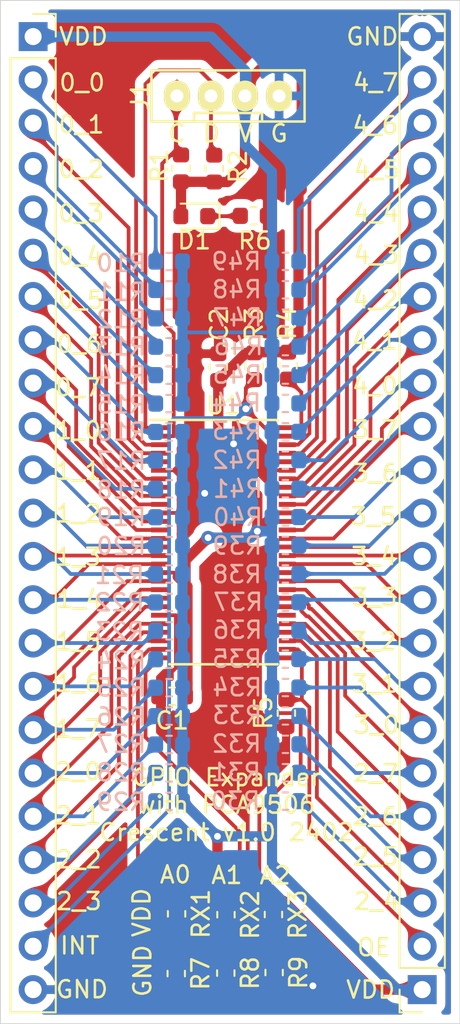
<source format=kicad_pcb>
(kicad_pcb (version 20171130) (host pcbnew "(5.1.2)-1")
  (title_block (title "GPIO Expander with PCA9506") (date 2024-02-20) (rev v1.0) (company Crescent))
  (layers (0 F.Cu signal) (31 B.Cu signal) (34 B.Paste user) (35 F.Paste user) (36 B.SilkS user) (37 F.SilkS user) (38 B.Mask user) (39 F.Mask user) (44 Edge.Cuts user))
  (net 0 "")
  (net 1 /GND)
  (net 2 /VDD)
  (net 3 "Net-(D1-Pad1)")
  (net 4 /SDA)
  (net 5 /SCL)
  (net 6 /INT)
  (net 7 /IO_23)
  (net 8 /IO_22)
  (net 9 /IO_21)
  (net 10 /IO_20)
  (net 11 /IO_17)
  (net 12 /IO_16)
  (net 13 /IO_15)
  (net 14 /IO_14)
  (net 15 /IO_13)
  (net 16 /IO_12)
  (net 17 /IO_11)
  (net 18 /IO_10)
  (net 19 /IO_07)
  (net 20 /IO_06)
  (net 21 /IO_05)
  (net 22 /IO_04)
  (net 23 /IO_03)
  (net 24 /IO_02)
  (net 25 /IO_01)
  (net 26 /IO_00)
  (net 27 /IO_47)
  (net 28 /IO_46)
  (net 29 /IO_45)
  (net 30 /IO_44)
  (net 31 /IO_43)
  (net 32 /IO_42)
  (net 33 /IO_41)
  (net 34 /IO_40)
  (net 35 /IO_37)
  (net 36 /IO_36)
  (net 37 /IO_35)
  (net 38 /IO_34)
  (net 39 /IO_33)
  (net 40 /IO_32)
  (net 41 /IO_31)
  (net 42 /IO_30)
  (net 43 /IO_27)
  (net 44 /IO_26)
  (net 45 /IO_25)
  (net 46 /IO_24)
  (net 47 /OE)
  (net 48 /RST)
  (net 49 /A0)
  (net 50 /A1)
  (net 51 /A2)
  (module Package_SO:TSSOP-56_6.1x14mm_P0.5mm (layer F.Cu) (at 133.1 100.8)
    (fp_text reference U1 (at 0 -8.05) (layer F.SilkS))
    (fp_text value PCA9506)
    (pad 56 smd rect (at 3.75 -6.75) (size 1 0.285) (layers F.Cu F.Paste F.Mask) (net 48 /RST))
    (pad 55 smd rect (at 3.75 -6.25) (size 1 0.285) (layers F.Cu F.Paste F.Mask) (net 6 /INT))
    (pad 54 smd rect (at 3.75 -5.75) (size 1 0.285) (layers F.Cu F.Paste F.Mask) (net 27 /IO_47))
    (pad 53 smd rect (at 3.75 -5.25) (size 1 0.285) (layers F.Cu F.Paste F.Mask) (net 28 /IO_46))
    (pad 52 smd rect (at 3.75 -4.75) (size 1 0.285) (layers F.Cu F.Paste F.Mask) (net 29 /IO_45))
    (pad 51 smd rect (at 3.75 -4.25) (size 1 0.285) (layers F.Cu F.Paste F.Mask) (net 1 /GND))
    (pad 50 smd rect (at 3.75 -3.75) (size 1 0.285) (layers F.Cu F.Paste F.Mask) (net 30 /IO_44))
    (pad 49 smd rect (at 3.75 -3.25) (size 1 0.285) (layers F.Cu F.Paste F.Mask) (net 31 /IO_43))
    (pad 48 smd rect (at 3.75 -2.75) (size 1 0.285) (layers F.Cu F.Paste F.Mask) (net 32 /IO_42))
    (pad 47 smd rect (at 3.75 -2.25) (size 1 0.285) (layers F.Cu F.Paste F.Mask) (net 33 /IO_41))
    (pad 46 smd rect (at 3.75 -1.75) (size 1 0.285) (layers F.Cu F.Paste F.Mask) (net 2 /VDD))
    (pad 45 smd rect (at 3.75 -1.25) (size 1 0.285) (layers F.Cu F.Paste F.Mask) (net 34 /IO_40))
    (pad 44 smd rect (at 3.75 -0.75) (size 1 0.285) (layers F.Cu F.Paste F.Mask) (net 35 /IO_37))
    (pad 43 smd rect (at 3.75 -0.25) (size 1 0.285) (layers F.Cu F.Paste F.Mask) (net 36 /IO_36))
    (pad 42 smd rect (at 3.75 0.25) (size 1 0.285) (layers F.Cu F.Paste F.Mask) (net 37 /IO_35))
    (pad 41 smd rect (at 3.75 0.75) (size 1 0.285) (layers F.Cu F.Paste F.Mask) (net 38 /IO_34))
    (pad 40 smd rect (at 3.75 1.25) (size 1 0.285) (layers F.Cu F.Paste F.Mask) (net 39 /IO_33))
    (pad 39 smd rect (at 3.75 1.75) (size 1 0.285) (layers F.Cu F.Paste F.Mask) (net 1 /GND))
    (pad 38 smd rect (at 3.75 2.25) (size 1 0.285) (layers F.Cu F.Paste F.Mask) (net 40 /IO_32))
    (pad 37 smd rect (at 3.75 2.75) (size 1 0.285) (layers F.Cu F.Paste F.Mask) (net 41 /IO_31))
    (pad 36 smd rect (at 3.75 3.25) (size 1 0.285) (layers F.Cu F.Paste F.Mask) (net 42 /IO_30))
    (pad 35 smd rect (at 3.75 3.75) (size 1 0.285) (layers F.Cu F.Paste F.Mask) (net 43 /IO_27))
    (pad 34 smd rect (at 3.75 4.25) (size 1 0.285) (layers F.Cu F.Paste F.Mask) (net 1 /GND))
    (pad 33 smd rect (at 3.75 4.75) (size 1 0.285) (layers F.Cu F.Paste F.Mask) (net 44 /IO_26))
    (pad 32 smd rect (at 3.75 5.25) (size 1 0.285) (layers F.Cu F.Paste F.Mask) (net 45 /IO_25))
    (pad 31 smd rect (at 3.75 5.75) (size 1 0.285) (layers F.Cu F.Paste F.Mask) (net 46 /IO_24))
    (pad 30 smd rect (at 3.75 6.25) (size 1 0.285) (layers F.Cu F.Paste F.Mask) (net 47 /OE))
    (pad 29 smd rect (at 3.75 6.75) (size 1 0.285) (layers F.Cu F.Paste F.Mask) (net 51 /A2))
    (pad 28 smd rect (at -3.75 6.75) (size 1 0.285) (layers F.Cu F.Paste F.Mask) (net 50 /A1))
    (pad 27 smd rect (at -3.75 6.25) (size 1 0.285) (layers F.Cu F.Paste F.Mask) (net 49 /A0))
    (pad 26 smd rect (at -3.75 5.75) (size 1 0.285) (layers F.Cu F.Paste F.Mask) (net 7 /IO_23))
    (pad 25 smd rect (at -3.75 5.25) (size 1 0.285) (layers F.Cu F.Paste F.Mask) (net 8 /IO_22))
    (pad 24 smd rect (at -3.75 4.75) (size 1 0.285) (layers F.Cu F.Paste F.Mask) (net 9 /IO_21))
    (pad 23 smd rect (at -3.75 4.25) (size 1 0.285) (layers F.Cu F.Paste F.Mask) (net 1 /GND))
    (pad 22 smd rect (at -3.75 3.75) (size 1 0.285) (layers F.Cu F.Paste F.Mask) (net 10 /IO_20))
    (pad 21 smd rect (at -3.75 3.25) (size 1 0.285) (layers F.Cu F.Paste F.Mask) (net 11 /IO_17))
    (pad 20 smd rect (at -3.75 2.75) (size 1 0.285) (layers F.Cu F.Paste F.Mask) (net 12 /IO_16))
    (pad 19 smd rect (at -3.75 2.25) (size 1 0.285) (layers F.Cu F.Paste F.Mask) (net 13 /IO_15))
    (pad 18 smd rect (at -3.75 1.75) (size 1 0.285) (layers F.Cu F.Paste F.Mask) (net 2 /VDD))
    (pad 17 smd rect (at -3.75 1.25) (size 1 0.285) (layers F.Cu F.Paste F.Mask) (net 14 /IO_14))
    (pad 16 smd rect (at -3.75 0.75) (size 1 0.285) (layers F.Cu F.Paste F.Mask) (net 15 /IO_13))
    (pad 15 smd rect (at -3.75 0.25) (size 1 0.285) (layers F.Cu F.Paste F.Mask) (net 16 /IO_12))
    (pad 14 smd rect (at -3.75 -0.25) (size 1 0.285) (layers F.Cu F.Paste F.Mask) (net 17 /IO_11))
    (pad 13 smd rect (at -3.75 -0.75) (size 1 0.285) (layers F.Cu F.Paste F.Mask) (net 18 /IO_10))
    (pad 12 smd rect (at -3.75 -1.25) (size 1 0.285) (layers F.Cu F.Paste F.Mask) (net 19 /IO_07))
    (pad 11 smd rect (at -3.75 -1.75) (size 1 0.285) (layers F.Cu F.Paste F.Mask) (net 1 /GND))
    (pad 10 smd rect (at -3.75 -2.25) (size 1 0.285) (layers F.Cu F.Paste F.Mask) (net 20 /IO_06))
    (pad 9 smd rect (at -3.75 -2.75) (size 1 0.285) (layers F.Cu F.Paste F.Mask) (net 21 /IO_05))
    (pad 8 smd rect (at -3.75 -3.25) (size 1 0.285) (layers F.Cu F.Paste F.Mask) (net 22 /IO_04))
    (pad 7 smd rect (at -3.75 -3.75) (size 1 0.285) (layers F.Cu F.Paste F.Mask) (net 23 /IO_03))
    (pad 6 smd rect (at -3.75 -4.25) (size 1 0.285) (layers F.Cu F.Paste F.Mask) (net 1 /GND))
    (pad 5 smd rect (at -3.75 -4.75) (size 1 0.285) (layers F.Cu F.Paste F.Mask) (net 24 /IO_02))
    (pad 4 smd rect (at -3.75 -5.25) (size 1 0.285) (layers F.Cu F.Paste F.Mask) (net 25 /IO_01))
    (pad 3 smd rect (at -3.75 -5.75) (size 1 0.285) (layers F.Cu F.Paste F.Mask) (net 26 /IO_00))
    (pad 2 smd rect (at -3.75 -6.25) (size 1 0.285) (layers F.Cu F.Paste F.Mask) (net 5 /SCL))
    (pad 1 smd rect (at -3.75 -6.75) (size 1 0.285) (layers F.Cu F.Paste F.Mask) (net 4 /SDA))
  )
  (module Resistor_SMD:R_0603_1608Metric (layer F.Cu) (at 136.04 122.598 270)
    (fp_text reference RX3 (at 0 -1.43 90) (layer F.SilkS))
    (fp_text value 10k)
    (pad 2 smd roundrect (at 0.7875 0 270) (size 0.875 0.95) (layers F.Cu F.Paste F.Mask) (net 51 /A2))
    (pad 1 smd roundrect (at -0.7875 0 270) (size 0.875 0.95) (layers F.Cu F.Paste F.Mask) (net 2 /VDD))
  )
  (module Resistor_SMD:R_0603_1608Metric (layer F.Cu) (at 133.25 122.608 270)
    (fp_text reference RX2 (at 0 -1.43 90) (layer F.SilkS))
    (fp_text value 10k)
    (pad 2 smd roundrect (at 0.7875 0 270) (size 0.875 0.95) (layers F.Cu F.Paste F.Mask) (net 50 /A1))
    (pad 1 smd roundrect (at -0.7875 0 270) (size 0.875 0.95) (layers F.Cu F.Paste F.Mask) (net 2 /VDD))
  )
  (module Resistor_SMD:R_0603_1608Metric (layer F.Cu) (at 130.35 122.558 270)
    (fp_text reference RX1 (at 0 -1.43 90) (layer F.SilkS))
    (fp_text value 10k)
    (pad 2 smd roundrect (at 0.7875 0 270) (size 0.875 0.95) (layers F.Cu F.Paste F.Mask) (net 49 /A0))
    (pad 1 smd roundrect (at -0.7875 0 270) (size 0.875 0.95) (layers F.Cu F.Paste F.Mask) (net 2 /VDD))
  )
  (module Resistor_SMD:R_0603_1608Metric (layer B.Cu) (at 136.742 84.3)
    (fp_text reference R49 (at -2.88 0) (layer B.SilkS) (effects (justify mirror)))
    (fp_text value 100k)
    (pad 2 smd roundrect (at 0.7875 0) (size 0.875 0.95) (layers B.Cu B.Paste B.Mask) (net 27 /IO_47))
    (pad 1 smd roundrect (at -0.7875 0) (size 0.875 0.95) (layers B.Cu B.Paste B.Mask) (net 2 /VDD))
  )
  (module Resistor_SMD:R_0603_1608Metric (layer B.Cu) (at 136.742 85.9658)
    (fp_text reference R48 (at -2.85 -0.02) (layer B.SilkS) (effects (justify mirror)))
    (fp_text value 100k)
    (pad 2 smd roundrect (at 0.7875 0) (size 0.875 0.95) (layers B.Cu B.Paste B.Mask) (net 28 /IO_46))
    (pad 1 smd roundrect (at -0.7875 0) (size 0.875 0.95) (layers B.Cu B.Paste B.Mask) (net 2 /VDD))
  )
  (module Resistor_SMD:R_0603_1608Metric (layer B.Cu) (at 136.742 87.6316)
    (fp_text reference R47 (at -2.81 -0.03) (layer B.SilkS) (effects (justify mirror)))
    (fp_text value 100k)
    (pad 2 smd roundrect (at 0.7875 0) (size 0.875 0.95) (layers B.Cu B.Paste B.Mask) (net 29 /IO_45))
    (pad 1 smd roundrect (at -0.7875 0) (size 0.875 0.95) (layers B.Cu B.Paste B.Mask) (net 2 /VDD))
  )
  (module Resistor_SMD:R_0603_1608Metric (layer B.Cu) (at 136.742 89.2974)
    (fp_text reference R46 (at -2.7575 -0.02) (layer B.SilkS) (effects (justify mirror)))
    (fp_text value 100k)
    (pad 2 smd roundrect (at 0.7875 0) (size 0.875 0.95) (layers B.Cu B.Paste B.Mask) (net 30 /IO_44))
    (pad 1 smd roundrect (at -0.7875 0) (size 0.875 0.95) (layers B.Cu B.Paste B.Mask) (net 2 /VDD))
  )
  (module Resistor_SMD:R_0603_1608Metric (layer B.Cu) (at 136.742 90.9632)
    (fp_text reference R45 (at -2.82 -0.01) (layer B.SilkS) (effects (justify mirror)))
    (fp_text value 100k)
    (pad 2 smd roundrect (at 0.7875 0) (size 0.875 0.95) (layers B.Cu B.Paste B.Mask) (net 31 /IO_43))
    (pad 1 smd roundrect (at -0.7875 0) (size 0.875 0.95) (layers B.Cu B.Paste B.Mask) (net 2 /VDD))
  )
  (module Resistor_SMD:R_0603_1608Metric (layer B.Cu) (at 136.742 92.629)
    (fp_text reference R44 (at -2.8825 -0.03) (layer B.SilkS) (effects (justify mirror)))
    (fp_text value 100k)
    (pad 2 smd roundrect (at 0.7875 0) (size 0.875 0.95) (layers B.Cu B.Paste B.Mask) (net 32 /IO_42))
    (pad 1 smd roundrect (at -0.7875 0) (size 0.875 0.95) (layers B.Cu B.Paste B.Mask) (net 2 /VDD))
  )
  (module Resistor_SMD:R_0603_1608Metric (layer B.Cu) (at 136.742 94.2947)
    (fp_text reference R43 (at -2.8425 -0.05) (layer B.SilkS) (effects (justify mirror)))
    (fp_text value 100k)
    (pad 2 smd roundrect (at 0.7875 0) (size 0.875 0.95) (layers B.Cu B.Paste B.Mask) (net 33 /IO_41))
    (pad 1 smd roundrect (at -0.7875 0) (size 0.875 0.95) (layers B.Cu B.Paste B.Mask) (net 2 /VDD))
  )
  (module Resistor_SMD:R_0603_1608Metric (layer B.Cu) (at 136.742 95.9605)
    (fp_text reference R42 (at -2.8425 -0.01) (layer B.SilkS) (effects (justify mirror)))
    (fp_text value 100k)
    (pad 2 smd roundrect (at 0.7875 0) (size 0.875 0.95) (layers B.Cu B.Paste B.Mask) (net 34 /IO_40))
    (pad 1 smd roundrect (at -0.7875 0) (size 0.875 0.95) (layers B.Cu B.Paste B.Mask) (net 2 /VDD))
  )
  (module Resistor_SMD:R_0603_1608Metric (layer B.Cu) (at 136.742 97.6263)
    (fp_text reference R41 (at -2.7975 0.02) (layer B.SilkS) (effects (justify mirror)))
    (fp_text value 100k)
    (pad 2 smd roundrect (at 0.7875 0) (size 0.875 0.95) (layers B.Cu B.Paste B.Mask) (net 35 /IO_37))
    (pad 1 smd roundrect (at -0.7875 0) (size 0.875 0.95) (layers B.Cu B.Paste B.Mask) (net 2 /VDD))
  )
  (module Resistor_SMD:R_0603_1608Metric (layer B.Cu) (at 136.742 99.2921)
    (fp_text reference R40 (at -2.79 0.01) (layer B.SilkS) (effects (justify mirror)))
    (fp_text value 100k)
    (pad 2 smd roundrect (at 0.7875 0) (size 0.875 0.95) (layers B.Cu B.Paste B.Mask) (net 36 /IO_36))
    (pad 1 smd roundrect (at -0.7875 0) (size 0.875 0.95) (layers B.Cu B.Paste B.Mask) (net 2 /VDD))
  )
  (module Resistor_SMD:R_0603_1608Metric (layer B.Cu) (at 136.742 100.958)
    (fp_text reference R39 (at -2.8275 0.02) (layer B.SilkS) (effects (justify mirror)))
    (fp_text value 100k)
    (pad 2 smd roundrect (at 0.7875 0) (size 0.875 0.95) (layers B.Cu B.Paste B.Mask) (net 37 /IO_35))
    (pad 1 smd roundrect (at -0.7875 0) (size 0.875 0.95) (layers B.Cu B.Paste B.Mask) (net 2 /VDD))
  )
  (module Resistor_SMD:R_0603_1608Metric (layer B.Cu) (at 136.742 102.624)
    (fp_text reference R38 (at -2.85 0.03) (layer B.SilkS) (effects (justify mirror)))
    (fp_text value 100k)
    (pad 2 smd roundrect (at 0.7875 0) (size 0.875 0.95) (layers B.Cu B.Paste B.Mask) (net 38 /IO_34))
    (pad 1 smd roundrect (at -0.7875 0) (size 0.875 0.95) (layers B.Cu B.Paste B.Mask) (net 2 /VDD))
  )
  (module Resistor_SMD:R_0603_1608Metric (layer B.Cu) (at 136.742 104.289)
    (fp_text reference R37 (at -2.78 -0.01) (layer B.SilkS) (effects (justify mirror)))
    (fp_text value 100k)
    (pad 2 smd roundrect (at 0.7875 0) (size 0.875 0.95) (layers B.Cu B.Paste B.Mask) (net 39 /IO_33))
    (pad 1 smd roundrect (at -0.7875 0) (size 0.875 0.95) (layers B.Cu B.Paste B.Mask) (net 2 /VDD))
  )
  (module Resistor_SMD:R_0603_1608Metric (layer B.Cu) (at 136.742 105.955)
    (fp_text reference R36 (at -2.81 -0.04) (layer B.SilkS) (effects (justify mirror)))
    (fp_text value 100k)
    (pad 2 smd roundrect (at 0.7875 0) (size 0.875 0.95) (layers B.Cu B.Paste B.Mask) (net 40 /IO_32))
    (pad 1 smd roundrect (at -0.7875 0) (size 0.875 0.95) (layers B.Cu B.Paste B.Mask) (net 2 /VDD))
  )
  (module Resistor_SMD:R_0603_1608Metric (layer B.Cu) (at 136.742 107.621)
    (fp_text reference R35 (at -2.84 -0.01) (layer B.SilkS) (effects (justify mirror)))
    (fp_text value 100k)
    (pad 2 smd roundrect (at 0.7875 0) (size 0.875 0.95) (layers B.Cu B.Paste B.Mask) (net 41 /IO_31))
    (pad 1 smd roundrect (at -0.7875 0) (size 0.875 0.95) (layers B.Cu B.Paste B.Mask) (net 2 /VDD))
  )
  (module Resistor_SMD:R_0603_1608Metric (layer B.Cu) (at 136.742 109.287)
    (fp_text reference R34 (at -2.83 0) (layer B.SilkS) (effects (justify mirror)))
    (fp_text value 100k)
    (pad 2 smd roundrect (at 0.7875 0) (size 0.875 0.95) (layers B.Cu B.Paste B.Mask) (net 42 /IO_30))
    (pad 1 smd roundrect (at -0.7875 0) (size 0.875 0.95) (layers B.Cu B.Paste B.Mask) (net 2 /VDD))
  )
  (module Resistor_SMD:R_0603_1608Metric (layer B.Cu) (at 136.742 110.953)
    (fp_text reference R33 (at -2.83 -0.04) (layer B.SilkS) (effects (justify mirror)))
    (fp_text value 100k)
    (pad 2 smd roundrect (at 0.7875 0) (size 0.875 0.95) (layers B.Cu B.Paste B.Mask) (net 43 /IO_27))
    (pad 1 smd roundrect (at -0.7875 0) (size 0.875 0.95) (layers B.Cu B.Paste B.Mask) (net 2 /VDD))
  )
  (module Resistor_SMD:R_0603_1608Metric (layer B.Cu) (at 136.742 112.618)
    (fp_text reference R32 (at -2.87 -0.03) (layer B.SilkS) (effects (justify mirror)))
    (fp_text value 100k)
    (pad 2 smd roundrect (at 0.7875 0) (size 0.875 0.95) (layers B.Cu B.Paste B.Mask) (net 44 /IO_26))
    (pad 1 smd roundrect (at -0.7875 0) (size 0.875 0.95) (layers B.Cu B.Paste B.Mask) (net 2 /VDD))
  )
  (module Resistor_SMD:R_0603_1608Metric (layer B.Cu) (at 136.742 114.284)
    (fp_text reference R31 (at -2.9 -0.03) (layer B.SilkS) (effects (justify mirror)))
    (fp_text value 100k)
    (pad 2 smd roundrect (at 0.7875 0) (size 0.875 0.95) (layers B.Cu B.Paste B.Mask) (net 45 /IO_25))
    (pad 1 smd roundrect (at -0.7875 0) (size 0.875 0.95) (layers B.Cu B.Paste B.Mask) (net 2 /VDD))
  )
  (module Resistor_SMD:R_0603_1608Metric (layer B.Cu) (at 136.742 115.95)
    (fp_text reference R30 (at -2.9375 -0.02) (layer B.SilkS) (effects (justify mirror)))
    (fp_text value 100k)
    (pad 2 smd roundrect (at 0.7875 0) (size 0.875 0.95) (layers B.Cu B.Paste B.Mask) (net 46 /IO_24))
    (pad 1 smd roundrect (at -0.7875 0) (size 0.875 0.95) (layers B.Cu B.Paste B.Mask) (net 2 /VDD))
  )
  (module Resistor_SMD:R_0603_1608Metric (layer B.Cu) (at 129.91 115.96 180)
    (fp_text reference R29 (at 2.81 -0.04) (layer B.SilkS) (effects (justify mirror)))
    (fp_text value 100k)
    (pad 2 smd roundrect (at 0.7875 0 180) (size 0.875 0.95) (layers B.Cu B.Paste B.Mask) (net 7 /IO_23))
    (pad 1 smd roundrect (at -0.7875 0 180) (size 0.875 0.95) (layers B.Cu B.Paste B.Mask) (net 2 /VDD))
  )
  (module Resistor_SMD:R_0603_1608Metric (layer B.Cu) (at 129.91 114.294 180)
    (fp_text reference R28 (at 2.81 0.02) (layer B.SilkS) (effects (justify mirror)))
    (fp_text value 100k)
    (pad 2 smd roundrect (at 0.7875 0 180) (size 0.875 0.95) (layers B.Cu B.Paste B.Mask) (net 8 /IO_22))
    (pad 1 smd roundrect (at -0.7875 0 180) (size 0.875 0.95) (layers B.Cu B.Paste B.Mask) (net 2 /VDD))
  )
  (module Resistor_SMD:R_0603_1608Metric (layer B.Cu) (at 129.91 112.628 180)
    (fp_text reference R27 (at 2.81 0.028) (layer B.SilkS) (effects (justify mirror)))
    (fp_text value 100k)
    (pad 2 smd roundrect (at 0.7875 0 180) (size 0.875 0.95) (layers B.Cu B.Paste B.Mask) (net 9 /IO_21))
    (pad 1 smd roundrect (at -0.7875 0 180) (size 0.875 0.95) (layers B.Cu B.Paste B.Mask) (net 2 /VDD))
  )
  (module Resistor_SMD:R_0603_1608Metric (layer B.Cu) (at 129.91 110.963 180)
    (fp_text reference R26 (at 2.81 -0.037) (layer B.SilkS) (effects (justify mirror)))
    (fp_text value 100k)
    (pad 2 smd roundrect (at 0.7875 0 180) (size 0.875 0.95) (layers B.Cu B.Paste B.Mask) (net 10 /IO_20))
    (pad 1 smd roundrect (at -0.7875 0 180) (size 0.875 0.95) (layers B.Cu B.Paste B.Mask) (net 2 /VDD))
  )
  (module Resistor_SMD:R_0603_1608Metric (layer B.Cu) (at 129.91 109.297 180)
    (fp_text reference R25 (at 2.81 -0.003) (layer B.SilkS) (effects (justify mirror)))
    (fp_text value 100k)
    (pad 2 smd roundrect (at 0.7875 0 180) (size 0.875 0.95) (layers B.Cu B.Paste B.Mask) (net 11 /IO_17))
    (pad 1 smd roundrect (at -0.7875 0 180) (size 0.875 0.95) (layers B.Cu B.Paste B.Mask) (net 2 /VDD))
  )
  (module Resistor_SMD:R_0603_1608Metric (layer B.Cu) (at 129.91 107.631 180)
    (fp_text reference R24 (at 2.81 -0.069) (layer B.SilkS) (effects (justify mirror)))
    (fp_text value 100k)
    (pad 2 smd roundrect (at 0.7875 0 180) (size 0.875 0.95) (layers B.Cu B.Paste B.Mask) (net 12 /IO_16))
    (pad 1 smd roundrect (at -0.7875 0 180) (size 0.875 0.95) (layers B.Cu B.Paste B.Mask) (net 2 /VDD))
  )
  (module Resistor_SMD:R_0603_1608Metric (layer B.Cu) (at 129.91 105.965 180)
    (fp_text reference R23 (at 2.91 -0.035) (layer B.SilkS) (effects (justify mirror)))
    (fp_text value 100k)
    (pad 2 smd roundrect (at 0.7875 0 180) (size 0.875 0.95) (layers B.Cu B.Paste B.Mask) (net 13 /IO_15))
    (pad 1 smd roundrect (at -0.7875 0 180) (size 0.875 0.95) (layers B.Cu B.Paste B.Mask) (net 2 /VDD))
  )
  (module Resistor_SMD:R_0603_1608Metric (layer B.Cu) (at 129.91 104.299 180)
    (fp_text reference R22 (at 2.91 -0.001) (layer B.SilkS) (effects (justify mirror)))
    (fp_text value 100k)
    (pad 2 smd roundrect (at 0.7875 0 180) (size 0.875 0.95) (layers B.Cu B.Paste B.Mask) (net 14 /IO_14))
    (pad 1 smd roundrect (at -0.7875 0 180) (size 0.875 0.95) (layers B.Cu B.Paste B.Mask) (net 2 /VDD))
  )
  (module Resistor_SMD:R_0603_1608Metric (layer B.Cu) (at 129.91 102.634 180)
    (fp_text reference R21 (at 2.91 -0.066) (layer B.SilkS) (effects (justify mirror)))
    (fp_text value 100k)
    (pad 2 smd roundrect (at 0.7875 0 180) (size 0.875 0.95) (layers B.Cu B.Paste B.Mask) (net 15 /IO_13))
    (pad 1 smd roundrect (at -0.7875 0 180) (size 0.875 0.95) (layers B.Cu B.Paste B.Mask) (net 2 /VDD))
  )
  (module Resistor_SMD:R_0603_1608Metric (layer B.Cu) (at 129.91 100.968 180)
    (fp_text reference R20 (at 2.81 -0.032) (layer B.SilkS) (effects (justify mirror)))
    (fp_text value 100k)
    (pad 2 smd roundrect (at 0.7875 0 180) (size 0.875 0.95) (layers B.Cu B.Paste B.Mask) (net 16 /IO_12))
    (pad 1 smd roundrect (at -0.7875 0 180) (size 0.875 0.95) (layers B.Cu B.Paste B.Mask) (net 2 /VDD))
  )
  (module Resistor_SMD:R_0603_1608Metric (layer B.Cu) (at 129.91 99.3021 180)
    (fp_text reference R19 (at 2.81 0.0021) (layer B.SilkS) (effects (justify mirror)))
    (fp_text value 100k)
    (pad 2 smd roundrect (at 0.7875 0 180) (size 0.875 0.95) (layers B.Cu B.Paste B.Mask) (net 17 /IO_11))
    (pad 1 smd roundrect (at -0.7875 0 180) (size 0.875 0.95) (layers B.Cu B.Paste B.Mask) (net 2 /VDD))
  )
  (module Resistor_SMD:R_0603_1608Metric (layer B.Cu) (at 129.91 97.6363 180)
    (fp_text reference R18 (at 2.81 -0.0637) (layer B.SilkS) (effects (justify mirror)))
    (fp_text value 100k)
    (pad 2 smd roundrect (at 0.7875 0 180) (size 0.875 0.95) (layers B.Cu B.Paste B.Mask) (net 18 /IO_10))
    (pad 1 smd roundrect (at -0.7875 0 180) (size 0.875 0.95) (layers B.Cu B.Paste B.Mask) (net 2 /VDD))
  )
  (module Resistor_SMD:R_0603_1608Metric (layer B.Cu) (at 129.91 95.9705 180)
    (fp_text reference R17 (at 2.81 -0.0295) (layer B.SilkS) (effects (justify mirror)))
    (fp_text value 100k)
    (pad 2 smd roundrect (at 0.7875 0 180) (size 0.875 0.95) (layers B.Cu B.Paste B.Mask) (net 19 /IO_07))
    (pad 1 smd roundrect (at -0.7875 0 180) (size 0.875 0.95) (layers B.Cu B.Paste B.Mask) (net 2 /VDD))
  )
  (module Resistor_SMD:R_0603_1608Metric (layer B.Cu) (at 129.91 94.3047 180)
    (fp_text reference R16 (at 2.81 0.0047) (layer B.SilkS) (effects (justify mirror)))
    (fp_text value 100k)
    (pad 2 smd roundrect (at 0.7875 0 180) (size 0.875 0.95) (layers B.Cu B.Paste B.Mask) (net 20 /IO_06))
    (pad 1 smd roundrect (at -0.7875 0 180) (size 0.875 0.95) (layers B.Cu B.Paste B.Mask) (net 2 /VDD))
  )
  (module Resistor_SMD:R_0603_1608Metric (layer B.Cu) (at 129.91 92.6389 180)
    (fp_text reference R15 (at 2.81 -0.0611) (layer B.SilkS) (effects (justify mirror)))
    (fp_text value 100k)
    (pad 2 smd roundrect (at 0.7875 0 180) (size 0.875 0.95) (layers B.Cu B.Paste B.Mask) (net 21 /IO_05))
    (pad 1 smd roundrect (at -0.7875 0 180) (size 0.875 0.95) (layers B.Cu B.Paste B.Mask) (net 2 /VDD))
  )
  (module Resistor_SMD:R_0603_1608Metric (layer B.Cu) (at 129.91 90.9732 180)
    (fp_text reference R14 (at 2.81 -0.01) (layer B.SilkS) (effects (justify mirror)))
    (fp_text value 100k)
    (pad 2 smd roundrect (at 0.7875 0 180) (size 0.875 0.95) (layers B.Cu B.Paste B.Mask) (net 22 /IO_04))
    (pad 1 smd roundrect (at -0.7875 0 180) (size 0.875 0.95) (layers B.Cu B.Paste B.Mask) (net 2 /VDD))
  )
  (module Resistor_SMD:R_0603_1608Metric (layer B.Cu) (at 129.91 89.3074 180)
    (fp_text reference R13 (at 2.81 0.0074) (layer B.SilkS) (effects (justify mirror)))
    (fp_text value 100k)
    (pad 2 smd roundrect (at 0.7875 0 180) (size 0.875 0.95) (layers B.Cu B.Paste B.Mask) (net 23 /IO_03))
    (pad 1 smd roundrect (at -0.7875 0 180) (size 0.875 0.95) (layers B.Cu B.Paste B.Mask) (net 2 /VDD))
  )
  (module Resistor_SMD:R_0603_1608Metric (layer B.Cu) (at 129.91 87.6416 180)
    (fp_text reference R12 (at 2.81 -0.0584) (layer B.SilkS) (effects (justify mirror)))
    (fp_text value 100k)
    (pad 2 smd roundrect (at 0.7875 0 180) (size 0.875 0.95) (layers B.Cu B.Paste B.Mask) (net 24 /IO_02))
    (pad 1 smd roundrect (at -0.7875 0 180) (size 0.875 0.95) (layers B.Cu B.Paste B.Mask) (net 2 /VDD))
  )
  (module Resistor_SMD:R_0603_1608Metric (layer B.Cu) (at 129.91 85.9758 180)
    (fp_text reference R11 (at 2.81 -0.1242) (layer B.SilkS) (effects (justify mirror)))
    (fp_text value 100k)
    (pad 2 smd roundrect (at 0.7875 0 180) (size 0.875 0.95) (layers B.Cu B.Paste B.Mask) (net 25 /IO_01))
    (pad 1 smd roundrect (at -0.7875 0 180) (size 0.875 0.95) (layers B.Cu B.Paste B.Mask) (net 2 /VDD))
  )
  (module Resistor_SMD:R_0603_1608Metric (layer B.Cu) (at 129.91 84.31 180)
    (fp_text reference R10 (at 2.81 -0.09) (layer B.SilkS) (effects (justify mirror)))
    (fp_text value 100k)
    (pad 2 smd roundrect (at 0.7875 0 180) (size 0.875 0.95) (layers B.Cu B.Paste B.Mask) (net 26 /IO_00))
    (pad 1 smd roundrect (at -0.7875 0 180) (size 0.875 0.95) (layers B.Cu B.Paste B.Mask) (net 2 /VDD))
  )
  (module Resistor_SMD:R_0603_1608Metric (layer F.Cu) (at 136.08 126 270)
    (fp_text reference R9 (at 0 -1.43 90) (layer F.SilkS))
    (fp_text value 10k)
    (pad 2 smd roundrect (at 0.7875 0 270) (size 0.875 0.95) (layers F.Cu F.Paste F.Mask) (net 1 /GND))
    (pad 1 smd roundrect (at -0.7875 0 270) (size 0.875 0.95) (layers F.Cu F.Paste F.Mask) (net 51 /A2))
  )
  (module Resistor_SMD:R_0603_1608Metric (layer F.Cu) (at 133.24 126.032 270)
    (fp_text reference R8 (at 0 -1.43 90) (layer F.SilkS))
    (fp_text value 10k)
    (pad 2 smd roundrect (at 0.7875 0 270) (size 0.875 0.95) (layers F.Cu F.Paste F.Mask) (net 1 /GND))
    (pad 1 smd roundrect (at -0.7875 0 270) (size 0.875 0.95) (layers F.Cu F.Paste F.Mask) (net 50 /A1))
  )
  (module Resistor_SMD:R_0603_1608Metric (layer F.Cu) (at 130.33 126.06 270)
    (fp_text reference R7 (at 0 -1.43 90) (layer F.SilkS))
    (fp_text value 10k)
    (pad 2 smd roundrect (at 0.7875 0 270) (size 0.875 0.95) (layers F.Cu F.Paste F.Mask) (net 1 /GND))
    (pad 1 smd roundrect (at -0.7875 0 270) (size 0.875 0.95) (layers F.Cu F.Paste F.Mask) (net 49 /A0))
  )
  (module Resistor_SMD:R_0603_1608Metric (layer F.Cu) (at 134.888 81.63)
    (fp_text reference R6 (at 0.0625 1.46) (layer F.SilkS))
    (fp_text value 2.1k)
    (pad 2 smd roundrect (at 0.7875 0) (size 0.875 0.95) (layers F.Cu F.Paste F.Mask) (net 1 /GND))
    (pad 1 smd roundrect (at -0.7875 0) (size 0.875 0.95) (layers F.Cu F.Paste F.Mask) (net 3 "Net-(D1-Pad1)"))
  )
  (module Resistor_SMD:R_0603_1608Metric (layer F.Cu) (at 136.8 110.788 270)
    (fp_text reference R5 (at -0.008 1.35 90) (layer F.SilkS))
    (fp_text value 10k)
    (pad 2 smd roundrect (at 0.7875 0 270) (size 0.875 0.95) (layers F.Cu F.Paste F.Mask) (net 1 /GND))
    (pad 1 smd roundrect (at -0.7875 0 270) (size 0.875 0.95) (layers F.Cu F.Paste F.Mask) (net 47 /OE))
  )
  (module Resistor_SMD:R_0603_1608Metric (layer F.Cu) (at 136.9 90.4125 270)
    (fp_text reference R4 (at -2.4775 0.05 90) (layer F.SilkS))
    (fp_text value 10k)
    (pad 2 smd roundrect (at 0.7875 0 270) (size 0.875 0.95) (layers F.Cu F.Paste F.Mask) (net 48 /RST))
    (pad 1 smd roundrect (at -0.7875 0 270) (size 0.875 0.95) (layers F.Cu F.Paste F.Mask) (net 2 /VDD))
  )
  (module Resistor_SMD:R_0603_1608Metric (layer F.Cu) (at 134.9 90.45 270)
    (fp_text reference R3 (at -2.48 0 90) (layer F.SilkS))
    (fp_text value 10k)
    (pad 2 smd roundrect (at 0.7875 0 270) (size 0.875 0.95) (layers F.Cu F.Paste F.Mask) (net 6 /INT))
    (pad 1 smd roundrect (at -0.7875 0 270) (size 0.875 0.95) (layers F.Cu F.Paste F.Mask) (net 2 /VDD))
  )
  (module Resistor_SMD:R_0603_1608Metric (layer F.Cu) (at 132.56 78.86 90)
    (fp_text reference R2 (at 0.12 1.4 90) (layer F.SilkS))
    (fp_text value 10k)
    (pad 2 smd roundrect (at 0.7875 0 90) (size 0.875 0.95) (layers F.Cu F.Paste F.Mask) (net 4 /SDA))
    (pad 1 smd roundrect (at -0.7875 0 90) (size 0.875 0.95) (layers F.Cu F.Paste F.Mask) (net 2 /VDD))
  )
  (module Resistor_SMD:R_0603_1608Metric (layer F.Cu) (at 130.61 78.8475 90)
    (fp_text reference R1 (at 0.1375 -1.28 90) (layer F.SilkS))
    (fp_text value 10k)
    (pad 2 smd roundrect (at 0.7875 0 90) (size 0.875 0.95) (layers F.Cu F.Paste F.Mask) (net 5 /SCL))
    (pad 1 smd roundrect (at -0.7875 0 90) (size 0.875 0.95) (layers F.Cu F.Paste F.Mask) (net 2 /VDD))
  )
  (module Connector_PinSocket_2.54mm:PinSocket_1x23_P2.54mm_Vertical (layer F.Cu) (at 144.78 127 180)
    (fp_text reference J3 hide)
    (fp_text value Conn_01x23)
    (pad 23 thru_hole oval (at 0 55.88 180) (size 1.7 1.7) (drill 1) (layers *.Cu *.Mask) (net 1 /GND))
    (pad 22 thru_hole oval (at 0 53.34 180) (size 1.7 1.7) (drill 1) (layers *.Cu *.Mask) (net 27 /IO_47))
    (pad 21 thru_hole oval (at 0 50.8 180) (size 1.7 1.7) (drill 1) (layers *.Cu *.Mask) (net 28 /IO_46))
    (pad 20 thru_hole oval (at 0 48.26 180) (size 1.7 1.7) (drill 1) (layers *.Cu *.Mask) (net 29 /IO_45))
    (pad 19 thru_hole oval (at 0 45.72 180) (size 1.7 1.7) (drill 1) (layers *.Cu *.Mask) (net 30 /IO_44))
    (pad 18 thru_hole oval (at 0 43.18 180) (size 1.7 1.7) (drill 1) (layers *.Cu *.Mask) (net 31 /IO_43))
    (pad 17 thru_hole oval (at 0 40.64 180) (size 1.7 1.7) (drill 1) (layers *.Cu *.Mask) (net 32 /IO_42))
    (pad 16 thru_hole oval (at 0 38.1 180) (size 1.7 1.7) (drill 1) (layers *.Cu *.Mask) (net 33 /IO_41))
    (pad 15 thru_hole oval (at 0 35.56 180) (size 1.7 1.7) (drill 1) (layers *.Cu *.Mask) (net 34 /IO_40))
    (pad 14 thru_hole oval (at 0 33.02 180) (size 1.7 1.7) (drill 1) (layers *.Cu *.Mask) (net 35 /IO_37))
    (pad 13 thru_hole oval (at 0 30.48 180) (size 1.7 1.7) (drill 1) (layers *.Cu *.Mask) (net 36 /IO_36))
    (pad 12 thru_hole oval (at 0 27.94 180) (size 1.7 1.7) (drill 1) (layers *.Cu *.Mask) (net 37 /IO_35))
    (pad 11 thru_hole oval (at 0 25.4 180) (size 1.7 1.7) (drill 1) (layers *.Cu *.Mask) (net 38 /IO_34))
    (pad 10 thru_hole oval (at 0 22.86 180) (size 1.7 1.7) (drill 1) (layers *.Cu *.Mask) (net 39 /IO_33))
    (pad 9 thru_hole oval (at 0 20.32 180) (size 1.7 1.7) (drill 1) (layers *.Cu *.Mask) (net 40 /IO_32))
    (pad 8 thru_hole oval (at 0 17.78 180) (size 1.7 1.7) (drill 1) (layers *.Cu *.Mask) (net 41 /IO_31))
    (pad 7 thru_hole oval (at 0 15.24 180) (size 1.7 1.7) (drill 1) (layers *.Cu *.Mask) (net 42 /IO_30))
    (pad 6 thru_hole oval (at 0 12.7 180) (size 1.7 1.7) (drill 1) (layers *.Cu *.Mask) (net 43 /IO_27))
    (pad 5 thru_hole oval (at 0 10.16 180) (size 1.7 1.7) (drill 1) (layers *.Cu *.Mask) (net 44 /IO_26))
    (pad 4 thru_hole oval (at 0 7.62 180) (size 1.7 1.7) (drill 1) (layers *.Cu *.Mask) (net 45 /IO_25))
    (pad 3 thru_hole oval (at 0 5.08 180) (size 1.7 1.7) (drill 1) (layers *.Cu *.Mask) (net 46 /IO_24))
    (pad 2 thru_hole oval (at 0 2.54 180) (size 1.7 1.7) (drill 1) (layers *.Cu *.Mask) (net 47 /OE))
    (pad 1 thru_hole rect (at 0 0 180) (size 1.7 1.7) (drill 1) (layers *.Cu *.Mask) (net 2 /VDD))
  )
  (module Connector_PinSocket_2.54mm:PinSocket_1x23_P2.54mm_Vertical (layer F.Cu) (at 121.92 71.12)
    (fp_text reference J2 hide)
    (fp_text value Conn_01x23)
    (pad 23 thru_hole oval (at 0 55.88) (size 1.7 1.7) (drill 1) (layers *.Cu *.Mask) (net 1 /GND))
    (pad 22 thru_hole oval (at 0 53.34) (size 1.7 1.7) (drill 1) (layers *.Cu *.Mask) (net 6 /INT))
    (pad 21 thru_hole oval (at 0 50.8) (size 1.7 1.7) (drill 1) (layers *.Cu *.Mask) (net 7 /IO_23))
    (pad 20 thru_hole oval (at 0 48.26) (size 1.7 1.7) (drill 1) (layers *.Cu *.Mask) (net 8 /IO_22))
    (pad 19 thru_hole oval (at 0 45.72) (size 1.7 1.7) (drill 1) (layers *.Cu *.Mask) (net 9 /IO_21))
    (pad 18 thru_hole oval (at 0 43.18) (size 1.7 1.7) (drill 1) (layers *.Cu *.Mask) (net 10 /IO_20))
    (pad 17 thru_hole oval (at 0 40.64) (size 1.7 1.7) (drill 1) (layers *.Cu *.Mask) (net 11 /IO_17))
    (pad 16 thru_hole oval (at 0 38.1) (size 1.7 1.7) (drill 1) (layers *.Cu *.Mask) (net 12 /IO_16))
    (pad 15 thru_hole oval (at 0 35.56) (size 1.7 1.7) (drill 1) (layers *.Cu *.Mask) (net 13 /IO_15))
    (pad 14 thru_hole oval (at 0 33.02) (size 1.7 1.7) (drill 1) (layers *.Cu *.Mask) (net 14 /IO_14))
    (pad 13 thru_hole oval (at 0 30.48) (size 1.7 1.7) (drill 1) (layers *.Cu *.Mask) (net 15 /IO_13))
    (pad 12 thru_hole oval (at 0 27.94) (size 1.7 1.7) (drill 1) (layers *.Cu *.Mask) (net 16 /IO_12))
    (pad 11 thru_hole oval (at 0 25.4) (size 1.7 1.7) (drill 1) (layers *.Cu *.Mask) (net 17 /IO_11))
    (pad 10 thru_hole oval (at 0 22.86) (size 1.7 1.7) (drill 1) (layers *.Cu *.Mask) (net 18 /IO_10))
    (pad 9 thru_hole oval (at 0 20.32) (size 1.7 1.7) (drill 1) (layers *.Cu *.Mask) (net 19 /IO_07))
    (pad 8 thru_hole oval (at 0 17.78) (size 1.7 1.7) (drill 1) (layers *.Cu *.Mask) (net 20 /IO_06))
    (pad 7 thru_hole oval (at 0 15.24) (size 1.7 1.7) (drill 1) (layers *.Cu *.Mask) (net 21 /IO_05))
    (pad 6 thru_hole oval (at 0 12.7) (size 1.7 1.7) (drill 1) (layers *.Cu *.Mask) (net 22 /IO_04))
    (pad 5 thru_hole oval (at 0 10.16) (size 1.7 1.7) (drill 1) (layers *.Cu *.Mask) (net 23 /IO_03))
    (pad 4 thru_hole oval (at 0 7.62) (size 1.7 1.7) (drill 1) (layers *.Cu *.Mask) (net 24 /IO_02))
    (pad 3 thru_hole oval (at 0 5.08) (size 1.7 1.7) (drill 1) (layers *.Cu *.Mask) (net 25 /IO_01))
    (pad 2 thru_hole oval (at 0 2.54) (size 1.7 1.7) (drill 1) (layers *.Cu *.Mask) (net 26 /IO_00))
    (pad 1 thru_hole rect (at 0 0) (size 1.7 1.7) (drill 1) (layers *.Cu *.Mask) (net 2 /VDD))
  )
  (module GroveCon:GROVE (layer F.Cu) (at 130.37 74.6)
    (fp_text reference J1 (at -2.16 0.02 90) (layer F.SilkS))
    (fp_text value Grove)
    (fp_text user G (at 6 2.2) (layer F.SilkS))
    (fp_text user V (at 4.03 2.2) (layer F.SilkS))
    (fp_text user D (at 2.03 2.2) (layer F.SilkS))
    (fp_text user C (at 0 2.2) (layer F.SilkS))
    (pad 4 thru_hole oval (at 6 0) (size 1.524 1.8) (drill 0.762) (layers *.Cu *.Paste *.Mask F.SilkS) (net 1 /GND))
    (pad 3 thru_hole oval (at 4 0) (size 1.524 1.8) (drill 0.762) (layers *.Cu *.Paste *.Mask F.SilkS) (net 2 /VDD))
    (pad 2 thru_hole oval (at 2 0) (size 1.524 1.8) (drill 0.762) (layers *.Cu *.Paste *.Mask F.SilkS) (net 4 /SDA))
    (pad 1 thru_hole oval (at 0 0) (size 1.524 1.8) (drill 0.762) (layers *.Cu *.Paste *.Mask F.SilkS) (net 5 /SCL))
  )
  (module Diode_SMD:D_0603_1608Metric (layer F.Cu) (at 131.388 81.65 180)
    (fp_text reference D1 (at 0 -1.43) (layer F.SilkS))
    (fp_text value LED_ALT)
    (pad 2 smd roundrect (at 0.7875 0 180) (size 0.875 0.95) (layers F.Cu F.Paste F.Mask) (net 2 /VDD))
    (pad 1 smd roundrect (at -0.7875 0 180) (size 0.875 0.95) (layers F.Cu F.Paste F.Mask) (net 3 "Net-(D1-Pad1)"))
  )
  (module Capacitor_SMD:C_0603_1608Metric (layer F.Cu) (at 132.8 90.5 90)
    (fp_text reference C2 (at 2.4975 0.05 90) (layer F.SilkS))
    (fp_text value 0.1u)
    (pad 2 smd roundrect (at 0.7875 0 90) (size 0.875 0.95) (layers F.Cu F.Paste F.Mask) (net 1 /GND))
    (pad 1 smd roundrect (at -0.7875 0 90) (size 0.875 0.95) (layers F.Cu F.Paste F.Mask) (net 2 /VDD))
  )
  (module Capacitor_SMD:C_0603_1608Metric (layer F.Cu) (at 130.088 109.8 180)
    (fp_text reference C1 (at 0 -1.43) (layer F.SilkS))
    (fp_text value 0.1u)
    (pad 2 smd roundrect (at 0.7875 0 180) (size 0.875 0.95) (layers F.Cu F.Paste F.Mask) (net 1 /GND))
    (pad 1 smd roundrect (at -0.7875 0 180) (size 0.875 0.95) (layers F.Cu F.Paste F.Mask) (net 2 /VDD))
  )
  (gr_text "GPIO Expander\nwith PCA9506\nCrescent v1.0 2402" (at 133.28 116.17) (layer F.SilkS) (effects (font (size 1 1))))
  (gr_text GND (at 128.35 125.9 90) (layer F.SilkS) (effects (font (size 1 1))))
  (gr_text VDD (at 128.3 122.48 90) (layer F.SilkS) (effects (font (size 1 1))))
  (gr_text A2 (at 136.14 120.31) (layer F.SilkS) (effects (font (size 1 1))))
  (gr_text A1 (at 133.3 120.29) (layer F.SilkS) (effects (font (size 1 1))))
  (gr_text A0 (at 130.28 120.26) (layer F.SilkS) (effects (font (size 1 1))))
  (gr_text 2_4 (at 142.1 121.82) (layer F.SilkS) (effects (font (size 1 1))))
  (gr_text 2_5 (at 142.04 119.2) (layer F.SilkS) (effects (font (size 1 1))))
  (gr_text 2_6 (at 142.02 116.85) (layer F.SilkS) (effects (font (size 1 1))))
  (gr_text 2_7 (at 142.06 114.32) (layer F.SilkS) (effects (font (size 1 1))))
  (gr_text 3_0 (at 142.09 111.48) (layer F.SilkS) (effects (font (size 1 1))))
  (gr_text 3_1 (at 141.97 109.07) (layer F.SilkS) (effects (font (size 1 1))))
  (gr_text 3_2 (at 141.93 106.58) (layer F.SilkS) (effects (font (size 1 1))))
  (gr_text 3_3 (at 141.98 104) (layer F.SilkS) (effects (font (size 1 1))))
  (gr_text 3_4 (at 141.95 101.59) (layer F.SilkS) (effects (font (size 1 1))))
  (gr_text 3_5 (at 141.91 99.26) (layer F.SilkS) (effects (font (size 1 1))))
  (gr_text 3_6 (at 142.02 96.72) (layer F.SilkS) (effects (font (size 1 1))))
  (gr_text 3_7 (at 142.02 94.17) (layer F.SilkS) (effects (font (size 1 1))))
  (gr_text 4_0 (at 142 91.6) (layer F.SilkS) (effects (font (size 1 1))))
  (gr_text 4_1 (at 141.98 88.95) (layer F.SilkS) (effects (font (size 1 1))))
  (gr_text 4_2 (at 142.03 86.54) (layer F.SilkS) (effects (font (size 1 1))))
  (gr_text 4_3 (at 142.08 83.93) (layer F.SilkS) (effects (font (size 1 1))))
  (gr_text 4_4 (at 142.07 81.47) (layer F.SilkS) (effects (font (size 1 1))))
  (gr_text 4_5 (at 142.1 78.92) (layer F.SilkS) (effects (font (size 1 1))))
  (gr_text 4_6 (at 142.02 76.33) (layer F.SilkS) (effects (font (size 1 1))))
  (gr_text 4_7 (at 142.05 73.82) (layer F.SilkS) (effects (font (size 1 1))))
  (gr_text GND (at 141.85 71.12) (layer F.SilkS) (effects (font (size 1 1))))
  (gr_text OE (at 141.94 124.53) (layer F.SilkS) (effects (font (size 1 1))))
  (gr_text VDD (at 141.75 127.01) (layer F.SilkS) (effects (font (size 1 1))))
  (gr_text GND (at 124.79 126.99) (layer F.SilkS) (effects (font (size 1 1))))
  (gr_text INT (at 124.66 124.42) (layer F.SilkS) (effects (font (size 1 1))))
  (gr_text 2_3 (at 124.61 121.82) (layer F.SilkS) (effects (font (size 1 1))))
  (gr_text 2_2 (at 124.61 119.37) (layer F.SilkS) (effects (font (size 1 1))))
  (gr_text 2_1 (at 124.57 116.79) (layer F.SilkS) (effects (font (size 1 1))))
  (gr_text 2_0 (at 124.56 114.22) (layer F.SilkS) (effects (font (size 1 1))))
  (gr_text 1_7 (at 124.56 111.71) (layer F.SilkS) (effects (font (size 1 1))))
  (gr_text 1_6 (at 124.59 109.02) (layer F.SilkS) (effects (font (size 1 1))))
  (gr_text 1_5 (at 124.58 106.59) (layer F.SilkS) (effects (font (size 1 1))))
  (gr_text 1_4 (at 124.63 104.1) (layer F.SilkS) (effects (font (size 1 1))))
  (gr_text 1_3 (at 124.58 101.63) (layer F.SilkS) (effects (font (size 1 1))))
  (gr_text 1_2 (at 124.59 99.09) (layer F.SilkS) (effects (font (size 1 1))))
  (gr_text 1_1 (at 124.57 96.59) (layer F.SilkS) (effects (font (size 1 1))))
  (gr_text 1_0 (at 124.58 94.21) (layer F.SilkS) (effects (font (size 1 1))))
  (gr_text 0_7 (at 124.57 91.7) (layer F.SilkS) (effects (font (size 1 1))))
  (gr_text 0_6 (at 124.64 89.15) (layer F.SilkS) (effects (font (size 1 1))))
  (gr_text 0_5 (at 124.71 86.57) (layer F.SilkS) (effects (font (size 1 1))))
  (gr_text 0_4 (at 124.69 84) (layer F.SilkS) (effects (font (size 1 1))))
  (gr_text 0_3 (at 124.74 81.49) (layer F.SilkS) (effects (font (size 1 1))))
  (gr_text 0_2 (at 124.75 78.89) (layer F.SilkS) (effects (font (size 1 1))))
  (gr_text 0_1 (at 124.76 76.28) (layer F.SilkS) (effects (font (size 1 1))))
  (gr_text 0_0 (at 124.8 73.82) (layer F.SilkS) (effects (font (size 1 1))))
  (gr_text VDD (at 124.88 71.12) (layer F.SilkS) (effects (font (size 1 1))))
  (gr_line (start 120 129) (end 120 69) (layer Edge.Cuts) (width 0.05))
  (gr_line (start 147 129) (end 120 129) (layer Edge.Cuts) (width 0.05))
  (gr_line (start 147 69) (end 147 129) (layer Edge.Cuts) (width 0.05))
  (gr_line (start 120 69) (end 147 69) (layer Edge.Cuts) (width 0.05))
  (segment (start 134.826 111.5755) (end 136.8 111.5755) (width 0.22) (layer F.Cu) (net 1))
  (segment (start 133.8565 110.606) (end 134.826 111.5755) (width 0.22) (layer F.Cu) (net 1))
  (segment (start 136.0197 105.05) (end 133.8565 107.2132) (width 0.22) (layer F.Cu) (net 1))
  (segment (start 133.8565 107.2132) (end 133.8565 110.606) (width 0.22) (layer F.Cu) (net 1))
  (segment (start 129.618 109.8) (end 129.3005 109.8) (width 0.22) (layer F.Cu) (net 1))
  (segment (start 133.24 126.8195) (end 130.358 126.8195) (width 0.22) (layer F.Cu) (net 1))
  (segment (start 130.358 126.8195) (end 130.33 126.8475) (width 0.22) (layer F.Cu) (net 1))
  (segment (start 129.35 96.55) (end 130.1803 96.55) (width 0.22) (layer F.Cu) (net 1))
  (segment (start 136.85 102.55) (end 136.0197 102.55) (width 0.22) (layer F.Cu) (net 1))
  (segment (start 136.85 105.05) (end 136.0197 105.05) (width 0.22) (layer F.Cu) (net 1))
  (segment (start 121.92 127) (end 123.1003 127) (width 0.22) (layer F.Cu) (net 1))
  (segment (start 130.33 126.8475) (end 123.2528 126.8475) (width 0.22) (layer F.Cu) (net 1))
  (segment (start 123.2528 126.8475) (end 123.1003 127) (width 0.22) (layer F.Cu) (net 1))
  (segment (start 136.85 96.55) (end 135.45 96.55) (width 0.22) (layer F.Cu) (net 1))
  (via (at 133.7 95) (size 0.8) (drill 0.4) (layers F.Cu B.Cu) (net 1))
  (segment (start 135.45 96.55) (end 133.9 95) (width 0.22) (layer F.Cu) (net 1))
  (segment (start 133.9 95) (end 133.7 95) (width 0.22) (layer F.Cu) (net 1))
  (via (at 132 97.9) (size 0.8) (drill 0.4) (layers F.Cu B.Cu) (net 1))
  (segment (start 133.7 96.2) (end 133.7 95) (width 0.22) (layer B.Cu) (net 1))
  (segment (start 132 97.9) (end 133.7 96.2) (width 0.22) (layer B.Cu) (net 1))
  (segment (start 136.47 74.5) (end 136.37 74.6) (width 0.22) (layer B.Cu) (net 1))
  (segment (start 140.2197 74.5) (end 136.47 74.5) (width 0.22) (layer B.Cu) (net 1))
  (segment (start 144.78 71.12) (end 143.5997 71.12) (width 0.22) (layer B.Cu) (net 1))
  (segment (start 143.5997 71.12) (end 140.2197 74.5) (width 0.22) (layer B.Cu) (net 1))
  (segment (start 132.8 86.2) (end 132.8 89.7125) (width 0.22) (layer F.Cu) (net 1))
  (segment (start 135.6755 81.33) (end 135.6755 83.3245) (width 0.22) (layer F.Cu) (net 1))
  (segment (start 135.6755 83.3245) (end 132.8 86.2) (width 0.22) (layer F.Cu) (net 1))
  (segment (start 135.63 102.9397) (end 136.0197 102.55) (width 0.22) (layer F.Cu) (net 1))
  (segment (start 136.0197 105.05) (end 135.63 104.6603) (width 0.22) (layer F.Cu) (net 1))
  (segment (start 135.63 104.6603) (end 135.63 102.9397) (width 0.22) (layer F.Cu) (net 1))
  (segment (start 129.618 110.758) (end 129.618 109.8) (width 0.22) (layer F.Cu) (net 1))
  (segment (start 129.89 111.03) (end 129.618 110.758) (width 0.22) (layer F.Cu) (net 1))
  (segment (start 133.8565 110.606) (end 133.4325 111.03) (width 0.22) (layer F.Cu) (net 1))
  (segment (start 133.4325 111.03) (end 129.89 111.03) (width 0.22) (layer F.Cu) (net 1))
  (segment (start 130.31 105.05) (end 129.35 105.05) (width 0.22) (layer F.Cu) (net 1))
  (segment (start 129.618 109.8) (end 129.618 108.832) (width 0.22) (layer F.Cu) (net 1))
  (segment (start 129.618 108.832) (end 130.31 108.14) (width 0.22) (layer F.Cu) (net 1))
  (segment (start 130.31 108.14) (end 130.31 105.05) (width 0.22) (layer F.Cu) (net 1))
  (segment (start 134.53 111.8715) (end 134.826 111.5755) (width 0.22) (layer F.Cu) (net 1))
  (segment (start 134.751 125.698) (end 134.53 125.477) (width 0.22) (layer F.Cu) (net 1))
  (segment (start 134.53 125.477) (end 134.53 111.8715) (width 0.22) (layer F.Cu) (net 1))
  (segment (start 134.751 126.249) (end 134.751 125.698) (width 0.22) (layer F.Cu) (net 1))
  (segment (start 133.24 126.8195) (end 134.1805 126.8195) (width 0.22) (layer F.Cu) (net 1))
  (segment (start 134.1805 126.8195) (end 134.751 126.249) (width 0.22) (layer F.Cu) (net 1))
  (segment (start 135.0675 126.7875) (end 136.08 126.7875) (width 0.22) (layer F.Cu) (net 1))
  (segment (start 134.751 125.698) (end 134.751 126.471) (width 0.22) (layer F.Cu) (net 1))
  (segment (start 134.751 126.471) (end 135.0675 126.7875) (width 0.22) (layer F.Cu) (net 1))
  (via (at 138.36 126.78) (size 0.8) (drill 0.4) (layers F.Cu B.Cu) (net 1))
  (segment (start 136.08 126.7875) (end 138.3525 126.7875) (width 0.22) (layer F.Cu) (net 1))
  (segment (start 138.3525 126.7875) (end 138.36 126.78) (width 0.22) (layer F.Cu) (net 1))
  (segment (start 130.51 99.05) (end 129.35 99.05) (width 0.22) (layer F.Cu) (net 1))
  (segment (start 130.1803 96.55) (end 130.51 96.8797) (width 0.22) (layer F.Cu) (net 1))
  (segment (start 130.51 96.8797) (end 130.51 99.05) (width 0.22) (layer F.Cu) (net 1))
  (segment (start 131.625 95.875) (end 131.625 95.855) (width 0.22) (layer F.Cu) (net 1))
  (segment (start 134.04 98.29) (end 131.625 95.875) (width 0.22) (layer F.Cu) (net 1))
  (segment (start 136.0197 102.55) (end 134.04 100.5703) (width 0.22) (layer F.Cu) (net 1))
  (segment (start 134.04 100.5703) (end 134.04 98.29) (width 0.22) (layer F.Cu) (net 1))
  (segment (start 131.68 96.1) (end 131.77 96.19) (width 0.22) (layer F.Cu) (net 1))
  (segment (start 131.68 89.92) (end 131.68 96.1) (width 0.22) (layer F.Cu) (net 1))
  (segment (start 132.8 89.7125) (end 131.8875 89.7125) (width 0.22) (layer F.Cu) (net 1))
  (segment (start 131.8875 89.7125) (end 131.68 89.92) (width 0.22) (layer F.Cu) (net 1))
  (segment (start 130.5403 96.19) (end 130.1803 96.55) (width 0.22) (layer F.Cu) (net 1))
  (segment (start 131.77 96.19) (end 130.5403 96.19) (width 0.22) (layer F.Cu) (net 1))
  (segment (start 132 97.9) (end 131.77 97.67) (width 0.22) (layer F.Cu) (net 1))
  (segment (start 131.77 97.67) (end 131.77 96.19) (width 0.22) (layer F.Cu) (net 1))
  (segment (start 136.37 79.9) (end 135.71 80.56) (width 0.22) (layer F.Cu) (net 1))
  (segment (start 136.37 74.0145) (end 136.37 79.9) (width 0.22) (layer F.Cu) (net 1))
  (segment (start 135.6755 81.3345) (end 135.6755 81.63) (width 0.22) (layer F.Cu) (net 1))
  (segment (start 135.73 80.26) (end 135.73 81.28) (width 0.22) (layer F.Cu) (net 1))
  (segment (start 135.73 81.28) (end 135.6755 81.3345) (width 0.22) (layer F.Cu) (net 1))
  (segment (start 132.7518 121.7705) (end 132.7518 118.0143) (width 0.22) (layer F.Cu) (net 2))
  (segment (start 135.9545 100.125) (end 135.9545 99.2921) (width 0.22) (layer B.Cu) (net 2))
  (segment (start 135.9545 100.958) (end 135.9545 100.125) (width 0.22) (layer B.Cu) (net 2))
  (segment (start 135.9545 88.4645) (end 135.9545 87.6316) (width 0.22) (layer B.Cu) (net 2))
  (segment (start 135.9545 89.2974) (end 135.9545 88.4645) (width 0.22) (layer B.Cu) (net 2))
  (segment (start 130.6975 88.4645) (end 130.6975 87.6416) (width 0.22) (layer B.Cu) (net 2))
  (segment (start 130.6975 89.3074) (end 130.6975 88.4645) (width 0.22) (layer B.Cu) (net 2))
  (segment (start 135.9545 88.4645) (end 130.6975 88.4645) (width 0.22) (layer B.Cu) (net 2))
  (segment (start 132.7518 121.7705) (end 133.2 121.7705) (width 0.22) (layer F.Cu) (net 2))
  (segment (start 133.2 121.7705) (end 133.25 121.8205) (width 0.22) (layer F.Cu) (net 2))
  (segment (start 130.35 121.7705) (end 132.7518 121.7705) (width 0.22) (layer F.Cu) (net 2))
  (segment (start 130.6975 110.963) (end 130.6975 112.628) (width 0.22) (layer B.Cu) (net 2))
  (segment (start 130.6975 109.297) (end 130.6975 110.963) (width 0.22) (layer B.Cu) (net 2))
  (segment (start 130.6005 79.6255) (end 130.31 79.335) (width 0.22) (layer F.Cu) (net 2))
  (segment (start 130.6005 81.35) (end 130.6005 79.6255) (width 0.22) (layer F.Cu) (net 2))
  (segment (start 130.6975 90.9732) (end 130.6975 89.3074) (width 0.22) (layer B.Cu) (net 2))
  (segment (start 130.6975 90.9732) (end 130.6975 92.6389) (width 0.22) (layer B.Cu) (net 2))
  (segment (start 130.6975 97.6363) (end 130.6975 99.3021) (width 0.22) (layer B.Cu) (net 2))
  (segment (start 130.6975 100.968) (end 130.6975 99.3021) (width 0.22) (layer B.Cu) (net 2))
  (segment (start 130.6975 102.634) (end 130.6975 100.968) (width 0.22) (layer B.Cu) (net 2))
  (segment (start 130.6975 114.294) (end 130.6975 115.96) (width 0.22) (layer B.Cu) (net 2))
  (segment (start 130.6975 112.628) (end 130.6975 114.294) (width 0.22) (layer B.Cu) (net 2))
  (segment (start 135.9545 105.955) (end 135.9545 104.289) (width 0.22) (layer B.Cu) (net 2))
  (segment (start 135.9545 107.621) (end 135.9545 105.955) (width 0.22) (layer B.Cu) (net 2))
  (segment (start 135.9545 109.287) (end 135.9545 107.621) (width 0.22) (layer B.Cu) (net 2))
  (segment (start 135.9545 110.953) (end 135.9545 109.287) (width 0.22) (layer B.Cu) (net 2))
  (segment (start 135.9545 112.618) (end 135.9545 110.953) (width 0.22) (layer B.Cu) (net 2))
  (segment (start 135.9545 114.284) (end 135.9545 112.618) (width 0.22) (layer B.Cu) (net 2))
  (segment (start 135.9545 115.95) (end 135.9545 114.284) (width 0.22) (layer B.Cu) (net 2))
  (segment (start 130.6975 107.631) (end 130.6975 109.297) (width 0.22) (layer B.Cu) (net 2))
  (segment (start 130.6975 105.965) (end 130.6975 107.631) (width 0.22) (layer B.Cu) (net 2))
  (segment (start 130.6975 104.299) (end 130.6975 105.965) (width 0.22) (layer B.Cu) (net 2))
  (segment (start 130.6975 102.634) (end 130.6975 104.299) (width 0.22) (layer B.Cu) (net 2))
  (segment (start 130.6975 95.9705) (end 130.6975 97.6363) (width 0.22) (layer B.Cu) (net 2))
  (segment (start 130.6975 94.3047) (end 130.6975 95.9705) (width 0.22) (layer B.Cu) (net 2))
  (segment (start 130.6975 85.9758) (end 130.6975 87.6416) (width 0.22) (layer B.Cu) (net 2))
  (segment (start 130.6975 84.31) (end 130.6975 85.9758) (width 0.22) (layer B.Cu) (net 2))
  (segment (start 129.35 102.55) (end 130.1803 102.55) (width 0.22) (layer F.Cu) (net 2))
  (via (at 135.093 100.125) (size 0.8) (layers F.Cu B.Cu) (net 2))
  (via (at 132.7518 118.0143) (size 0.8) (layers F.Cu B.Cu) (net 2))
  (segment (start 134.4 77.5) (end 134.4 73.78) (width 0.22) (layer B.Cu) (net 2))
  (segment (start 135.9545 79.0545) (end 134.4 77.5) (width 0.22) (layer B.Cu) (net 2))
  (segment (start 130.626 79.6) (end 130.6005 79.6255) (width 0.22) (layer F.Cu) (net 2))
  (segment (start 134.37 78.33) (end 133.1 79.6) (width 0.22) (layer F.Cu) (net 2))
  (segment (start 133.1 79.6) (end 130.626 79.6) (width 0.22) (layer F.Cu) (net 2))
  (segment (start 135.22 72.9) (end 134.37 73.75) (width 0.22) (layer F.Cu) (net 2))
  (segment (start 137.2086 72.9) (end 135.22 72.9) (width 0.22) (layer F.Cu) (net 2))
  (segment (start 134.37 73.75) (end 134.37 78.33) (width 0.22) (layer F.Cu) (net 2))
  (segment (start 121.92 71.12) (end 121.92 71.68) (width 0.22) (layer F.Cu) (net 2))
  (segment (start 134.37 74.6) (end 134.37 78.63) (width 0.6) (layer F.Cu) (net 2))
  (segment (start 133.3525 79.6475) (end 134.37 78.63) (width 0.6) (layer F.Cu) (net 2))
  (segment (start 132.56 79.6475) (end 133.3525 79.6475) (width 0.6) (layer F.Cu) (net 2))
  (segment (start 132.5475 79.635) (end 132.56 79.6475) (width 0.6) (layer F.Cu) (net 2))
  (segment (start 130.61 79.635) (end 132.5475 79.635) (width 0.6) (layer F.Cu) (net 2))
  (segment (start 130.61 81.6405) (end 130.6005 81.65) (width 0.6) (layer F.Cu) (net 2))
  (segment (start 130.61 79.635) (end 130.61 81.6405) (width 0.6) (layer F.Cu) (net 2))
  (segment (start 134.37 77.47) (end 135.9545 79.0545) (width 0.6) (layer B.Cu) (net 2))
  (segment (start 134.37 74.6) (end 134.37 77.47) (width 0.6) (layer B.Cu) (net 2))
  (segment (start 135.9545 79.0545) (end 135.9545 84.3) (width 0.6) (layer B.Cu) (net 2))
  (segment (start 135.9545 84.3) (end 135.9545 85.9658) (width 0.6) (layer B.Cu) (net 2))
  (segment (start 135.9545 85.9658) (end 135.9545 87.6316) (width 0.6) (layer B.Cu) (net 2))
  (segment (start 135.9545 87.6316) (end 135.9545 89.2974) (width 0.6) (layer B.Cu) (net 2))
  (segment (start 135.9545 89.2974) (end 135.9545 90.9632) (width 0.6) (layer B.Cu) (net 2))
  (segment (start 135.9545 90.9632) (end 135.9545 92.629) (width 0.6) (layer B.Cu) (net 2))
  (segment (start 135.9545 92.629) (end 135.9545 94.2947) (width 0.6) (layer B.Cu) (net 2))
  (segment (start 135.9545 94.2947) (end 135.9545 95.9605) (width 0.6) (layer B.Cu) (net 2))
  (segment (start 135.9545 95.9605) (end 135.9545 97.6263) (width 0.6) (layer B.Cu) (net 2))
  (segment (start 135.9545 97.6263) (end 135.9545 99.2921) (width 0.6) (layer B.Cu) (net 2))
  (segment (start 135.9545 99.2921) (end 135.9545 100.958) (width 0.6) (layer B.Cu) (net 2))
  (segment (start 135.9545 100.958) (end 135.9545 102.624) (width 0.6) (layer B.Cu) (net 2))
  (segment (start 135.9545 102.624) (end 135.9545 104.289) (width 0.6) (layer B.Cu) (net 2))
  (segment (start 135.9545 104.289) (end 135.9545 115.95) (width 0.6) (layer B.Cu) (net 2))
  (segment (start 135.9545 115.95) (end 135.9545 118.0143) (width 0.6) (layer B.Cu) (net 2))
  (segment (start 135.9545 118.0143) (end 132.7518 118.0143) (width 0.6) (layer B.Cu) (net 2))
  (segment (start 132.7518 118.0143) (end 130.6975 115.96) (width 0.6) (layer B.Cu) (net 2))
  (segment (start 130.6975 115.96) (end 130.6975 94.3047) (width 0.6) (layer B.Cu) (net 2))
  (segment (start 130.6975 92.6389) (end 130.6975 84.31) (width 0.6) (layer B.Cu) (net 2))
  (segment (start 135.093 100.125) (end 135.825 100.125) (width 0.6) (layer B.Cu) (net 2))
  (segment (start 135.9545 100.125) (end 135.825 100.125) (width 0.22) (layer B.Cu) (net 2))
  (segment (start 135.093 100.125) (end 135.759 99.459) (width 0.6) (layer F.Cu) (net 2))
  (segment (start 130.8755 103.2452) (end 130.41515 102.78485) (width 0.6) (layer F.Cu) (net 2))
  (segment (start 130.41515 102.78485) (end 130.1803 102.55) (width 0.22) (layer F.Cu) (net 2))
  (segment (start 134.37 74.6) (end 134.37 73.93) (width 0.6) (layer F.Cu) (net 2))
  (segment (start 135.4 72.9) (end 137.2086 72.9) (width 0.6) (layer F.Cu) (net 2))
  (segment (start 134.37 73.93) (end 135.4 72.9) (width 0.6) (layer F.Cu) (net 2))
  (segment (start 137.5124 80.296632) (end 137.5124 89.0126) (width 0.6) (layer F.Cu) (net 2))
  (segment (start 137.7 80.109032) (end 137.5124 80.296632) (width 0.6) (layer F.Cu) (net 2))
  (segment (start 137.7 73.3914) (end 137.7 80.109032) (width 0.6) (layer F.Cu) (net 2))
  (segment (start 137.2086 72.9) (end 137.7 73.3914) (width 0.6) (layer F.Cu) (net 2))
  (segment (start 137.5124 89.0126) (end 136.9 89.625) (width 0.6) (layer F.Cu) (net 2))
  (segment (start 134.9375 89.625) (end 134.9 89.6625) (width 0.6) (layer F.Cu) (net 2))
  (segment (start 136.9 89.625) (end 134.9375 89.625) (width 0.6) (layer F.Cu) (net 2))
  (segment (start 134.425 89.6625) (end 132.8 91.2875) (width 0.6) (layer F.Cu) (net 2))
  (segment (start 134.9 89.6625) (end 134.425 89.6625) (width 0.6) (layer F.Cu) (net 2))
  (segment (start 132.779999 95.699999) (end 132.8 95.72) (width 0.6) (layer F.Cu) (net 2))
  (segment (start 132.779999 94.558399) (end 132.779999 95.699999) (width 0.6) (layer F.Cu) (net 2))
  (segment (start 132.8 94.538398) (end 132.779999 94.558399) (width 0.6) (layer F.Cu) (net 2))
  (segment (start 132.8 91.2875) (end 132.8 94.538398) (width 0.6) (layer F.Cu) (net 2))
  (segment (start 135.093 98.013) (end 135.093 100.125) (width 0.6) (layer F.Cu) (net 2))
  (segment (start 132.779999 95.699999) (end 135.093 98.013) (width 0.6) (layer F.Cu) (net 2))
  (segment (start 135.19 98.11) (end 132.8 95.72) (width 0.22) (layer F.Cu) (net 2))
  (segment (start 136.0197 99.1983) (end 135.759 99.459) (width 0.22) (layer F.Cu) (net 2))
  (segment (start 136.85 99.05) (end 136.168 99.05) (width 0.22) (layer F.Cu) (net 2))
  (segment (start 136.168 99.05) (end 136.0197 99.1983) (width 0.22) (layer F.Cu) (net 2))
  (segment (start 123.37 71.12) (end 121.92 71.12) (width 0.6) (layer B.Cu) (net 2))
  (segment (start 132.39 71.12) (end 123.37 71.12) (width 0.6) (layer B.Cu) (net 2))
  (segment (start 134.37 73.1) (end 132.39 71.12) (width 0.6) (layer B.Cu) (net 2))
  (segment (start 134.37 74.6) (end 134.37 73.1) (width 0.6) (layer B.Cu) (net 2))
  (via (at 132.2 100.5) (size 0.8) (drill 0.4) (layers F.Cu B.Cu) (net 2))
  (segment (start 130.8755 103.2452) (end 130.8755 101.8245) (width 0.6) (layer F.Cu) (net 2))
  (segment (start 130.8755 101.8245) (end 132.2 100.5) (width 0.6) (layer F.Cu) (net 2))
  (segment (start 134.718 100.5) (end 135.093 100.125) (width 0.6) (layer B.Cu) (net 2))
  (segment (start 132.2 100.5) (end 134.718 100.5) (width 0.6) (layer B.Cu) (net 2))
  (segment (start 132.7518 121.3223) (end 133.25 121.8205) (width 0.6) (layer F.Cu) (net 2))
  (segment (start 132.7518 118.0143) (end 132.7518 121.3223) (width 0.6) (layer F.Cu) (net 2))
  (segment (start 130.4 121.8205) (end 130.35 121.7705) (width 0.6) (layer F.Cu) (net 2))
  (segment (start 133.25 121.8205) (end 130.4 121.8205) (width 0.6) (layer F.Cu) (net 2))
  (segment (start 136.615 121.8105) (end 136.6255 121.8) (width 0.6) (layer F.Cu) (net 2))
  (segment (start 136.04 121.8105) (end 136.615 121.8105) (width 0.6) (layer F.Cu) (net 2))
  (segment (start 141.8255 127) (end 144.78 127) (width 0.6) (layer F.Cu) (net 2))
  (segment (start 136.6255 121.8) (end 141.8255 127) (width 0.6) (layer F.Cu) (net 2))
  (segment (start 135.9545 119.6245) (end 135.9545 118.0143) (width 0.6) (layer B.Cu) (net 2))
  (segment (start 143.33 127) (end 135.9545 119.6245) (width 0.6) (layer B.Cu) (net 2))
  (segment (start 144.78 127) (end 143.33 127) (width 0.6) (layer B.Cu) (net 2))
  (segment (start 130.99 103.3597) (end 130.8755 103.2452) (width 0.6) (layer F.Cu) (net 2))
  (segment (start 130.8755 109.8) (end 130.99 109.6855) (width 0.6) (layer F.Cu) (net 2))
  (segment (start 130.99 109.6855) (end 130.99 103.3597) (width 0.6) (layer F.Cu) (net 2))
  (segment (start 132.1755 81.65) (end 134.0805 81.65) (width 0.22) (layer F.Cu) (net 3))
  (segment (start 134.0805 81.65) (end 134.1005 81.63) (width 0.22) (layer F.Cu) (net 3))
  (segment (start 128.5197 94.05) (end 129.35 94.05) (width 0.22) (layer F.Cu) (net 4))
  (segment (start 132.37 77.6625) (end 132.37 73.75) (width 0.22) (layer F.Cu) (net 4))
  (segment (start 132.26 77.7725) (end 132.37 77.6625) (width 0.22) (layer F.Cu) (net 4))
  (segment (start 132.37 73.75) (end 131.72 73.1) (width 0.22) (layer F.Cu) (net 4))
  (segment (start 131.72 73.1) (end 129.3222 73.1) (width 0.22) (layer F.Cu) (net 4))
  (segment (start 129.3222 73.1) (end 128.5197 73.9025) (width 0.22) (layer F.Cu) (net 4))
  (segment (start 128.5197 73.9025) (end 128.5197 94.05) (width 0.22) (layer F.Cu) (net 4))
  (segment (start 130.31 77.76) (end 129.5027 78.5673) (width 0.22) (layer F.Cu) (net 5))
  (segment (start 129.5027 78.5673) (end 129.5027 87.8454) (width 0.22) (layer F.Cu) (net 5))
  (segment (start 129.5027 87.8454) (end 130.1803 88.523) (width 0.22) (layer F.Cu) (net 5))
  (segment (start 130.1803 88.523) (end 130.1803 94.55) (width 0.22) (layer F.Cu) (net 5))
  (segment (start 130.37 74.9803) (end 130.31 75.0403) (width 0.22) (layer F.Cu) (net 5))
  (segment (start 130.31 75.0403) (end 130.31 77.76) (width 0.22) (layer F.Cu) (net 5))
  (segment (start 129.35 94.55) (end 130.1803 94.55) (width 0.22) (layer F.Cu) (net 5))
  (segment (start 130.37 73.75) (end 130.37 74.9803) (width 0.22) (layer F.Cu) (net 5))
  (segment (start 136.0197 94.55) (end 134.4158 92.9461) (width 0.22) (layer F.Cu) (net 6))
  (segment (start 134.4158 92.9461) (end 134.4158 92.946) (width 0.22) (layer F.Cu) (net 6))
  (segment (start 134.4158 92.946) (end 134.4158 91.7217) (width 0.22) (layer F.Cu) (net 6))
  (segment (start 134.4158 91.7217) (end 134.9 91.2375) (width 0.22) (layer F.Cu) (net 6))
  (segment (start 136.85 94.55) (end 136.0197 94.55) (width 0.22) (layer F.Cu) (net 6))
  (via (at 134.4158 92.946) (size 0.8) (layers F.Cu B.Cu) (net 6))
  (segment (start 133.8733 93.4885) (end 134.4158 92.946) (width 0.22) (layer B.Cu) (net 6))
  (segment (start 130.2074 93.4885) (end 133.8733 93.4885) (width 0.22) (layer B.Cu) (net 6))
  (segment (start 129.91 93.7859) (end 130.2074 93.4885) (width 0.22) (layer B.Cu) (net 6))
  (segment (start 121.92 124.46) (end 129.91 116.47) (width 0.22) (layer B.Cu) (net 6))
  (segment (start 129.91 116.47) (end 129.91 93.7859) (width 0.22) (layer B.Cu) (net 6))
  (segment (start 121.92 121.92) (end 123.1625 121.92) (width 0.22) (layer B.Cu) (net 7))
  (segment (start 123.1625 121.92) (end 129.1225 115.96) (width 0.22) (layer B.Cu) (net 7))
  (segment (start 129.35 106.55) (end 128.5197 106.55) (width 0.22) (layer F.Cu) (net 7))
  (segment (start 121.92 121.68) (end 121.92 121.92) (width 0.22) (layer F.Cu) (net 7))
  (segment (start 127.6391 115.9609) (end 121.92 121.68) (width 0.22) (layer F.Cu) (net 7))
  (segment (start 127.6391 107.4306) (end 127.6391 115.9609) (width 0.22) (layer F.Cu) (net 7))
  (segment (start 128.5197 106.55) (end 127.6391 107.4306) (width 0.22) (layer F.Cu) (net 7))
  (segment (start 121.92 119.38) (end 124.0365 119.38) (width 0.22) (layer B.Cu) (net 8))
  (segment (start 124.0365 119.38) (end 129.1225 114.294) (width 0.22) (layer B.Cu) (net 8))
  (segment (start 128.3848 106.05) (end 129.35 106.05) (width 0.22) (layer F.Cu) (net 8))
  (segment (start 126.9609 107.4739) (end 128.3848 106.05) (width 0.22) (layer F.Cu) (net 8))
  (segment (start 126.9609 113.8391) (end 126.9609 107.4739) (width 0.22) (layer F.Cu) (net 8))
  (segment (start 121.92 119.38) (end 121.92 118.88) (width 0.22) (layer F.Cu) (net 8))
  (segment (start 121.92 118.88) (end 126.9609 113.8391) (width 0.22) (layer F.Cu) (net 8))
  (segment (start 129.1225 112.628) (end 124.9105 116.84) (width 0.22) (layer B.Cu) (net 9))
  (segment (start 124.9105 116.84) (end 121.92 116.84) (width 0.22) (layer B.Cu) (net 9))
  (segment (start 121.92 116.0285) (end 121.92 116.84) (width 0.22) (layer F.Cu) (net 9))
  (segment (start 126.5206 111.4279) (end 121.92 116.0285) (width 0.22) (layer F.Cu) (net 9))
  (segment (start 126.5206 107.2185) (end 126.5206 111.4279) (width 0.22) (layer F.Cu) (net 9))
  (segment (start 129.35 105.55) (end 128.1891 105.55) (width 0.22) (layer F.Cu) (net 9))
  (segment (start 128.1891 105.55) (end 126.5206 107.2185) (width 0.22) (layer F.Cu) (net 9))
  (segment (start 121.92 114.3) (end 125.7855 114.3) (width 0.22) (layer B.Cu) (net 10))
  (segment (start 125.7855 114.3) (end 129.1225 110.963) (width 0.22) (layer B.Cu) (net 10))
  (segment (start 121.92 113.4886) (end 121.92 114.3) (width 0.22) (layer F.Cu) (net 10))
  (segment (start 125.8603 109.5483) (end 121.92 113.4886) (width 0.22) (layer F.Cu) (net 10))
  (segment (start 125.8603 107.2094) (end 125.8603 109.5483) (width 0.22) (layer F.Cu) (net 10))
  (segment (start 129.35 104.55) (end 128.5197 104.55) (width 0.22) (layer F.Cu) (net 10))
  (segment (start 128.5197 104.55) (end 125.8603 107.2094) (width 0.22) (layer F.Cu) (net 10))
  (segment (start 121.92 111.76) (end 126.6595 111.76) (width 0.22) (layer B.Cu) (net 11))
  (segment (start 126.6595 111.76) (end 129.1225 109.297) (width 0.22) (layer B.Cu) (net 11))
  (segment (start 121.92 111.0961) (end 121.92 111.76) (width 0.22) (layer F.Cu) (net 11))
  (segment (start 124.3268 108.6893) (end 121.92 111.0961) (width 0.22) (layer F.Cu) (net 11))
  (segment (start 124.3268 108.1027) (end 124.3268 108.6893) (width 0.22) (layer F.Cu) (net 11))
  (segment (start 129.35 104.05) (end 128.3795 104.05) (width 0.22) (layer F.Cu) (net 11))
  (segment (start 128.3795 104.05) (end 124.3268 108.1027) (width 0.22) (layer F.Cu) (net 11))
  (segment (start 121.92 109.22) (end 123.1003 109.22) (width 0.22) (layer B.Cu) (net 12))
  (segment (start 123.1003 109.22) (end 127.5335 109.22) (width 0.22) (layer B.Cu) (net 12))
  (segment (start 127.5335 109.22) (end 129.1225 107.631) (width 0.22) (layer B.Cu) (net 12))
  (segment (start 122.5688 109.22) (end 121.92 109.22) (width 0.22) (layer F.Cu) (net 12))
  (segment (start 129.35 103.55) (end 128.2388 103.55) (width 0.22) (layer F.Cu) (net 12))
  (segment (start 128.2388 103.55) (end 122.5688 109.22) (width 0.22) (layer F.Cu) (net 12))
  (segment (start 123.1003 106.68) (end 123.8215 106.68) (width 0.22) (layer F.Cu) (net 13))
  (segment (start 123.8215 106.68) (end 127.4515 103.05) (width 0.22) (layer F.Cu) (net 13))
  (segment (start 127.4515 103.05) (end 129.35 103.05) (width 0.22) (layer F.Cu) (net 13))
  (segment (start 121.92 106.68) (end 123.1003 106.68) (width 0.22) (layer F.Cu) (net 13))
  (segment (start 121.92 106.68) (end 128.4075 106.68) (width 0.22) (layer B.Cu) (net 13))
  (segment (start 128.4075 106.68) (end 129.1225 105.965) (width 0.22) (layer B.Cu) (net 13))
  (segment (start 121.92 104.14) (end 123.1003 104.14) (width 0.22) (layer F.Cu) (net 14))
  (segment (start 123.1003 104.14) (end 125.1903 102.05) (width 0.22) (layer F.Cu) (net 14))
  (segment (start 125.1903 102.05) (end 129.35 102.05) (width 0.22) (layer F.Cu) (net 14))
  (segment (start 121.92 104.14) (end 128.9635 104.14) (width 0.22) (layer B.Cu) (net 14))
  (segment (start 128.9635 104.14) (end 129.1225 104.299) (width 0.22) (layer B.Cu) (net 14))
  (segment (start 123.1003 101.6) (end 124.1343 102.634) (width 0.22) (layer B.Cu) (net 15))
  (segment (start 124.1343 102.634) (end 129.1225 102.634) (width 0.22) (layer B.Cu) (net 15))
  (segment (start 129.35 101.55) (end 123.1503 101.55) (width 0.22) (layer F.Cu) (net 15))
  (segment (start 123.1503 101.55) (end 123.1003 101.6) (width 0.22) (layer F.Cu) (net 15))
  (segment (start 121.92 101.6) (end 123.1003 101.6) (width 0.22) (layer F.Cu) (net 15))
  (segment (start 121.92 101.6) (end 123.1003 101.6) (width 0.22) (layer B.Cu) (net 15))
  (segment (start 129.35 101.05) (end 125.0903 101.05) (width 0.22) (layer F.Cu) (net 16))
  (segment (start 125.0903 101.05) (end 123.1003 99.06) (width 0.22) (layer F.Cu) (net 16))
  (segment (start 121.92 99.06) (end 123.1003 99.06) (width 0.22) (layer F.Cu) (net 16))
  (segment (start 121.92 99.06) (end 123.1003 99.06) (width 0.22) (layer B.Cu) (net 16))
  (segment (start 123.1003 99.06) (end 125.0083 100.968) (width 0.22) (layer B.Cu) (net 16))
  (segment (start 125.0083 100.968) (end 129.1225 100.968) (width 0.22) (layer B.Cu) (net 16))
  (segment (start 129.35 100.55) (end 127.1303 100.55) (width 0.22) (layer F.Cu) (net 17))
  (segment (start 127.1303 100.55) (end 123.1003 96.52) (width 0.22) (layer F.Cu) (net 17))
  (segment (start 121.92 96.52) (end 123.1003 96.52) (width 0.22) (layer F.Cu) (net 17))
  (segment (start 121.92 96.52) (end 123.1003 96.52) (width 0.22) (layer B.Cu) (net 17))
  (segment (start 123.1003 96.52) (end 125.8824 99.3021) (width 0.22) (layer B.Cu) (net 17))
  (segment (start 125.8824 99.3021) (end 129.1225 99.3021) (width 0.22) (layer B.Cu) (net 17))
  (segment (start 121.92 93.98) (end 127.99 100.05) (width 0.22) (layer F.Cu) (net 18))
  (segment (start 127.99 100.05) (end 129.35 100.05) (width 0.22) (layer F.Cu) (net 18))
  (segment (start 129.1225 97.6363) (end 126.7566 97.6363) (width 0.22) (layer B.Cu) (net 18))
  (segment (start 126.7566 97.6363) (end 123.1003 93.98) (width 0.22) (layer B.Cu) (net 18))
  (segment (start 121.92 93.98) (end 123.1003 93.98) (width 0.22) (layer B.Cu) (net 18))
  (segment (start 123.1003 91.44) (end 127.6308 95.9705) (width 0.22) (layer B.Cu) (net 19))
  (segment (start 127.6308 95.9705) (end 129.1225 95.9705) (width 0.22) (layer B.Cu) (net 19))
  (segment (start 121.92 91.44) (end 123.1003 91.44) (width 0.22) (layer B.Cu) (net 19))
  (segment (start 128.5197 99.55) (end 129.35 99.55) (width 0.22) (layer F.Cu) (net 19))
  (segment (start 128.3969 99.55) (end 128.5197 99.55) (width 0.22) (layer F.Cu) (net 19))
  (segment (start 124.009 95.1621) (end 128.3969 99.55) (width 0.22) (layer F.Cu) (net 19))
  (segment (start 124.009 94.009) (end 124.009 95.1621) (width 0.22) (layer F.Cu) (net 19))
  (segment (start 121.92 91.44) (end 121.92 91.92) (width 0.22) (layer F.Cu) (net 19))
  (segment (start 121.92 91.92) (end 124.009 94.009) (width 0.22) (layer F.Cu) (net 19))
  (segment (start 123.1003 88.9) (end 128.505 94.3047) (width 0.22) (layer B.Cu) (net 20))
  (segment (start 128.505 94.3047) (end 129.1225 94.3047) (width 0.22) (layer B.Cu) (net 20))
  (segment (start 121.92 88.9) (end 123.1003 88.9) (width 0.22) (layer B.Cu) (net 20))
  (segment (start 128.1029 98.55) (end 129.35 98.55) (width 0.22) (layer F.Cu) (net 20))
  (segment (start 124.4494 94.8965) (end 128.1029 98.55) (width 0.22) (layer F.Cu) (net 20))
  (segment (start 124.4494 91.8494) (end 124.4494 94.8965) (width 0.22) (layer F.Cu) (net 20))
  (segment (start 121.92 88.9) (end 121.92 89.32) (width 0.22) (layer F.Cu) (net 20))
  (segment (start 121.92 89.32) (end 124.4494 91.8494) (width 0.22) (layer F.Cu) (net 20))
  (segment (start 122.8436 86.36) (end 129.1225 92.6389) (width 0.22) (layer B.Cu) (net 21))
  (segment (start 121.92 86.36) (end 122.8436 86.36) (width 0.22) (layer B.Cu) (net 21))
  (segment (start 121.92 86.62) (end 121.92 86.36) (width 0.22) (layer F.Cu) (net 21))
  (segment (start 125.3299 90.0299) (end 121.92 86.62) (width 0.22) (layer F.Cu) (net 21))
  (segment (start 125.3299 95.1457) (end 125.3299 90.0299) (width 0.22) (layer F.Cu) (net 21))
  (segment (start 129.35 98.05) (end 128.2342 98.05) (width 0.22) (layer F.Cu) (net 21))
  (segment (start 128.2342 98.05) (end 125.3299 95.1457) (width 0.22) (layer F.Cu) (net 21))
  (segment (start 121.92 83.82) (end 129.0732 90.9732) (width 0.22) (layer B.Cu) (net 22))
  (segment (start 129.0732 90.9732) (end 129.1225 90.9732) (width 0.22) (layer B.Cu) (net 22))
  (segment (start 121.92 84.22) (end 121.92 83.82) (width 0.22) (layer F.Cu) (net 22))
  (segment (start 125.7702 88.0702) (end 121.92 84.22) (width 0.22) (layer F.Cu) (net 22))
  (segment (start 125.7702 94.9562) (end 125.7702 88.0702) (width 0.22) (layer F.Cu) (net 22))
  (segment (start 129.35 97.55) (end 128.364 97.55) (width 0.22) (layer F.Cu) (net 22))
  (segment (start 128.364 97.55) (end 125.7702 94.9562) (width 0.22) (layer F.Cu) (net 22))
  (segment (start 129.1225 89.0225) (end 129.1225 89.3074) (width 0.22) (layer B.Cu) (net 23))
  (segment (start 121.92 81.28) (end 121.92 81.82) (width 0.22) (layer B.Cu) (net 23))
  (segment (start 121.92 81.82) (end 129.1225 89.0225) (width 0.22) (layer B.Cu) (net 23))
  (segment (start 121.92 81.82) (end 121.92 81.28) (width 0.22) (layer F.Cu) (net 23))
  (segment (start 126.2105 86.1105) (end 121.92 81.82) (width 0.22) (layer F.Cu) (net 23))
  (segment (start 126.2105 94.7408) (end 126.2105 86.1105) (width 0.22) (layer F.Cu) (net 23))
  (segment (start 129.35 97.05) (end 128.5197 97.05) (width 0.22) (layer F.Cu) (net 23))
  (segment (start 128.5197 97.05) (end 126.2105 94.7408) (width 0.22) (layer F.Cu) (net 23))
  (segment (start 128.2629 86.782) (end 129.1225 87.6416) (width 0.22) (layer B.Cu) (net 24))
  (segment (start 128.2629 85.5629) (end 128.2629 86.782) (width 0.22) (layer B.Cu) (net 24))
  (segment (start 121.92 78.74) (end 121.92 79.22) (width 0.22) (layer B.Cu) (net 24))
  (segment (start 121.92 79.22) (end 128.2629 85.5629) (width 0.22) (layer B.Cu) (net 24))
  (segment (start 121.92 79.22) (end 121.92 78.74) (width 0.22) (layer F.Cu) (net 24))
  (segment (start 126.8896 84.1896) (end 121.92 79.22) (width 0.22) (layer F.Cu) (net 24))
  (segment (start 126.8896 94.7071) (end 126.8896 84.1896) (width 0.22) (layer F.Cu) (net 24))
  (segment (start 129.35 96.05) (end 128.2325 96.05) (width 0.22) (layer F.Cu) (net 24))
  (segment (start 128.2325 96.05) (end 126.8896 94.7071) (width 0.22) (layer F.Cu) (net 24))
  (segment (start 121.92 76.72) (end 121.92 76.2) (width 0.22) (layer F.Cu) (net 25))
  (segment (start 127.5314 82.3314) (end 121.92 76.72) (width 0.22) (layer F.Cu) (net 25))
  (segment (start 127.5314 94.6962) (end 127.5314 82.3314) (width 0.22) (layer F.Cu) (net 25))
  (segment (start 129.35 95.55) (end 128.3852 95.55) (width 0.22) (layer F.Cu) (net 25))
  (segment (start 128.3852 95.55) (end 127.5314 94.6962) (width 0.22) (layer F.Cu) (net 25))
  (segment (start 123.3 79.977732) (end 129.1225 85.800232) (width 0.22) (layer B.Cu) (net 25))
  (segment (start 129.1225 85.800232) (end 129.1225 85.9758) (width 0.22) (layer B.Cu) (net 25))
  (segment (start 123.3 77.58) (end 123.3 79.977732) (width 0.22) (layer B.Cu) (net 25))
  (segment (start 121.92 76.2) (end 123.3 77.58) (width 0.22) (layer B.Cu) (net 25))
  (segment (start 129.1225 81.674) (end 129.1225 84.31) (width 0.22) (layer B.Cu) (net 26))
  (segment (start 121.92 73.66) (end 121.92 74.4715) (width 0.22) (layer B.Cu) (net 26))
  (segment (start 121.92 74.4715) (end 129.1225 81.674) (width 0.22) (layer B.Cu) (net 26))
  (segment (start 121.92 74.4715) (end 121.92 73.66) (width 0.22) (layer F.Cu) (net 26))
  (segment (start 127.9717 80.5232) (end 121.92 74.4715) (width 0.22) (layer F.Cu) (net 26))
  (segment (start 127.9717 94.502) (end 127.9717 80.5232) (width 0.22) (layer F.Cu) (net 26))
  (segment (start 129.35 95.05) (end 128.5197 95.05) (width 0.22) (layer F.Cu) (net 26))
  (segment (start 128.5197 95.05) (end 127.9717 94.502) (width 0.22) (layer F.Cu) (net 26))
  (segment (start 137.5295 81.2705) (end 137.5295 84.3) (width 0.22) (layer B.Cu) (net 27))
  (segment (start 144.78 73.66) (end 144.78 74.02) (width 0.22) (layer B.Cu) (net 27))
  (segment (start 144.78 74.02) (end 137.5295 81.2705) (width 0.22) (layer B.Cu) (net 27))
  (segment (start 137.492 95.05) (end 136.85 95.05) (width 0.22) (layer F.Cu) (net 27))
  (segment (start 138.1569 94.3851) (end 137.492 95.05) (width 0.22) (layer F.Cu) (net 27))
  (segment (start 138.1569 80.5431) (end 138.1569 94.3851) (width 0.22) (layer F.Cu) (net 27))
  (segment (start 144.78 73.66) (end 144.78 73.92) (width 0.22) (layer F.Cu) (net 27))
  (segment (start 144.78 73.92) (end 138.1569 80.5431) (width 0.22) (layer F.Cu) (net 27))
  (segment (start 142.977 78.003) (end 142.977 80.400732) (width 0.22) (layer B.Cu) (net 28))
  (segment (start 137.5295 85.848232) (end 137.5295 85.9658) (width 0.22) (layer B.Cu) (net 28))
  (segment (start 144.78 76.2) (end 142.977 78.003) (width 0.22) (layer B.Cu) (net 28))
  (segment (start 142.977 80.400732) (end 137.5295 85.848232) (width 0.22) (layer B.Cu) (net 28))
  (segment (start 144.78 76.32) (end 144.78 76.2) (width 0.22) (layer F.Cu) (net 28))
  (segment (start 138.5972 82.5028) (end 144.78 76.32) (width 0.22) (layer F.Cu) (net 28))
  (segment (start 138.5972 94.6331) (end 138.5972 82.5028) (width 0.22) (layer F.Cu) (net 28))
  (segment (start 136.85 95.55) (end 137.6803 95.55) (width 0.22) (layer F.Cu) (net 28))
  (segment (start 137.6803 95.55) (end 138.5972 94.6331) (width 0.22) (layer F.Cu) (net 28))
  (segment (start 138.3891 85.6109) (end 138.3891 86.772) (width 0.22) (layer B.Cu) (net 29))
  (segment (start 138.3891 86.772) (end 137.5295 87.6316) (width 0.22) (layer B.Cu) (net 29))
  (segment (start 144.78 78.74) (end 144.78 79.22) (width 0.22) (layer B.Cu) (net 29))
  (segment (start 144.78 79.22) (end 138.3891 85.6109) (width 0.22) (layer B.Cu) (net 29))
  (segment (start 137.6803 96.05) (end 136.85 96.05) (width 0.22) (layer F.Cu) (net 29))
  (segment (start 137.8049 96.05) (end 137.6803 96.05) (width 0.22) (layer F.Cu) (net 29))
  (segment (start 139.0375 94.8174) (end 137.8049 96.05) (width 0.22) (layer F.Cu) (net 29))
  (segment (start 139.0375 84.4625) (end 139.0375 94.8174) (width 0.22) (layer F.Cu) (net 29))
  (segment (start 144.78 78.74) (end 144.76 78.74) (width 0.22) (layer F.Cu) (net 29))
  (segment (start 144.76 78.74) (end 139.0375 84.4625) (width 0.22) (layer F.Cu) (net 29))
  (segment (start 137.5295 89.186) (end 137.5295 89.2974) (width 0.22) (layer B.Cu) (net 30))
  (segment (start 144.78 81.28) (end 144.78 81.9355) (width 0.22) (layer B.Cu) (net 30))
  (segment (start 144.78 81.9355) (end 137.5295 89.186) (width 0.22) (layer B.Cu) (net 30))
  (segment (start 137.4704 97.05) (end 136.85 97.05) (width 0.22) (layer F.Cu) (net 30))
  (segment (start 139.8538 94.6666) (end 137.4704 97.05) (width 0.22) (layer F.Cu) (net 30))
  (segment (start 139.8538 86.5462) (end 139.8538 94.6666) (width 0.22) (layer F.Cu) (net 30))
  (segment (start 144.78 81.28) (end 144.78 81.62) (width 0.22) (layer F.Cu) (net 30))
  (segment (start 144.78 81.62) (end 139.8538 86.5462) (width 0.22) (layer F.Cu) (net 30))
  (segment (start 144.6727 83.82) (end 137.5295 90.9632) (width 0.22) (layer B.Cu) (net 31))
  (segment (start 144.78 83.82) (end 144.6727 83.82) (width 0.22) (layer B.Cu) (net 31))
  (segment (start 144.78 83.92) (end 144.78 83.82) (width 0.22) (layer F.Cu) (net 31))
  (segment (start 140.3584 88.3416) (end 144.78 83.92) (width 0.22) (layer F.Cu) (net 31))
  (segment (start 140.3584 94.8735) (end 140.3584 88.3416) (width 0.22) (layer F.Cu) (net 31))
  (segment (start 136.85 97.55) (end 137.6819 97.55) (width 0.22) (layer F.Cu) (net 31))
  (segment (start 137.6819 97.55) (end 140.3584 94.8735) (width 0.22) (layer F.Cu) (net 31))
  (segment (start 143.7985 86.36) (end 137.5295 92.629) (width 0.22) (layer B.Cu) (net 32))
  (segment (start 144.78 86.36) (end 143.7985 86.36) (width 0.22) (layer B.Cu) (net 32))
  (segment (start 144.78 86.52) (end 144.78 86.36) (width 0.22) (layer F.Cu) (net 32))
  (segment (start 140.7987 90.5013) (end 144.78 86.52) (width 0.22) (layer F.Cu) (net 32))
  (segment (start 140.7987 95.061) (end 140.7987 90.5013) (width 0.22) (layer F.Cu) (net 32))
  (segment (start 136.85 98.05) (end 137.8097 98.05) (width 0.22) (layer F.Cu) (net 32))
  (segment (start 137.8097 98.05) (end 140.7987 95.061) (width 0.22) (layer F.Cu) (net 32))
  (segment (start 144.78 88.9) (end 142.9242 88.9) (width 0.22) (layer B.Cu) (net 33))
  (segment (start 142.9242 88.9) (end 137.5295 94.2947) (width 0.22) (layer B.Cu) (net 33))
  (segment (start 137.9437 98.55) (end 136.85 98.55) (width 0.22) (layer F.Cu) (net 33))
  (segment (start 141.7408 94.7529) (end 137.9437 98.55) (width 0.22) (layer F.Cu) (net 33))
  (segment (start 141.7408 91.9592) (end 141.7408 94.7529) (width 0.22) (layer F.Cu) (net 33))
  (segment (start 144.78 88.9) (end 144.78 88.92) (width 0.22) (layer F.Cu) (net 33))
  (segment (start 144.78 88.92) (end 141.7408 91.9592) (width 0.22) (layer F.Cu) (net 33))
  (segment (start 144.78 91.44) (end 143.5997 91.44) (width 0.22) (layer B.Cu) (net 34))
  (segment (start 143.5997 91.44) (end 139.0792 95.9605) (width 0.22) (layer B.Cu) (net 34))
  (segment (start 139.0792 95.9605) (end 137.5295 95.9605) (width 0.22) (layer B.Cu) (net 34))
  (segment (start 137.6803 99.55) (end 136.85 99.55) (width 0.22) (layer F.Cu) (net 34))
  (segment (start 142.4101 94.8202) (end 137.6803 99.55) (width 0.22) (layer F.Cu) (net 34))
  (segment (start 142.4101 94.0899) (end 142.4101 94.8202) (width 0.22) (layer F.Cu) (net 34))
  (segment (start 144.78 91.44) (end 144.78 91.72) (width 0.22) (layer F.Cu) (net 34))
  (segment (start 144.78 91.72) (end 142.4101 94.0899) (width 0.22) (layer F.Cu) (net 34))
  (segment (start 144.78 93.98) (end 143.5997 93.98) (width 0.22) (layer B.Cu) (net 35))
  (segment (start 143.5997 93.98) (end 139.9534 97.6263) (width 0.22) (layer B.Cu) (net 35))
  (segment (start 139.9534 97.6263) (end 137.5295 97.6263) (width 0.22) (layer B.Cu) (net 35))
  (segment (start 143.8792 93.98) (end 144.78 93.98) (width 0.22) (layer F.Cu) (net 35))
  (segment (start 136.85 100.05) (end 137.8092 100.05) (width 0.22) (layer F.Cu) (net 35))
  (segment (start 137.8092 100.05) (end 143.8792 93.98) (width 0.22) (layer F.Cu) (net 35))
  (segment (start 144.78 96.52) (end 143.5997 96.52) (width 0.22) (layer F.Cu) (net 36))
  (segment (start 143.5997 96.52) (end 139.5697 100.55) (width 0.22) (layer F.Cu) (net 36))
  (segment (start 139.5697 100.55) (end 136.85 100.55) (width 0.22) (layer F.Cu) (net 36))
  (segment (start 144.78 96.52) (end 143.5997 96.52) (width 0.22) (layer B.Cu) (net 36))
  (segment (start 143.5997 96.52) (end 140.8276 99.2921) (width 0.22) (layer B.Cu) (net 36))
  (segment (start 140.8276 99.2921) (end 137.5295 99.2921) (width 0.22) (layer B.Cu) (net 36))
  (segment (start 144.78 99.06) (end 143.5997 99.06) (width 0.22) (layer F.Cu) (net 37))
  (segment (start 143.5997 99.06) (end 141.6097 101.05) (width 0.22) (layer F.Cu) (net 37))
  (segment (start 141.6097 101.05) (end 136.85 101.05) (width 0.22) (layer F.Cu) (net 37))
  (segment (start 144.78 99.06) (end 143.5997 99.06) (width 0.22) (layer B.Cu) (net 37))
  (segment (start 143.5997 99.06) (end 141.7017 100.958) (width 0.22) (layer B.Cu) (net 37))
  (segment (start 141.7017 100.958) (end 137.5295 100.958) (width 0.22) (layer B.Cu) (net 37))
  (segment (start 144.78 101.6) (end 143.5997 101.6) (width 0.22) (layer F.Cu) (net 38))
  (segment (start 143.5997 101.6) (end 143.5497 101.55) (width 0.22) (layer F.Cu) (net 38))
  (segment (start 143.5497 101.55) (end 136.85 101.55) (width 0.22) (layer F.Cu) (net 38))
  (segment (start 144.78 101.6) (end 143.5997 101.6) (width 0.22) (layer B.Cu) (net 38))
  (segment (start 143.5997 101.6) (end 142.5757 102.624) (width 0.22) (layer B.Cu) (net 38))
  (segment (start 142.5757 102.624) (end 137.5295 102.624) (width 0.22) (layer B.Cu) (net 38))
  (segment (start 144.78 104.14) (end 143.5997 104.14) (width 0.22) (layer F.Cu) (net 39))
  (segment (start 143.5997 104.14) (end 141.5097 102.05) (width 0.22) (layer F.Cu) (net 39))
  (segment (start 141.5097 102.05) (end 136.85 102.05) (width 0.22) (layer F.Cu) (net 39))
  (segment (start 144.78 104.14) (end 137.6785 104.14) (width 0.22) (layer B.Cu) (net 39))
  (segment (start 137.6785 104.14) (end 137.5295 104.289) (width 0.22) (layer B.Cu) (net 39))
  (segment (start 144.78 106.68) (end 143.5997 106.68) (width 0.22) (layer F.Cu) (net 40))
  (segment (start 143.5997 106.68) (end 139.9697 103.05) (width 0.22) (layer F.Cu) (net 40))
  (segment (start 139.9697 103.05) (end 136.85 103.05) (width 0.22) (layer F.Cu) (net 40))
  (segment (start 144.78 106.68) (end 138.2545 106.68) (width 0.22) (layer B.Cu) (net 40))
  (segment (start 138.2545 106.68) (end 137.5295 105.955) (width 0.22) (layer B.Cu) (net 40))
  (segment (start 144.78 109.22) (end 143.5997 109.22) (width 0.22) (layer F.Cu) (net 41))
  (segment (start 143.5997 109.22) (end 137.9297 103.55) (width 0.22) (layer F.Cu) (net 41))
  (segment (start 137.9297 103.55) (end 136.85 103.55) (width 0.22) (layer F.Cu) (net 41))
  (segment (start 144.78 109.22) (end 143.5997 109.22) (width 0.22) (layer B.Cu) (net 41))
  (segment (start 143.5997 109.22) (end 142.0007 107.621) (width 0.22) (layer B.Cu) (net 41))
  (segment (start 142.0007 107.621) (end 137.5295 107.621) (width 0.22) (layer B.Cu) (net 41))
  (segment (start 144.78 111.76) (end 143.5997 111.76) (width 0.22) (layer B.Cu) (net 42))
  (segment (start 143.5997 111.76) (end 141.1267 109.287) (width 0.22) (layer B.Cu) (net 42))
  (segment (start 141.1267 109.287) (end 137.5295 109.287) (width 0.22) (layer B.Cu) (net 42))
  (segment (start 137.55 104.05) (end 136.85 104.05) (width 0.22) (layer F.Cu) (net 42))
  (segment (start 137.637488 104.137488) (end 137.55 104.05) (width 0.22) (layer F.Cu) (net 42))
  (segment (start 137.796259 104.137488) (end 137.637488 104.137488) (width 0.22) (layer F.Cu) (net 42))
  (segment (start 138.120012 104.620012) (end 138.120012 104.461241) (width 0.22) (layer F.Cu) (net 42))
  (segment (start 140.692219 107.192219) (end 140.692218 107.092218) (width 0.22) (layer F.Cu) (net 42))
  (segment (start 144.78 111.28) (end 140.692219 107.192219) (width 0.22) (layer F.Cu) (net 42))
  (segment (start 144.78 111.76) (end 144.78 111.28) (width 0.22) (layer F.Cu) (net 42))
  (segment (start 140.692218 107.092218) (end 138.269981 104.66998) (width 0.22) (layer F.Cu) (net 42))
  (segment (start 138.269981 104.66998) (end 138.16998 104.66998) (width 0.22) (layer F.Cu) (net 42))
  (segment (start 138.16998 104.66998) (end 138.120012 104.620012) (width 0.22) (layer F.Cu) (net 42))
  (segment (start 138.120012 104.461241) (end 137.796259 104.137488) (width 0.22) (layer F.Cu) (net 42))
  (segment (start 144.78 114.3) (end 140.8765 114.3) (width 0.22) (layer B.Cu) (net 43))
  (segment (start 140.8765 114.3) (end 137.5295 110.953) (width 0.22) (layer B.Cu) (net 43))
  (segment (start 140.25221 109.77221) (end 140.252209 107.274477) (width 0.22) (layer F.Cu) (net 43))
  (segment (start 144.78 114.3) (end 140.25221 109.77221) (width 0.22) (layer F.Cu) (net 43))
  (segment (start 137.680001 104.643499) (end 137.614001 104.577499) (width 0.22) (layer F.Cu) (net 43))
  (segment (start 140.252209 107.274477) (end 138.087723 105.109991) (width 0.22) (layer F.Cu) (net 43))
  (segment (start 138.087723 105.109991) (end 137.987723 105.109991) (width 0.22) (layer F.Cu) (net 43))
  (segment (start 137.614001 104.577499) (end 136.877499 104.577499) (width 0.22) (layer F.Cu) (net 43))
  (segment (start 136.877499 104.577499) (end 136.85 104.55) (width 0.22) (layer F.Cu) (net 43))
  (segment (start 137.680001 104.802269) (end 137.680001 104.643499) (width 0.22) (layer F.Cu) (net 43))
  (segment (start 137.987723 105.109991) (end 137.680001 104.802269) (width 0.22) (layer F.Cu) (net 43))
  (segment (start 144.78 116.84) (end 141.7515 116.84) (width 0.22) (layer B.Cu) (net 44))
  (segment (start 141.7515 116.84) (end 137.5295 112.618) (width 0.22) (layer B.Cu) (net 44))
  (segment (start 139.8122 107.456736) (end 137.905464 105.55) (width 0.22) (layer F.Cu) (net 44))
  (segment (start 144.78 116.84) (end 139.8122 111.8722) (width 0.22) (layer F.Cu) (net 44))
  (segment (start 137.57 105.55) (end 136.85 105.55) (width 0.22) (layer F.Cu) (net 44))
  (segment (start 137.905464 105.55) (end 137.57 105.55) (width 0.22) (layer F.Cu) (net 44))
  (segment (start 139.8122 111.8722) (end 139.8122 107.456736) (width 0.22) (layer F.Cu) (net 44))
  (segment (start 143.5997 119.38) (end 138.5037 114.284) (width 0.22) (layer B.Cu) (net 45))
  (segment (start 138.5037 114.284) (end 137.5295 114.284) (width 0.22) (layer B.Cu) (net 45))
  (segment (start 144.78 119.38) (end 143.5997 119.38) (width 0.22) (layer B.Cu) (net 45))
  (segment (start 144.78 119.38) (end 139.3577 113.9577) (width 0.22) (layer F.Cu) (net 45))
  (segment (start 137.783196 106.05) (end 137.57 106.05) (width 0.22) (layer F.Cu) (net 45))
  (segment (start 139.3577 107.624504) (end 137.783196 106.05) (width 0.22) (layer F.Cu) (net 45))
  (segment (start 137.57 106.05) (end 136.85 106.05) (width 0.22) (layer F.Cu) (net 45))
  (segment (start 139.3577 113.9577) (end 139.3577 107.624504) (width 0.22) (layer F.Cu) (net 45))
  (segment (start 144.78 121.92) (end 143.5997 121.92) (width 0.22) (layer B.Cu) (net 46))
  (segment (start 143.5997 121.92) (end 137.6297 115.95) (width 0.22) (layer B.Cu) (net 46))
  (segment (start 137.6297 115.95) (end 137.5295 115.95) (width 0.22) (layer B.Cu) (net 46))
  (segment (start 137.57 106.55) (end 136.85 106.55) (width 0.22) (layer F.Cu) (net 46))
  (segment (start 137.660928 106.55) (end 137.57 106.55) (width 0.22) (layer F.Cu) (net 46))
  (segment (start 138.5915 115.7315) (end 138.5915 107.480572) (width 0.22) (layer F.Cu) (net 46))
  (segment (start 144.78 121.92) (end 138.5915 115.7315) (width 0.22) (layer F.Cu) (net 46))
  (segment (start 138.5915 107.480572) (end 137.660928 106.55) (width 0.22) (layer F.Cu) (net 46))
  (segment (start 137.7085 110.0005) (end 136.8 110.0005) (width 0.22) (layer F.Cu) (net 47))
  (segment (start 137.7085 110.0005) (end 137.7085 107.2895) (width 0.22) (layer F.Cu) (net 47))
  (segment (start 137.7085 107.2895) (end 137.469 107.05) (width 0.22) (layer F.Cu) (net 47))
  (segment (start 137.469 107.05) (end 136.85 107.05) (width 0.22) (layer F.Cu) (net 47))
  (segment (start 138.1511 110.4431) (end 137.7085 110.0005) (width 0.22) (layer F.Cu) (net 47))
  (segment (start 138.1511 117.5511) (end 138.1511 110.4431) (width 0.22) (layer F.Cu) (net 47))
  (segment (start 144.78 124.46) (end 144.78 124.18) (width 0.22) (layer F.Cu) (net 47))
  (segment (start 144.78 124.18) (end 138.1511 117.5511) (width 0.22) (layer F.Cu) (net 47))
  (segment (start 136.85 94.05) (end 137.6803 94.05) (width 0.22) (layer F.Cu) (net 48))
  (segment (start 136.9 91.2) (end 137.6803 91.9803) (width 0.22) (layer F.Cu) (net 48))
  (segment (start 137.6803 91.9803) (end 137.6803 94.05) (width 0.22) (layer F.Cu) (net 48))
  (segment (start 129.35 107.05) (end 128.7404 107.05) (width 0.22) (layer F.Cu) (net 49))
  (segment (start 128.7404 107.05) (end 128.0794 107.711) (width 0.22) (layer F.Cu) (net 49))
  (segment (start 128.0794 107.711) (end 128.0794 121.0749) (width 0.22) (layer F.Cu) (net 49))
  (segment (start 128.0794 121.0749) (end 130.35 123.3455) (width 0.22) (layer F.Cu) (net 49))
  (segment (start 130.35 123.3455) (end 130.35 125.2525) (width 0.22) (layer F.Cu) (net 49))
  (segment (start 130.35 125.2525) (end 130.33 125.2725) (width 0.22) (layer F.Cu) (net 49))
  (segment (start 133.25 123.3955) (end 134.0618 122.5837) (width 0.22) (layer F.Cu) (net 50))
  (segment (start 134.0618 122.5837) (end 134.0618 117.7427) (width 0.22) (layer F.Cu) (net 50))
  (segment (start 134.0618 117.7427) (end 128.5258 112.2067) (width 0.22) (layer F.Cu) (net 50))
  (segment (start 128.5258 112.2067) (end 128.5258 108.3742) (width 0.22) (layer F.Cu) (net 50))
  (segment (start 128.5258 108.3742) (end 129.35 107.55) (width 0.22) (layer F.Cu) (net 50))
  (segment (start 133.24 125.2445) (end 133.25 125.2345) (width 0.22) (layer F.Cu) (net 50))
  (segment (start 133.25 125.2345) (end 133.25 123.3955) (width 0.22) (layer F.Cu) (net 50))
  (segment (start 136.85 107.55) (end 136.0197 107.55) (width 0.22) (layer F.Cu) (net 51))
  (segment (start 136.04 123.3855) (end 135.2114 122.5569) (width 0.22) (layer F.Cu) (net 51))
  (segment (start 135.2114 122.5569) (end 135.2114 116.3888) (width 0.22) (layer F.Cu) (net 51))
  (segment (start 135.2114 116.3888) (end 137.6397 113.9605) (width 0.22) (layer F.Cu) (net 51))
  (segment (start 137.6397 113.9605) (end 137.6397 111.1541) (width 0.22) (layer F.Cu) (net 51))
  (segment (start 137.6397 111.1541) (end 137.2736 110.788) (width 0.22) (layer F.Cu) (net 51))
  (segment (start 137.2736 110.788) (end 136.33 110.788) (width 0.22) (layer F.Cu) (net 51))
  (segment (start 136.33 110.788) (end 135.9779 110.4359) (width 0.22) (layer F.Cu) (net 51))
  (segment (start 135.9779 110.4359) (end 135.9779 107.5918) (width 0.22) (layer F.Cu) (net 51))
  (segment (start 135.9779 107.5918) (end 136.0197 107.55) (width 0.22) (layer F.Cu) (net 51))
  (segment (start 136.08 125.2125) (end 136.04 125.1725) (width 0.22) (layer F.Cu) (net 51))
  (segment (start 136.04 125.1725) (end 136.04 123.3855) (width 0.22) (layer F.Cu) (net 51))
  (zone (net 1) (net_name /GND) (layer B.Cu) (connect_pads (clearance 0.508)) (min_thickness 0.254) (fill yes (arc_segments 32) (thermal_gap 0.508) (thermal_bridge_width 0.508))
    (polygon (pts (xy 120 69) (xy 147 69) (xy 147 129) (xy 120 129)))
  )
  (zone (net 1) (net_name /GND) (layer F.Cu) (connect_pads (clearance 0.508)) (min_thickness 0.254) (fill yes (arc_segments 32) (thermal_gap 0.508) (thermal_bridge_width 0.508))
    (polygon (pts (xy 120 69) (xy 147 69) (xy 147 129) (xy 120 129)))
  )
  (zone (net 2) (net_name /VDD) (layer F.Cu) (priority 16962) (connect_pads yes (clearance 0.22)) (min_thickness 0.0254) (fill yes (arc_segments 32) (thermal_gap 0.508) (thermal_bridge_width 0.508))
    (polygon (pts (xy 132.8618 118.8043) (xy 132.865429 118.713288) (xy 132.875815 118.63744) (xy 132.892204 118.573523) (xy 132.913845 118.518304) (xy 132.939984 118.468552) (xy 132.969868 118.421034) (xy 133.002744 118.372517) (xy 133.03786 118.31977) (xy 133.074463 118.25956) (xy 133.1118 118.188655) (xy 132.7518 117.8143) (xy 132.3918 118.188655) (xy 132.429136 118.25956) (xy 132.465739 118.31977) (xy 132.500855 118.372517) (xy 132.533731 118.421034) (xy 132.563615 118.468552) (xy 132.589754 118.518304) (xy 132.611395 118.573523) (xy 132.627784 118.63744) (xy 132.63817 118.713288) (xy 132.6418 118.8043)))
  )
  (zone (net 2) (net_name /VDD) (layer F.Cu) (priority 16962) (connect_pads yes (clearance 0.22)) (min_thickness 0.0254) (fill yes (arc_segments 32) (thermal_gap 0.508) (thermal_bridge_width 0.508))
    (polygon (pts (xy 134.67 76.122) (xy 134.674655 75.949398) (xy 134.688268 75.803218) (xy 134.710307 75.678019) (xy 134.740238 75.568362) (xy 134.777531 75.468806) (xy 134.821653 75.373912) (xy 134.872073 75.278238) (xy 134.928259 75.176347) (xy 134.989678 75.062796) (xy 135.0558 74.932148) (xy 134.37 74.219) (xy 133.6842 74.932148) (xy 133.750321 75.062796) (xy 133.81174 75.176347) (xy 133.867926 75.278238) (xy 133.918346 75.373912) (xy 133.962468 75.468806) (xy 133.999761 75.568362) (xy 134.029692 75.678019) (xy 134.051731 75.803218) (xy 134.065344 75.949398) (xy 134.07 76.122)))
  )
  (zone (net 2) (net_name /VDD) (layer B.Cu) (priority 16962) (connect_pads yes (clearance 0.22)) (min_thickness 0.0254) (fill yes (arc_segments 32) (thermal_gap 0.508) (thermal_bridge_width 0.508))
    (polygon (pts (xy 134.67 76.122) (xy 134.674655 75.949398) (xy 134.688268 75.803218) (xy 134.710307 75.678019) (xy 134.740238 75.568362) (xy 134.777531 75.468806) (xy 134.821653 75.373912) (xy 134.872073 75.278238) (xy 134.928259 75.176347) (xy 134.989678 75.062796) (xy 135.0558 74.932148) (xy 134.37 74.219) (xy 133.6842 74.932148) (xy 133.750321 75.062796) (xy 133.81174 75.176347) (xy 133.867926 75.278238) (xy 133.918346 75.373912) (xy 133.962468 75.468806) (xy 133.999761 75.568362) (xy 134.029692 75.678019) (xy 134.051731 75.803218) (xy 134.065344 75.949398) (xy 134.07 76.122)))
  )
  (zone (net 2) (net_name /VDD) (layer B.Cu) (priority 16962) (connect_pads yes (clearance 0.22)) (min_thickness 0.0254) (fill yes (arc_segments 32) (thermal_gap 0.508) (thermal_bridge_width 0.508))
    (polygon (pts (xy 133.5418 117.7143) (xy 133.453915 117.714803) (xy 133.375042 117.715825) (xy 133.303993 117.716627) (xy 133.239582 117.716475) (xy 133.180626 117.714632) (xy 133.125938 117.710363) (xy 133.074332 117.702931) (xy 133.024623 117.6916) (xy 132.975626 117.675635) (xy 132.926155 117.6543) (xy 132.5518 118.0143) (xy 132.926155 118.3743) (xy 132.975626 118.352964) (xy 133.024623 118.336999) (xy 133.074332 118.325668) (xy 133.125938 118.318236) (xy 133.180626 118.313967) (xy 133.239582 118.312124) (xy 133.303993 118.311972) (xy 133.375042 118.312774) (xy 133.453915 118.313796) (xy 133.5418 118.3143)))
  )
  (zone (net 2) (net_name /VDD) (layer B.Cu) (priority 16962) (connect_pads yes (clearance 0.22)) (min_thickness 0.0254) (fill yes (arc_segments 32) (thermal_gap 0.508) (thermal_bridge_width 0.508))
    (polygon (pts (xy 131.981055 117.667819) (xy 132.043554 117.729605) (xy 132.100048 117.784655) (xy 132.150855 117.834327) (xy 132.196292 117.879979) (xy 132.236677 117.92297) (xy 132.272329 117.96466) (xy 132.303564 118.006405) (xy 132.330701 118.049567) (xy 132.354059 118.095502) (xy 132.373954 118.14557) (xy 132.893221 118.155721) (xy 132.88307 117.636454) (xy 132.833002 117.616559) (xy 132.787067 117.593201) (xy 132.743905 117.566064) (xy 132.70216 117.534829) (xy 132.66047 117.499177) (xy 132.617479 117.458792) (xy 132.571827 117.413355) (xy 132.522155 117.362548) (xy 132.467105 117.306054) (xy 132.405319 117.243555)))
  )
  (zone (net 2) (net_name /VDD) (layer B.Cu) (priority 16962) (connect_pads yes (clearance 0.22)) (min_thickness 0.0254) (fill yes (arc_segments 32) (thermal_gap 0.508) (thermal_bridge_width 0.508))
    (polygon (pts (xy 135.893 99.825) (xy 135.803699 99.825539) (xy 135.723549 99.82665) (xy 135.651346 99.827573) (xy 135.585886 99.82755) (xy 135.525968 99.82582) (xy 135.470385 99.821625) (xy 135.417936 99.814205) (xy 135.367417 99.8028) (xy 135.317624 99.786651) (xy 135.267355 99.765) (xy 134.893 100.125) (xy 135.267355 100.485) (xy 135.317624 100.463348) (xy 135.367417 100.447199) (xy 135.417936 100.435794) (xy 135.470385 100.428374) (xy 135.525968 100.424179) (xy 135.585886 100.422449) (xy 135.651346 100.422426) (xy 135.723549 100.423349) (xy 135.803699 100.42446) (xy 135.893 100.425)))
  )
  (zone (net 2) (net_name /VDD) (layer F.Cu) (priority 16962) (connect_pads yes (clearance 0.22)) (min_thickness 0.0254) (fill yes (arc_segments 32) (thermal_gap 0.508) (thermal_bridge_width 0.508))
    (polygon (pts (xy 135.439481 99.354255) (xy 135.377694 99.416754) (xy 135.322644 99.473248) (xy 135.272972 99.524055) (xy 135.22732 99.569492) (xy 135.184329 99.609877) (xy 135.142639 99.645529) (xy 135.100894 99.676764) (xy 135.057732 99.703901) (xy 135.011797 99.727259) (xy 134.96173 99.747154) (xy 134.951579 100.266421) (xy 135.470846 100.25627) (xy 135.49074 100.206202) (xy 135.514098 100.160267) (xy 135.541235 100.117105) (xy 135.57247 100.07536) (xy 135.608122 100.03367) (xy 135.648507 99.990679) (xy 135.693944 99.945027) (xy 135.744751 99.895355) (xy 135.801245 99.840305) (xy 135.863745 99.778519)))
  )
  (zone (net 2) (net_name /VDD) (layer F.Cu) (priority 16962) (connect_pads yes (clearance 0.22)) (min_thickness 0.0254) (fill yes (arc_segments 32) (thermal_gap 0.508) (thermal_bridge_width 0.508))
    (polygon (pts (xy 134.788606 73.08713) (xy 134.655344 73.220857) (xy 134.542316 73.335149) (xy 134.445062 73.434266) (xy 134.35912 73.52247) (xy 134.280028 73.604024) (xy 134.203326 73.683188) (xy 134.124551 73.764225) (xy 134.039244 73.851395) (xy 133.942942 73.948961) (xy 133.831185 74.061185) (xy 134.324365 74.978257) (xy 135.090646 74.352387) (xy 135.057937 74.255407) (xy 135.030236 74.164907) (xy 135.00941 74.079531) (xy 134.997325 73.997921) (xy 134.995847 73.918722) (xy 135.006841 73.840576) (xy 135.032174 73.762127) (xy 135.073713 73.682018) (xy 135.133322 73.598892) (xy 135.21287 73.511394)))
  )
  (zone (net 2) (net_name /VDD) (layer F.Cu) (priority 16962) (connect_pads yes (clearance 0.22)) (min_thickness 0.0254) (fill yes (arc_segments 32) (thermal_gap 0.508) (thermal_bridge_width 0.508))
    (polygon (pts (xy 134.793 99.335) (xy 134.793503 99.422884) (xy 134.794525 99.501757) (xy 134.795327 99.572806) (xy 134.795175 99.637217) (xy 134.793332 99.696173) (xy 134.789063 99.750861) (xy 134.781631 99.802467) (xy 134.7703 99.852176) (xy 134.754335 99.901173) (xy 134.733 99.950645) (xy 135.093 100.325) (xy 135.453 99.950645) (xy 135.431664 99.901173) (xy 135.415699 99.852176) (xy 135.404368 99.802467) (xy 135.396936 99.750861) (xy 135.392667 99.696173) (xy 135.390824 99.637217) (xy 135.390672 99.572806) (xy 135.391474 99.501757) (xy 135.392496 99.422884) (xy 135.393 99.335)))
  )
  (zone (net 2) (net_name /VDD) (layer B.Cu) (priority 16962) (connect_pads yes (clearance 0.22)) (min_thickness 0.0254) (fill yes (arc_segments 32) (thermal_gap 0.508) (thermal_bridge_width 0.508))
    (polygon (pts (xy 123.62 70.82) (xy 123.426113 70.813987) (xy 123.262749 70.796554) (xy 123.123539 70.76861) (xy 123.002116 70.731063) (xy 122.892112 70.684822) (xy 122.787159 70.630795) (xy 122.680889 70.569891) (xy 122.566936 70.503018) (xy 122.43893 70.431085) (xy 122.290506 70.355) (xy 121.495 71.12) (xy 122.290506 71.885) (xy 122.43893 71.808914) (xy 122.566936 71.736981) (xy 122.680889 71.670108) (xy 122.787159 71.609204) (xy 122.892112 71.555177) (xy 123.002116 71.508936) (xy 123.123539 71.471389) (xy 123.262749 71.443445) (xy 123.426113 71.426012) (xy 123.62 71.42)))
  )
  (zone (net 2) (net_name /VDD) (layer B.Cu) (priority 16962) (connect_pads yes (clearance 0.22)) (min_thickness 0.0254) (fill yes (arc_segments 32) (thermal_gap 0.508) (thermal_bridge_width 0.508))
    (polygon (pts (xy 134.135241 73.289504) (xy 134.220461 73.398522) (xy 134.253416 73.498649) (xy 134.242844 73.592285) (xy 134.197485 73.681834) (xy 134.126079 73.769698) (xy 134.037363 73.858281) (xy 133.940078 73.949985) (xy 133.842963 74.047213) (xy 133.754757 74.152368) (xy 133.6842 74.267852) (xy 134.37 74.981) (xy 134.908815 74.061185) (xy 134.821541 73.950206) (xy 134.773522 73.837842) (xy 134.754398 73.723896) (xy 134.753812 73.608167) (xy 134.761404 73.490458) (xy 134.766817 73.370569) (xy 134.759691 73.248301) (xy 134.72967 73.123457) (xy 134.666393 72.995836) (xy 134.559504 72.865241)))
  )
  (zone (net 2) (net_name /VDD) (layer F.Cu) (priority 16962) (connect_pads yes (clearance 0.22)) (min_thickness 0.0254) (fill yes (arc_segments 32) (thermal_gap 0.508) (thermal_bridge_width 0.508))
    (polygon (pts (xy 131.853519 101.270745) (xy 131.915305 101.208245) (xy 131.970355 101.151751) (xy 132.020027 101.100944) (xy 132.065679 101.055507) (xy 132.10867 101.015122) (xy 132.15036 100.97947) (xy 132.192105 100.948235) (xy 132.235267 100.921098) (xy 132.281202 100.89774) (xy 132.33127 100.877846) (xy 132.341421 100.358579) (xy 131.822154 100.36873) (xy 131.802259 100.418797) (xy 131.778901 100.464732) (xy 131.751764 100.507894) (xy 131.720529 100.549639) (xy 131.684877 100.591329) (xy 131.644492 100.63432) (xy 131.599055 100.679972) (xy 131.548248 100.729644) (xy 131.491754 100.784694) (xy 131.429255 100.846481)))
  )
  (zone (net 2) (net_name /VDD) (layer B.Cu) (priority 16962) (connect_pads yes (clearance 0.22)) (min_thickness 0.0254) (fill yes (arc_segments 32) (thermal_gap 0.508) (thermal_bridge_width 0.508))
    (polygon (pts (xy 134.448331 100.8) (xy 134.54586 100.792299) (xy 134.629759 100.771399) (xy 134.702382 100.740599) (xy 134.766087 100.703199) (xy 134.823231 100.662499) (xy 134.876169 100.621799) (xy 134.927258 100.584399) (xy 134.978855 100.553599) (xy 135.033317 100.532699) (xy 135.093 100.524999) (xy 135.234421 99.983579) (xy 134.715154 99.99373) (xy 134.704167 100.022729) (xy 134.690842 100.051882) (xy 134.674748 100.080432) (xy 134.655453 100.107624) (xy 134.632526 100.132704) (xy 134.605537 100.154918) (xy 134.574054 100.173509) (xy 134.537646 100.187722) (xy 134.495882 100.196804) (xy 134.448331 100.2)))
  )
  (zone (net 2) (net_name /VDD) (layer B.Cu) (priority 16962) (connect_pads yes (clearance 0.22)) (min_thickness 0.0254) (fill yes (arc_segments 32) (thermal_gap 0.508) (thermal_bridge_width 0.508))
    (polygon (pts (xy 132.99 100.2) (xy 132.902115 100.200503) (xy 132.823242 100.201525) (xy 132.752193 100.202327) (xy 132.687782 100.202175) (xy 132.628826 100.200332) (xy 132.574138 100.196063) (xy 132.522532 100.188631) (xy 132.472823 100.1773) (xy 132.423826 100.161335) (xy 132.374355 100.14) (xy 132 100.5) (xy 132.374355 100.86) (xy 132.423826 100.838664) (xy 132.472823 100.822699) (xy 132.522532 100.811368) (xy 132.574138 100.803936) (xy 132.628826 100.799667) (xy 132.687782 100.797824) (xy 132.752193 100.797672) (xy 132.823242 100.798474) (xy 132.902115 100.799496) (xy 132.99 100.8)))
  )
  (zone (net 2) (net_name /VDD) (layer F.Cu) (priority 16962) (connect_pads yes (clearance 0.22)) (min_thickness 0.0254) (fill yes (arc_segments 32) (thermal_gap 0.508) (thermal_bridge_width 0.508))
    (polygon (pts (xy 133.0518 118.8043) (xy 133.051296 118.716415) (xy 133.050274 118.637542) (xy 133.049472 118.566493) (xy 133.049624 118.502082) (xy 133.051467 118.443126) (xy 133.055736 118.388438) (xy 133.063168 118.336832) (xy 133.074499 118.287123) (xy 133.090464 118.238126) (xy 133.1118 118.188655) (xy 132.7518 117.8143) (xy 132.3918 118.188655) (xy 132.413135 118.238126) (xy 132.4291 118.287123) (xy 132.440431 118.336832) (xy 132.447863 118.388438) (xy 132.452132 118.443126) (xy 132.453975 118.502082) (xy 132.454127 118.566493) (xy 132.453325 118.637542) (xy 132.452303 118.716415) (xy 132.4518 118.8043)))
  )
  (zone (net 2) (net_name /VDD) (layer F.Cu) (priority 16962) (connect_pads yes (clearance 0.22)) (min_thickness 0.0254) (fill yes (arc_segments 32) (thermal_gap 0.508) (thermal_bridge_width 0.508))
    (polygon (pts (xy 143.09 127.3) (xy 143.282556 127.306059) (xy 143.444743 127.323612) (xy 143.582898 127.351717) (xy 143.703359 127.389436) (xy 143.812464 127.435829) (xy 143.916552 127.489955) (xy 144.021961 127.550875) (xy 144.135029 127.617649) (xy 144.262093 127.689337) (xy 144.409494 127.765) (xy 145.205 127) (xy 144.409494 126.235) (xy 144.262093 126.310662) (xy 144.135029 126.38235) (xy 144.021961 126.449124) (xy 143.916552 126.510044) (xy 143.812464 126.56417) (xy 143.703359 126.610563) (xy 143.582898 126.648282) (xy 143.444743 126.676387) (xy 143.282556 126.69394) (xy 143.09 126.7)))
  )
  (zone (net 2) (net_name /VDD) (layer B.Cu) (priority 16962) (connect_pads yes (clearance 0.22)) (min_thickness 0.0254) (fill yes (arc_segments 32) (thermal_gap 0.508) (thermal_bridge_width 0.508))
    (polygon (pts (xy 142.941092 127.035355) (xy 143.081696 127.157138) (xy 143.21555 127.239906) (xy 143.343785 127.292856) (xy 143.467529 127.325184) (xy 143.587913 127.346084) (xy 143.706065 127.364754) (xy 143.823116 127.390388) (xy 143.940196 127.432183) (xy 144.058434 127.499335) (xy 144.17896 127.60104) (xy 145.205 127) (xy 144.409494 126.235) (xy 144.28825 126.305817) (xy 144.176434 126.390307) (xy 144.071915 126.480577) (xy 143.972557 126.56873) (xy 143.876228 126.646872) (xy 143.780795 126.707108) (xy 143.684125 126.741543) (xy 143.584083 126.742282) (xy 143.478538 126.70143) (xy 143.365355 126.611092)))
  )
  (zone (net 5) (net_name /SCL) (layer F.Cu) (priority 16962) (connect_pads yes (clearance 0.22)) (min_thickness 0.0254) (fill yes (arc_segments 32) (thermal_gap 0.508) (thermal_bridge_width 0.508))
    (polygon (pts (xy 130.42 76.1223) (xy 130.429243 75.947067) (xy 130.455564 75.803637) (xy 130.496853 75.685211) (xy 130.550996 75.584987) (xy 130.615882 75.496164) (xy 130.689399 75.411944) (xy 130.769435 75.325525) (xy 130.853879 75.230106) (xy 130.940619 75.118888) (xy 131.027543 74.985071) (xy 130.399973 74.220181) (xy 129.660195 74.877165) (xy 129.728275 75.029351) (xy 129.800034 75.155868) (xy 129.872916 75.264035) (xy 129.944368 75.361172) (xy 130.011835 75.4546) (xy 130.072763 75.551639) (xy 130.124598 75.659608) (xy 130.164785 75.785828) (xy 130.19077 75.937618) (xy 130.2 76.1223)))
  )
  (zone (net 5) (net_name /SCL) (layer F.Cu) (priority 16962) (connect_pads yes (clearance 0.22)) (min_thickness 0.0254) (fill yes (arc_segments 32) (thermal_gap 0.508) (thermal_bridge_width 0.508))
    (polygon (pts (xy 130.26 73.76) (xy 130.252664 73.81538) (xy 130.232371 73.857741) (xy 130.201694 73.889274) (xy 130.163202 73.91217) (xy 130.119469 73.92862) (xy 130.073065 73.940815) (xy 130.026562 73.950947) (xy 129.982533 73.961205) (xy 129.943547 73.973782) (xy 129.912178 73.990868) (xy 130.37 74.981) (xy 130.827822 73.990868) (xy 130.796452 73.973782) (xy 130.757466 73.961205) (xy 130.713437 73.950947) (xy 130.666934 73.940815) (xy 130.62053 73.92862) (xy 130.576797 73.91217) (xy 130.538305 73.889274) (xy 130.507628 73.857741) (xy 130.487335 73.81538) (xy 130.48 73.76)))
  )
  (zone (net 6) (net_name /INT) (layer F.Cu) (priority 16962) (connect_pads yes (clearance 0.22)) (min_thickness 0.0254) (fill yes (arc_segments 32) (thermal_gap 0.508) (thermal_bridge_width 0.508))
    (polygon (pts (xy 135.052195 93.426931) (xy 134.990404 93.360008) (xy 134.944113 93.29903) (xy 134.910504 93.242243) (xy 134.88676 93.187894) (xy 134.870062 93.134229) (xy 134.857594 93.079495) (xy 134.846539 93.021938) (xy 134.834078 92.959806) (xy 134.817394 92.891344) (xy 134.79367 92.814799) (xy 134.274405 92.804554) (xy 134.284462 93.323822) (xy 134.361007 93.347576) (xy 134.429471 93.364285) (xy 134.491605 93.376766) (xy 134.549163 93.387837) (xy 134.6039 93.400318) (xy 134.657568 93.417026) (xy 134.711921 93.440779) (xy 134.768714 93.474396) (xy 134.829699 93.520695) (xy 134.896631 93.582495)))
  )
  (zone (net 6) (net_name /INT) (layer F.Cu) (priority 16962) (connect_pads yes (clearance 0.22)) (min_thickness 0.0254) (fill yes (arc_segments 32) (thermal_gap 0.508) (thermal_bridge_width 0.508))
    (polygon (pts (xy 134.3058 92.156) (xy 134.30217 92.247011) (xy 134.291784 92.322859) (xy 134.275395 92.386776) (xy 134.253754 92.441995) (xy 134.227615 92.491747) (xy 134.197731 92.539265) (xy 134.164855 92.587782) (xy 134.129739 92.640529) (xy 134.093136 92.700739) (xy 134.0558 92.771645) (xy 134.4158 93.146) (xy 134.7758 92.771645) (xy 134.738463 92.700739) (xy 134.70186 92.640529) (xy 134.666744 92.587782) (xy 134.633868 92.539265) (xy 134.603984 92.491747) (xy 134.577845 92.441995) (xy 134.556204 92.386776) (xy 134.539815 92.322859) (xy 134.529429 92.247011) (xy 134.5258 92.156)))
  )
  (zone (net 6) (net_name /INT) (layer B.Cu) (priority 16962) (connect_pads yes (clearance 0.22)) (min_thickness 0.0254) (fill yes (arc_segments 32) (thermal_gap 0.508) (thermal_bridge_width 0.508))
    (polygon (pts (xy 133.840511 93.5985) (xy 133.925641 93.591429) (xy 133.99497 93.572239) (xy 134.052123 93.543959) (xy 134.100726 93.509619) (xy 134.144403 93.472249) (xy 134.186781 93.434879) (xy 134.231484 93.400539) (xy 134.282138 93.372259) (xy 134.342368 93.353069) (xy 134.4158 93.345999) (xy 134.557221 92.804579) (xy 134.037954 92.81473) (xy 134.019956 92.889616) (xy 134.013645 92.966756) (xy 134.014492 93.043762) (xy 134.017968 93.118246) (xy 134.019548 93.18782) (xy 134.014702 93.250099) (xy 133.998903 93.302693) (xy 133.967623 93.343216) (xy 133.916335 93.369281) (xy 133.840511 93.3785)))
  )
  (zone (net 6) (net_name /INT) (layer B.Cu) (priority 16962) (connect_pads yes (clearance 0.22)) (min_thickness 0.0254) (fill yes (arc_segments 32) (thermal_gap 0.508) (thermal_bridge_width 0.508))
    (polygon (pts (xy 123.037228 123.187209) (xy 122.888202 123.321149) (xy 122.751149 123.415532) (xy 122.622364 123.477947) (xy 122.49814 123.51598) (xy 122.374772 123.537219) (xy 122.248553 123.549252) (xy 122.115777 123.559666) (xy 121.972739 123.57605) (xy 121.815732 123.60599) (xy 121.641051 123.657076) (xy 121.61948 124.76052) (xy 122.722924 124.738949) (xy 122.774009 124.564267) (xy 122.803949 124.40726) (xy 122.820333 124.264222) (xy 122.830747 124.131446) (xy 122.84278 124.005227) (xy 122.864019 123.881859) (xy 122.902052 123.757635) (xy 122.964467 123.62885) (xy 123.05885 123.491797) (xy 123.192791 123.342772)))
  )
  (zone (net 7) (net_name /IO_23) (layer B.Cu) (priority 16962) (connect_pads yes (clearance 0.22)) (min_thickness 0.0254) (fill yes (arc_segments 32) (thermal_gap 0.508) (thermal_bridge_width 0.508))
    (polygon (pts (xy 123.408219 121.518717) (xy 123.28858 121.615638) (xy 123.177343 121.662236) (xy 123.072012 121.666274) (xy 122.970093 121.635517) (xy 122.86909 121.577726) (xy 122.766509 121.500666) (xy 122.659855 121.4121) (xy 122.546633 121.319792) (xy 122.424348 121.231504) (xy 122.290506 121.155) (xy 121.495 121.92) (xy 122.52104 122.52104) (xy 122.639561 122.408006) (xy 122.745311 122.31715) (xy 122.841892 122.242519) (xy 122.932906 122.178159) (xy 123.021954 122.118117) (xy 123.112639 122.056437) (xy 123.208563 121.987168) (xy 123.313326 121.904354) (xy 123.430532 121.802043) (xy 123.563783 121.674281)))
  )
  (zone (net 7) (net_name /IO_23) (layer F.Cu) (priority 16962) (connect_pads yes (clearance 0.22)) (min_thickness 0.0254) (fill yes (arc_segments 32) (thermal_gap 0.508) (thermal_bridge_width 0.508))
    (polygon (pts (xy 122.91702 120.527417) (xy 122.757893 120.671646) (xy 122.612145 120.775908) (xy 122.476105 120.848679) (xy 122.346107 120.898433) (xy 122.21848 120.933647) (xy 122.089557 120.962795) (xy 121.955668 120.994354) (xy 121.813145 121.036798) (xy 121.65832 121.098604) (xy 121.487523 121.188247) (xy 121.684968 122.274096) (xy 122.762271 122.034364) (xy 122.777786 121.862001) (xy 122.779186 121.707384) (xy 122.773057 121.56696) (xy 122.765984 121.437176) (xy 122.764555 121.31448) (xy 122.775355 121.19532) (xy 122.804972 121.076142) (xy 122.859991 120.953394) (xy 122.946999 120.823524) (xy 123.072583 120.68298)))
  )
  (zone (net 8) (net_name /IO_22) (layer B.Cu) (priority 16962) (connect_pads yes (clearance 0.22)) (min_thickness 0.0254) (fill yes (arc_segments 32) (thermal_gap 0.508) (thermal_bridge_width 0.508))
    (polygon (pts (xy 123.61 119.27) (xy 123.409912 119.259332) (xy 123.246262 119.229161) (xy 123.111063 119.18223) (xy 122.99633 119.121284) (xy 122.894077 119.049067) (xy 122.796318 118.968326) (xy 122.695068 118.881803) (xy 122.582339 118.792245) (xy 122.450147 118.702395) (xy 122.290506 118.615) (xy 121.495 119.38) (xy 122.290506 120.145) (xy 122.450147 120.057604) (xy 122.582339 119.967754) (xy 122.695068 119.878196) (xy 122.796318 119.791673) (xy 122.894077 119.710932) (xy 122.99633 119.638715) (xy 123.111063 119.577769) (xy 123.246262 119.530838) (xy 123.409912 119.500667) (xy 123.61 119.49)))
  )
  (zone (net 8) (net_name /IO_22) (layer F.Cu) (priority 16962) (connect_pads yes (clearance 0.22)) (min_thickness 0.0254) (fill yes (arc_segments 32) (thermal_gap 0.508) (thermal_bridge_width 0.508))
    (polygon (pts (xy 122.740243 117.904194) (xy 122.573287 118.056478) (xy 122.42045 118.169393) (xy 122.278619 118.252192) (xy 122.144681 118.314127) (xy 122.015525 118.364449) (xy 121.888037 118.412411) (xy 121.759106 118.467264) (xy 121.625618 118.538261) (xy 121.484462 118.634653) (xy 121.332526 118.765693) (xy 121.771599 119.778248) (xy 122.76622 119.299938) (xy 122.745314 119.143612) (xy 122.717414 119.002312) (xy 122.687965 118.873096) (xy 122.662412 118.753021) (xy 122.646199 118.639144) (xy 122.644771 118.528524) (xy 122.663573 118.418217) (xy 122.708049 118.305282) (xy 122.783645 118.186776) (xy 122.895806 118.059757)))
  )
  (zone (net 9) (net_name /IO_21) (layer B.Cu) (priority 16962) (connect_pads yes (clearance 0.22)) (min_thickness 0.0254) (fill yes (arc_segments 32) (thermal_gap 0.508) (thermal_bridge_width 0.508))
    (polygon (pts (xy 123.61 116.73) (xy 123.409912 116.719332) (xy 123.246262 116.689161) (xy 123.111063 116.64223) (xy 122.99633 116.581284) (xy 122.894077 116.509067) (xy 122.796318 116.428326) (xy 122.695068 116.341803) (xy 122.582339 116.252245) (xy 122.450147 116.162395) (xy 122.290506 116.075) (xy 121.495 116.84) (xy 122.290506 117.605) (xy 122.450147 117.517604) (xy 122.582339 117.427754) (xy 122.695068 117.338196) (xy 122.796318 117.251673) (xy 122.894077 117.170932) (xy 122.99633 117.098715) (xy 123.111063 117.037769) (xy 123.246262 116.990838) (xy 123.409912 116.960667) (xy 123.61 116.95)))
  )
  (zone (net 9) (net_name /IO_21) (layer F.Cu) (priority 16962) (connect_pads yes (clearance 0.22)) (min_thickness 0.0254) (fill yes (arc_segments 32) (thermal_gap 0.508) (thermal_bridge_width 0.508))
    (polygon (pts (xy 122.485685 115.307252) (xy 122.337355 115.449) (xy 122.206492 115.562002) (xy 122.089184 115.652989) (xy 121.981518 115.728692) (xy 121.879583 115.795844) (xy 121.779468 115.861177) (xy 121.677259 115.931423) (xy 121.569046 116.013314) (xy 121.450917 116.113582) (xy 121.31896 116.23896) (xy 121.898911 117.264476) (xy 122.702442 116.507912) (xy 122.646748 116.385004) (xy 122.591035 116.27098) (xy 122.539441 116.164041) (xy 122.496105 116.06239) (xy 122.465165 115.964227) (xy 122.450759 115.867755) (xy 122.457026 115.771176) (xy 122.488104 115.672691) (xy 122.548132 115.570504) (xy 122.641248 115.462815)))
  )
  (zone (net 10) (net_name /IO_20) (layer B.Cu) (priority 16962) (connect_pads yes (clearance 0.22)) (min_thickness 0.0254) (fill yes (arc_segments 32) (thermal_gap 0.508) (thermal_bridge_width 0.508))
    (polygon (pts (xy 123.61 114.19) (xy 123.409912 114.179332) (xy 123.246262 114.149161) (xy 123.111063 114.10223) (xy 122.99633 114.041284) (xy 122.894077 113.969067) (xy 122.796318 113.888326) (xy 122.695068 113.801803) (xy 122.582339 113.712245) (xy 122.450147 113.622395) (xy 122.290506 113.535) (xy 121.495 114.3) (xy 122.290506 115.065) (xy 122.450147 114.977604) (xy 122.582339 114.887754) (xy 122.695068 114.798196) (xy 122.796318 114.711673) (xy 122.894077 114.630932) (xy 122.99633 114.558715) (xy 123.111063 114.497769) (xy 123.246262 114.450838) (xy 123.409912 114.420667) (xy 123.61 114.41)))
  )
  (zone (net 10) (net_name /IO_20) (layer F.Cu) (priority 16962) (connect_pads yes (clearance 0.22)) (min_thickness 0.0254) (fill yes (arc_segments 32) (thermal_gap 0.508) (thermal_bridge_width 0.508))
    (polygon (pts (xy 122.485685 112.767352) (xy 122.33736 112.909093) (xy 122.206499 113.022085) (xy 122.08919 113.113061) (xy 121.981522 113.188753) (xy 121.879584 113.255893) (xy 121.779466 113.321215) (xy 121.677255 113.391449) (xy 121.569041 113.47333) (xy 121.450913 113.573589) (xy 121.31896 113.69896) (xy 121.898909 114.724476) (xy 122.702444 113.967916) (xy 122.646755 113.845019) (xy 122.591047 113.731006) (xy 122.539458 113.624077) (xy 122.496124 113.522434) (xy 122.465186 113.42428) (xy 122.45078 113.327817) (xy 122.457045 113.231247) (xy 122.488119 113.132772) (xy 122.548141 113.030594) (xy 122.641248 112.922915)))
  )
  (zone (net 11) (net_name /IO_17) (layer B.Cu) (priority 16962) (connect_pads yes (clearance 0.22)) (min_thickness 0.0254) (fill yes (arc_segments 32) (thermal_gap 0.508) (thermal_bridge_width 0.508))
    (polygon (pts (xy 123.61 111.65) (xy 123.409912 111.639332) (xy 123.246262 111.609161) (xy 123.111063 111.56223) (xy 122.99633 111.501284) (xy 122.894077 111.429067) (xy 122.796318 111.348326) (xy 122.695068 111.261803) (xy 122.582339 111.172245) (xy 122.450147 111.082395) (xy 122.290506 110.995) (xy 121.495 111.76) (xy 122.290506 112.525) (xy 122.450147 112.437604) (xy 122.582339 112.347754) (xy 122.695068 112.258196) (xy 122.796318 112.171673) (xy 122.894077 112.090932) (xy 122.99633 112.018715) (xy 123.111063 111.957769) (xy 123.246262 111.910838) (xy 123.409912 111.880667) (xy 123.61 111.87)))
  )
  (zone (net 11) (net_name /IO_17) (layer F.Cu) (priority 16962) (connect_pads yes (clearance 0.22)) (min_thickness 0.0254) (fill yes (arc_segments 32) (thermal_gap 0.508) (thermal_bridge_width 0.508))
    (polygon (pts (xy 122.612964 110.247573) (xy 122.454126 110.395697) (xy 122.311056 110.509688) (xy 122.180295 110.597596) (xy 122.058382 110.667473) (xy 121.941858 110.72737) (xy 121.827261 110.785339) (xy 121.711133 110.849431) (xy 121.590014 110.927698) (xy 121.460442 111.02819) (xy 121.31896 111.15896) (xy 121.835218 112.176457) (xy 122.743535 111.549549) (xy 122.702756 111.408916) (xy 122.658965 111.280434) (xy 122.616899 111.161714) (xy 122.581292 111.050363) (xy 122.556882 110.943991) (xy 122.548404 110.840207) (xy 122.560593 110.73662) (xy 122.598186 110.63084) (xy 122.665919 110.520475) (xy 122.768527 110.403136)))
  )
  (zone (net 12) (net_name /IO_16) (layer B.Cu) (priority 16962) (connect_pads yes (clearance 0.22)) (min_thickness 0.0254) (fill yes (arc_segments 32) (thermal_gap 0.508) (thermal_bridge_width 0.508))
    (polygon (pts (xy 123.62 109.11) (xy 123.418639 109.099379) (xy 123.253843 109.069327) (xy 123.117601 109.022556) (xy 123.001902 108.961782) (xy 122.898735 108.889716) (xy 122.80009 108.809073) (xy 122.697955 108.722566) (xy 122.58432 108.632909) (xy 122.451174 108.542816) (xy 122.290506 108.455) (xy 121.495 109.22) (xy 122.290506 109.985) (xy 122.451174 109.897183) (xy 122.58432 109.80709) (xy 122.697955 109.717433) (xy 122.80009 109.630926) (xy 122.898735 109.550283) (xy 123.001902 109.478217) (xy 123.117601 109.417443) (xy 123.253843 109.370672) (xy 123.418639 109.34062) (xy 123.62 109.33)))
  )
  (zone (net 12) (net_name /IO_16) (layer F.Cu) (priority 16962) (connect_pads yes (clearance 0.22)) (min_thickness 0.0254) (fill yes (arc_segments 32) (thermal_gap 0.508) (thermal_bridge_width 0.508))
    (polygon (pts (xy 123.275906 108.357331) (xy 123.157306 108.461167) (xy 123.045859 108.529895) (xy 122.939106 108.568324) (xy 122.834591 108.581267) (xy 122.729855 108.573534) (xy 122.622441 108.549935) (xy 122.509891 108.515283) (xy 122.389749 108.474387) (xy 122.259555 108.432059) (xy 122.116854 108.39311) (xy 121.504996 109.311632) (xy 122.52104 109.82104) (xy 122.652516 109.678427) (xy 122.753153 109.547563) (xy 122.831147 109.425025) (xy 122.894691 109.307392) (xy 122.951982 109.191238) (xy 123.011215 109.073144) (xy 123.080584 108.949684) (xy 123.168286 108.817438) (xy 123.282516 108.672982) (xy 123.431469 108.512894)))
  )
  (zone (net 13) (net_name /IO_15) (layer F.Cu) (priority 16962) (connect_pads yes (clearance 0.22)) (min_thickness 0.0254) (fill yes (arc_segments 32) (thermal_gap 0.508) (thermal_bridge_width 0.508))
    (polygon (pts (xy 123.62 106.57) (xy 123.418639 106.559379) (xy 123.253843 106.529327) (xy 123.117601 106.482556) (xy 123.001902 106.421782) (xy 122.898735 106.349716) (xy 122.80009 106.269073) (xy 122.697955 106.182566) (xy 122.58432 106.092909) (xy 122.451174 106.002816) (xy 122.290506 105.915) (xy 121.495 106.68) (xy 122.290506 107.445) (xy 122.451174 107.357183) (xy 122.58432 107.26709) (xy 122.697955 107.177433) (xy 122.80009 107.090926) (xy 122.898735 107.010283) (xy 123.001902 106.938217) (xy 123.117601 106.877443) (xy 123.253843 106.830672) (xy 123.418639 106.80062) (xy 123.62 106.79)))
  )
  (zone (net 13) (net_name /IO_15) (layer B.Cu) (priority 16962) (connect_pads yes (clearance 0.22)) (min_thickness 0.0254) (fill yes (arc_segments 32) (thermal_gap 0.508) (thermal_bridge_width 0.508))
    (polygon (pts (xy 123.61 106.57) (xy 123.409912 106.559332) (xy 123.246262 106.529161) (xy 123.111063 106.48223) (xy 122.99633 106.421284) (xy 122.894077 106.349067) (xy 122.796318 106.268326) (xy 122.695068 106.181803) (xy 122.582339 106.092245) (xy 122.450147 106.002395) (xy 122.290506 105.915) (xy 121.495 106.68) (xy 122.290506 107.445) (xy 122.450147 107.357604) (xy 122.582339 107.267754) (xy 122.695068 107.178196) (xy 122.796318 107.091673) (xy 122.894077 107.010932) (xy 122.99633 106.938715) (xy 123.111063 106.877769) (xy 123.246262 106.830838) (xy 123.409912 106.800667) (xy 123.61 106.79)))
  )
  (zone (net 14) (net_name /IO_14) (layer F.Cu) (priority 16962) (connect_pads yes (clearance 0.22)) (min_thickness 0.0254) (fill yes (arc_segments 32) (thermal_gap 0.508) (thermal_bridge_width 0.508))
    (polygon (pts (xy 123.390001 103.694735) (xy 123.273154 103.79012) (xy 123.163981 103.838144) (xy 123.060178 103.845952) (xy 122.959442 103.820692) (xy 122.859471 103.769513) (xy 122.757963 103.699563) (xy 122.652615 103.617988) (xy 122.541125 103.531938) (xy 122.421189 103.448559) (xy 122.290506 103.375) (xy 121.495 104.14) (xy 122.52104 104.74104) (xy 122.640005 104.62582) (xy 122.744654 104.531339) (xy 122.838979 104.451998) (xy 122.926972 104.382199) (xy 123.012627 104.316344) (xy 123.099936 104.248835) (xy 123.192891 104.174075) (xy 123.295486 104.086464) (xy 123.411713 103.980404) (xy 123.545565 103.850299)))
  )
  (zone (net 14) (net_name /IO_14) (layer B.Cu) (priority 16962) (connect_pads yes (clearance 0.22)) (min_thickness 0.0254) (fill yes (arc_segments 32) (thermal_gap 0.508) (thermal_bridge_width 0.508))
    (polygon (pts (xy 123.61 104.03) (xy 123.409912 104.019332) (xy 123.246262 103.989161) (xy 123.111063 103.94223) (xy 122.99633 103.881284) (xy 122.894077 103.809067) (xy 122.796318 103.728326) (xy 122.695068 103.641803) (xy 122.582339 103.552245) (xy 122.450147 103.462395) (xy 122.290506 103.375) (xy 121.495 104.14) (xy 122.290506 104.905) (xy 122.450147 104.817604) (xy 122.582339 104.727754) (xy 122.695068 104.638196) (xy 122.796318 104.551673) (xy 122.894077 104.470932) (xy 122.99633 104.398715) (xy 123.111063 104.337769) (xy 123.246262 104.290838) (xy 123.409912 104.260667) (xy 123.61 104.25)))
  )
  (zone (net 15) (net_name /IO_13) (layer F.Cu) (priority 16962) (connect_pads yes (clearance 0.22)) (min_thickness 0.0254) (fill yes (arc_segments 32) (thermal_gap 0.508) (thermal_bridge_width 0.508))
    (polygon (pts (xy 123.599289 101.44) (xy 123.402964 101.43057) (xy 123.241473 101.403782) (xy 123.107207 101.36189) (xy 122.992557 101.307146) (xy 122.889914 101.241805) (xy 122.79167 101.16812) (xy 122.690216 101.088343) (xy 122.577943 101.004729) (xy 122.447243 100.91953) (xy 122.290506 100.835) (xy 121.495 101.6) (xy 122.290506 102.365) (xy 122.450968 102.275572) (xy 122.582638 102.181557) (xy 122.693847 102.08625) (xy 122.792926 101.992951) (xy 122.888208 101.904958) (xy 122.988026 101.825567) (xy 123.10071 101.758078) (xy 123.234594 101.705789) (xy 123.39801 101.671996) (xy 123.599289 101.66)))
  )
  (zone (net 15) (net_name /IO_13) (layer B.Cu) (priority 16962) (connect_pads yes (clearance 0.22)) (min_thickness 0.0254) (fill yes (arc_segments 32) (thermal_gap 0.508) (thermal_bridge_width 0.508))
    (polygon (pts (xy 123.545565 101.889701) (xy 123.411713 101.759595) (xy 123.295486 101.653535) (xy 123.192891 101.565924) (xy 123.099936 101.491164) (xy 123.012627 101.423655) (xy 122.926972 101.3578) (xy 122.838979 101.288001) (xy 122.744654 101.20866) (xy 122.640005 101.114179) (xy 122.52104 100.99896) (xy 121.495 101.6) (xy 122.290506 102.365) (xy 122.421189 102.29144) (xy 122.541125 102.208061) (xy 122.652615 102.122011) (xy 122.757963 102.040436) (xy 122.859471 101.970486) (xy 122.959442 101.919307) (xy 123.060178 101.894047) (xy 123.163981 101.901855) (xy 123.273154 101.949879) (xy 123.390001 102.045265)))
  )
  (zone (net 16) (net_name /IO_12) (layer F.Cu) (priority 16962) (connect_pads yes (clearance 0.22)) (min_thickness 0.0254) (fill yes (arc_segments 32) (thermal_gap 0.508) (thermal_bridge_width 0.508))
    (polygon (pts (xy 123.545565 99.349701) (xy 123.411713 99.219595) (xy 123.295486 99.113535) (xy 123.192891 99.025924) (xy 123.099936 98.951164) (xy 123.012627 98.883655) (xy 122.926972 98.8178) (xy 122.838979 98.748001) (xy 122.744654 98.66866) (xy 122.640005 98.574179) (xy 122.52104 98.45896) (xy 121.495 99.06) (xy 122.290506 99.825) (xy 122.421189 99.75144) (xy 122.541125 99.668061) (xy 122.652615 99.582011) (xy 122.757963 99.500436) (xy 122.859471 99.430486) (xy 122.959442 99.379307) (xy 123.060178 99.354047) (xy 123.163981 99.361855) (xy 123.273154 99.409879) (xy 123.390001 99.505265)))
  )
  (zone (net 16) (net_name /IO_12) (layer B.Cu) (priority 16962) (connect_pads yes (clearance 0.22)) (min_thickness 0.0254) (fill yes (arc_segments 32) (thermal_gap 0.508) (thermal_bridge_width 0.508))
    (polygon (pts (xy 123.545565 99.349701) (xy 123.411713 99.219595) (xy 123.295486 99.113535) (xy 123.192891 99.025924) (xy 123.099936 98.951164) (xy 123.012627 98.883655) (xy 122.926972 98.8178) (xy 122.838979 98.748001) (xy 122.744654 98.66866) (xy 122.640005 98.574179) (xy 122.52104 98.45896) (xy 121.495 99.06) (xy 122.290506 99.825) (xy 122.421189 99.75144) (xy 122.541125 99.668061) (xy 122.652615 99.582011) (xy 122.757963 99.500436) (xy 122.859471 99.430486) (xy 122.959442 99.379307) (xy 123.060178 99.354047) (xy 123.163981 99.361855) (xy 123.273154 99.409879) (xy 123.390001 99.505265)))
  )
  (zone (net 17) (net_name /IO_11) (layer F.Cu) (priority 16962) (connect_pads yes (clearance 0.22)) (min_thickness 0.0254) (fill yes (arc_segments 32) (thermal_gap 0.508) (thermal_bridge_width 0.508))
    (polygon (pts (xy 123.545565 96.809701) (xy 123.411713 96.679595) (xy 123.295486 96.573535) (xy 123.192891 96.485924) (xy 123.099936 96.411164) (xy 123.012627 96.343655) (xy 122.926972 96.2778) (xy 122.838979 96.208001) (xy 122.744654 96.12866) (xy 122.640005 96.034179) (xy 122.52104 95.91896) (xy 121.495 96.52) (xy 122.290506 97.285) (xy 122.421189 97.21144) (xy 122.541125 97.128061) (xy 122.652615 97.042011) (xy 122.757963 96.960436) (xy 122.859471 96.890486) (xy 122.959442 96.839307) (xy 123.060178 96.814047) (xy 123.163981 96.821855) (xy 123.273154 96.869879) (xy 123.390001 96.965265)))
  )
  (zone (net 17) (net_name /IO_11) (layer B.Cu) (priority 16962) (connect_pads yes (clearance 0.22)) (min_thickness 0.0254) (fill yes (arc_segments 32) (thermal_gap 0.508) (thermal_bridge_width 0.508))
    (polygon (pts (xy 123.545565 96.809701) (xy 123.411713 96.679595) (xy 123.295486 96.573535) (xy 123.192891 96.485924) (xy 123.099936 96.411164) (xy 123.012627 96.343655) (xy 122.926972 96.2778) (xy 122.838979 96.208001) (xy 122.744654 96.12866) (xy 122.640005 96.034179) (xy 122.52104 95.91896) (xy 121.495 96.52) (xy 122.290506 97.285) (xy 122.421189 97.21144) (xy 122.541125 97.128061) (xy 122.652615 97.042011) (xy 122.757963 96.960436) (xy 122.859471 96.890486) (xy 122.959442 96.839307) (xy 123.060178 96.814047) (xy 123.163981 96.821855) (xy 123.273154 96.869879) (xy 123.390001 96.965265)))
  )
  (zone (net 18) (net_name /IO_10) (layer F.Cu) (priority 16962) (connect_pads yes (clearance 0.22)) (min_thickness 0.0254) (fill yes (arc_segments 32) (thermal_gap 0.508) (thermal_bridge_width 0.508))
    (polygon (pts (xy 123.192791 95.097228) (xy 123.05885 94.948202) (xy 122.964467 94.811149) (xy 122.902052 94.682364) (xy 122.864019 94.55814) (xy 122.84278 94.434772) (xy 122.830747 94.308553) (xy 122.820333 94.175777) (xy 122.803949 94.032739) (xy 122.774009 93.875732) (xy 122.722924 93.701051) (xy 121.61948 93.67948) (xy 121.641051 94.782924) (xy 121.815732 94.834009) (xy 121.972739 94.863949) (xy 122.115777 94.880333) (xy 122.248553 94.890747) (xy 122.374772 94.90278) (xy 122.49814 94.924019) (xy 122.622364 94.962052) (xy 122.751149 95.024467) (xy 122.888202 95.11885) (xy 123.037228 95.252791)))
  )
  (zone (net 18) (net_name /IO_10) (layer B.Cu) (priority 16962) (connect_pads yes (clearance 0.22)) (min_thickness 0.0254) (fill yes (arc_segments 32) (thermal_gap 0.508) (thermal_bridge_width 0.508))
    (polygon (pts (xy 123.545565 94.269701) (xy 123.411713 94.139595) (xy 123.295486 94.033535) (xy 123.192891 93.945924) (xy 123.099936 93.871164) (xy 123.012627 93.803655) (xy 122.926972 93.7378) (xy 122.838979 93.668001) (xy 122.744654 93.58866) (xy 122.640005 93.494179) (xy 122.52104 93.37896) (xy 121.495 93.98) (xy 122.290506 94.745) (xy 122.421189 94.67144) (xy 122.541125 94.588061) (xy 122.652615 94.502011) (xy 122.757963 94.420436) (xy 122.859471 94.350486) (xy 122.959442 94.299307) (xy 123.060178 94.274047) (xy 123.163981 94.281855) (xy 123.273154 94.329879) (xy 123.390001 94.425265)))
  )
  (zone (net 19) (net_name /IO_07) (layer B.Cu) (priority 16962) (connect_pads yes (clearance 0.22)) (min_thickness 0.0254) (fill yes (arc_segments 32) (thermal_gap 0.508) (thermal_bridge_width 0.508))
    (polygon (pts (xy 123.545565 91.729701) (xy 123.411713 91.599595) (xy 123.295486 91.493535) (xy 123.192891 91.405924) (xy 123.099936 91.331164) (xy 123.012627 91.263655) (xy 122.926972 91.1978) (xy 122.838979 91.128001) (xy 122.744654 91.04866) (xy 122.640005 90.954179) (xy 122.52104 90.83896) (xy 121.495 91.44) (xy 122.290506 92.205) (xy 122.421189 92.13144) (xy 122.541125 92.048061) (xy 122.652615 91.962011) (xy 122.757963 91.880436) (xy 122.859471 91.810486) (xy 122.959442 91.759307) (xy 123.060178 91.734047) (xy 123.163981 91.741855) (xy 123.273154 91.789879) (xy 123.390001 91.885265)))
  )
  (zone (net 19) (net_name /IO_07) (layer F.Cu) (priority 16962) (connect_pads yes (clearance 0.22)) (min_thickness 0.0254) (fill yes (arc_segments 32) (thermal_gap 0.508) (thermal_bridge_width 0.508))
    (polygon (pts (xy 122.909948 92.754385) (xy 122.796764 92.626332) (xy 122.720316 92.506963) (xy 122.675072 92.39328) (xy 122.655502 92.282283) (xy 122.656075 92.170976) (xy 122.671261 92.056358) (xy 122.69553 91.935433) (xy 122.72335 91.8052) (xy 122.749191 91.662663) (xy 122.767524 91.504822) (xy 121.764457 91.044487) (xy 121.343675 92.064779) (xy 121.497472 92.192659) (xy 121.639998 92.286354) (xy 121.774418 92.355068) (xy 121.903899 92.408009) (xy 122.031607 92.454383) (xy 122.16071 92.503394) (xy 122.294372 92.564251) (xy 122.435761 92.646157) (xy 122.588043 92.758321) (xy 122.754385 92.909948)))
  )
  (zone (net 20) (net_name /IO_06) (layer B.Cu) (priority 16962) (connect_pads yes (clearance 0.22)) (min_thickness 0.0254) (fill yes (arc_segments 32) (thermal_gap 0.508) (thermal_bridge_width 0.508))
    (polygon (pts (xy 123.545565 89.189701) (xy 123.411713 89.059595) (xy 123.295486 88.953535) (xy 123.192891 88.865924) (xy 123.099936 88.791164) (xy 123.012627 88.723655) (xy 122.926972 88.6578) (xy 122.838979 88.588001) (xy 122.744654 88.50866) (xy 122.640005 88.414179) (xy 122.52104 88.29896) (xy 121.495 88.9) (xy 122.290506 89.665) (xy 122.421189 89.59144) (xy 122.541125 89.508061) (xy 122.652615 89.422011) (xy 122.757963 89.340436) (xy 122.859471 89.270486) (xy 122.959442 89.219307) (xy 123.060178 89.194047) (xy 123.163981 89.201855) (xy 123.273154 89.249879) (xy 123.390001 89.345265)))
  )
  (zone (net 20) (net_name /IO_06) (layer F.Cu) (priority 16962) (connect_pads yes (clearance 0.22)) (min_thickness 0.0254) (fill yes (arc_segments 32) (thermal_gap 0.508) (thermal_bridge_width 0.508))
    (polygon (pts (xy 122.952375 90.196812) (xy 122.836019 90.065554) (xy 122.756914 89.943498) (xy 122.709265 89.827482) (xy 122.687278 89.714345) (xy 122.685159 89.600927) (xy 122.697114 89.484066) (xy 122.717348 89.360601) (xy 122.740068 89.227371) (xy 122.759479 89.081216) (xy 122.769788 88.918974) (xy 121.743332 88.51346) (xy 121.378244 89.554981) (xy 121.537285 89.673317) (xy 121.683647 89.758942) (xy 121.820652 89.820908) (xy 121.951623 89.868263) (xy 122.079884 89.910058) (xy 122.208755 89.955342) (xy 122.341561 90.013166) (xy 122.481624 90.09258) (xy 122.632267 90.202632) (xy 122.796812 90.352375)))
  )
  (zone (net 21) (net_name /IO_05) (layer B.Cu) (priority 16962) (connect_pads yes (clearance 0.22)) (min_thickness 0.0254) (fill yes (arc_segments 32) (thermal_gap 0.508) (thermal_bridge_width 0.508))
    (polygon (pts (xy 123.470379 86.831215) (xy 123.332859 86.690253) (xy 123.22024 86.568293) (xy 123.126733 86.46102) (xy 123.046549 86.364119) (xy 122.973899 86.273277) (xy 122.902993 86.18418) (xy 122.828044 86.092514) (xy 122.743261 85.993964) (xy 122.642856 85.884217) (xy 122.52104 85.75896) (xy 121.495 86.36) (xy 122.290506 87.125) (xy 122.40936 87.062811) (xy 122.520042 86.998977) (xy 122.624246 86.938146) (xy 122.723669 86.884965) (xy 122.820008 86.844081) (xy 122.914959 86.820142) (xy 123.010219 86.817795) (xy 123.107484 86.841687) (xy 123.20845 86.896466) (xy 123.314815 86.986779)))
  )
  (zone (net 21) (net_name /IO_05) (layer F.Cu) (priority 16962) (connect_pads yes (clearance 0.22)) (min_thickness 0.0254) (fill yes (arc_segments 32) (thermal_gap 0.508) (thermal_bridge_width 0.508))
    (polygon (pts (xy 123.058441 87.602878) (xy 122.934054 87.463529) (xy 122.848092 87.334675) (xy 122.79406 87.212805) (xy 122.76546 87.09441) (xy 122.755796 86.975979) (xy 122.758573 86.854005) (xy 122.767293 86.724976) (xy 122.77546 86.585384) (xy 122.776578 86.431719) (xy 122.764152 86.260472) (xy 121.691234 86.001824) (xy 121.474716 87.084031) (xy 121.644309 87.176817) (xy 121.798271 87.241174) (xy 121.940232 87.285648) (xy 122.073822 87.318791) (xy 122.202671 87.349151) (xy 122.330411 87.385278) (xy 122.460671 87.435721) (xy 122.597082 87.509029) (xy 122.743274 87.613753) (xy 122.902878 87.758441)))
  )
  (zone (net 22) (net_name /IO_04) (layer B.Cu) (priority 16962) (connect_pads yes (clearance 0.22)) (min_thickness 0.0254) (fill yes (arc_segments 32) (thermal_gap 0.508) (thermal_bridge_width 0.508))
    (polygon (pts (xy 123.192791 84.937228) (xy 123.05885 84.788202) (xy 122.964467 84.651149) (xy 122.902052 84.522364) (xy 122.864019 84.39814) (xy 122.84278 84.274772) (xy 122.830747 84.148553) (xy 122.820333 84.015777) (xy 122.803949 83.872739) (xy 122.774009 83.715732) (xy 122.722924 83.541051) (xy 121.61948 83.51948) (xy 121.641051 84.622924) (xy 121.815732 84.674009) (xy 121.972739 84.703949) (xy 122.115777 84.720333) (xy 122.248553 84.730747) (xy 122.374772 84.74278) (xy 122.49814 84.764019) (xy 122.622364 84.802052) (xy 122.751149 84.864467) (xy 122.888202 84.95885) (xy 123.037228 85.092791)))
  )
  (zone (net 22) (net_name /IO_04) (layer F.Cu) (priority 16962) (connect_pads yes (clearance 0.22)) (min_thickness 0.0254) (fill yes (arc_segments 32) (thermal_gap 0.508) (thermal_bridge_width 0.508))
    (polygon (pts (xy 122.966517 85.110954) (xy 122.849072 84.978596) (xy 122.769049 84.855615) (xy 122.720562 84.738795) (xy 122.69773 84.624925) (xy 122.694668 84.510791) (xy 122.705493 84.393179) (xy 122.724321 84.268877) (xy 122.745269 84.134672) (xy 122.762453 83.98735) (xy 122.769991 83.823699) (xy 121.736414 83.436698) (xy 121.390103 84.484611) (xy 121.550778 84.599753) (xy 121.698329 84.682705) (xy 121.836128 84.742458) (xy 121.967547 84.788005) (xy 122.095959 84.828337) (xy 122.224737 84.872448) (xy 122.357253 84.929329) (xy 122.49688 85.007972) (xy 122.646989 85.117371) (xy 122.810954 85.266517)))
  )
  (zone (net 23) (net_name /IO_03) (layer B.Cu) (priority 16962) (connect_pads yes (clearance 0.22)) (min_thickness 0.0254) (fill yes (arc_segments 32) (thermal_gap 0.508) (thermal_bridge_width 0.508))
    (polygon (pts (xy 122.867522 82.611959) (xy 122.757353 82.486947) (xy 122.683412 82.370111) (xy 122.640421 82.258623) (xy 122.623104 82.149654) (xy 122.626182 82.040378) (xy 122.644379 81.927965) (xy 122.672416 81.809587) (xy 122.705017 81.682418) (xy 122.736905 81.543629) (xy 122.762801 81.390392) (xy 121.785993 80.876681) (xy 121.31896 81.88104) (xy 121.467763 82.015661) (xy 121.606208 82.11561) (xy 121.737386 82.190058) (xy 121.86439 82.248176) (xy 121.990313 82.299135) (xy 122.118248 82.352105) (xy 122.251287 82.416258) (xy 122.392524 82.500764) (xy 122.54505 82.614795) (xy 122.711959 82.767522)))
  )
  (zone (net 23) (net_name /IO_03) (layer F.Cu) (priority 16962) (connect_pads yes (clearance 0.22)) (min_thickness 0.0254) (fill yes (arc_segments 32) (thermal_gap 0.508) (thermal_bridge_width 0.508))
    (polygon (pts (xy 122.867522 82.611959) (xy 122.757353 82.486947) (xy 122.683412 82.370111) (xy 122.640421 82.258623) (xy 122.623104 82.149654) (xy 122.626182 82.040378) (xy 122.644379 81.927965) (xy 122.672416 81.809587) (xy 122.705017 81.682418) (xy 122.736905 81.543629) (xy 122.762801 81.390392) (xy 121.785993 80.876681) (xy 121.31896 81.88104) (xy 121.467763 82.015661) (xy 121.606208 82.11561) (xy 121.737386 82.190058) (xy 121.86439 82.248176) (xy 121.990313 82.299135) (xy 122.118248 82.352105) (xy 122.251287 82.416258) (xy 122.392524 82.500764) (xy 122.54505 82.614795) (xy 122.711959 82.767522)))
  )
  (zone (net 24) (net_name /IO_02) (layer B.Cu) (priority 16962) (connect_pads yes (clearance 0.22)) (min_thickness 0.0254) (fill yes (arc_segments 32) (thermal_gap 0.508) (thermal_bridge_width 0.508))
    (polygon (pts (xy 122.909948 80.054385) (xy 122.796764 79.926332) (xy 122.720316 79.806963) (xy 122.675072 79.69328) (xy 122.655502 79.582283) (xy 122.656075 79.470976) (xy 122.671261 79.356358) (xy 122.69553 79.235433) (xy 122.72335 79.1052) (xy 122.749191 78.962663) (xy 122.767524 78.804822) (xy 121.764457 78.344487) (xy 121.343675 79.364779) (xy 121.497472 79.492659) (xy 121.639998 79.586354) (xy 121.774418 79.655068) (xy 121.903899 79.708009) (xy 122.031607 79.754383) (xy 122.16071 79.803394) (xy 122.294372 79.864251) (xy 122.435761 79.946157) (xy 122.588043 80.058321) (xy 122.754385 80.209948)))
  )
  (zone (net 24) (net_name /IO_02) (layer F.Cu) (priority 16962) (connect_pads yes (clearance 0.22)) (min_thickness 0.0254) (fill yes (arc_segments 32) (thermal_gap 0.508) (thermal_bridge_width 0.508))
    (polygon (pts (xy 122.909948 80.054385) (xy 122.796764 79.926332) (xy 122.720316 79.806963) (xy 122.675072 79.69328) (xy 122.655502 79.582283) (xy 122.656075 79.470976) (xy 122.671261 79.356358) (xy 122.69553 79.235433) (xy 122.72335 79.1052) (xy 122.749191 78.962663) (xy 122.767524 78.804822) (xy 121.764457 78.344487) (xy 121.343675 79.364779) (xy 121.497472 79.492659) (xy 121.639998 79.586354) (xy 121.774418 79.655068) (xy 121.903899 79.708009) (xy 122.031607 79.754383) (xy 122.16071 79.803394) (xy 122.294372 79.864251) (xy 122.435761 79.946157) (xy 122.588043 80.058321) (xy 122.754385 80.209948)))
  )
  (zone (net 25) (net_name /IO_01) (layer F.Cu) (priority 16962) (connect_pads yes (clearance 0.22)) (min_thickness 0.0254) (fill yes (arc_segments 32) (thermal_gap 0.508) (thermal_bridge_width 0.508))
    (polygon (pts (xy 122.881664 77.526101) (xy 122.770508 77.400095) (xy 122.695748 77.282433) (xy 122.652023 77.17023) (xy 122.633971 77.0606) (xy 122.636234 76.950657) (xy 122.65345 76.837516) (xy 122.68026 76.718291) (xy 122.711302 76.590096) (xy 122.741217 76.450047) (xy 122.764645 76.295257) (xy 121.77878 75.799149) (xy 121.321581 76.80365) (xy 121.471601 76.937832) (xy 121.611342 77.036922) (xy 121.74386 77.110214) (xy 121.872213 77.167003) (xy 121.999459 77.216584) (xy 122.128656 77.26825) (xy 122.26286 77.331296) (xy 122.405131 77.415017) (xy 122.558525 77.528708) (xy 122.726101 77.681664)))
  )
  (zone (net 25) (net_name /IO_01) (layer B.Cu) (priority 16962) (connect_pads yes (clearance 0.22)) (min_thickness 0.0254) (fill yes (arc_segments 32) (thermal_gap 0.508) (thermal_bridge_width 0.508))
    (polygon (pts (xy 123.192791 77.317228) (xy 123.05885 77.168202) (xy 122.964467 77.031149) (xy 122.902052 76.902364) (xy 122.864019 76.77814) (xy 122.84278 76.654772) (xy 122.830747 76.528553) (xy 122.820333 76.395777) (xy 122.803949 76.252739) (xy 122.774009 76.095732) (xy 122.722924 75.921051) (xy 121.61948 75.89948) (xy 121.641051 77.002924) (xy 121.815732 77.054009) (xy 121.972739 77.083949) (xy 122.115777 77.100333) (xy 122.248553 77.110747) (xy 122.374772 77.12278) (xy 122.49814 77.144019) (xy 122.622364 77.182052) (xy 122.751149 77.244467) (xy 122.888202 77.33885) (xy 123.037228 77.472791)))
  )
  (zone (net 26) (net_name /IO_00) (layer B.Cu) (priority 16962) (connect_pads yes (clearance 0.22)) (min_thickness 0.0254) (fill yes (arc_segments 32) (thermal_gap 0.508) (thermal_bridge_width 0.508))
    (polygon (pts (xy 122.641248 75.037185) (xy 122.548132 74.929495) (xy 122.488104 74.827308) (xy 122.457026 74.728823) (xy 122.450759 74.632244) (xy 122.465165 74.535772) (xy 122.496105 74.437609) (xy 122.539441 74.335958) (xy 122.591035 74.229019) (xy 122.646748 74.114995) (xy 122.702442 73.992088) (xy 121.898911 73.235524) (xy 121.31896 74.26104) (xy 121.450917 74.386417) (xy 121.569046 74.486685) (xy 121.677259 74.568576) (xy 121.779468 74.638822) (xy 121.879583 74.704155) (xy 121.981518 74.771307) (xy 122.089184 74.84701) (xy 122.206492 74.937997) (xy 122.337355 75.050999) (xy 122.485685 75.192748)))
  )
  (zone (net 26) (net_name /IO_00) (layer F.Cu) (priority 16962) (connect_pads yes (clearance 0.22)) (min_thickness 0.0254) (fill yes (arc_segments 32) (thermal_gap 0.508) (thermal_bridge_width 0.508))
    (polygon (pts (xy 122.641248 75.037185) (xy 122.548132 74.929495) (xy 122.488104 74.827308) (xy 122.457026 74.728823) (xy 122.450759 74.632244) (xy 122.465165 74.535772) (xy 122.496105 74.437609) (xy 122.539441 74.335958) (xy 122.591035 74.229019) (xy 122.646748 74.114995) (xy 122.702442 73.992088) (xy 121.898911 73.235524) (xy 121.31896 74.26104) (xy 121.450917 74.386417) (xy 121.569046 74.486685) (xy 121.677259 74.568576) (xy 121.779468 74.638822) (xy 121.879583 74.704155) (xy 121.981518 74.771307) (xy 122.089184 74.84701) (xy 122.206492 74.937997) (xy 122.337355 75.050999) (xy 122.485685 75.192748)))
  )
  (zone (net 27) (net_name /IO_47) (layer B.Cu) (priority 16962) (connect_pads yes (clearance 0.22)) (min_thickness 0.0254) (fill yes (arc_segments 32) (thermal_gap 0.508) (thermal_bridge_width 0.508))
    (polygon (pts (xy 143.860762 75.094801) (xy 144.023601 74.946797) (xy 144.172672 74.838631) (xy 144.311444 74.761435) (xy 144.443382 74.706339) (xy 144.571957 74.664473) (xy 144.700636 74.626968) (xy 144.832886 74.584954) (xy 144.972177 74.529562) (xy 145.121975 74.451922) (xy 145.28575 74.343166) (xy 144.977199 73.28352) (xy 143.930422 73.63325) (xy 143.932281 73.79962) (xy 143.944891 73.949203) (xy 143.96219 74.085313) (xy 143.978112 74.211265) (xy 143.986595 74.330372) (xy 143.981576 74.445949) (xy 143.95699 74.56131) (xy 143.906774 74.679769) (xy 143.824865 74.80464) (xy 143.705199 74.939238)))
  )
  (zone (net 27) (net_name /IO_47) (layer F.Cu) (priority 16962) (connect_pads yes (clearance 0.22)) (min_thickness 0.0254) (fill yes (arc_segments 32) (thermal_gap 0.508) (thermal_bridge_width 0.508))
    (polygon (pts (xy 143.797122 75.058441) (xy 143.956725 74.913753) (xy 144.102917 74.809029) (xy 144.239328 74.735721) (xy 144.369588 74.685278) (xy 144.497328 74.649151) (xy 144.626177 74.618791) (xy 144.759767 74.585648) (xy 144.901728 74.541174) (xy 145.05569 74.476817) (xy 145.225284 74.384031) (xy 145.008766 73.301824) (xy 143.935848 73.560472) (xy 143.923421 73.731719) (xy 143.924539 73.885384) (xy 143.932706 74.024976) (xy 143.941426 74.154005) (xy 143.944203 74.275979) (xy 143.934539 74.39441) (xy 143.905939 74.512805) (xy 143.851907 74.634675) (xy 143.765945 74.763529) (xy 143.641559 74.902878)))
  )
  (zone (net 28) (net_name /IO_46) (layer B.Cu) (priority 16962) (connect_pads yes (clearance 0.22)) (min_thickness 0.0254) (fill yes (arc_segments 32) (thermal_gap 0.508) (thermal_bridge_width 0.508))
    (polygon (pts (xy 143.662772 77.472791) (xy 143.811797 77.33885) (xy 143.94885 77.244467) (xy 144.077635 77.182052) (xy 144.201859 77.144019) (xy 144.325227 77.12278) (xy 144.451446 77.110747) (xy 144.584222 77.100333) (xy 144.72726 77.083949) (xy 144.884267 77.054009) (xy 145.058949 77.002924) (xy 145.08052 75.89948) (xy 143.977076 75.921051) (xy 143.92599 76.095732) (xy 143.89605 76.252739) (xy 143.879666 76.395777) (xy 143.869252 76.528553) (xy 143.857219 76.654772) (xy 143.83598 76.77814) (xy 143.797947 76.902364) (xy 143.735532 77.031149) (xy 143.641149 77.168202) (xy 143.507209 77.317228)))
  )
  (zone (net 28) (net_name /IO_46) (layer F.Cu) (priority 16962) (connect_pads yes (clearance 0.22)) (min_thickness 0.0254) (fill yes (arc_segments 32) (thermal_gap 0.508) (thermal_bridge_width 0.508))
    (polygon (pts (xy 143.712269 77.543294) (xy 143.867396 77.403097) (xy 144.009649 77.302792) (xy 144.1428 77.234338) (xy 144.27062 77.189691) (xy 144.396884 77.160812) (xy 144.525363 77.139656) (xy 144.659831 77.118184) (xy 144.80406 77.088352) (xy 144.961823 77.042119) (xy 145.136893 76.971444) (xy 145.049366 75.871266) (xy 143.95345 76.001724) (xy 143.919937 76.177535) (xy 143.903968 76.335183) (xy 143.898453 76.478378) (xy 143.896296 76.61083) (xy 143.890406 76.73625) (xy 143.87369 76.858347) (xy 143.839054 76.980834) (xy 143.779407 77.10742) (xy 143.687655 77.241815) (xy 143.556706 77.387731)))
  )
  (zone (net 29) (net_name /IO_45) (layer B.Cu) (priority 16962) (connect_pads yes (clearance 0.22)) (min_thickness 0.0254) (fill yes (arc_segments 32) (thermal_gap 0.508) (thermal_bridge_width 0.508))
    (polygon (pts (xy 143.945615 80.209948) (xy 144.111956 80.058321) (xy 144.264238 79.946157) (xy 144.405627 79.864251) (xy 144.539289 79.803394) (xy 144.668392 79.754383) (xy 144.7961 79.708009) (xy 144.925581 79.655068) (xy 145.060001 79.586354) (xy 145.202527 79.492659) (xy 145.356325 79.364779) (xy 144.935543 78.344487) (xy 143.932476 78.804822) (xy 143.950808 78.962663) (xy 143.976649 79.1052) (xy 144.004469 79.235433) (xy 144.028738 79.356358) (xy 144.043924 79.470976) (xy 144.044497 79.582283) (xy 144.024927 79.69328) (xy 143.979683 79.806963) (xy 143.903235 79.926332) (xy 143.790052 80.054385)))
  )
  (zone (net 29) (net_name /IO_45) (layer F.Cu) (priority 16962) (connect_pads yes (clearance 0.22)) (min_thickness 0.0254) (fill yes (arc_segments 32) (thermal_gap 0.508) (thermal_bridge_width 0.508))
    (polygon (pts (xy 143.642772 80.012791) (xy 143.792256 79.878298) (xy 143.929679 79.783354) (xy 144.058797 79.720458) (xy 144.183366 79.682109) (xy 144.307142 79.660805) (xy 144.433883 79.649045) (xy 144.567345 79.639329) (xy 144.711283 79.624156) (xy 144.869455 79.596024) (xy 145.045618 79.547432) (xy 145.085454 78.444496) (xy 143.981804 78.447797) (xy 143.926991 78.623849) (xy 143.893799 78.782056) (xy 143.874564 78.926183) (xy 143.861626 79.059997) (xy 143.847324 79.187264) (xy 143.823997 79.311751) (xy 143.783983 79.437224) (xy 143.719621 79.56745) (xy 143.62325 79.706196) (xy 143.487209 79.857228)))
  )
  (zone (net 30) (net_name /IO_44) (layer B.Cu) (priority 16962) (connect_pads yes (clearance 0.22)) (min_thickness 0.0254) (fill yes (arc_segments 32) (thermal_gap 0.508) (thermal_bridge_width 0.508))
    (polygon (pts (xy 144.079965 82.791098) (xy 144.239389 82.642621) (xy 144.383138 82.52859) (xy 144.514646 82.440875) (xy 144.637349 82.371351) (xy 144.754682 82.311888) (xy 144.870081 82.25436) (xy 144.986981 82.190639) (xy 145.108817 82.112596) (xy 145.239025 82.012106) (xy 145.38104 81.88104) (xy 144.8683 80.864275) (xy 143.954715 81.48348) (xy 143.994537 81.625071) (xy 144.037563 81.754338) (xy 144.079021 81.873702) (xy 144.114137 81.985586) (xy 144.13814 82.092415) (xy 144.146256 82.196611) (xy 144.133713 82.300598) (xy 144.095738 82.406798) (xy 144.027558 82.517636) (xy 143.924402 82.635535)))
  )
  (zone (net 30) (net_name /IO_44) (layer F.Cu) (priority 16962) (connect_pads yes (clearance 0.22)) (min_thickness 0.0254) (fill yes (arc_segments 32) (thermal_gap 0.508) (thermal_bridge_width 0.508))
    (polygon (pts (xy 143.84662 82.708943) (xy 144.008916 82.561482) (xy 144.157486 82.453896) (xy 144.295841 82.377378) (xy 144.427496 82.323124) (xy 144.555965 82.282329) (xy 144.684761 82.246188) (xy 144.817397 82.205897) (xy 144.957388 82.152652) (xy 145.108246 82.077646) (xy 145.273487 81.972076) (xy 144.983881 80.907097) (xy 143.931034 81.238104) (xy 143.92999 81.405779) (xy 143.940255 81.556453) (xy 143.955676 81.693489) (xy 143.970099 81.820251) (xy 143.97737 81.940101) (xy 143.971334 82.056402) (xy 143.945839 82.172517) (xy 143.89473 82.29181) (xy 143.811854 82.417643) (xy 143.691057 82.55338)))
  )
  (zone (net 31) (net_name /IO_43) (layer B.Cu) (priority 16962) (connect_pads yes (clearance 0.22)) (min_thickness 0.0254) (fill yes (arc_segments 32) (thermal_gap 0.508) (thermal_bridge_width 0.508))
    (polygon (pts (xy 143.597898 85.050365) (xy 143.74435 84.918878) (xy 143.879199 84.826643) (xy 144.006166 84.766516) (xy 144.128976 84.73135) (xy 144.251349 84.714001) (xy 144.377008 84.707323) (xy 144.509676 84.704171) (xy 144.653076 84.6974) (xy 144.810929 84.679864) (xy 144.986958 84.644419) (xy 145.105883 83.547191) (xy 144.004845 83.47124) (xy 143.936164 83.646607) (xy 143.891563 83.804563) (xy 143.863048 83.948886) (xy 143.842624 84.083354) (xy 143.822298 84.211746) (xy 143.794075 84.33784) (xy 143.749961 84.465414) (xy 143.681963 84.598247) (xy 143.582085 84.740117) (xy 143.442335 84.894802)))
  )
  (zone (net 31) (net_name /IO_43) (layer F.Cu) (priority 16962) (connect_pads yes (clearance 0.22)) (min_thickness 0.0254) (fill yes (arc_segments 32) (thermal_gap 0.508) (thermal_bridge_width 0.508))
    (polygon (pts (xy 143.705198 85.150365) (xy 143.859173 85.011374) (xy 144.000453 84.912236) (xy 144.132795 84.844978) (xy 144.259957 84.801626) (xy 144.385694 84.774208) (xy 144.513763 84.75475) (xy 144.647921 84.735279) (xy 144.791926 84.707822) (xy 144.949532 84.664406) (xy 145.124499 84.597058) (xy 145.054594 83.49562) (xy 143.956729 83.608519) (xy 143.920463 83.784038) (xy 143.902339 83.941473) (xy 143.895182 84.084532) (xy 143.891821 84.216921) (xy 143.88508 84.342348) (xy 143.867788 84.46452) (xy 143.832771 84.587144) (xy 143.772855 84.713928) (xy 143.680867 84.848578) (xy 143.549635 84.994802)))
  )
  (zone (net 32) (net_name /IO_42) (layer B.Cu) (priority 16962) (connect_pads yes (clearance 0.22)) (min_thickness 0.0254) (fill yes (arc_segments 32) (thermal_gap 0.508) (thermal_bridge_width 0.508))
    (polygon (pts (xy 143.368226 86.945837) (xy 143.476792 86.854576) (xy 143.579561 86.801458) (xy 143.678337 86.781276) (xy 143.774924 86.788826) (xy 143.871126 86.818902) (xy 143.968746 86.866299) (xy 144.06959 86.925813) (xy 144.175459 86.992237) (xy 144.288159 87.060368) (xy 144.409494 87.125) (xy 145.205 86.36) (xy 144.17896 85.75896) (xy 144.057922 85.881817) (xy 143.9566 85.988081) (xy 143.869634 86.082328) (xy 143.791665 86.16914) (xy 143.717334 86.253093) (xy 143.641281 86.338769) (xy 143.558146 86.430746) (xy 143.462571 86.533603) (xy 143.349197 86.651919) (xy 143.212663 86.790274)))
  )
  (zone (net 32) (net_name /IO_42) (layer F.Cu) (priority 16962) (connect_pads yes (clearance 0.22)) (min_thickness 0.0254) (fill yes (arc_segments 32) (thermal_gap 0.508) (thermal_bridge_width 0.508))
    (polygon (pts (xy 143.740554 87.715009) (xy 143.896468 87.574091) (xy 144.039447 87.47311) (xy 144.173205 87.403863) (xy 144.301456 87.358148) (xy 144.427912 87.327761) (xy 144.556288 87.304502) (xy 144.690297 87.280168) (xy 144.833651 87.246557) (xy 144.990066 87.195466) (xy 145.163255 87.118693) (xy 145.037883 86.022182) (xy 143.94711 86.190314) (xy 143.920085 86.364369) (xy 143.90947 86.52047) (xy 143.908346 86.662254) (xy 143.909794 86.793358) (xy 143.906894 86.917422) (xy 143.892726 87.038082) (xy 143.860371 87.158976) (xy 143.80291 87.283743) (xy 143.713423 87.41602) (xy 143.584991 87.559446)))
  )
  (zone (net 33) (net_name /IO_41) (layer B.Cu) (priority 16962) (connect_pads yes (clearance 0.22)) (min_thickness 0.0254) (fill yes (arc_segments 32) (thermal_gap 0.508) (thermal_bridge_width 0.508))
    (polygon (pts (xy 143.09 89.01) (xy 143.290087 89.020667) (xy 143.453737 89.050838) (xy 143.588936 89.097769) (xy 143.703669 89.158715) (xy 143.805922 89.230932) (xy 143.903681 89.311673) (xy 144.004931 89.398196) (xy 144.11766 89.487754) (xy 144.249852 89.577604) (xy 144.409494 89.665) (xy 145.205 88.9) (xy 144.409494 88.135) (xy 144.249852 88.222395) (xy 144.11766 88.312245) (xy 144.004931 88.401803) (xy 143.903681 88.488326) (xy 143.805922 88.569067) (xy 143.703669 88.641284) (xy 143.588936 88.70223) (xy 143.453737 88.749161) (xy 143.290087 88.779332) (xy 143.09 88.79)))
  )
  (zone (net 33) (net_name /IO_41) (layer F.Cu) (priority 16962) (connect_pads yes (clearance 0.22)) (min_thickness 0.0254) (fill yes (arc_segments 32) (thermal_gap 0.508) (thermal_bridge_width 0.508))
    (polygon (pts (xy 143.662772 90.192791) (xy 143.813803 90.056749) (xy 143.952549 89.960378) (xy 144.082775 89.896016) (xy 144.208248 89.856002) (xy 144.332735 89.832675) (xy 144.460002 89.818373) (xy 144.593816 89.805435) (xy 144.737943 89.7862) (xy 144.89615 89.753008) (xy 145.072203 89.698196) (xy 145.075504 88.594546) (xy 143.972568 88.634382) (xy 143.923975 88.810544) (xy 143.895843 88.968716) (xy 143.88067 89.112654) (xy 143.870954 89.246116) (xy 143.859194 89.372857) (xy 143.83789 89.496633) (xy 143.799541 89.621202) (xy 143.736645 89.75032) (xy 143.641701 89.887743) (xy 143.507209 90.037228)))
  )
  (zone (net 34) (net_name /IO_40) (layer B.Cu) (priority 16962) (connect_pads yes (clearance 0.22)) (min_thickness 0.0254) (fill yes (arc_segments 32) (thermal_gap 0.508) (thermal_bridge_width 0.508))
    (polygon (pts (xy 143.309999 91.885265) (xy 143.426845 91.789879) (xy 143.536018 91.741855) (xy 143.639821 91.734047) (xy 143.740557 91.759307) (xy 143.840528 91.810486) (xy 143.942036 91.880436) (xy 144.047384 91.962011) (xy 144.158874 92.048061) (xy 144.27881 92.13144) (xy 144.409494 92.205) (xy 145.205 91.44) (xy 144.17896 90.83896) (xy 144.059994 90.954179) (xy 143.955345 91.04866) (xy 143.86102 91.128001) (xy 143.773027 91.1978) (xy 143.687372 91.263655) (xy 143.600063 91.331164) (xy 143.507108 91.405924) (xy 143.404513 91.493535) (xy 143.288286 91.599595) (xy 143.154435 91.729701)))
  )
  (zone (net 34) (net_name /IO_40) (layer F.Cu) (priority 16962) (connect_pads yes (clearance 0.22)) (min_thickness 0.0254) (fill yes (arc_segments 32) (thermal_gap 0.508) (thermal_bridge_width 0.508))
    (polygon (pts (xy 143.811264 92.844299) (xy 143.971363 92.699132) (xy 144.118016 92.593921) (xy 144.254814 92.520046) (xy 144.385347 92.468883) (xy 144.513205 92.43181) (xy 144.641978 92.400206) (xy 144.775257 92.365448) (xy 144.916632 92.318915) (xy 145.069693 92.251985) (xy 145.238032 92.156035) (xy 145.002389 91.07783) (xy 143.934218 91.355432) (xy 143.924847 91.525519) (xy 143.928452 91.678196) (xy 143.938625 91.81693) (xy 143.948962 91.945186) (xy 143.953057 92.066429) (xy 143.944504 92.184123) (xy 143.916897 92.301736) (xy 143.863831 92.422732) (xy 143.778901 92.550577) (xy 143.655701 92.688736)))
  )
  (zone (net 35) (net_name /IO_37) (layer B.Cu) (priority 16962) (connect_pads yes (clearance 0.22)) (min_thickness 0.0254) (fill yes (arc_segments 32) (thermal_gap 0.508) (thermal_bridge_width 0.508))
    (polygon (pts (xy 143.309999 94.425265) (xy 143.426845 94.329879) (xy 143.536018 94.281855) (xy 143.639821 94.274047) (xy 143.740557 94.299307) (xy 143.840528 94.350486) (xy 143.942036 94.420436) (xy 144.047384 94.502011) (xy 144.158874 94.588061) (xy 144.27881 94.67144) (xy 144.409494 94.745) (xy 145.205 93.98) (xy 144.17896 93.37896) (xy 144.059994 93.494179) (xy 143.955345 93.58866) (xy 143.86102 93.668001) (xy 143.773027 93.7378) (xy 143.687372 93.803655) (xy 143.600063 93.871164) (xy 143.507108 93.945924) (xy 143.404513 94.033535) (xy 143.288286 94.139595) (xy 143.154435 94.269701)))
  )
  (zone (net 35) (net_name /IO_37) (layer F.Cu) (priority 16962) (connect_pads yes (clearance 0.22)) (min_thickness 0.0254) (fill yes (arc_segments 32) (thermal_gap 0.508) (thermal_bridge_width 0.508))
    (polygon (pts (xy 143.391863 94.622901) (xy 143.497389 94.532926) (xy 143.597654 94.477469) (xy 143.694317 94.452101) (xy 143.789038 94.452393) (xy 143.883476 94.473917) (xy 143.979289 94.512244) (xy 144.078139 94.562944) (xy 144.181683 94.62159) (xy 144.291581 94.683751) (xy 144.409494 94.745) (xy 145.205 93.98) (xy 144.17896 93.37896) (xy 144.056816 93.505183) (xy 143.956766 93.616307) (xy 143.872848 93.716546) (xy 143.799098 93.810113) (xy 143.729557 93.90122) (xy 143.658261 93.994082) (xy 143.579249 94.092911) (xy 143.486559 94.201921) (xy 143.37423 94.325325) (xy 143.236299 94.467337)))
  )
  (zone (net 36) (net_name /IO_36) (layer F.Cu) (priority 16962) (connect_pads yes (clearance 0.22)) (min_thickness 0.0254) (fill yes (arc_segments 32) (thermal_gap 0.508) (thermal_bridge_width 0.508))
    (polygon (pts (xy 143.309999 96.965265) (xy 143.426845 96.869879) (xy 143.536018 96.821855) (xy 143.639821 96.814047) (xy 143.740557 96.839307) (xy 143.840528 96.890486) (xy 143.942036 96.960436) (xy 144.047384 97.042011) (xy 144.158874 97.128061) (xy 144.27881 97.21144) (xy 144.409494 97.285) (xy 145.205 96.52) (xy 144.17896 95.91896) (xy 144.059994 96.034179) (xy 143.955345 96.12866) (xy 143.86102 96.208001) (xy 143.773027 96.2778) (xy 143.687372 96.343655) (xy 143.600063 96.411164) (xy 143.507108 96.485924) (xy 143.404513 96.573535) (xy 143.288286 96.679595) (xy 143.154435 96.809701)))
  )
  (zone (net 36) (net_name /IO_36) (layer B.Cu) (priority 16962) (connect_pads yes (clearance 0.22)) (min_thickness 0.0254) (fill yes (arc_segments 32) (thermal_gap 0.508) (thermal_bridge_width 0.508))
    (polygon (pts (xy 143.309999 96.965265) (xy 143.426845 96.869879) (xy 143.536018 96.821855) (xy 143.639821 96.814047) (xy 143.740557 96.839307) (xy 143.840528 96.890486) (xy 143.942036 96.960436) (xy 144.047384 97.042011) (xy 144.158874 97.128061) (xy 144.27881 97.21144) (xy 144.409494 97.285) (xy 145.205 96.52) (xy 144.17896 95.91896) (xy 144.059994 96.034179) (xy 143.955345 96.12866) (xy 143.86102 96.208001) (xy 143.773027 96.2778) (xy 143.687372 96.343655) (xy 143.600063 96.411164) (xy 143.507108 96.485924) (xy 143.404513 96.573535) (xy 143.288286 96.679595) (xy 143.154435 96.809701)))
  )
  (zone (net 37) (net_name /IO_35) (layer F.Cu) (priority 16962) (connect_pads yes (clearance 0.22)) (min_thickness 0.0254) (fill yes (arc_segments 32) (thermal_gap 0.508) (thermal_bridge_width 0.508))
    (polygon (pts (xy 143.309999 99.505265) (xy 143.426845 99.409879) (xy 143.536018 99.361855) (xy 143.639821 99.354047) (xy 143.740557 99.379307) (xy 143.840528 99.430486) (xy 143.942036 99.500436) (xy 144.047384 99.582011) (xy 144.158874 99.668061) (xy 144.27881 99.75144) (xy 144.409494 99.825) (xy 145.205 99.06) (xy 144.17896 98.45896) (xy 144.059994 98.574179) (xy 143.955345 98.66866) (xy 143.86102 98.748001) (xy 143.773027 98.8178) (xy 143.687372 98.883655) (xy 143.600063 98.951164) (xy 143.507108 99.025924) (xy 143.404513 99.113535) (xy 143.288286 99.219595) (xy 143.154435 99.349701)))
  )
  (zone (net 37) (net_name /IO_35) (layer B.Cu) (priority 16962) (connect_pads yes (clearance 0.22)) (min_thickness 0.0254) (fill yes (arc_segments 32) (thermal_gap 0.508) (thermal_bridge_width 0.508))
    (polygon (pts (xy 143.309999 99.505265) (xy 143.426845 99.409879) (xy 143.536018 99.361855) (xy 143.639821 99.354047) (xy 143.740557 99.379307) (xy 143.840528 99.430486) (xy 143.942036 99.500436) (xy 144.047384 99.582011) (xy 144.158874 99.668061) (xy 144.27881 99.75144) (xy 144.409494 99.825) (xy 145.205 99.06) (xy 144.17896 98.45896) (xy 144.059994 98.574179) (xy 143.955345 98.66866) (xy 143.86102 98.748001) (xy 143.773027 98.8178) (xy 143.687372 98.883655) (xy 143.600063 98.951164) (xy 143.507108 99.025924) (xy 143.404513 99.113535) (xy 143.288286 99.219595) (xy 143.154435 99.349701)))
  )
  (zone (net 38) (net_name /IO_34) (layer F.Cu) (priority 16962) (connect_pads yes (clearance 0.22)) (min_thickness 0.0254) (fill yes (arc_segments 32) (thermal_gap 0.508) (thermal_bridge_width 0.508))
    (polygon (pts (xy 143.100711 101.66) (xy 143.301989 101.671996) (xy 143.465405 101.705789) (xy 143.599289 101.758078) (xy 143.711973 101.825567) (xy 143.811791 101.904958) (xy 143.907073 101.992951) (xy 144.006152 102.08625) (xy 144.117361 102.181557) (xy 144.249031 102.275572) (xy 144.409494 102.365) (xy 145.205 101.6) (xy 144.409494 100.835) (xy 144.252756 100.91953) (xy 144.122056 101.004729) (xy 144.009783 101.088343) (xy 143.908329 101.16812) (xy 143.810085 101.241805) (xy 143.707442 101.307146) (xy 143.592792 101.36189) (xy 143.458526 101.403782) (xy 143.297035 101.43057) (xy 143.100711 101.44)))
  )
  (zone (net 38) (net_name /IO_34) (layer B.Cu) (priority 16962) (connect_pads yes (clearance 0.22)) (min_thickness 0.0254) (fill yes (arc_segments 32) (thermal_gap 0.508) (thermal_bridge_width 0.508))
    (polygon (pts (xy 143.309999 102.045265) (xy 143.426845 101.949879) (xy 143.536018 101.901855) (xy 143.639821 101.894047) (xy 143.740557 101.919307) (xy 143.840528 101.970486) (xy 143.942036 102.040436) (xy 144.047384 102.122011) (xy 144.158874 102.208061) (xy 144.27881 102.29144) (xy 144.409494 102.365) (xy 145.205 101.6) (xy 144.17896 100.99896) (xy 144.059994 101.114179) (xy 143.955345 101.20866) (xy 143.86102 101.288001) (xy 143.773027 101.3578) (xy 143.687372 101.423655) (xy 143.600063 101.491164) (xy 143.507108 101.565924) (xy 143.404513 101.653535) (xy 143.288286 101.759595) (xy 143.154435 101.889701)))
  )
  (zone (net 39) (net_name /IO_33) (layer F.Cu) (priority 16962) (connect_pads yes (clearance 0.22)) (min_thickness 0.0254) (fill yes (arc_segments 32) (thermal_gap 0.508) (thermal_bridge_width 0.508))
    (polygon (pts (xy 143.154435 103.850299) (xy 143.288286 103.980404) (xy 143.404513 104.086464) (xy 143.507108 104.174075) (xy 143.600063 104.248835) (xy 143.687372 104.316344) (xy 143.773027 104.382199) (xy 143.86102 104.451998) (xy 143.955345 104.531339) (xy 144.059994 104.62582) (xy 144.17896 104.74104) (xy 145.205 104.14) (xy 144.409494 103.375) (xy 144.27881 103.448559) (xy 144.158874 103.531938) (xy 144.047384 103.617988) (xy 143.942036 103.699563) (xy 143.840528 103.769513) (xy 143.740557 103.820692) (xy 143.639821 103.845952) (xy 143.536018 103.838144) (xy 143.426845 103.79012) (xy 143.309999 103.694735)))
  )
  (zone (net 39) (net_name /IO_33) (layer B.Cu) (priority 16962) (connect_pads yes (clearance 0.22)) (min_thickness 0.0254) (fill yes (arc_segments 32) (thermal_gap 0.508) (thermal_bridge_width 0.508))
    (polygon (pts (xy 143.09 104.25) (xy 143.290087 104.260667) (xy 143.453737 104.290838) (xy 143.588936 104.337769) (xy 143.703669 104.398715) (xy 143.805922 104.470932) (xy 143.903681 104.551673) (xy 144.004931 104.638196) (xy 144.11766 104.727754) (xy 144.249852 104.817604) (xy 144.409494 104.905) (xy 145.205 104.14) (xy 144.409494 103.375) (xy 144.249852 103.462395) (xy 144.11766 103.552245) (xy 144.004931 103.641803) (xy 143.903681 103.728326) (xy 143.805922 103.809067) (xy 143.703669 103.881284) (xy 143.588936 103.94223) (xy 143.453737 103.989161) (xy 143.290087 104.019332) (xy 143.09 104.03)))
  )
  (zone (net 40) (net_name /IO_32) (layer F.Cu) (priority 16962) (connect_pads yes (clearance 0.22)) (min_thickness 0.0254) (fill yes (arc_segments 32) (thermal_gap 0.508) (thermal_bridge_width 0.508))
    (polygon (pts (xy 143.154435 106.390299) (xy 143.288286 106.520404) (xy 143.404513 106.626464) (xy 143.507108 106.714075) (xy 143.600063 106.788835) (xy 143.687372 106.856344) (xy 143.773027 106.922199) (xy 143.86102 106.991998) (xy 143.955345 107.071339) (xy 144.059994 107.16582) (xy 144.17896 107.28104) (xy 145.205 106.68) (xy 144.409494 105.915) (xy 144.27881 105.988559) (xy 144.158874 106.071938) (xy 144.047384 106.157988) (xy 143.942036 106.239563) (xy 143.840528 106.309513) (xy 143.740557 106.360692) (xy 143.639821 106.385952) (xy 143.536018 106.378144) (xy 143.426845 106.33012) (xy 143.309999 106.234735)))
  )
  (zone (net 40) (net_name /IO_32) (layer B.Cu) (priority 16962) (connect_pads yes (clearance 0.22)) (min_thickness 0.0254) (fill yes (arc_segments 32) (thermal_gap 0.508) (thermal_bridge_width 0.508))
    (polygon (pts (xy 143.09 106.79) (xy 143.290087 106.800667) (xy 143.453737 106.830838) (xy 143.588936 106.877769) (xy 143.703669 106.938715) (xy 143.805922 107.010932) (xy 143.903681 107.091673) (xy 144.004931 107.178196) (xy 144.11766 107.267754) (xy 144.249852 107.357604) (xy 144.409494 107.445) (xy 145.205 106.68) (xy 144.409494 105.915) (xy 144.249852 106.002395) (xy 144.11766 106.092245) (xy 144.004931 106.181803) (xy 143.903681 106.268326) (xy 143.805922 106.349067) (xy 143.703669 106.421284) (xy 143.588936 106.48223) (xy 143.453737 106.529161) (xy 143.290087 106.559332) (xy 143.09 106.57)))
  )
  (zone (net 41) (net_name /IO_31) (layer F.Cu) (priority 16962) (connect_pads yes (clearance 0.22)) (min_thickness 0.0254) (fill yes (arc_segments 32) (thermal_gap 0.508) (thermal_bridge_width 0.508))
    (polygon (pts (xy 143.154435 108.930299) (xy 143.288286 109.060404) (xy 143.404513 109.166464) (xy 143.507108 109.254075) (xy 143.600063 109.328835) (xy 143.687372 109.396344) (xy 143.773027 109.462199) (xy 143.86102 109.531998) (xy 143.955345 109.611339) (xy 144.059994 109.70582) (xy 144.17896 109.82104) (xy 145.205 109.22) (xy 144.409494 108.455) (xy 144.27881 108.528559) (xy 144.158874 108.611938) (xy 144.047384 108.697988) (xy 143.942036 108.779563) (xy 143.840528 108.849513) (xy 143.740557 108.900692) (xy 143.639821 108.925952) (xy 143.536018 108.918144) (xy 143.426845 108.87012) (xy 143.309999 108.774735)))
  )
  (zone (net 41) (net_name /IO_31) (layer B.Cu) (priority 16962) (connect_pads yes (clearance 0.22)) (min_thickness 0.0254) (fill yes (arc_segments 32) (thermal_gap 0.508) (thermal_bridge_width 0.508))
    (polygon (pts (xy 143.154435 108.930299) (xy 143.288286 109.060404) (xy 143.404513 109.166464) (xy 143.507108 109.254075) (xy 143.600063 109.328835) (xy 143.687372 109.396344) (xy 143.773027 109.462199) (xy 143.86102 109.531998) (xy 143.955345 109.611339) (xy 144.059994 109.70582) (xy 144.17896 109.82104) (xy 145.205 109.22) (xy 144.409494 108.455) (xy 144.27881 108.528559) (xy 144.158874 108.611938) (xy 144.047384 108.697988) (xy 143.942036 108.779563) (xy 143.840528 108.849513) (xy 143.740557 108.900692) (xy 143.639821 108.925952) (xy 143.536018 108.918144) (xy 143.426845 108.87012) (xy 143.309999 108.774735)))
  )
  (zone (net 42) (net_name /IO_30) (layer B.Cu) (priority 16962) (connect_pads yes (clearance 0.22)) (min_thickness 0.0254) (fill yes (arc_segments 32) (thermal_gap 0.508) (thermal_bridge_width 0.508))
    (polygon (pts (xy 143.154435 111.470299) (xy 143.288286 111.600404) (xy 143.404513 111.706464) (xy 143.507108 111.794075) (xy 143.600063 111.868835) (xy 143.687372 111.936344) (xy 143.773027 112.002199) (xy 143.86102 112.071998) (xy 143.955345 112.151339) (xy 144.059994 112.24582) (xy 144.17896 112.36104) (xy 145.205 111.76) (xy 144.409494 110.995) (xy 144.27881 111.068559) (xy 144.158874 111.151938) (xy 144.047384 111.237988) (xy 143.942036 111.319563) (xy 143.840528 111.389513) (xy 143.740557 111.440692) (xy 143.639821 111.465952) (xy 143.536018 111.458144) (xy 143.426845 111.41012) (xy 143.309999 111.314735)))
  )
  (zone (net 42) (net_name /IO_30) (layer F.Cu) (priority 16962) (connect_pads yes (clearance 0.22)) (min_thickness 0.0254) (fill yes (arc_segments 32) (thermal_gap 0.508) (thermal_bridge_width 0.508))
    (polygon (pts (xy 143.790052 110.445615) (xy 143.903235 110.573667) (xy 143.979683 110.693036) (xy 144.024927 110.806719) (xy 144.044497 110.917716) (xy 144.043924 111.029023) (xy 144.028738 111.143641) (xy 144.004469 111.264566) (xy 143.976649 111.394799) (xy 143.950808 111.537336) (xy 143.932476 111.695178) (xy 144.935543 112.155513) (xy 145.356325 111.135221) (xy 145.202527 111.00734) (xy 145.060001 110.913645) (xy 144.925581 110.844931) (xy 144.7961 110.79199) (xy 144.668392 110.745616) (xy 144.539289 110.696605) (xy 144.405627 110.635748) (xy 144.264238 110.553842) (xy 144.111956 110.441678) (xy 143.945615 110.290052)))
  )
  (zone (net 43) (net_name /IO_27) (layer B.Cu) (priority 16962) (connect_pads yes (clearance 0.22)) (min_thickness 0.0254) (fill yes (arc_segments 32) (thermal_gap 0.508) (thermal_bridge_width 0.508))
    (polygon (pts (xy 143.09 114.41) (xy 143.290087 114.420667) (xy 143.453737 114.450838) (xy 143.588936 114.497769) (xy 143.703669 114.558715) (xy 143.805922 114.630932) (xy 143.903681 114.711673) (xy 144.004931 114.798196) (xy 144.11766 114.887754) (xy 144.249852 114.977604) (xy 144.409494 115.065) (xy 145.205 114.3) (xy 144.409494 113.535) (xy 144.249852 113.622395) (xy 144.11766 113.712245) (xy 144.004931 113.801803) (xy 143.903681 113.888326) (xy 143.805922 113.969067) (xy 143.703669 114.041284) (xy 143.588936 114.10223) (xy 143.453737 114.149161) (xy 143.290087 114.179332) (xy 143.09 114.19)))
  )
  (zone (net 43) (net_name /IO_27) (layer F.Cu) (priority 16962) (connect_pads yes (clearance 0.22)) (min_thickness 0.0254) (fill yes (arc_segments 32) (thermal_gap 0.508) (thermal_bridge_width 0.508))
    (polygon (pts (xy 143.507209 113.182772) (xy 143.641149 113.331797) (xy 143.735532 113.46885) (xy 143.797947 113.597635) (xy 143.83598 113.721859) (xy 143.857219 113.845227) (xy 143.869252 113.971446) (xy 143.879666 114.104222) (xy 143.89605 114.24726) (xy 143.92599 114.404267) (xy 143.977076 114.578949) (xy 145.08052 114.60052) (xy 145.058949 113.497076) (xy 144.884267 113.44599) (xy 144.72726 113.41605) (xy 144.584222 113.399666) (xy 144.451446 113.389252) (xy 144.325227 113.377219) (xy 144.201859 113.35598) (xy 144.077635 113.317947) (xy 143.94885 113.255532) (xy 143.811797 113.161149) (xy 143.662772 113.027209)))
  )
  (zone (net 44) (net_name /IO_26) (layer B.Cu) (priority 16962) (connect_pads yes (clearance 0.22)) (min_thickness 0.0254) (fill yes (arc_segments 32) (thermal_gap 0.508) (thermal_bridge_width 0.508))
    (polygon (pts (xy 143.09 116.95) (xy 143.290087 116.960667) (xy 143.453737 116.990838) (xy 143.588936 117.037769) (xy 143.703669 117.098715) (xy 143.805922 117.170932) (xy 143.903681 117.251673) (xy 144.004931 117.338196) (xy 144.11766 117.427754) (xy 144.249852 117.517604) (xy 144.409494 117.605) (xy 145.205 116.84) (xy 144.409494 116.075) (xy 144.249852 116.162395) (xy 144.11766 116.252245) (xy 144.004931 116.341803) (xy 143.903681 116.428326) (xy 143.805922 116.509067) (xy 143.703669 116.581284) (xy 143.588936 116.64223) (xy 143.453737 116.689161) (xy 143.290087 116.719332) (xy 143.09 116.73)))
  )
  (zone (net 44) (net_name /IO_26) (layer F.Cu) (priority 16962) (connect_pads yes (clearance 0.22)) (min_thickness 0.0254) (fill yes (arc_segments 32) (thermal_gap 0.508) (thermal_bridge_width 0.508))
    (polygon (pts (xy 143.507209 115.722772) (xy 143.641149 115.871797) (xy 143.735532 116.00885) (xy 143.797947 116.137635) (xy 143.83598 116.261859) (xy 143.857219 116.385227) (xy 143.869252 116.511446) (xy 143.879666 116.644222) (xy 143.89605 116.78726) (xy 143.92599 116.944267) (xy 143.977076 117.118949) (xy 145.08052 117.14052) (xy 145.058949 116.037076) (xy 144.884267 115.98599) (xy 144.72726 115.95605) (xy 144.584222 115.939666) (xy 144.451446 115.929252) (xy 144.325227 115.917219) (xy 144.201859 115.89598) (xy 144.077635 115.857947) (xy 143.94885 115.795532) (xy 143.811797 115.701149) (xy 143.662772 115.567209)))
  )
  (zone (net 45) (net_name /IO_25) (layer B.Cu) (priority 16962) (connect_pads yes (clearance 0.22)) (min_thickness 0.0254) (fill yes (arc_segments 32) (thermal_gap 0.508) (thermal_bridge_width 0.508))
    (polygon (pts (xy 143.154435 119.090299) (xy 143.288286 119.220404) (xy 143.404513 119.326464) (xy 143.507108 119.414075) (xy 143.600063 119.488835) (xy 143.687372 119.556344) (xy 143.773027 119.622199) (xy 143.86102 119.691998) (xy 143.955345 119.771339) (xy 144.059994 119.86582) (xy 144.17896 119.98104) (xy 145.205 119.38) (xy 144.409494 118.615) (xy 144.27881 118.688559) (xy 144.158874 118.771938) (xy 144.047384 118.857988) (xy 143.942036 118.939563) (xy 143.840528 119.009513) (xy 143.740557 119.060692) (xy 143.639821 119.085952) (xy 143.536018 119.078144) (xy 143.426845 119.03012) (xy 143.309999 118.934735)))
  )
  (zone (net 45) (net_name /IO_25) (layer F.Cu) (priority 16962) (connect_pads yes (clearance 0.22)) (min_thickness 0.0254) (fill yes (arc_segments 32) (thermal_gap 0.508) (thermal_bridge_width 0.508))
    (polygon (pts (xy 143.507209 118.262772) (xy 143.641149 118.411797) (xy 143.735532 118.54885) (xy 143.797947 118.677635) (xy 143.83598 118.801859) (xy 143.857219 118.925227) (xy 143.869252 119.051446) (xy 143.879666 119.184222) (xy 143.89605 119.32726) (xy 143.92599 119.484267) (xy 143.977076 119.658949) (xy 145.08052 119.68052) (xy 145.058949 118.577076) (xy 144.884267 118.52599) (xy 144.72726 118.49605) (xy 144.584222 118.479666) (xy 144.451446 118.469252) (xy 144.325227 118.457219) (xy 144.201859 118.43598) (xy 144.077635 118.397947) (xy 143.94885 118.335532) (xy 143.811797 118.241149) (xy 143.662772 118.107209)))
  )
  (zone (net 46) (net_name /IO_24) (layer B.Cu) (priority 16962) (connect_pads yes (clearance 0.22)) (min_thickness 0.0254) (fill yes (arc_segments 32) (thermal_gap 0.508) (thermal_bridge_width 0.508))
    (polygon (pts (xy 143.154435 121.630299) (xy 143.288286 121.760404) (xy 143.404513 121.866464) (xy 143.507108 121.954075) (xy 143.600063 122.028835) (xy 143.687372 122.096344) (xy 143.773027 122.162199) (xy 143.86102 122.231998) (xy 143.955345 122.311339) (xy 144.059994 122.40582) (xy 144.17896 122.52104) (xy 145.205 121.92) (xy 144.409494 121.155) (xy 144.27881 121.228559) (xy 144.158874 121.311938) (xy 144.047384 121.397988) (xy 143.942036 121.479563) (xy 143.840528 121.549513) (xy 143.740557 121.600692) (xy 143.639821 121.625952) (xy 143.536018 121.618144) (xy 143.426845 121.57012) (xy 143.309999 121.474735)))
  )
  (zone (net 46) (net_name /IO_24) (layer F.Cu) (priority 16962) (connect_pads yes (clearance 0.22)) (min_thickness 0.0254) (fill yes (arc_segments 32) (thermal_gap 0.508) (thermal_bridge_width 0.508))
    (polygon (pts (xy 143.507209 120.802772) (xy 143.641149 120.951797) (xy 143.735532 121.08885) (xy 143.797947 121.217635) (xy 143.83598 121.341859) (xy 143.857219 121.465227) (xy 143.869252 121.591446) (xy 143.879666 121.724222) (xy 143.89605 121.86726) (xy 143.92599 122.024267) (xy 143.977076 122.198949) (xy 145.08052 122.22052) (xy 145.058949 121.117076) (xy 144.884267 121.06599) (xy 144.72726 121.03605) (xy 144.584222 121.019666) (xy 144.451446 121.009252) (xy 144.325227 120.997219) (xy 144.201859 120.97598) (xy 144.077635 120.937947) (xy 143.94885 120.875532) (xy 143.811797 120.781149) (xy 143.662772 120.647209)))
  )
  (zone (net 47) (net_name /OE) (layer F.Cu) (priority 16962) (connect_pads yes (clearance 0.22)) (min_thickness 0.0254) (fill yes (arc_segments 32) (thermal_gap 0.508) (thermal_bridge_width 0.508))
    (polygon (pts (xy 143.655701 123.211264) (xy 143.778901 123.349422) (xy 143.863831 123.477267) (xy 143.916897 123.598263) (xy 143.944504 123.715876) (xy 143.953057 123.83357) (xy 143.948962 123.954813) (xy 143.938625 124.083069) (xy 143.928452 124.221803) (xy 143.924847 124.37448) (xy 143.934218 124.544568) (xy 145.002389 124.82217) (xy 145.238032 123.743965) (xy 145.069693 123.648014) (xy 144.916632 123.581084) (xy 144.775257 123.534551) (xy 144.641978 123.499793) (xy 144.513205 123.468189) (xy 144.385347 123.431116) (xy 144.254814 123.379953) (xy 144.118016 123.306078) (xy 143.971363 123.200867) (xy 143.811264 123.055701)))
  )
  (zone (net 2) (net_name /VDD) (layer B.Cu) (priority 16962) (connect_pads yes (clearance 0.22)) (min_thickness 0.0254) (fill yes (arc_segments 32) (thermal_gap 0.508) (thermal_bridge_width 0.508))
    (polygon (pts (xy 136.0645 100.115) (xy 136.067954 100.02715) (xy 136.077915 99.952417) (xy 136.093778 99.888358) (xy 136.114939 99.832529) (xy 136.140793 99.782488) (xy 136.170737 99.73579) (xy 136.204167 99.689993) (xy 136.240477 99.642653) (xy 136.279063 99.591328) (xy 136.319323 99.533574) (xy 135.9545 99.07335) (xy 135.589677 99.533574) (xy 135.629936 99.591328) (xy 135.668522 99.642653) (xy 135.704832 99.689993) (xy 135.738262 99.73579) (xy 135.768206 99.782488) (xy 135.79406 99.832529) (xy 135.815221 99.888358) (xy 135.831084 99.952417) (xy 135.841045 100.02715) (xy 135.8445 100.115)))
  )
  (zone (net 2) (net_name /VDD) (layer B.Cu) (priority 16962) (connect_pads yes (clearance 0.22)) (min_thickness 0.0254) (fill yes (arc_segments 32) (thermal_gap 0.508) (thermal_bridge_width 0.508))
    (polygon (pts (xy 135.8445 100.135) (xy 135.841044 100.222876) (xy 135.83108 100.297627) (xy 135.815211 100.3617) (xy 135.794044 100.417539) (xy 135.768182 100.46759) (xy 135.73823 100.5143) (xy 135.704792 100.560112) (xy 135.668473 100.607473) (xy 135.629878 100.658828) (xy 135.589612 100.716624) (xy 135.9545 101.17675) (xy 136.319388 100.716624) (xy 136.279121 100.658828) (xy 136.240526 100.607473) (xy 136.204207 100.560112) (xy 136.170769 100.5143) (xy 136.140817 100.46759) (xy 136.114955 100.417539) (xy 136.093788 100.3617) (xy 136.077919 100.297627) (xy 136.067955 100.222876) (xy 136.0645 100.135)))
  )
  (zone (net 2) (net_name /VDD) (layer B.Cu) (priority 16962) (connect_pads yes (clearance 0.22)) (min_thickness 0.0254) (fill yes (arc_segments 32) (thermal_gap 0.508) (thermal_bridge_width 0.508))
    (polygon (pts (xy 136.0645 88.4545) (xy 136.067954 88.36665) (xy 136.077915 88.291917) (xy 136.093778 88.227858) (xy 136.114939 88.172029) (xy 136.140793 88.121988) (xy 136.170737 88.07529) (xy 136.204167 88.029493) (xy 136.240477 87.982153) (xy 136.279063 87.930828) (xy 136.319323 87.873074) (xy 135.9545 87.41285) (xy 135.589677 87.873074) (xy 135.629936 87.930828) (xy 135.668522 87.982153) (xy 135.704832 88.029493) (xy 135.738262 88.07529) (xy 135.768206 88.121988) (xy 135.79406 88.172029) (xy 135.815221 88.227858) (xy 135.831084 88.291917) (xy 135.841045 88.36665) (xy 135.8445 88.4545)))
  )
  (zone (net 2) (net_name /VDD) (layer B.Cu) (priority 16962) (connect_pads yes (clearance 0.22)) (min_thickness 0.0254) (fill yes (arc_segments 32) (thermal_gap 0.508) (thermal_bridge_width 0.508))
    (polygon (pts (xy 135.8445 88.4745) (xy 135.841045 88.562349) (xy 135.831084 88.637082) (xy 135.815221 88.701141) (xy 135.79406 88.75697) (xy 135.768206 88.807011) (xy 135.738262 88.853709) (xy 135.704832 88.899506) (xy 135.668522 88.946846) (xy 135.629936 88.998171) (xy 135.589677 89.055926) (xy 135.9545 89.51615) (xy 136.319323 89.055926) (xy 136.279063 88.998171) (xy 136.240477 88.946846) (xy 136.204167 88.899506) (xy 136.170737 88.853709) (xy 136.140793 88.807011) (xy 136.114939 88.75697) (xy 136.093778 88.701141) (xy 136.077915 88.637082) (xy 136.067954 88.562349) (xy 136.0645 88.4745)))
  )
  (zone (net 2) (net_name /VDD) (layer B.Cu) (priority 16962) (connect_pads yes (clearance 0.22)) (min_thickness 0.0254) (fill yes (arc_segments 32) (thermal_gap 0.508) (thermal_bridge_width 0.508))
    (polygon (pts (xy 130.8075 88.4545) (xy 130.810845 88.369276) (xy 130.820498 88.296424) (xy 130.835885 88.233725) (xy 130.85643 88.178957) (xy 130.881558 88.129902) (xy 130.910695 88.084338) (xy 130.943266 88.040045) (xy 130.978697 87.994805) (xy 131.016412 87.946396) (xy 131.055838 87.892598) (xy 130.6975 87.42285) (xy 130.339162 87.892598) (xy 130.378587 87.946396) (xy 130.416302 87.994805) (xy 130.451733 88.040045) (xy 130.484304 88.084338) (xy 130.513441 88.129902) (xy 130.538569 88.178957) (xy 130.559114 88.233725) (xy 130.574501 88.296424) (xy 130.584154 88.369276) (xy 130.5875 88.4545)))
  )
  (zone (net 2) (net_name /VDD) (layer B.Cu) (priority 16962) (connect_pads yes (clearance 0.22)) (min_thickness 0.0254) (fill yes (arc_segments 32) (thermal_gap 0.508) (thermal_bridge_width 0.508))
    (polygon (pts (xy 130.5875 88.4745) (xy 130.583919 88.56503) (xy 130.573607 88.64166) (xy 130.557209 88.70707) (xy 130.53537 88.763943) (xy 130.508734 88.814958) (xy 130.477948 88.862798) (xy 130.443655 88.910143) (xy 130.406501 88.959674) (xy 130.367131 89.014074) (xy 130.326191 89.076023) (xy 130.6975 89.52615) (xy 131.068809 89.076023) (xy 131.027868 89.014074) (xy 130.988498 88.959674) (xy 130.951344 88.910143) (xy 130.917051 88.862798) (xy 130.886265 88.814958) (xy 130.859629 88.763943) (xy 130.83779 88.70707) (xy 130.821392 88.64166) (xy 130.81108 88.56503) (xy 130.8075 88.4745)))
  )
  (zone (net 2) (net_name /VDD) (layer F.Cu) (priority 16962) (connect_pads yes (clearance 0.22)) (min_thickness 0.0254) (fill yes (arc_segments 32) (thermal_gap 0.508) (thermal_bridge_width 0.508))
    (polygon (pts (xy 132.7518 121.8805) (xy 132.763859 121.881503) (xy 132.775121 121.884245) (xy 132.785484 121.888328) (xy 132.794843 121.893349) (xy 132.803095 121.89891) (xy 132.810139 121.904611) (xy 132.815869 121.910051) (xy 132.820184 121.91483) (xy 132.82298 121.918548) (xy 132.824154 121.920806) (xy 133.467351 121.845198) (xy 132.857518 121.627203) (xy 132.855368 121.629527) (xy 132.850759 121.632866) (xy 132.843912 121.636922) (xy 132.835046 121.641398) (xy 132.824382 121.646) (xy 132.81214 121.650429) (xy 132.798541 121.65439) (xy 132.783804 121.657587) (xy 132.76815 121.659722) (xy 132.7518 121.6605)))
  )
  (zone (net 2) (net_name /VDD) (layer F.Cu) (priority 16962) (connect_pads yes (clearance 0.22)) (min_thickness 0.0254) (fill yes (arc_segments 32) (thermal_gap 0.508) (thermal_bridge_width 0.508))
    (polygon (pts (xy 131.2175 121.6605) (xy 131.117109 121.656296) (xy 131.033677 121.644293) (xy 130.96357 121.625401) (xy 130.903154 121.60053) (xy 130.848796 121.570591) (xy 130.796863 121.536495) (xy 130.74372 121.499152) (xy 130.685734 121.459473) (xy 130.619272 121.418369) (xy 130.540701 121.37675) (xy 130.13125 121.7705) (xy 130.540701 122.16425) (xy 130.619272 122.12263) (xy 130.685734 122.081526) (xy 130.74372 122.041847) (xy 130.796863 122.004504) (xy 130.848796 121.970408) (xy 130.903154 121.940469) (xy 130.96357 121.915598) (xy 131.033677 121.896706) (xy 131.117109 121.884703) (xy 131.2175 121.8805)))
  )
  (zone (net 2) (net_name /VDD) (layer B.Cu) (priority 16962) (connect_pads yes (clearance 0.22)) (min_thickness 0.0254) (fill yes (arc_segments 32) (thermal_gap 0.508) (thermal_bridge_width 0.508))
    (polygon (pts (xy 130.5875 111.7605) (xy 130.583296 111.86089) (xy 130.571293 111.944322) (xy 130.552401 112.014429) (xy 130.52753 112.074845) (xy 130.497591 112.129203) (xy 130.463495 112.181136) (xy 130.426152 112.234279) (xy 130.386473 112.292265) (xy 130.345369 112.358727) (xy 130.30375 112.437299) (xy 130.6975 112.84675) (xy 131.09125 112.437299) (xy 131.04963 112.358727) (xy 131.008526 112.292265) (xy 130.968847 112.234279) (xy 130.931504 112.181136) (xy 130.897408 112.129203) (xy 130.867469 112.074845) (xy 130.842598 112.014429) (xy 130.823706 111.944322) (xy 130.811703 111.86089) (xy 130.8075 111.7605)))
  )
  (zone (net 2) (net_name /VDD) (layer B.Cu) (priority 16962) (connect_pads yes (clearance 0.22)) (min_thickness 0.0254) (fill yes (arc_segments 32) (thermal_gap 0.508) (thermal_bridge_width 0.508))
    (polygon (pts (xy 130.8075 111.8305) (xy 130.811703 111.730109) (xy 130.823706 111.646677) (xy 130.842598 111.57657) (xy 130.867469 111.516154) (xy 130.897408 111.461796) (xy 130.931504 111.409863) (xy 130.968847 111.35672) (xy 131.008526 111.298734) (xy 131.04963 111.232272) (xy 131.09125 111.153701) (xy 130.6975 110.74425) (xy 130.30375 111.153701) (xy 130.345369 111.232272) (xy 130.386473 111.298734) (xy 130.426152 111.35672) (xy 130.463495 111.409863) (xy 130.497591 111.461796) (xy 130.52753 111.516154) (xy 130.552401 111.57657) (xy 130.571293 111.646677) (xy 130.583296 111.730109) (xy 130.5875 111.8305)))
  )
  (zone (net 2) (net_name /VDD) (layer B.Cu) (priority 16962) (connect_pads yes (clearance 0.22)) (min_thickness 0.0254) (fill yes (arc_segments 32) (thermal_gap 0.508) (thermal_bridge_width 0.508))
    (polygon (pts (xy 130.5875 110.0955) (xy 130.583296 110.19589) (xy 130.571293 110.279322) (xy 130.552401 110.349429) (xy 130.52753 110.409845) (xy 130.497591 110.464203) (xy 130.463495 110.516136) (xy 130.426152 110.569279) (xy 130.386473 110.627265) (xy 130.345369 110.693727) (xy 130.30375 110.772299) (xy 130.6975 111.18175) (xy 131.09125 110.772299) (xy 131.04963 110.693727) (xy 131.008526 110.627265) (xy 130.968847 110.569279) (xy 130.931504 110.516136) (xy 130.897408 110.464203) (xy 130.867469 110.409845) (xy 130.842598 110.349429) (xy 130.823706 110.279322) (xy 130.811703 110.19589) (xy 130.8075 110.0955)))
  )
  (zone (net 2) (net_name /VDD) (layer B.Cu) (priority 16962) (connect_pads yes (clearance 0.22)) (min_thickness 0.0254) (fill yes (arc_segments 32) (thermal_gap 0.508) (thermal_bridge_width 0.508))
    (polygon (pts (xy 130.8075 110.1645) (xy 130.811703 110.064109) (xy 130.823706 109.980677) (xy 130.842598 109.91057) (xy 130.867469 109.850154) (xy 130.897408 109.795796) (xy 130.931504 109.743863) (xy 130.968847 109.69072) (xy 131.008526 109.632734) (xy 131.04963 109.566272) (xy 131.09125 109.487701) (xy 130.6975 109.07825) (xy 130.30375 109.487701) (xy 130.345369 109.566272) (xy 130.386473 109.632734) (xy 130.426152 109.69072) (xy 130.463495 109.743863) (xy 130.497591 109.795796) (xy 130.52753 109.850154) (xy 130.552401 109.91057) (xy 130.571293 109.980677) (xy 130.583296 110.064109) (xy 130.5875 110.1645)))
  )
  (zone (net 2) (net_name /VDD) (layer F.Cu) (priority 16962) (connect_pads yes (clearance 0.22)) (min_thickness 0.0254) (fill yes (arc_segments 32) (thermal_gap 0.508) (thermal_bridge_width 0.508))
    (polygon (pts (xy 130.7105 80.493) (xy 130.714751 80.394686) (xy 130.7269 80.313079) (xy 130.746038 80.24462) (xy 130.771256 80.185748) (xy 130.801644 80.132905) (xy 130.836295 80.082532) (xy 130.874299 80.031068) (xy 130.914747 79.974956) (xy 130.956731 79.910634) (xy 130.999342 79.834546) (xy 130.61494 79.416306) (xy 130.212044 79.816759) (xy 130.251824 79.895848) (xy 130.291545 79.962645) (xy 130.330235 80.020803) (xy 130.36692 80.073978) (xy 130.400629 80.125823) (xy 130.43039 80.179992) (xy 130.455229 80.24014) (xy 130.474176 80.309921) (xy 130.486256 80.392989) (xy 130.4905 80.493)))
  )
  (zone (net 2) (net_name /VDD) (layer F.Cu) (priority 16962) (connect_pads yes (clearance 0.22)) (min_thickness 0.0254) (fill yes (arc_segments 32) (thermal_gap 0.508) (thermal_bridge_width 0.508))
    (polygon (pts (xy 130.4905 80.7725) (xy 130.486343 80.874195) (xy 130.47446 80.958789) (xy 130.45573 81.029945) (xy 130.431032 81.091323) (xy 130.401245 81.146584) (xy 130.367248 81.199391) (xy 130.329921 81.253404) (xy 130.290142 81.312286) (xy 130.248792 81.379697) (xy 130.20675 81.459299) (xy 130.6005 81.86875) (xy 130.99425 81.459299) (xy 130.952207 81.379697) (xy 130.910857 81.312286) (xy 130.871078 81.253404) (xy 130.833751 81.199391) (xy 130.799754 81.146584) (xy 130.769967 81.091323) (xy 130.745269 81.029945) (xy 130.726539 80.958789) (xy 130.714656 80.874195) (xy 130.7105 80.7725)))
  )
  (zone (net 2) (net_name /VDD) (layer B.Cu) (priority 16962) (connect_pads yes (clearance 0.22)) (min_thickness 0.0254) (fill yes (arc_segments 32) (thermal_gap 0.508) (thermal_bridge_width 0.508))
    (polygon (pts (xy 130.5875 90.1057) (xy 130.583296 90.20609) (xy 130.571293 90.289522) (xy 130.552401 90.359629) (xy 130.52753 90.420045) (xy 130.497591 90.474403) (xy 130.463495 90.526336) (xy 130.426152 90.579479) (xy 130.386473 90.637465) (xy 130.345369 90.703927) (xy 130.30375 90.782499) (xy 130.6975 91.19195) (xy 131.09125 90.782499) (xy 131.04963 90.703927) (xy 131.008526 90.637465) (xy 130.968847 90.579479) (xy 130.931504 90.526336) (xy 130.897408 90.474403) (xy 130.867469 90.420045) (xy 130.842598 90.359629) (xy 130.823706 90.289522) (xy 130.811703 90.20609) (xy 130.8075 90.1057)))
  )
  (zone (net 2) (net_name /VDD) (layer B.Cu) (priority 16962) (connect_pads yes (clearance 0.22)) (min_thickness 0.0254) (fill yes (arc_segments 32) (thermal_gap 0.508) (thermal_bridge_width 0.508))
    (polygon (pts (xy 130.8075 90.1749) (xy 130.811703 90.074509) (xy 130.823706 89.991077) (xy 130.842598 89.92097) (xy 130.867469 89.860554) (xy 130.897408 89.806196) (xy 130.931504 89.754263) (xy 130.968847 89.70112) (xy 131.008526 89.643134) (xy 131.04963 89.576672) (xy 131.09125 89.498101) (xy 130.6975 89.08865) (xy 130.30375 89.498101) (xy 130.345369 89.576672) (xy 130.386473 89.643134) (xy 130.426152 89.70112) (xy 130.463495 89.754263) (xy 130.497591 89.806196) (xy 130.52753 89.860554) (xy 130.552401 89.92097) (xy 130.571293 89.991077) (xy 130.583296 90.074509) (xy 130.5875 90.1749)))
  )
  (zone (net 2) (net_name /VDD) (layer B.Cu) (priority 16962) (connect_pads yes (clearance 0.22)) (min_thickness 0.0254) (fill yes (arc_segments 32) (thermal_gap 0.508) (thermal_bridge_width 0.508))
    (polygon (pts (xy 130.5875 91.7714) (xy 130.583296 91.87179) (xy 130.571293 91.955222) (xy 130.552401 92.025329) (xy 130.52753 92.085745) (xy 130.497591 92.140103) (xy 130.463495 92.192036) (xy 130.426152 92.245179) (xy 130.386473 92.303165) (xy 130.345369 92.369627) (xy 130.30375 92.448199) (xy 130.6975 92.85765) (xy 131.09125 92.448199) (xy 131.04963 92.369627) (xy 131.008526 92.303165) (xy 130.968847 92.245179) (xy 130.931504 92.192036) (xy 130.897408 92.140103) (xy 130.867469 92.085745) (xy 130.842598 92.025329) (xy 130.823706 91.955222) (xy 130.811703 91.87179) (xy 130.8075 91.7714)))
  )
  (zone (net 2) (net_name /VDD) (layer B.Cu) (priority 16962) (connect_pads yes (clearance 0.22)) (min_thickness 0.0254) (fill yes (arc_segments 32) (thermal_gap 0.508) (thermal_bridge_width 0.508))
    (polygon (pts (xy 130.8075 91.8407) (xy 130.811703 91.740309) (xy 130.823706 91.656877) (xy 130.842598 91.58677) (xy 130.867469 91.526354) (xy 130.897408 91.471996) (xy 130.931504 91.420063) (xy 130.968847 91.36692) (xy 131.008526 91.308934) (xy 131.04963 91.242472) (xy 131.09125 91.163901) (xy 130.6975 90.75445) (xy 130.30375 91.163901) (xy 130.345369 91.242472) (xy 130.386473 91.308934) (xy 130.426152 91.36692) (xy 130.463495 91.420063) (xy 130.497591 91.471996) (xy 130.52753 91.526354) (xy 130.552401 91.58677) (xy 130.571293 91.656877) (xy 130.583296 91.740309) (xy 130.5875 91.8407)))
  )
  (zone (net 2) (net_name /VDD) (layer B.Cu) (priority 16962) (connect_pads yes (clearance 0.22)) (min_thickness 0.0254) (fill yes (arc_segments 32) (thermal_gap 0.508) (thermal_bridge_width 0.508))
    (polygon (pts (xy 130.5875 98.4346) (xy 130.583296 98.53499) (xy 130.571293 98.618422) (xy 130.552401 98.688529) (xy 130.52753 98.748945) (xy 130.497591 98.803303) (xy 130.463495 98.855236) (xy 130.426152 98.908379) (xy 130.386473 98.966365) (xy 130.345369 99.032827) (xy 130.30375 99.111399) (xy 130.6975 99.52085) (xy 131.09125 99.111399) (xy 131.04963 99.032827) (xy 131.008526 98.966365) (xy 130.968847 98.908379) (xy 130.931504 98.855236) (xy 130.897408 98.803303) (xy 130.867469 98.748945) (xy 130.842598 98.688529) (xy 130.823706 98.618422) (xy 130.811703 98.53499) (xy 130.8075 98.4346)))
  )
  (zone (net 2) (net_name /VDD) (layer B.Cu) (priority 16962) (connect_pads yes (clearance 0.22)) (min_thickness 0.0254) (fill yes (arc_segments 32) (thermal_gap 0.508) (thermal_bridge_width 0.508))
    (polygon (pts (xy 130.8075 98.5038) (xy 130.811703 98.403409) (xy 130.823706 98.319977) (xy 130.842598 98.24987) (xy 130.867469 98.189454) (xy 130.897408 98.135096) (xy 130.931504 98.083163) (xy 130.968847 98.03002) (xy 131.008526 97.972034) (xy 131.04963 97.905572) (xy 131.09125 97.827001) (xy 130.6975 97.41755) (xy 130.30375 97.827001) (xy 130.345369 97.905572) (xy 130.386473 97.972034) (xy 130.426152 98.03002) (xy 130.463495 98.083163) (xy 130.497591 98.135096) (xy 130.52753 98.189454) (xy 130.552401 98.24987) (xy 130.571293 98.319977) (xy 130.583296 98.403409) (xy 130.5875 98.5038)))
  )
  (zone (net 2) (net_name /VDD) (layer B.Cu) (priority 16962) (connect_pads yes (clearance 0.22)) (min_thickness 0.0254) (fill yes (arc_segments 32) (thermal_gap 0.508) (thermal_bridge_width 0.508))
    (polygon (pts (xy 130.5875 100.1005) (xy 130.583296 100.20089) (xy 130.571293 100.284322) (xy 130.552401 100.354429) (xy 130.52753 100.414845) (xy 130.497591 100.469203) (xy 130.463495 100.521136) (xy 130.426152 100.574279) (xy 130.386473 100.632265) (xy 130.345369 100.698727) (xy 130.30375 100.777299) (xy 130.6975 101.18675) (xy 131.09125 100.777299) (xy 131.04963 100.698727) (xy 131.008526 100.632265) (xy 130.968847 100.574279) (xy 130.931504 100.521136) (xy 130.897408 100.469203) (xy 130.867469 100.414845) (xy 130.842598 100.354429) (xy 130.823706 100.284322) (xy 130.811703 100.20089) (xy 130.8075 100.1005)))
  )
  (zone (net 2) (net_name /VDD) (layer B.Cu) (priority 16962) (connect_pads yes (clearance 0.22)) (min_thickness 0.0254) (fill yes (arc_segments 32) (thermal_gap 0.508) (thermal_bridge_width 0.508))
    (polygon (pts (xy 130.8075 100.1696) (xy 130.811703 100.069209) (xy 130.823706 99.985777) (xy 130.842598 99.91567) (xy 130.867469 99.855254) (xy 130.897408 99.800896) (xy 130.931504 99.748963) (xy 130.968847 99.69582) (xy 131.008526 99.637834) (xy 131.04963 99.571372) (xy 131.09125 99.492801) (xy 130.6975 99.08335) (xy 130.30375 99.492801) (xy 130.345369 99.571372) (xy 130.386473 99.637834) (xy 130.426152 99.69582) (xy 130.463495 99.748963) (xy 130.497591 99.800896) (xy 130.52753 99.855254) (xy 130.552401 99.91567) (xy 130.571293 99.985777) (xy 130.583296 100.069209) (xy 130.5875 100.1696)))
  )
  (zone (net 2) (net_name /VDD) (layer B.Cu) (priority 16962) (connect_pads yes (clearance 0.22)) (min_thickness 0.0254) (fill yes (arc_segments 32) (thermal_gap 0.508) (thermal_bridge_width 0.508))
    (polygon (pts (xy 130.5875 101.7665) (xy 130.583296 101.86689) (xy 130.571293 101.950322) (xy 130.552401 102.020429) (xy 130.52753 102.080845) (xy 130.497591 102.135203) (xy 130.463495 102.187136) (xy 130.426152 102.240279) (xy 130.386473 102.298265) (xy 130.345369 102.364727) (xy 130.30375 102.443299) (xy 130.6975 102.85275) (xy 131.09125 102.443299) (xy 131.04963 102.364727) (xy 131.008526 102.298265) (xy 130.968847 102.240279) (xy 130.931504 102.187136) (xy 130.897408 102.135203) (xy 130.867469 102.080845) (xy 130.842598 102.020429) (xy 130.823706 101.950322) (xy 130.811703 101.86689) (xy 130.8075 101.7665)))
  )
  (zone (net 2) (net_name /VDD) (layer B.Cu) (priority 16962) (connect_pads yes (clearance 0.22)) (min_thickness 0.0254) (fill yes (arc_segments 32) (thermal_gap 0.508) (thermal_bridge_width 0.508))
    (polygon (pts (xy 130.8075 101.8355) (xy 130.811703 101.735109) (xy 130.823706 101.651677) (xy 130.842598 101.58157) (xy 130.867469 101.521154) (xy 130.897408 101.466796) (xy 130.931504 101.414863) (xy 130.968847 101.36172) (xy 131.008526 101.303734) (xy 131.04963 101.237272) (xy 131.09125 101.158701) (xy 130.6975 100.74925) (xy 130.30375 101.158701) (xy 130.345369 101.237272) (xy 130.386473 101.303734) (xy 130.426152 101.36172) (xy 130.463495 101.414863) (xy 130.497591 101.466796) (xy 130.52753 101.521154) (xy 130.552401 101.58157) (xy 130.571293 101.651677) (xy 130.583296 101.735109) (xy 130.5875 101.8355)))
  )
  (zone (net 2) (net_name /VDD) (layer B.Cu) (priority 16962) (connect_pads yes (clearance 0.22)) (min_thickness 0.0254) (fill yes (arc_segments 32) (thermal_gap 0.508) (thermal_bridge_width 0.508))
    (polygon (pts (xy 130.5875 115.0925) (xy 130.583296 115.19289) (xy 130.571293 115.276322) (xy 130.552401 115.346429) (xy 130.52753 115.406845) (xy 130.497591 115.461203) (xy 130.463495 115.513136) (xy 130.426152 115.566279) (xy 130.386473 115.624265) (xy 130.345369 115.690727) (xy 130.30375 115.769299) (xy 130.6975 116.17875) (xy 131.09125 115.769299) (xy 131.04963 115.690727) (xy 131.008526 115.624265) (xy 130.968847 115.566279) (xy 130.931504 115.513136) (xy 130.897408 115.461203) (xy 130.867469 115.406845) (xy 130.842598 115.346429) (xy 130.823706 115.276322) (xy 130.811703 115.19289) (xy 130.8075 115.0925)))
  )
  (zone (net 2) (net_name /VDD) (layer B.Cu) (priority 16962) (connect_pads yes (clearance 0.22)) (min_thickness 0.0254) (fill yes (arc_segments 32) (thermal_gap 0.508) (thermal_bridge_width 0.508))
    (polygon (pts (xy 130.8075 115.1615) (xy 130.811703 115.061109) (xy 130.823706 114.977677) (xy 130.842598 114.90757) (xy 130.867469 114.847154) (xy 130.897408 114.792796) (xy 130.931504 114.740863) (xy 130.968847 114.68772) (xy 131.008526 114.629734) (xy 131.04963 114.563272) (xy 131.09125 114.484701) (xy 130.6975 114.07525) (xy 130.30375 114.484701) (xy 130.345369 114.563272) (xy 130.386473 114.629734) (xy 130.426152 114.68772) (xy 130.463495 114.740863) (xy 130.497591 114.792796) (xy 130.52753 114.847154) (xy 130.552401 114.90757) (xy 130.571293 114.977677) (xy 130.583296 115.061109) (xy 130.5875 115.1615)))
  )
  (zone (net 2) (net_name /VDD) (layer B.Cu) (priority 16962) (connect_pads yes (clearance 0.22)) (min_thickness 0.0254) (fill yes (arc_segments 32) (thermal_gap 0.508) (thermal_bridge_width 0.508))
    (polygon (pts (xy 130.5875 113.4265) (xy 130.583296 113.52689) (xy 130.571293 113.610322) (xy 130.552401 113.680429) (xy 130.52753 113.740845) (xy 130.497591 113.795203) (xy 130.463495 113.847136) (xy 130.426152 113.900279) (xy 130.386473 113.958265) (xy 130.345369 114.024727) (xy 130.30375 114.103299) (xy 130.6975 114.51275) (xy 131.09125 114.103299) (xy 131.04963 114.024727) (xy 131.008526 113.958265) (xy 130.968847 113.900279) (xy 130.931504 113.847136) (xy 130.897408 113.795203) (xy 130.867469 113.740845) (xy 130.842598 113.680429) (xy 130.823706 113.610322) (xy 130.811703 113.52689) (xy 130.8075 113.4265)))
  )
  (zone (net 2) (net_name /VDD) (layer B.Cu) (priority 16962) (connect_pads yes (clearance 0.22)) (min_thickness 0.0254) (fill yes (arc_segments 32) (thermal_gap 0.508) (thermal_bridge_width 0.508))
    (polygon (pts (xy 130.8075 113.4955) (xy 130.811703 113.395109) (xy 130.823706 113.311677) (xy 130.842598 113.24157) (xy 130.867469 113.181154) (xy 130.897408 113.126796) (xy 130.931504 113.074863) (xy 130.968847 113.02172) (xy 131.008526 112.963734) (xy 131.04963 112.897272) (xy 131.09125 112.818701) (xy 130.6975 112.40925) (xy 130.30375 112.818701) (xy 130.345369 112.897272) (xy 130.386473 112.963734) (xy 130.426152 113.02172) (xy 130.463495 113.074863) (xy 130.497591 113.126796) (xy 130.52753 113.181154) (xy 130.552401 113.24157) (xy 130.571293 113.311677) (xy 130.583296 113.395109) (xy 130.5875 113.4955)))
  )
  (zone (net 2) (net_name /VDD) (layer B.Cu) (priority 16962) (connect_pads yes (clearance 0.22)) (min_thickness 0.0254) (fill yes (arc_segments 32) (thermal_gap 0.508) (thermal_bridge_width 0.508))
    (polygon (pts (xy 136.0645 105.1565) (xy 136.068703 105.056109) (xy 136.080706 104.972677) (xy 136.099598 104.90257) (xy 136.124469 104.842154) (xy 136.154408 104.787796) (xy 136.188504 104.735863) (xy 136.225847 104.68272) (xy 136.265526 104.624734) (xy 136.30663 104.558272) (xy 136.34825 104.479701) (xy 135.9545 104.07025) (xy 135.56075 104.479701) (xy 135.602369 104.558272) (xy 135.643473 104.624734) (xy 135.683152 104.68272) (xy 135.720495 104.735863) (xy 135.754591 104.787796) (xy 135.78453 104.842154) (xy 135.809401 104.90257) (xy 135.828293 104.972677) (xy 135.840296 105.056109) (xy 135.8445 105.1565)))
  )
  (zone (net 2) (net_name /VDD) (layer B.Cu) (priority 16962) (connect_pads yes (clearance 0.22)) (min_thickness 0.0254) (fill yes (arc_segments 32) (thermal_gap 0.508) (thermal_bridge_width 0.508))
    (polygon (pts (xy 135.8445 105.0875) (xy 135.840296 105.18789) (xy 135.828293 105.271322) (xy 135.809401 105.341429) (xy 135.78453 105.401845) (xy 135.754591 105.456203) (xy 135.720495 105.508136) (xy 135.683152 105.561279) (xy 135.643473 105.619265) (xy 135.602369 105.685727) (xy 135.56075 105.764299) (xy 135.9545 106.17375) (xy 136.34825 105.764299) (xy 136.30663 105.685727) (xy 136.265526 105.619265) (xy 136.225847 105.561279) (xy 136.188504 105.508136) (xy 136.154408 105.456203) (xy 136.124469 105.401845) (xy 136.099598 105.341429) (xy 136.080706 105.271322) (xy 136.068703 105.18789) (xy 136.0645 105.0875)))
  )
  (zone (net 2) (net_name /VDD) (layer B.Cu) (priority 16962) (connect_pads yes (clearance 0.22)) (min_thickness 0.0254) (fill yes (arc_segments 32) (thermal_gap 0.508) (thermal_bridge_width 0.508))
    (polygon (pts (xy 136.0645 106.8225) (xy 136.068703 106.722109) (xy 136.080706 106.638677) (xy 136.099598 106.56857) (xy 136.124469 106.508154) (xy 136.154408 106.453796) (xy 136.188504 106.401863) (xy 136.225847 106.34872) (xy 136.265526 106.290734) (xy 136.30663 106.224272) (xy 136.34825 106.145701) (xy 135.9545 105.73625) (xy 135.56075 106.145701) (xy 135.602369 106.224272) (xy 135.643473 106.290734) (xy 135.683152 106.34872) (xy 135.720495 106.401863) (xy 135.754591 106.453796) (xy 135.78453 106.508154) (xy 135.809401 106.56857) (xy 135.828293 106.638677) (xy 135.840296 106.722109) (xy 135.8445 106.8225)))
  )
  (zone (net 2) (net_name /VDD) (layer B.Cu) (priority 16962) (connect_pads yes (clearance 0.22)) (min_thickness 0.0254) (fill yes (arc_segments 32) (thermal_gap 0.508) (thermal_bridge_width 0.508))
    (polygon (pts (xy 135.8445 106.7535) (xy 135.840296 106.85389) (xy 135.828293 106.937322) (xy 135.809401 107.007429) (xy 135.78453 107.067845) (xy 135.754591 107.122203) (xy 135.720495 107.174136) (xy 135.683152 107.227279) (xy 135.643473 107.285265) (xy 135.602369 107.351727) (xy 135.56075 107.430299) (xy 135.9545 107.83975) (xy 136.34825 107.430299) (xy 136.30663 107.351727) (xy 136.265526 107.285265) (xy 136.225847 107.227279) (xy 136.188504 107.174136) (xy 136.154408 107.122203) (xy 136.124469 107.067845) (xy 136.099598 107.007429) (xy 136.080706 106.937322) (xy 136.068703 106.85389) (xy 136.0645 106.7535)))
  )
  (zone (net 2) (net_name /VDD) (layer B.Cu) (priority 16962) (connect_pads yes (clearance 0.22)) (min_thickness 0.0254) (fill yes (arc_segments 32) (thermal_gap 0.508) (thermal_bridge_width 0.508))
    (polygon (pts (xy 136.0645 108.4885) (xy 136.068703 108.388109) (xy 136.080706 108.304677) (xy 136.099598 108.23457) (xy 136.124469 108.174154) (xy 136.154408 108.119796) (xy 136.188504 108.067863) (xy 136.225847 108.01472) (xy 136.265526 107.956734) (xy 136.30663 107.890272) (xy 136.34825 107.811701) (xy 135.9545 107.40225) (xy 135.56075 107.811701) (xy 135.602369 107.890272) (xy 135.643473 107.956734) (xy 135.683152 108.01472) (xy 135.720495 108.067863) (xy 135.754591 108.119796) (xy 135.78453 108.174154) (xy 135.809401 108.23457) (xy 135.828293 108.304677) (xy 135.840296 108.388109) (xy 135.8445 108.4885)))
  )
  (zone (net 2) (net_name /VDD) (layer B.Cu) (priority 16962) (connect_pads yes (clearance 0.22)) (min_thickness 0.0254) (fill yes (arc_segments 32) (thermal_gap 0.508) (thermal_bridge_width 0.508))
    (polygon (pts (xy 135.8445 108.4195) (xy 135.840296 108.51989) (xy 135.828293 108.603322) (xy 135.809401 108.673429) (xy 135.78453 108.733845) (xy 135.754591 108.788203) (xy 135.720495 108.840136) (xy 135.683152 108.893279) (xy 135.643473 108.951265) (xy 135.602369 109.017727) (xy 135.56075 109.096299) (xy 135.9545 109.50575) (xy 136.34825 109.096299) (xy 136.30663 109.017727) (xy 136.265526 108.951265) (xy 136.225847 108.893279) (xy 136.188504 108.840136) (xy 136.154408 108.788203) (xy 136.124469 108.733845) (xy 136.099598 108.673429) (xy 136.080706 108.603322) (xy 136.068703 108.51989) (xy 136.0645 108.4195)))
  )
  (zone (net 2) (net_name /VDD) (layer B.Cu) (priority 16962) (connect_pads yes (clearance 0.22)) (min_thickness 0.0254) (fill yes (arc_segments 32) (thermal_gap 0.508) (thermal_bridge_width 0.508))
    (polygon (pts (xy 136.0645 110.1545) (xy 136.068703 110.054109) (xy 136.080706 109.970677) (xy 136.099598 109.90057) (xy 136.124469 109.840154) (xy 136.154408 109.785796) (xy 136.188504 109.733863) (xy 136.225847 109.68072) (xy 136.265526 109.622734) (xy 136.30663 109.556272) (xy 136.34825 109.477701) (xy 135.9545 109.06825) (xy 135.56075 109.477701) (xy 135.602369 109.556272) (xy 135.643473 109.622734) (xy 135.683152 109.68072) (xy 135.720495 109.733863) (xy 135.754591 109.785796) (xy 135.78453 109.840154) (xy 135.809401 109.90057) (xy 135.828293 109.970677) (xy 135.840296 110.054109) (xy 135.8445 110.1545)))
  )
  (zone (net 2) (net_name /VDD) (layer B.Cu) (priority 16962) (connect_pads yes (clearance 0.22)) (min_thickness 0.0254) (fill yes (arc_segments 32) (thermal_gap 0.508) (thermal_bridge_width 0.508))
    (polygon (pts (xy 135.8445 110.0855) (xy 135.840296 110.18589) (xy 135.828293 110.269322) (xy 135.809401 110.339429) (xy 135.78453 110.399845) (xy 135.754591 110.454203) (xy 135.720495 110.506136) (xy 135.683152 110.559279) (xy 135.643473 110.617265) (xy 135.602369 110.683727) (xy 135.56075 110.762299) (xy 135.9545 111.17175) (xy 136.34825 110.762299) (xy 136.30663 110.683727) (xy 136.265526 110.617265) (xy 136.225847 110.559279) (xy 136.188504 110.506136) (xy 136.154408 110.454203) (xy 136.124469 110.399845) (xy 136.099598 110.339429) (xy 136.080706 110.269322) (xy 136.068703 110.18589) (xy 136.0645 110.0855)))
  )
  (zone (net 2) (net_name /VDD) (layer B.Cu) (priority 16962) (connect_pads yes (clearance 0.22)) (min_thickness 0.0254) (fill yes (arc_segments 32) (thermal_gap 0.508) (thermal_bridge_width 0.508))
    (polygon (pts (xy 136.0645 111.8205) (xy 136.068703 111.720109) (xy 136.080706 111.636677) (xy 136.099598 111.56657) (xy 136.124469 111.506154) (xy 136.154408 111.451796) (xy 136.188504 111.399863) (xy 136.225847 111.34672) (xy 136.265526 111.288734) (xy 136.30663 111.222272) (xy 136.34825 111.143701) (xy 135.9545 110.73425) (xy 135.56075 111.143701) (xy 135.602369 111.222272) (xy 135.643473 111.288734) (xy 135.683152 111.34672) (xy 135.720495 111.399863) (xy 135.754591 111.451796) (xy 135.78453 111.506154) (xy 135.809401 111.56657) (xy 135.828293 111.636677) (xy 135.840296 111.720109) (xy 135.8445 111.8205)))
  )
  (zone (net 2) (net_name /VDD) (layer B.Cu) (priority 16962) (connect_pads yes (clearance 0.22)) (min_thickness 0.0254) (fill yes (arc_segments 32) (thermal_gap 0.508) (thermal_bridge_width 0.508))
    (polygon (pts (xy 135.8445 111.7505) (xy 135.840296 111.85089) (xy 135.828293 111.934322) (xy 135.809401 112.004429) (xy 135.78453 112.064845) (xy 135.754591 112.119203) (xy 135.720495 112.171136) (xy 135.683152 112.224279) (xy 135.643473 112.282265) (xy 135.602369 112.348727) (xy 135.56075 112.427299) (xy 135.9545 112.83675) (xy 136.34825 112.427299) (xy 136.30663 112.348727) (xy 136.265526 112.282265) (xy 136.225847 112.224279) (xy 136.188504 112.171136) (xy 136.154408 112.119203) (xy 136.124469 112.064845) (xy 136.099598 112.004429) (xy 136.080706 111.934322) (xy 136.068703 111.85089) (xy 136.0645 111.7505)))
  )
  (zone (net 2) (net_name /VDD) (layer B.Cu) (priority 16962) (connect_pads yes (clearance 0.22)) (min_thickness 0.0254) (fill yes (arc_segments 32) (thermal_gap 0.508) (thermal_bridge_width 0.508))
    (polygon (pts (xy 136.0645 113.4855) (xy 136.068703 113.385109) (xy 136.080706 113.301677) (xy 136.099598 113.23157) (xy 136.124469 113.171154) (xy 136.154408 113.116796) (xy 136.188504 113.064863) (xy 136.225847 113.01172) (xy 136.265526 112.953734) (xy 136.30663 112.887272) (xy 136.34825 112.808701) (xy 135.9545 112.39925) (xy 135.56075 112.808701) (xy 135.602369 112.887272) (xy 135.643473 112.953734) (xy 135.683152 113.01172) (xy 135.720495 113.064863) (xy 135.754591 113.116796) (xy 135.78453 113.171154) (xy 135.809401 113.23157) (xy 135.828293 113.301677) (xy 135.840296 113.385109) (xy 135.8445 113.4855)))
  )
  (zone (net 2) (net_name /VDD) (layer B.Cu) (priority 16962) (connect_pads yes (clearance 0.22)) (min_thickness 0.0254) (fill yes (arc_segments 32) (thermal_gap 0.508) (thermal_bridge_width 0.508))
    (polygon (pts (xy 135.8445 113.4165) (xy 135.840296 113.51689) (xy 135.828293 113.600322) (xy 135.809401 113.670429) (xy 135.78453 113.730845) (xy 135.754591 113.785203) (xy 135.720495 113.837136) (xy 135.683152 113.890279) (xy 135.643473 113.948265) (xy 135.602369 114.014727) (xy 135.56075 114.093299) (xy 135.9545 114.50275) (xy 136.34825 114.093299) (xy 136.30663 114.014727) (xy 136.265526 113.948265) (xy 136.225847 113.890279) (xy 136.188504 113.837136) (xy 136.154408 113.785203) (xy 136.124469 113.730845) (xy 136.099598 113.670429) (xy 136.080706 113.600322) (xy 136.068703 113.51689) (xy 136.0645 113.4165)))
  )
  (zone (net 2) (net_name /VDD) (layer B.Cu) (priority 16962) (connect_pads yes (clearance 0.22)) (min_thickness 0.0254) (fill yes (arc_segments 32) (thermal_gap 0.508) (thermal_bridge_width 0.508))
    (polygon (pts (xy 136.0645 115.1515) (xy 136.068703 115.051109) (xy 136.080706 114.967677) (xy 136.099598 114.89757) (xy 136.124469 114.837154) (xy 136.154408 114.782796) (xy 136.188504 114.730863) (xy 136.225847 114.67772) (xy 136.265526 114.619734) (xy 136.30663 114.553272) (xy 136.34825 114.474701) (xy 135.9545 114.06525) (xy 135.56075 114.474701) (xy 135.602369 114.553272) (xy 135.643473 114.619734) (xy 135.683152 114.67772) (xy 135.720495 114.730863) (xy 135.754591 114.782796) (xy 135.78453 114.837154) (xy 135.809401 114.89757) (xy 135.828293 114.967677) (xy 135.840296 115.051109) (xy 135.8445 115.1515)))
  )
  (zone (net 2) (net_name /VDD) (layer B.Cu) (priority 16962) (connect_pads yes (clearance 0.22)) (min_thickness 0.0254) (fill yes (arc_segments 32) (thermal_gap 0.508) (thermal_bridge_width 0.508))
    (polygon (pts (xy 135.8445 115.0825) (xy 135.840296 115.18289) (xy 135.828293 115.266322) (xy 135.809401 115.336429) (xy 135.78453 115.396845) (xy 135.754591 115.451203) (xy 135.720495 115.503136) (xy 135.683152 115.556279) (xy 135.643473 115.614265) (xy 135.602369 115.680727) (xy 135.56075 115.759299) (xy 135.9545 116.16875) (xy 136.34825 115.759299) (xy 136.30663 115.680727) (xy 136.265526 115.614265) (xy 136.225847 115.556279) (xy 136.188504 115.503136) (xy 136.154408 115.451203) (xy 136.124469 115.396845) (xy 136.099598 115.336429) (xy 136.080706 115.266322) (xy 136.068703 115.18289) (xy 136.0645 115.0825)))
  )
  (zone (net 2) (net_name /VDD) (layer B.Cu) (priority 16962) (connect_pads yes (clearance 0.22)) (min_thickness 0.0254) (fill yes (arc_segments 32) (thermal_gap 0.508) (thermal_bridge_width 0.508))
    (polygon (pts (xy 130.5875 108.4295) (xy 130.583296 108.52989) (xy 130.571293 108.613322) (xy 130.552401 108.683429) (xy 130.52753 108.743845) (xy 130.497591 108.798203) (xy 130.463495 108.850136) (xy 130.426152 108.903279) (xy 130.386473 108.961265) (xy 130.345369 109.027727) (xy 130.30375 109.106299) (xy 130.6975 109.51575) (xy 131.09125 109.106299) (xy 131.04963 109.027727) (xy 131.008526 108.961265) (xy 130.968847 108.903279) (xy 130.931504 108.850136) (xy 130.897408 108.798203) (xy 130.867469 108.743845) (xy 130.842598 108.683429) (xy 130.823706 108.613322) (xy 130.811703 108.52989) (xy 130.8075 108.4295)))
  )
  (zone (net 2) (net_name /VDD) (layer B.Cu) (priority 16962) (connect_pads yes (clearance 0.22)) (min_thickness 0.0254) (fill yes (arc_segments 32) (thermal_gap 0.508) (thermal_bridge_width 0.508))
    (polygon (pts (xy 130.8075 108.4985) (xy 130.811703 108.398109) (xy 130.823706 108.314677) (xy 130.842598 108.24457) (xy 130.867469 108.184154) (xy 130.897408 108.129796) (xy 130.931504 108.077863) (xy 130.968847 108.02472) (xy 131.008526 107.966734) (xy 131.04963 107.900272) (xy 131.09125 107.821701) (xy 130.6975 107.41225) (xy 130.30375 107.821701) (xy 130.345369 107.900272) (xy 130.386473 107.966734) (xy 130.426152 108.02472) (xy 130.463495 108.077863) (xy 130.497591 108.129796) (xy 130.52753 108.184154) (xy 130.552401 108.24457) (xy 130.571293 108.314677) (xy 130.583296 108.398109) (xy 130.5875 108.4985)))
  )
  (zone (net 2) (net_name /VDD) (layer B.Cu) (priority 16962) (connect_pads yes (clearance 0.22)) (min_thickness 0.0254) (fill yes (arc_segments 32) (thermal_gap 0.508) (thermal_bridge_width 0.508))
    (polygon (pts (xy 130.5875 106.7635) (xy 130.583296 106.86389) (xy 130.571293 106.947322) (xy 130.552401 107.017429) (xy 130.52753 107.077845) (xy 130.497591 107.132203) (xy 130.463495 107.184136) (xy 130.426152 107.237279) (xy 130.386473 107.295265) (xy 130.345369 107.361727) (xy 130.30375 107.440299) (xy 130.6975 107.84975) (xy 131.09125 107.440299) (xy 131.04963 107.361727) (xy 131.008526 107.295265) (xy 130.968847 107.237279) (xy 130.931504 107.184136) (xy 130.897408 107.132203) (xy 130.867469 107.077845) (xy 130.842598 107.017429) (xy 130.823706 106.947322) (xy 130.811703 106.86389) (xy 130.8075 106.7635)))
  )
  (zone (net 2) (net_name /VDD) (layer B.Cu) (priority 16962) (connect_pads yes (clearance 0.22)) (min_thickness 0.0254) (fill yes (arc_segments 32) (thermal_gap 0.508) (thermal_bridge_width 0.508))
    (polygon (pts (xy 130.8075 106.8325) (xy 130.811703 106.732109) (xy 130.823706 106.648677) (xy 130.842598 106.57857) (xy 130.867469 106.518154) (xy 130.897408 106.463796) (xy 130.931504 106.411863) (xy 130.968847 106.35872) (xy 131.008526 106.300734) (xy 131.04963 106.234272) (xy 131.09125 106.155701) (xy 130.6975 105.74625) (xy 130.30375 106.155701) (xy 130.345369 106.234272) (xy 130.386473 106.300734) (xy 130.426152 106.35872) (xy 130.463495 106.411863) (xy 130.497591 106.463796) (xy 130.52753 106.518154) (xy 130.552401 106.57857) (xy 130.571293 106.648677) (xy 130.583296 106.732109) (xy 130.5875 106.8325)))
  )
  (zone (net 2) (net_name /VDD) (layer B.Cu) (priority 16962) (connect_pads yes (clearance 0.22)) (min_thickness 0.0254) (fill yes (arc_segments 32) (thermal_gap 0.508) (thermal_bridge_width 0.508))
    (polygon (pts (xy 130.5875 105.0975) (xy 130.583296 105.19789) (xy 130.571293 105.281322) (xy 130.552401 105.351429) (xy 130.52753 105.411845) (xy 130.497591 105.466203) (xy 130.463495 105.518136) (xy 130.426152 105.571279) (xy 130.386473 105.629265) (xy 130.345369 105.695727) (xy 130.30375 105.774299) (xy 130.6975 106.18375) (xy 131.09125 105.774299) (xy 131.04963 105.695727) (xy 131.008526 105.629265) (xy 130.968847 105.571279) (xy 130.931504 105.518136) (xy 130.897408 105.466203) (xy 130.867469 105.411845) (xy 130.842598 105.351429) (xy 130.823706 105.281322) (xy 130.811703 105.19789) (xy 130.8075 105.0975)))
  )
  (zone (net 2) (net_name /VDD) (layer B.Cu) (priority 16962) (connect_pads yes (clearance 0.22)) (min_thickness 0.0254) (fill yes (arc_segments 32) (thermal_gap 0.508) (thermal_bridge_width 0.508))
    (polygon (pts (xy 130.8075 105.1665) (xy 130.811703 105.066109) (xy 130.823706 104.982677) (xy 130.842598 104.91257) (xy 130.867469 104.852154) (xy 130.897408 104.797796) (xy 130.931504 104.745863) (xy 130.968847 104.69272) (xy 131.008526 104.634734) (xy 131.04963 104.568272) (xy 131.09125 104.489701) (xy 130.6975 104.08025) (xy 130.30375 104.489701) (xy 130.345369 104.568272) (xy 130.386473 104.634734) (xy 130.426152 104.69272) (xy 130.463495 104.745863) (xy 130.497591 104.797796) (xy 130.52753 104.852154) (xy 130.552401 104.91257) (xy 130.571293 104.982677) (xy 130.583296 105.066109) (xy 130.5875 105.1665)))
  )
  (zone (net 2) (net_name /VDD) (layer B.Cu) (priority 16962) (connect_pads yes (clearance 0.22)) (min_thickness 0.0254) (fill yes (arc_segments 32) (thermal_gap 0.508) (thermal_bridge_width 0.508))
    (polygon (pts (xy 130.5875 103.4315) (xy 130.583296 103.53189) (xy 130.571293 103.615322) (xy 130.552401 103.685429) (xy 130.52753 103.745845) (xy 130.497591 103.800203) (xy 130.463495 103.852136) (xy 130.426152 103.905279) (xy 130.386473 103.963265) (xy 130.345369 104.029727) (xy 130.30375 104.108299) (xy 130.6975 104.51775) (xy 131.09125 104.108299) (xy 131.04963 104.029727) (xy 131.008526 103.963265) (xy 130.968847 103.905279) (xy 130.931504 103.852136) (xy 130.897408 103.800203) (xy 130.867469 103.745845) (xy 130.842598 103.685429) (xy 130.823706 103.615322) (xy 130.811703 103.53189) (xy 130.8075 103.4315)))
  )
  (zone (net 2) (net_name /VDD) (layer B.Cu) (priority 16962) (connect_pads yes (clearance 0.22)) (min_thickness 0.0254) (fill yes (arc_segments 32) (thermal_gap 0.508) (thermal_bridge_width 0.508))
    (polygon (pts (xy 130.8075 103.5015) (xy 130.811703 103.401109) (xy 130.823706 103.317677) (xy 130.842598 103.24757) (xy 130.867469 103.187154) (xy 130.897408 103.132796) (xy 130.931504 103.080863) (xy 130.968847 103.02772) (xy 131.008526 102.969734) (xy 131.04963 102.903272) (xy 131.09125 102.824701) (xy 130.6975 102.41525) (xy 130.30375 102.824701) (xy 130.345369 102.903272) (xy 130.386473 102.969734) (xy 130.426152 103.02772) (xy 130.463495 103.080863) (xy 130.497591 103.132796) (xy 130.52753 103.187154) (xy 130.552401 103.24757) (xy 130.571293 103.317677) (xy 130.583296 103.401109) (xy 130.5875 103.5015)))
  )
  (zone (net 2) (net_name /VDD) (layer B.Cu) (priority 16962) (connect_pads yes (clearance 0.22)) (min_thickness 0.0254) (fill yes (arc_segments 32) (thermal_gap 0.508) (thermal_bridge_width 0.508))
    (polygon (pts (xy 130.5875 96.7688) (xy 130.583296 96.86919) (xy 130.571293 96.952622) (xy 130.552401 97.022729) (xy 130.52753 97.083145) (xy 130.497591 97.137503) (xy 130.463495 97.189436) (xy 130.426152 97.242579) (xy 130.386473 97.300565) (xy 130.345369 97.367027) (xy 130.30375 97.445599) (xy 130.6975 97.85505) (xy 131.09125 97.445599) (xy 131.04963 97.367027) (xy 131.008526 97.300565) (xy 130.968847 97.242579) (xy 130.931504 97.189436) (xy 130.897408 97.137503) (xy 130.867469 97.083145) (xy 130.842598 97.022729) (xy 130.823706 96.952622) (xy 130.811703 96.86919) (xy 130.8075 96.7688)))
  )
  (zone (net 2) (net_name /VDD) (layer B.Cu) (priority 16962) (connect_pads yes (clearance 0.22)) (min_thickness 0.0254) (fill yes (arc_segments 32) (thermal_gap 0.508) (thermal_bridge_width 0.508))
    (polygon (pts (xy 130.8075 96.838) (xy 130.811703 96.737609) (xy 130.823706 96.654177) (xy 130.842598 96.58407) (xy 130.867469 96.523654) (xy 130.897408 96.469296) (xy 130.931504 96.417363) (xy 130.968847 96.36422) (xy 131.008526 96.306234) (xy 131.04963 96.239772) (xy 131.09125 96.161201) (xy 130.6975 95.75175) (xy 130.30375 96.161201) (xy 130.345369 96.239772) (xy 130.386473 96.306234) (xy 130.426152 96.36422) (xy 130.463495 96.417363) (xy 130.497591 96.469296) (xy 130.52753 96.523654) (xy 130.552401 96.58407) (xy 130.571293 96.654177) (xy 130.583296 96.737609) (xy 130.5875 96.838)))
  )
  (zone (net 2) (net_name /VDD) (layer B.Cu) (priority 16962) (connect_pads yes (clearance 0.22)) (min_thickness 0.0254) (fill yes (arc_segments 32) (thermal_gap 0.508) (thermal_bridge_width 0.508))
    (polygon (pts (xy 130.5875 95.103) (xy 130.583296 95.20339) (xy 130.571293 95.286822) (xy 130.552401 95.356929) (xy 130.52753 95.417345) (xy 130.497591 95.471703) (xy 130.463495 95.523636) (xy 130.426152 95.576779) (xy 130.386473 95.634765) (xy 130.345369 95.701227) (xy 130.30375 95.779799) (xy 130.6975 96.18925) (xy 131.09125 95.779799) (xy 131.04963 95.701227) (xy 131.008526 95.634765) (xy 130.968847 95.576779) (xy 130.931504 95.523636) (xy 130.897408 95.471703) (xy 130.867469 95.417345) (xy 130.842598 95.356929) (xy 130.823706 95.286822) (xy 130.811703 95.20339) (xy 130.8075 95.103)))
  )
  (zone (net 2) (net_name /VDD) (layer B.Cu) (priority 16962) (connect_pads yes (clearance 0.22)) (min_thickness 0.0254) (fill yes (arc_segments 32) (thermal_gap 0.508) (thermal_bridge_width 0.508))
    (polygon (pts (xy 130.8075 95.1722) (xy 130.811703 95.071809) (xy 130.823706 94.988377) (xy 130.842598 94.91827) (xy 130.867469 94.857854) (xy 130.897408 94.803496) (xy 130.931504 94.751563) (xy 130.968847 94.69842) (xy 131.008526 94.640434) (xy 131.04963 94.573972) (xy 131.09125 94.495401) (xy 130.6975 94.08595) (xy 130.30375 94.495401) (xy 130.345369 94.573972) (xy 130.386473 94.640434) (xy 130.426152 94.69842) (xy 130.463495 94.751563) (xy 130.497591 94.803496) (xy 130.52753 94.857854) (xy 130.552401 94.91827) (xy 130.571293 94.988377) (xy 130.583296 95.071809) (xy 130.5875 95.1722)))
  )
  (zone (net 2) (net_name /VDD) (layer B.Cu) (priority 16962) (connect_pads yes (clearance 0.22)) (min_thickness 0.0254) (fill yes (arc_segments 32) (thermal_gap 0.508) (thermal_bridge_width 0.508))
    (polygon (pts (xy 130.5875 86.7741) (xy 130.583296 86.87449) (xy 130.571293 86.957922) (xy 130.552401 87.028029) (xy 130.52753 87.088445) (xy 130.497591 87.142803) (xy 130.463495 87.194736) (xy 130.426152 87.247879) (xy 130.386473 87.305865) (xy 130.345369 87.372327) (xy 130.30375 87.450899) (xy 130.6975 87.86035) (xy 131.09125 87.450899) (xy 131.04963 87.372327) (xy 131.008526 87.305865) (xy 130.968847 87.247879) (xy 130.931504 87.194736) (xy 130.897408 87.142803) (xy 130.867469 87.088445) (xy 130.842598 87.028029) (xy 130.823706 86.957922) (xy 130.811703 86.87449) (xy 130.8075 86.7741)))
  )
  (zone (net 2) (net_name /VDD) (layer B.Cu) (priority 16962) (connect_pads yes (clearance 0.22)) (min_thickness 0.0254) (fill yes (arc_segments 32) (thermal_gap 0.508) (thermal_bridge_width 0.508))
    (polygon (pts (xy 130.8075 86.8433) (xy 130.811703 86.742909) (xy 130.823706 86.659477) (xy 130.842598 86.58937) (xy 130.867469 86.528954) (xy 130.897408 86.474596) (xy 130.931504 86.422663) (xy 130.968847 86.36952) (xy 131.008526 86.311534) (xy 131.04963 86.245072) (xy 131.09125 86.166501) (xy 130.6975 85.75705) (xy 130.30375 86.166501) (xy 130.345369 86.245072) (xy 130.386473 86.311534) (xy 130.426152 86.36952) (xy 130.463495 86.422663) (xy 130.497591 86.474596) (xy 130.52753 86.528954) (xy 130.552401 86.58937) (xy 130.571293 86.659477) (xy 130.583296 86.742909) (xy 130.5875 86.8433)))
  )
  (zone (net 2) (net_name /VDD) (layer B.Cu) (priority 16962) (connect_pads yes (clearance 0.22)) (min_thickness 0.0254) (fill yes (arc_segments 32) (thermal_gap 0.508) (thermal_bridge_width 0.508))
    (polygon (pts (xy 130.5875 85.1083) (xy 130.583296 85.20869) (xy 130.571293 85.292122) (xy 130.552401 85.362229) (xy 130.52753 85.422645) (xy 130.497591 85.477003) (xy 130.463495 85.528936) (xy 130.426152 85.582079) (xy 130.386473 85.640065) (xy 130.345369 85.706527) (xy 130.30375 85.785099) (xy 130.6975 86.19455) (xy 131.09125 85.785099) (xy 131.04963 85.706527) (xy 131.008526 85.640065) (xy 130.968847 85.582079) (xy 130.931504 85.528936) (xy 130.897408 85.477003) (xy 130.867469 85.422645) (xy 130.842598 85.362229) (xy 130.823706 85.292122) (xy 130.811703 85.20869) (xy 130.8075 85.1083)))
  )
  (zone (net 2) (net_name /VDD) (layer B.Cu) (priority 16962) (connect_pads yes (clearance 0.22)) (min_thickness 0.0254) (fill yes (arc_segments 32) (thermal_gap 0.508) (thermal_bridge_width 0.508))
    (polygon (pts (xy 130.8075 85.1775) (xy 130.811703 85.077109) (xy 130.823706 84.993677) (xy 130.842598 84.92357) (xy 130.867469 84.863154) (xy 130.897408 84.808796) (xy 130.931504 84.756863) (xy 130.968847 84.70372) (xy 131.008526 84.645734) (xy 131.04963 84.579272) (xy 131.09125 84.500701) (xy 130.6975 84.09125) (xy 130.30375 84.500701) (xy 130.345369 84.579272) (xy 130.386473 84.645734) (xy 130.426152 84.70372) (xy 130.463495 84.756863) (xy 130.497591 84.808796) (xy 130.52753 84.863154) (xy 130.552401 84.92357) (xy 130.571293 84.993677) (xy 130.583296 85.077109) (xy 130.5875 85.1775)))
  )
  (zone (net 2) (net_name /VDD) (layer F.Cu) (priority 16962) (connect_pads yes (clearance 0.22)) (min_thickness 0.0254) (fill yes (arc_segments 32) (thermal_gap 0.508) (thermal_bridge_width 0.508))
    (polygon (pts (xy 129.6325 102.44) (xy 129.600969 102.440219) (xy 129.572485 102.4407) (xy 129.546696 102.441173) (xy 129.523251 102.44137) (xy 129.501798 102.441024) (xy 129.481986 102.439865) (xy 129.463462 102.437627) (xy 129.445877 102.43404) (xy 129.428878 102.428837) (xy 129.412114 102.42175) (xy 129.27875 102.55) (xy 129.412114 102.67825) (xy 129.428878 102.671162) (xy 129.445877 102.665959) (xy 129.463462 102.662372) (xy 129.481986 102.660134) (xy 129.501798 102.658975) (xy 129.523251 102.658629) (xy 129.546696 102.658826) (xy 129.572485 102.659299) (xy 129.600969 102.65978) (xy 129.6325 102.66)))
  )
  (zone (net 2) (net_name /VDD) (layer F.Cu) (priority 16962) (connect_pads yes (clearance 0.22)) (min_thickness 0.0254) (fill yes (arc_segments 32) (thermal_gap 0.508) (thermal_bridge_width 0.508))
    (polygon (pts (xy 131.4935 79.49) (xy 131.388024 79.485931) (xy 131.300125 79.474368) (xy 131.225965 79.456273) (xy 131.161709 79.432608) (xy 131.10352 79.404335) (xy 131.047562 79.372417) (xy 130.989999 79.337816) (xy 130.926993 79.301494) (xy 130.85471 79.264414) (xy 130.769312 79.227538) (xy 130.391921 79.652113) (xy 130.830922 80.012623) (xy 130.905825 79.965429) (xy 130.969455 79.919962) (xy 131.025317 79.876985) (xy 131.07692 79.837263) (xy 131.12777 79.801557) (xy 131.181376 79.770632) (xy 131.241244 79.74525) (xy 131.310883 79.726175) (xy 131.393799 79.714171) (xy 131.4935 79.71)))
  )
  (zone (net 2) (net_name /VDD) (layer F.Cu) (priority 16962) (connect_pads yes (clearance 0.22)) (min_thickness 0.0254) (fill yes (arc_segments 32) (thermal_gap 0.508) (thermal_bridge_width 0.508))
    (polygon (pts (xy 133.200473 79.375264) (xy 133.151712 79.413757) (xy 133.104167 79.432525) (xy 133.057697 79.434743) (xy 133.012162 79.423588) (xy 132.967421 79.402238) (xy 132.923334 79.37387) (xy 132.879758 79.34166) (xy 132.836555 79.308785) (xy 132.793583 79.278423) (xy 132.750701 79.25375) (xy 132.34125 79.6475) (xy 132.869359 79.956859) (xy 132.928341 79.914621) (xy 132.993152 79.895261) (xy 133.062986 79.892408) (xy 133.137037 79.899692) (xy 133.214497 79.910742) (xy 133.294562 79.919188) (xy 133.376424 79.91866) (xy 133.459278 79.902787) (xy 133.542317 79.8652) (xy 133.624736 79.799527)))
  )
  (zone (net 2) (net_name /VDD) (layer F.Cu) (priority 16962) (connect_pads yes (clearance 0.22)) (min_thickness 0.0254) (fill yes (arc_segments 32) (thermal_gap 0.508) (thermal_bridge_width 0.508))
    (polygon (pts (xy 131.68 79.935) (xy 131.776702 79.934909) (xy 131.862278 79.935125) (xy 131.938495 79.93638) (xy 132.007118 79.939404) (xy 132.069912 79.944931) (xy 132.128643 79.953692) (xy 132.185077 79.966418) (xy 132.24098 79.983841) (xy 132.298118 80.006694) (xy 132.358256 80.035708) (xy 132.778662 79.653676) (xy 132.380493 79.248523) (xy 132.317086 79.274934) (xy 132.257259 79.295427) (xy 132.199116 79.31074) (xy 132.140762 79.321612) (xy 132.080299 79.328783) (xy 132.015832 79.332993) (xy 131.945465 79.33498) (xy 131.867301 79.335484) (xy 131.779445 79.335244) (xy 131.68 79.335)))
  )
  (zone (net 2) (net_name /VDD) (layer F.Cu) (priority 16962) (connect_pads yes (clearance 0.22)) (min_thickness 0.0254) (fill yes (arc_segments 32) (thermal_gap 0.508) (thermal_bridge_width 0.508))
    (polygon (pts (xy 131.4775 79.335) (xy 131.381193 79.335116) (xy 131.296051 79.334997) (xy 131.220273 79.333939) (xy 131.152057 79.331241) (xy 131.089602 79.326199) (xy 131.031107 79.318111) (xy 130.974771 79.306275) (xy 130.918792 79.289988) (xy 130.861369 79.268547) (xy 130.800701 79.24125) (xy 130.39125 79.635) (xy 130.800701 80.02875) (xy 130.861369 80.001452) (xy 130.918792 79.980011) (xy 130.974771 79.963724) (xy 131.031107 79.951888) (xy 131.089602 79.9438) (xy 131.152057 79.938758) (xy 131.220273 79.93606) (xy 131.296051 79.935002) (xy 131.381193 79.934883) (xy 131.4775 79.935)))
  )
  (zone (net 2) (net_name /VDD) (layer F.Cu) (priority 16962) (connect_pads yes (clearance 0.22)) (min_thickness 0.0254) (fill yes (arc_segments 32) (thermal_gap 0.508) (thermal_bridge_width 0.508))
    (polygon (pts (xy 130.91 80.5025) (xy 130.909883 80.406193) (xy 130.910002 80.321051) (xy 130.91106 80.245273) (xy 130.913758 80.177057) (xy 130.9188 80.114602) (xy 130.926888 80.056107) (xy 130.938724 79.999771) (xy 130.955011 79.943792) (xy 130.976452 79.886369) (xy 131.00375 79.825701) (xy 130.61 79.41625) (xy 130.21625 79.825701) (xy 130.243547 79.886369) (xy 130.264988 79.943792) (xy 130.281275 79.999771) (xy 130.293111 80.056107) (xy 130.301199 80.114602) (xy 130.306241 80.177057) (xy 130.308939 80.245273) (xy 130.309997 80.321051) (xy 130.310116 80.406193) (xy 130.31 80.5025)))
  )
  (zone (net 2) (net_name /VDD) (layer F.Cu) (priority 16962) (connect_pads yes (clearance 0.22)) (min_thickness 0.0254) (fill yes (arc_segments 32) (thermal_gap 0.508) (thermal_bridge_width 0.508))
    (polygon (pts (xy 130.31 80.773) (xy 130.310097 80.869596) (xy 130.309906 80.955059) (xy 130.308701 81.031162) (xy 130.305757 81.09968) (xy 130.300349 81.162386) (xy 130.291751 81.221054) (xy 130.279239 81.277459) (xy 130.262087 81.333375) (xy 130.239571 81.390575) (xy 130.210964 81.450834) (xy 130.595773 81.868698) (xy 130.998279 81.467852) (xy 130.971649 81.405095) (xy 130.950922 81.345839) (xy 130.935368 81.288211) (xy 130.924257 81.230337) (xy 130.916858 81.170343) (xy 130.912442 81.106355) (xy 130.910278 81.036501) (xy 130.909637 80.958906) (xy 130.909787 80.871697) (xy 130.91 80.773)))
  )
  (zone (net 2) (net_name /VDD) (layer B.Cu) (priority 16962) (connect_pads yes (clearance 0.22)) (min_thickness 0.0254) (fill yes (arc_segments 32) (thermal_gap 0.508) (thermal_bridge_width 0.508))
    (polygon (pts (xy 135.6545 83.4325) (xy 135.654616 83.528806) (xy 135.654497 83.613948) (xy 135.653439 83.689726) (xy 135.650741 83.757942) (xy 135.645699 83.820397) (xy 135.637611 83.878892) (xy 135.625775 83.935228) (xy 135.609488 83.991207) (xy 135.588047 84.04863) (xy 135.56075 84.109299) (xy 135.9545 84.51875) (xy 136.34825 84.109299) (xy 136.320952 84.04863) (xy 136.299511 83.991207) (xy 136.283224 83.935228) (xy 136.271388 83.878892) (xy 136.2633 83.820397) (xy 136.258258 83.757942) (xy 136.25556 83.689726) (xy 136.254502 83.613948) (xy 136.254383 83.528806) (xy 136.2545 83.4325)))
  )
  (zone (net 2) (net_name /VDD) (layer B.Cu) (priority 16962) (connect_pads yes (clearance 0.22)) (min_thickness 0.0254) (fill yes (arc_segments 32) (thermal_gap 0.508) (thermal_bridge_width 0.508))
    (polygon (pts (xy 136.2545 85.1675) (xy 136.254383 85.071193) (xy 136.254502 84.986051) (xy 136.25556 84.910273) (xy 136.258258 84.842057) (xy 136.2633 84.779602) (xy 136.271388 84.721107) (xy 136.283224 84.664771) (xy 136.299511 84.608792) (xy 136.320952 84.551369) (xy 136.34825 84.490701) (xy 135.9545 84.08125) (xy 135.56075 84.490701) (xy 135.588047 84.551369) (xy 135.609488 84.608792) (xy 135.625775 84.664771) (xy 135.637611 84.721107) (xy 135.645699 84.779602) (xy 135.650741 84.842057) (xy 135.653439 84.910273) (xy 135.654497 84.986051) (xy 135.654616 85.071193) (xy 135.6545 85.1675)))
  )
  (zone (net 2) (net_name /VDD) (layer B.Cu) (priority 16962) (connect_pads yes (clearance 0.22)) (min_thickness 0.0254) (fill yes (arc_segments 32) (thermal_gap 0.508) (thermal_bridge_width 0.508))
    (polygon (pts (xy 135.6545 85.0983) (xy 135.654616 85.194606) (xy 135.654497 85.279748) (xy 135.653439 85.355526) (xy 135.650741 85.423742) (xy 135.645699 85.486197) (xy 135.637611 85.544692) (xy 135.625775 85.601028) (xy 135.609488 85.657007) (xy 135.588047 85.71443) (xy 135.56075 85.775099) (xy 135.9545 86.18455) (xy 136.34825 85.775099) (xy 136.320952 85.71443) (xy 136.299511 85.657007) (xy 136.283224 85.601028) (xy 136.271388 85.544692) (xy 136.2633 85.486197) (xy 136.258258 85.423742) (xy 136.25556 85.355526) (xy 136.254502 85.279748) (xy 136.254383 85.194606) (xy 136.2545 85.0983)))
  )
  (zone (net 2) (net_name /VDD) (layer B.Cu) (priority 16962) (connect_pads yes (clearance 0.22)) (min_thickness 0.0254) (fill yes (arc_segments 32) (thermal_gap 0.508) (thermal_bridge_width 0.508))
    (polygon (pts (xy 136.2545 86.8333) (xy 136.254383 86.736993) (xy 136.254502 86.651851) (xy 136.25556 86.576073) (xy 136.258258 86.507857) (xy 136.2633 86.445402) (xy 136.271388 86.386907) (xy 136.283224 86.330571) (xy 136.299511 86.274592) (xy 136.320952 86.217169) (xy 136.34825 86.156501) (xy 135.9545 85.74705) (xy 135.56075 86.156501) (xy 135.588047 86.217169) (xy 135.609488 86.274592) (xy 135.625775 86.330571) (xy 135.637611 86.386907) (xy 135.645699 86.445402) (xy 135.650741 86.507857) (xy 135.653439 86.576073) (xy 135.654497 86.651851) (xy 135.654616 86.736993) (xy 135.6545 86.8333)))
  )
  (zone (net 2) (net_name /VDD) (layer B.Cu) (priority 16962) (connect_pads yes (clearance 0.22)) (min_thickness 0.0254) (fill yes (arc_segments 32) (thermal_gap 0.508) (thermal_bridge_width 0.508))
    (polygon (pts (xy 135.6545 86.7641) (xy 135.654616 86.860406) (xy 135.654497 86.945548) (xy 135.653439 87.021326) (xy 135.650741 87.089542) (xy 135.645699 87.151997) (xy 135.637611 87.210492) (xy 135.625775 87.266828) (xy 135.609488 87.322807) (xy 135.588047 87.38023) (xy 135.56075 87.440899) (xy 135.9545 87.85035) (xy 136.34825 87.440899) (xy 136.320952 87.38023) (xy 136.299511 87.322807) (xy 136.283224 87.266828) (xy 136.271388 87.210492) (xy 136.2633 87.151997) (xy 136.258258 87.089542) (xy 136.25556 87.021326) (xy 136.254502 86.945548) (xy 136.254383 86.860406) (xy 136.2545 86.7641)))
  )
  (zone (net 2) (net_name /VDD) (layer B.Cu) (priority 16962) (connect_pads yes (clearance 0.22)) (min_thickness 0.0254) (fill yes (arc_segments 32) (thermal_gap 0.508) (thermal_bridge_width 0.508))
    (polygon (pts (xy 136.2545 88.4991) (xy 136.254383 88.402793) (xy 136.254502 88.317651) (xy 136.25556 88.241873) (xy 136.258258 88.173657) (xy 136.2633 88.111202) (xy 136.271388 88.052707) (xy 136.283224 87.996371) (xy 136.299511 87.940392) (xy 136.320952 87.882969) (xy 136.34825 87.822301) (xy 135.9545 87.41285) (xy 135.56075 87.822301) (xy 135.588047 87.882969) (xy 135.609488 87.940392) (xy 135.625775 87.996371) (xy 135.637611 88.052707) (xy 135.645699 88.111202) (xy 135.650741 88.173657) (xy 135.653439 88.241873) (xy 135.654497 88.317651) (xy 135.654616 88.402793) (xy 135.6545 88.4991)))
  )
  (zone (net 2) (net_name /VDD) (layer B.Cu) (priority 16962) (connect_pads yes (clearance 0.22)) (min_thickness 0.0254) (fill yes (arc_segments 32) (thermal_gap 0.508) (thermal_bridge_width 0.508))
    (polygon (pts (xy 135.6545 88.4299) (xy 135.654616 88.526206) (xy 135.654497 88.611348) (xy 135.653439 88.687126) (xy 135.650741 88.755342) (xy 135.645699 88.817797) (xy 135.637611 88.876292) (xy 135.625775 88.932628) (xy 135.609488 88.988607) (xy 135.588047 89.04603) (xy 135.56075 89.106699) (xy 135.9545 89.51615) (xy 136.34825 89.106699) (xy 136.320952 89.04603) (xy 136.299511 88.988607) (xy 136.283224 88.932628) (xy 136.271388 88.876292) (xy 136.2633 88.817797) (xy 136.258258 88.755342) (xy 136.25556 88.687126) (xy 136.254502 88.611348) (xy 136.254383 88.526206) (xy 136.2545 88.4299)))
  )
  (zone (net 2) (net_name /VDD) (layer B.Cu) (priority 16962) (connect_pads yes (clearance 0.22)) (min_thickness 0.0254) (fill yes (arc_segments 32) (thermal_gap 0.508) (thermal_bridge_width 0.508))
    (polygon (pts (xy 136.2545 90.1649) (xy 136.254383 90.068593) (xy 136.254502 89.983451) (xy 136.25556 89.907673) (xy 136.258258 89.839457) (xy 136.2633 89.777002) (xy 136.271388 89.718507) (xy 136.283224 89.662171) (xy 136.299511 89.606192) (xy 136.320952 89.548769) (xy 136.34825 89.488101) (xy 135.9545 89.07865) (xy 135.56075 89.488101) (xy 135.588047 89.548769) (xy 135.609488 89.606192) (xy 135.625775 89.662171) (xy 135.637611 89.718507) (xy 135.645699 89.777002) (xy 135.650741 89.839457) (xy 135.653439 89.907673) (xy 135.654497 89.983451) (xy 135.654616 90.068593) (xy 135.6545 90.1649)))
  )
  (zone (net 2) (net_name /VDD) (layer B.Cu) (priority 16962) (connect_pads yes (clearance 0.22)) (min_thickness 0.0254) (fill yes (arc_segments 32) (thermal_gap 0.508) (thermal_bridge_width 0.508))
    (polygon (pts (xy 135.6545 90.0957) (xy 135.654616 90.192006) (xy 135.654497 90.277148) (xy 135.653439 90.352926) (xy 135.650741 90.421142) (xy 135.645699 90.483597) (xy 135.637611 90.542092) (xy 135.625775 90.598428) (xy 135.609488 90.654407) (xy 135.588047 90.71183) (xy 135.56075 90.772499) (xy 135.9545 91.18195) (xy 136.34825 90.772499) (xy 136.320952 90.71183) (xy 136.299511 90.654407) (xy 136.283224 90.598428) (xy 136.271388 90.542092) (xy 136.2633 90.483597) (xy 136.258258 90.421142) (xy 136.25556 90.352926) (xy 136.254502 90.277148) (xy 136.254383 90.192006) (xy 136.2545 90.0957)))
  )
  (zone (net 2) (net_name /VDD) (layer B.Cu) (priority 16962) (connect_pads yes (clearance 0.22)) (min_thickness 0.0254) (fill yes (arc_segments 32) (thermal_gap 0.508) (thermal_bridge_width 0.508))
    (polygon (pts (xy 136.2545 91.8307) (xy 136.254383 91.734393) (xy 136.254502 91.649251) (xy 136.25556 91.573473) (xy 136.258258 91.505257) (xy 136.2633 91.442802) (xy 136.271388 91.384307) (xy 136.283224 91.327971) (xy 136.299511 91.271992) (xy 136.320952 91.214569) (xy 136.34825 91.153901) (xy 135.9545 90.74445) (xy 135.56075 91.153901) (xy 135.588047 91.214569) (xy 135.609488 91.271992) (xy 135.625775 91.327971) (xy 135.637611 91.384307) (xy 135.645699 91.442802) (xy 135.650741 91.505257) (xy 135.653439 91.573473) (xy 135.654497 91.649251) (xy 135.654616 91.734393) (xy 135.6545 91.8307)))
  )
  (zone (net 2) (net_name /VDD) (layer B.Cu) (priority 16962) (connect_pads yes (clearance 0.22)) (min_thickness 0.0254) (fill yes (arc_segments 32) (thermal_gap 0.508) (thermal_bridge_width 0.508))
    (polygon (pts (xy 135.6545 91.7615) (xy 135.654616 91.857806) (xy 135.654497 91.942948) (xy 135.653439 92.018726) (xy 135.650741 92.086942) (xy 135.645699 92.149397) (xy 135.637611 92.207892) (xy 135.625775 92.264228) (xy 135.609488 92.320207) (xy 135.588047 92.37763) (xy 135.56075 92.438299) (xy 135.9545 92.84775) (xy 136.34825 92.438299) (xy 136.320952 92.37763) (xy 136.299511 92.320207) (xy 136.283224 92.264228) (xy 136.271388 92.207892) (xy 136.2633 92.149397) (xy 136.258258 92.086942) (xy 136.25556 92.018726) (xy 136.254502 91.942948) (xy 136.254383 91.857806) (xy 136.2545 91.7615)))
  )
  (zone (net 2) (net_name /VDD) (layer B.Cu) (priority 16962) (connect_pads yes (clearance 0.22)) (min_thickness 0.0254) (fill yes (arc_segments 32) (thermal_gap 0.508) (thermal_bridge_width 0.508))
    (polygon (pts (xy 136.2545 93.4965) (xy 136.254383 93.400193) (xy 136.254502 93.315051) (xy 136.25556 93.239273) (xy 136.258258 93.171057) (xy 136.2633 93.108602) (xy 136.271388 93.050107) (xy 136.283224 92.993771) (xy 136.299511 92.937792) (xy 136.320952 92.880369) (xy 136.34825 92.819701) (xy 135.9545 92.41025) (xy 135.56075 92.819701) (xy 135.588047 92.880369) (xy 135.609488 92.937792) (xy 135.625775 92.993771) (xy 135.637611 93.050107) (xy 135.645699 93.108602) (xy 135.650741 93.171057) (xy 135.653439 93.239273) (xy 135.654497 93.315051) (xy 135.654616 93.400193) (xy 135.6545 93.4965)))
  )
  (zone (net 2) (net_name /VDD) (layer B.Cu) (priority 16962) (connect_pads yes (clearance 0.22)) (min_thickness 0.0254) (fill yes (arc_segments 32) (thermal_gap 0.508) (thermal_bridge_width 0.508))
    (polygon (pts (xy 135.6545 93.4272) (xy 135.654616 93.523506) (xy 135.654497 93.608648) (xy 135.653439 93.684426) (xy 135.650741 93.752642) (xy 135.645699 93.815097) (xy 135.637611 93.873592) (xy 135.625775 93.929928) (xy 135.609488 93.985907) (xy 135.588047 94.04333) (xy 135.56075 94.103999) (xy 135.9545 94.51345) (xy 136.34825 94.103999) (xy 136.320952 94.04333) (xy 136.299511 93.985907) (xy 136.283224 93.929928) (xy 136.271388 93.873592) (xy 136.2633 93.815097) (xy 136.258258 93.752642) (xy 136.25556 93.684426) (xy 136.254502 93.608648) (xy 136.254383 93.523506) (xy 136.2545 93.4272)))
  )
  (zone (net 2) (net_name /VDD) (layer B.Cu) (priority 16962) (connect_pads yes (clearance 0.22)) (min_thickness 0.0254) (fill yes (arc_segments 32) (thermal_gap 0.508) (thermal_bridge_width 0.508))
    (polygon (pts (xy 136.2545 95.1622) (xy 136.254383 95.065893) (xy 136.254502 94.980751) (xy 136.25556 94.904973) (xy 136.258258 94.836757) (xy 136.2633 94.774302) (xy 136.271388 94.715807) (xy 136.283224 94.659471) (xy 136.299511 94.603492) (xy 136.320952 94.546069) (xy 136.34825 94.485401) (xy 135.9545 94.07595) (xy 135.56075 94.485401) (xy 135.588047 94.546069) (xy 135.609488 94.603492) (xy 135.625775 94.659471) (xy 135.637611 94.715807) (xy 135.645699 94.774302) (xy 135.650741 94.836757) (xy 135.653439 94.904973) (xy 135.654497 94.980751) (xy 135.654616 95.065893) (xy 135.6545 95.1622)))
  )
  (zone (net 2) (net_name /VDD) (layer B.Cu) (priority 16962) (connect_pads yes (clearance 0.22)) (min_thickness 0.0254) (fill yes (arc_segments 32) (thermal_gap 0.508) (thermal_bridge_width 0.508))
    (polygon (pts (xy 135.6545 95.093) (xy 135.654616 95.189306) (xy 135.654497 95.274448) (xy 135.653439 95.350226) (xy 135.650741 95.418442) (xy 135.645699 95.480897) (xy 135.637611 95.539392) (xy 135.625775 95.595728) (xy 135.609488 95.651707) (xy 135.588047 95.70913) (xy 135.56075 95.769799) (xy 135.9545 96.17925) (xy 136.34825 95.769799) (xy 136.320952 95.70913) (xy 136.299511 95.651707) (xy 136.283224 95.595728) (xy 136.271388 95.539392) (xy 136.2633 95.480897) (xy 136.258258 95.418442) (xy 136.25556 95.350226) (xy 136.254502 95.274448) (xy 136.254383 95.189306) (xy 136.2545 95.093)))
  )
  (zone (net 2) (net_name /VDD) (layer B.Cu) (priority 16962) (connect_pads yes (clearance 0.22)) (min_thickness 0.0254) (fill yes (arc_segments 32) (thermal_gap 0.508) (thermal_bridge_width 0.508))
    (polygon (pts (xy 136.2545 96.828) (xy 136.254383 96.731693) (xy 136.254502 96.646551) (xy 136.25556 96.570773) (xy 136.258258 96.502557) (xy 136.2633 96.440102) (xy 136.271388 96.381607) (xy 136.283224 96.325271) (xy 136.299511 96.269292) (xy 136.320952 96.211869) (xy 136.34825 96.151201) (xy 135.9545 95.74175) (xy 135.56075 96.151201) (xy 135.588047 96.211869) (xy 135.609488 96.269292) (xy 135.625775 96.325271) (xy 135.637611 96.381607) (xy 135.645699 96.440102) (xy 135.650741 96.502557) (xy 135.653439 96.570773) (xy 135.654497 96.646551) (xy 135.654616 96.731693) (xy 135.6545 96.828)))
  )
  (zone (net 2) (net_name /VDD) (layer B.Cu) (priority 16962) (connect_pads yes (clearance 0.22)) (min_thickness 0.0254) (fill yes (arc_segments 32) (thermal_gap 0.508) (thermal_bridge_width 0.508))
    (polygon (pts (xy 135.6545 96.7588) (xy 135.654616 96.855106) (xy 135.654497 96.940248) (xy 135.653439 97.016026) (xy 135.650741 97.084242) (xy 135.645699 97.146697) (xy 135.637611 97.205192) (xy 135.625775 97.261528) (xy 135.609488 97.317507) (xy 135.588047 97.37493) (xy 135.56075 97.435599) (xy 135.9545 97.84505) (xy 136.34825 97.435599) (xy 136.320952 97.37493) (xy 136.299511 97.317507) (xy 136.283224 97.261528) (xy 136.271388 97.205192) (xy 136.2633 97.146697) (xy 136.258258 97.084242) (xy 136.25556 97.016026) (xy 136.254502 96.940248) (xy 136.254383 96.855106) (xy 136.2545 96.7588)))
  )
  (zone (net 2) (net_name /VDD) (layer B.Cu) (priority 16962) (connect_pads yes (clearance 0.22)) (min_thickness 0.0254) (fill yes (arc_segments 32) (thermal_gap 0.508) (thermal_bridge_width 0.508))
    (polygon (pts (xy 136.2545 98.4938) (xy 136.254383 98.397493) (xy 136.254502 98.312351) (xy 136.25556 98.236573) (xy 136.258258 98.168357) (xy 136.2633 98.105902) (xy 136.271388 98.047407) (xy 136.283224 97.991071) (xy 136.299511 97.935092) (xy 136.320952 97.877669) (xy 136.34825 97.817001) (xy 135.9545 97.40755) (xy 135.56075 97.817001) (xy 135.588047 97.877669) (xy 135.609488 97.935092) (xy 135.625775 97.991071) (xy 135.637611 98.047407) (xy 135.645699 98.105902) (xy 135.650741 98.168357) (xy 135.653439 98.236573) (xy 135.654497 98.312351) (xy 135.654616 98.397493) (xy 135.6545 98.4938)))
  )
  (zone (net 2) (net_name /VDD) (layer B.Cu) (priority 16962) (connect_pads yes (clearance 0.22)) (min_thickness 0.0254) (fill yes (arc_segments 32) (thermal_gap 0.508) (thermal_bridge_width 0.508))
    (polygon (pts (xy 135.6545 98.4246) (xy 135.654616 98.520906) (xy 135.654497 98.606048) (xy 135.653439 98.681826) (xy 135.650741 98.750042) (xy 135.645699 98.812497) (xy 135.637611 98.870992) (xy 135.625775 98.927328) (xy 135.609488 98.983307) (xy 135.588047 99.04073) (xy 135.56075 99.101399) (xy 135.9545 99.51085) (xy 136.34825 99.101399) (xy 136.320952 99.04073) (xy 136.299511 98.983307) (xy 136.283224 98.927328) (xy 136.271388 98.870992) (xy 136.2633 98.812497) (xy 136.258258 98.750042) (xy 136.25556 98.681826) (xy 136.254502 98.606048) (xy 136.254383 98.520906) (xy 136.2545 98.4246)))
  )
  (zone (net 2) (net_name /VDD) (layer B.Cu) (priority 16962) (connect_pads yes (clearance 0.22)) (min_thickness 0.0254) (fill yes (arc_segments 32) (thermal_gap 0.508) (thermal_bridge_width 0.508))
    (polygon (pts (xy 136.2545 100.1596) (xy 136.254383 100.063293) (xy 136.254502 99.978151) (xy 136.25556 99.902373) (xy 136.258258 99.834157) (xy 136.2633 99.771702) (xy 136.271388 99.713207) (xy 136.283224 99.656871) (xy 136.299511 99.600892) (xy 136.320952 99.543469) (xy 136.34825 99.482801) (xy 135.9545 99.07335) (xy 135.56075 99.482801) (xy 135.588047 99.543469) (xy 135.609488 99.600892) (xy 135.625775 99.656871) (xy 135.637611 99.713207) (xy 135.645699 99.771702) (xy 135.650741 99.834157) (xy 135.653439 99.902373) (xy 135.654497 99.978151) (xy 135.654616 100.063293) (xy 135.6545 100.1596)))
  )
  (zone (net 2) (net_name /VDD) (layer B.Cu) (priority 16962) (connect_pads yes (clearance 0.22)) (min_thickness 0.0254) (fill yes (arc_segments 32) (thermal_gap 0.508) (thermal_bridge_width 0.508))
    (polygon (pts (xy 135.6545 100.0905) (xy 135.654616 100.186806) (xy 135.654497 100.271948) (xy 135.653439 100.347726) (xy 135.650741 100.415942) (xy 135.645699 100.478397) (xy 135.637611 100.536892) (xy 135.625775 100.593228) (xy 135.609488 100.649207) (xy 135.588047 100.70663) (xy 135.56075 100.767299) (xy 135.9545 101.17675) (xy 136.34825 100.767299) (xy 136.320952 100.70663) (xy 136.299511 100.649207) (xy 136.283224 100.593228) (xy 136.271388 100.536892) (xy 136.2633 100.478397) (xy 136.258258 100.415942) (xy 136.25556 100.347726) (xy 136.254502 100.271948) (xy 136.254383 100.186806) (xy 136.2545 100.0905)))
  )
  (zone (net 2) (net_name /VDD) (layer B.Cu) (priority 16962) (connect_pads yes (clearance 0.22)) (min_thickness 0.0254) (fill yes (arc_segments 32) (thermal_gap 0.508) (thermal_bridge_width 0.508))
    (polygon (pts (xy 136.2545 101.8255) (xy 136.254383 101.729193) (xy 136.254502 101.644051) (xy 136.25556 101.568273) (xy 136.258258 101.500057) (xy 136.2633 101.437602) (xy 136.271388 101.379107) (xy 136.283224 101.322771) (xy 136.299511 101.266792) (xy 136.320952 101.209369) (xy 136.34825 101.148701) (xy 135.9545 100.73925) (xy 135.56075 101.148701) (xy 135.588047 101.209369) (xy 135.609488 101.266792) (xy 135.625775 101.322771) (xy 135.637611 101.379107) (xy 135.645699 101.437602) (xy 135.650741 101.500057) (xy 135.653439 101.568273) (xy 135.654497 101.644051) (xy 135.654616 101.729193) (xy 135.6545 101.8255)))
  )
  (zone (net 2) (net_name /VDD) (layer B.Cu) (priority 16962) (connect_pads yes (clearance 0.22)) (min_thickness 0.0254) (fill yes (arc_segments 32) (thermal_gap 0.508) (thermal_bridge_width 0.508))
    (polygon (pts (xy 135.6545 101.7565) (xy 135.654616 101.852806) (xy 135.654497 101.937948) (xy 135.653439 102.013726) (xy 135.650741 102.081942) (xy 135.645699 102.144397) (xy 135.637611 102.202892) (xy 135.625775 102.259228) (xy 135.609488 102.315207) (xy 135.588047 102.37263) (xy 135.56075 102.433299) (xy 135.9545 102.84275) (xy 136.34825 102.433299) (xy 136.320952 102.37263) (xy 136.299511 102.315207) (xy 136.283224 102.259228) (xy 136.271388 102.202892) (xy 136.2633 102.144397) (xy 136.258258 102.081942) (xy 136.25556 102.013726) (xy 136.254502 101.937948) (xy 136.254383 101.852806) (xy 136.2545 101.7565)))
  )
  (zone (net 2) (net_name /VDD) (layer B.Cu) (priority 16962) (connect_pads yes (clearance 0.22)) (min_thickness 0.0254) (fill yes (arc_segments 32) (thermal_gap 0.508) (thermal_bridge_width 0.508))
    (polygon (pts (xy 136.2545 103.4915) (xy 136.254383 103.395193) (xy 136.254502 103.310051) (xy 136.25556 103.234273) (xy 136.258258 103.166057) (xy 136.2633 103.103602) (xy 136.271388 103.045107) (xy 136.283224 102.988771) (xy 136.299511 102.932792) (xy 136.320952 102.875369) (xy 136.34825 102.814701) (xy 135.9545 102.40525) (xy 135.56075 102.814701) (xy 135.588047 102.875369) (xy 135.609488 102.932792) (xy 135.625775 102.988771) (xy 135.637611 103.045107) (xy 135.645699 103.103602) (xy 135.650741 103.166057) (xy 135.653439 103.234273) (xy 135.654497 103.310051) (xy 135.654616 103.395193) (xy 135.6545 103.4915)))
  )
  (zone (net 2) (net_name /VDD) (layer B.Cu) (priority 16962) (connect_pads yes (clearance 0.22)) (min_thickness 0.0254) (fill yes (arc_segments 32) (thermal_gap 0.508) (thermal_bridge_width 0.508))
    (polygon (pts (xy 135.6545 103.4215) (xy 135.654616 103.517806) (xy 135.654497 103.602948) (xy 135.653439 103.678726) (xy 135.650741 103.746942) (xy 135.645699 103.809397) (xy 135.637611 103.867892) (xy 135.625775 103.924228) (xy 135.609488 103.980207) (xy 135.588047 104.03763) (xy 135.56075 104.098299) (xy 135.9545 104.50775) (xy 136.34825 104.098299) (xy 136.320952 104.03763) (xy 136.299511 103.980207) (xy 136.283224 103.924228) (xy 136.271388 103.867892) (xy 136.2633 103.809397) (xy 136.258258 103.746942) (xy 136.25556 103.678726) (xy 136.254502 103.602948) (xy 136.254383 103.517806) (xy 136.2545 103.4215)))
  )
  (zone (net 2) (net_name /VDD) (layer B.Cu) (priority 16962) (connect_pads yes (clearance 0.22)) (min_thickness 0.0254) (fill yes (arc_segments 32) (thermal_gap 0.508) (thermal_bridge_width 0.508))
    (polygon (pts (xy 136.2545 105.1565) (xy 136.254383 105.060193) (xy 136.254502 104.975051) (xy 136.25556 104.899273) (xy 136.258258 104.831057) (xy 136.2633 104.768602) (xy 136.271388 104.710107) (xy 136.283224 104.653771) (xy 136.299511 104.597792) (xy 136.320952 104.540369) (xy 136.34825 104.479701) (xy 135.9545 104.07025) (xy 135.56075 104.479701) (xy 135.588047 104.540369) (xy 135.609488 104.597792) (xy 135.625775 104.653771) (xy 135.637611 104.710107) (xy 135.645699 104.768602) (xy 135.650741 104.831057) (xy 135.653439 104.899273) (xy 135.654497 104.975051) (xy 135.654616 105.060193) (xy 135.6545 105.1565)))
  )
  (zone (net 2) (net_name /VDD) (layer B.Cu) (priority 16962) (connect_pads yes (clearance 0.22)) (min_thickness 0.0254) (fill yes (arc_segments 32) (thermal_gap 0.508) (thermal_bridge_width 0.508))
    (polygon (pts (xy 135.6545 115.0825) (xy 135.654616 115.178806) (xy 135.654497 115.263948) (xy 135.653439 115.339726) (xy 135.650741 115.407942) (xy 135.645699 115.470397) (xy 135.637611 115.528892) (xy 135.625775 115.585228) (xy 135.609488 115.641207) (xy 135.588047 115.69863) (xy 135.56075 115.759299) (xy 135.9545 116.16875) (xy 136.34825 115.759299) (xy 136.320952 115.69863) (xy 136.299511 115.641207) (xy 136.283224 115.585228) (xy 136.271388 115.528892) (xy 136.2633 115.470397) (xy 136.258258 115.407942) (xy 136.25556 115.339726) (xy 136.254502 115.263948) (xy 136.254383 115.178806) (xy 136.2545 115.0825)))
  )
  (zone (net 2) (net_name /VDD) (layer B.Cu) (priority 16962) (connect_pads yes (clearance 0.22)) (min_thickness 0.0254) (fill yes (arc_segments 32) (thermal_gap 0.508) (thermal_bridge_width 0.508))
    (polygon (pts (xy 136.2545 116.8175) (xy 136.254383 116.721193) (xy 136.254502 116.636051) (xy 136.25556 116.560273) (xy 136.258258 116.492057) (xy 136.2633 116.429602) (xy 136.271388 116.371107) (xy 136.283224 116.314771) (xy 136.299511 116.258792) (xy 136.320952 116.201369) (xy 136.34825 116.140701) (xy 135.9545 115.73125) (xy 135.56075 116.140701) (xy 135.588047 116.201369) (xy 135.609488 116.258792) (xy 135.625775 116.314771) (xy 135.637611 116.371107) (xy 135.645699 116.429602) (xy 135.650741 116.492057) (xy 135.653439 116.560273) (xy 135.654497 116.636051) (xy 135.654616 116.721193) (xy 135.6545 116.8175)))
  )
  (zone (net 2) (net_name /VDD) (layer B.Cu) (priority 16962) (connect_pads yes (clearance 0.22)) (min_thickness 0.0254) (fill yes (arc_segments 32) (thermal_gap 0.508) (thermal_bridge_width 0.508))
    (polygon (pts (xy 131.523046 116.361282) (xy 131.454865 116.293265) (xy 131.394745 116.232977) (xy 131.341909 116.178646) (xy 131.295581 116.128502) (xy 131.254984 116.080775) (xy 131.219341 116.033694) (xy 131.187874 115.985489) (xy 131.159808 115.934389) (xy 131.134365 115.878624) (xy 131.110769 115.816424) (xy 130.542821 115.805321) (xy 130.553924 116.373269) (xy 130.616124 116.396865) (xy 130.671889 116.422308) (xy 130.722989 116.450374) (xy 130.771194 116.481841) (xy 130.818275 116.517484) (xy 130.866002 116.558081) (xy 130.916146 116.604409) (xy 130.970477 116.657245) (xy 131.030765 116.717365) (xy 131.098782 116.785546)))
  )
  (zone (net 2) (net_name /VDD) (layer B.Cu) (priority 16962) (connect_pads yes (clearance 0.22)) (min_thickness 0.0254) (fill yes (arc_segments 32) (thermal_gap 0.508) (thermal_bridge_width 0.508))
    (polygon (pts (xy 130.3975 115.0925) (xy 130.397616 115.188806) (xy 130.397497 115.273948) (xy 130.396439 115.349726) (xy 130.393741 115.417942) (xy 130.388699 115.480397) (xy 130.380611 115.538892) (xy 130.368775 115.595228) (xy 130.352488 115.651207) (xy 130.331047 115.70863) (xy 130.30375 115.769299) (xy 130.6975 116.17875) (xy 131.09125 115.769299) (xy 131.063952 115.70863) (xy 131.042511 115.651207) (xy 131.026224 115.595228) (xy 131.014388 115.538892) (xy 131.0063 115.480397) (xy 131.001258 115.417942) (xy 130.99856 115.349726) (xy 130.997502 115.273948) (xy 130.997383 115.188806) (xy 130.9975 115.0925)))
  )
  (zone (net 2) (net_name /VDD) (layer B.Cu) (priority 16962) (connect_pads yes (clearance 0.22)) (min_thickness 0.0254) (fill yes (arc_segments 32) (thermal_gap 0.508) (thermal_bridge_width 0.508))
    (polygon (pts (xy 130.9975 95.1722) (xy 130.997383 95.075893) (xy 130.997502 94.990751) (xy 130.99856 94.914973) (xy 131.001258 94.846757) (xy 131.0063 94.784302) (xy 131.014388 94.725807) (xy 131.026224 94.669471) (xy 131.042511 94.613492) (xy 131.063952 94.556069) (xy 131.09125 94.495401) (xy 130.6975 94.08595) (xy 130.30375 94.495401) (xy 130.331047 94.556069) (xy 130.352488 94.613492) (xy 130.368775 94.669471) (xy 130.380611 94.725807) (xy 130.388699 94.784302) (xy 130.393741 94.846757) (xy 130.396439 94.914973) (xy 130.397497 94.990751) (xy 130.397616 95.075893) (xy 130.3975 95.1722)))
  )
  (zone (net 2) (net_name /VDD) (layer B.Cu) (priority 16962) (connect_pads yes (clearance 0.22)) (min_thickness 0.0254) (fill yes (arc_segments 32) (thermal_gap 0.508) (thermal_bridge_width 0.508))
    (polygon (pts (xy 130.3975 91.7714) (xy 130.397616 91.867706) (xy 130.397497 91.952848) (xy 130.396439 92.028626) (xy 130.393741 92.096842) (xy 130.388699 92.159297) (xy 130.380611 92.217792) (xy 130.368775 92.274128) (xy 130.352488 92.330107) (xy 130.331047 92.38753) (xy 130.30375 92.448199) (xy 130.6975 92.85765) (xy 131.09125 92.448199) (xy 131.063952 92.38753) (xy 131.042511 92.330107) (xy 131.026224 92.274128) (xy 131.014388 92.217792) (xy 131.0063 92.159297) (xy 131.001258 92.096842) (xy 130.99856 92.028626) (xy 130.997502 91.952848) (xy 130.997383 91.867706) (xy 130.9975 91.7714)))
  )
  (zone (net 2) (net_name /VDD) (layer B.Cu) (priority 16962) (connect_pads yes (clearance 0.22)) (min_thickness 0.0254) (fill yes (arc_segments 32) (thermal_gap 0.508) (thermal_bridge_width 0.508))
    (polygon (pts (xy 130.9975 85.1775) (xy 130.997383 85.081193) (xy 130.997502 84.996051) (xy 130.99856 84.920273) (xy 131.001258 84.852057) (xy 131.0063 84.789602) (xy 131.014388 84.731107) (xy 131.026224 84.674771) (xy 131.042511 84.618792) (xy 131.063952 84.561369) (xy 131.09125 84.500701) (xy 130.6975 84.09125) (xy 130.30375 84.500701) (xy 130.331047 84.561369) (xy 130.352488 84.618792) (xy 130.368775 84.674771) (xy 130.380611 84.731107) (xy 130.388699 84.789602) (xy 130.393741 84.852057) (xy 130.396439 84.920273) (xy 130.397497 84.996051) (xy 130.397616 85.081193) (xy 130.3975 85.1775)))
  )
  (zone (net 2) (net_name /VDD) (layer F.Cu) (priority 16962) (connect_pads yes (clearance 0.22)) (min_thickness 0.0254) (fill yes (arc_segments 32) (thermal_gap 0.508) (thermal_bridge_width 0.508))
    (polygon (pts (xy 137.2124 89.001165) (xy 137.203999 89.066566) (xy 137.180505 89.114101) (xy 137.144477 89.146772) (xy 137.098476 89.167586) (xy 137.045063 89.179548) (xy 136.986798 89.185661) (xy 136.926241 89.188931) (xy 136.865952 89.192362) (xy 136.808493 89.198961) (xy 136.756424 89.211731) (xy 136.745321 89.779679) (xy 137.3375 89.625) (xy 137.350797 89.553167) (xy 137.386889 89.495118) (xy 137.440078 89.44647) (xy 137.504664 89.402844) (xy 137.57495 89.359856) (xy 137.645235 89.313127) (xy 137.709821 89.258275) (xy 137.76301 89.190918) (xy 137.799102 89.106675) (xy 137.8124 89.001165)))
  )
  (zone (net 2) (net_name /VDD) (layer F.Cu) (priority 16962) (connect_pads yes (clearance 0.22)) (min_thickness 0.0254) (fill yes (arc_segments 32) (thermal_gap 0.508) (thermal_bridge_width 0.508))
    (polygon (pts (xy 136.0325 89.925) (xy 136.128806 89.924883) (xy 136.213948 89.925002) (xy 136.289726 89.92606) (xy 136.357942 89.928758) (xy 136.420397 89.9338) (xy 136.478892 89.941888) (xy 136.535228 89.953724) (xy 136.591207 89.970011) (xy 136.64863 89.991452) (xy 136.709299 90.01875) (xy 137.11875 89.625) (xy 136.709299 89.23125) (xy 136.64863 89.258547) (xy 136.591207 89.279988) (xy 136.535228 89.296275) (xy 136.478892 89.308111) (xy 136.420397 89.316199) (xy 136.357942 89.321241) (xy 136.289726 89.323939) (xy 136.213948 89.324997) (xy 136.128806 89.325116) (xy 136.0325 89.325)))
  )
  (zone (net 2) (net_name /VDD) (layer F.Cu) (priority 16962) (connect_pads yes (clearance 0.22)) (min_thickness 0.0254) (fill yes (arc_segments 32) (thermal_gap 0.508) (thermal_bridge_width 0.508))
    (polygon (pts (xy 135.775 89.325) (xy 135.673347 89.325385) (xy 135.583686 89.326053) (xy 135.504002 89.326273) (xy 135.432281 89.325316) (xy 135.366508 89.322449) (xy 135.30467 89.316942) (xy 135.244752 89.308065) (xy 135.18474 89.295086) (xy 135.12262 89.277276) (xy 135.056378 89.253903) (xy 134.68205 89.681181) (xy 135.123631 90.038525) (xy 135.18002 90.007348) (xy 135.234029 89.982474) (xy 135.28728 89.963192) (xy 135.341394 89.94879) (xy 135.397992 89.938556) (xy 135.458696 89.931778) (xy 135.525127 89.927745) (xy 135.598907 89.925745) (xy 135.681658 89.925067) (xy 135.775 89.925)))
  )
  (zone (net 2) (net_name /VDD) (layer F.Cu) (priority 16962) (connect_pads yes (clearance 0.22)) (min_thickness 0.0254) (fill yes (arc_segments 32) (thermal_gap 0.508) (thermal_bridge_width 0.508))
    (polygon (pts (xy 133.201282 90.461954) (xy 133.133265 90.530134) (xy 133.072977 90.590254) (xy 133.018646 90.64309) (xy 132.968502 90.689418) (xy 132.920775 90.730015) (xy 132.873694 90.765658) (xy 132.825489 90.797125) (xy 132.774389 90.825191) (xy 132.718624 90.850634) (xy 132.656424 90.874231) (xy 132.645321 91.442179) (xy 133.213269 91.431076) (xy 133.236865 91.368875) (xy 133.262308 91.31311) (xy 133.290374 91.26201) (xy 133.321841 91.213805) (xy 133.357484 91.166724) (xy 133.398081 91.118997) (xy 133.444409 91.068853) (xy 133.497245 91.014522) (xy 133.557365 90.954234) (xy 133.625546 90.886218)))
  )
  (zone (net 2) (net_name /VDD) (layer F.Cu) (priority 16962) (connect_pads yes (clearance 0.22)) (min_thickness 0.0254) (fill yes (arc_segments 32) (thermal_gap 0.508) (thermal_bridge_width 0.508))
    (polygon (pts (xy 134.352522 90.159242) (xy 134.391339 90.122964) (xy 134.429104 90.092817) (xy 134.465951 90.068667) (xy 134.502011 90.050379) (xy 134.537418 90.037819) (xy 134.572305 90.030853) (xy 134.606803 90.029347) (xy 134.641046 90.033167) (xy 134.675167 90.042179) (xy 134.709299 90.05625) (xy 135.11875 89.6625) (xy 134.590641 89.353141) (xy 134.534606 89.401319) (xy 134.47693 89.437674) (xy 134.417377 89.465806) (xy 134.355712 89.489316) (xy 134.291702 89.511806) (xy 134.225112 89.536875) (xy 134.155707 89.568126) (xy 134.083252 89.60916) (xy 134.007514 89.663576) (xy 133.928258 89.734978)))
  )
  (zone (net 2) (net_name /VDD) (layer F.Cu) (priority 16962) (connect_pads yes (clearance 0.22)) (min_thickness 0.0254) (fill yes (arc_segments 32) (thermal_gap 0.508) (thermal_bridge_width 0.508))
    (polygon (pts (xy 133.1 92.155) (xy 133.099883 92.058693) (xy 133.100002 91.973551) (xy 133.10106 91.897773) (xy 133.103758 91.829557) (xy 133.1088 91.767102) (xy 133.116888 91.708607) (xy 133.128724 91.652271) (xy 133.145011 91.596292) (xy 133.166452 91.538869) (xy 133.19375 91.478201) (xy 132.8 91.06875) (xy 132.40625 91.478201) (xy 132.433547 91.538869) (xy 132.454988 91.596292) (xy 132.471275 91.652271) (xy 132.483111 91.708607) (xy 132.491199 91.767102) (xy 132.496241 91.829557) (xy 132.498939 91.897773) (xy 132.499997 91.973551) (xy 132.500116 92.058693) (xy 132.5 92.155)))
  )
  (zone (net 2) (net_name /VDD) (layer F.Cu) (priority 16962) (connect_pads yes (clearance 0.22)) (min_thickness 0.0254) (fill yes (arc_segments 32) (thermal_gap 0.508) (thermal_bridge_width 0.508))
    (polygon (pts (xy 136.5675 99.16) (xy 136.59903 99.15978) (xy 136.627514 99.159299) (xy 136.653303 99.158826) (xy 136.676748 99.158629) (xy 136.698201 99.158975) (xy 136.718013 99.160134) (xy 136.736537 99.162372) (xy 136.754122 99.165959) (xy 136.771121 99.171162) (xy 136.787886 99.17825) (xy 136.92125 99.05) (xy 136.787886 98.92175) (xy 136.771121 98.928837) (xy 136.754122 98.93404) (xy 136.736537 98.937627) (xy 136.718013 98.939865) (xy 136.698201 98.941024) (xy 136.676748 98.94137) (xy 136.653303 98.941173) (xy 136.627514 98.9407) (xy 136.59903 98.940219) (xy 136.5675 98.94)))
  )
  (zone (net 2) (net_name /VDD) (layer F.Cu) (priority 16962) (connect_pads yes (clearance 0.22)) (min_thickness 0.0254) (fill yes (arc_segments 32) (thermal_gap 0.508) (thermal_bridge_width 0.508))
    (polygon (pts (xy 132.4518 121.149362) (xy 132.461899 121.253714) (xy 132.489312 121.340514) (xy 132.529711 121.41324) (xy 132.578766 121.475371) (xy 132.63215 121.530386) (xy 132.685533 121.581765) (xy 132.734588 121.632987) (xy 132.774987 121.687531) (xy 132.8024 121.748875) (xy 132.8125 121.8205) (xy 133.404679 121.975179) (xy 133.393576 121.407231) (xy 133.350502 121.394151) (xy 133.305087 121.38257) (xy 133.258949 121.370867) (xy 133.213709 121.357421) (xy 133.170985 121.340611) (xy 133.132397 121.318815) (xy 133.099565 121.290414) (xy 133.074108 121.253785) (xy 133.057647 121.207308) (xy 133.0518 121.149362)))
  )
  (zone (net 2) (net_name /VDD) (layer F.Cu) (priority 16962) (connect_pads yes (clearance 0.22)) (min_thickness 0.0254) (fill yes (arc_segments 32) (thermal_gap 0.508) (thermal_bridge_width 0.508))
    (polygon (pts (xy 132.3825 122.1205) (xy 132.478806 122.120383) (xy 132.563948 122.120502) (xy 132.639726 122.12156) (xy 132.707942 122.124258) (xy 132.770397 122.1293) (xy 132.828892 122.137388) (xy 132.885228 122.149224) (xy 132.941207 122.165511) (xy 132.99863 122.186952) (xy 133.059299 122.21425) (xy 133.46875 121.8205) (xy 133.059299 121.42675) (xy 132.99863 121.454047) (xy 132.941207 121.475488) (xy 132.885228 121.491775) (xy 132.828892 121.503611) (xy 132.770397 121.511699) (xy 132.707942 121.516741) (xy 132.639726 121.519439) (xy 132.563948 121.520497) (xy 132.478806 121.520616) (xy 132.3825 121.5205)))
  )
  (zone (net 2) (net_name /VDD) (layer F.Cu) (priority 16962) (connect_pads yes (clearance 0.22)) (min_thickness 0.0254) (fill yes (arc_segments 32) (thermal_gap 0.508) (thermal_bridge_width 0.508))
    (polygon (pts (xy 131.2275 121.5205) (xy 131.135038 121.52037) (xy 131.05299 121.519506) (xy 130.979792 121.517197) (xy 130.913883 121.512732) (xy 130.853698 121.505398) (xy 130.797675 121.494484) (xy 130.74425 121.479279) (xy 130.691862 121.459071) (xy 130.638946 121.433149) (xy 130.58394 121.400801) (xy 130.132649 121.745802) (xy 130.495024 122.183264) (xy 130.563066 122.161318) (xy 130.626711 122.144834) (xy 130.688041 122.133069) (xy 130.74914 122.125281) (xy 130.812089 122.120728) (xy 130.878972 122.118666) (xy 130.951871 122.118355) (xy 131.032871 122.119052) (xy 131.124052 122.120014) (xy 131.2275 122.1205)))
  )
  (zone (net 2) (net_name /VDD) (layer F.Cu) (priority 16962) (connect_pads yes (clearance 0.22)) (min_thickness 0.0254) (fill yes (arc_segments 32) (thermal_gap 0.508) (thermal_bridge_width 0.508))
    (polygon (pts (xy 137.041031 121.791268) (xy 136.962106 121.723586) (xy 136.884623 121.676621) (xy 136.808856 121.645826) (xy 136.735075 121.626656) (xy 136.663553 121.614563) (xy 136.594563 121.605001) (xy 136.528376 121.593424) (xy 136.465265 121.575286) (xy 136.405502 121.54604) (xy 136.349359 121.501141) (xy 135.82125 121.8105) (xy 136.230701 122.20425) (xy 136.26662 122.186932) (xy 136.303247 122.170275) (xy 136.340542 122.155567) (xy 136.378462 122.144099) (xy 136.416965 122.13716) (xy 136.45601 122.136039) (xy 136.495554 122.142026) (xy 136.535556 122.156411) (xy 136.575975 122.180482) (xy 136.616768 122.215531)))
  )
  (zone (net 2) (net_name /VDD) (layer F.Cu) (priority 16962) (connect_pads yes (clearance 0.22)) (min_thickness 0.0254) (fill yes (arc_segments 32) (thermal_gap 0.508) (thermal_bridge_width 0.508))
    (polygon (pts (xy 130.69 108.938) (xy 130.689518 109.022073) (xy 130.687643 109.097085) (xy 130.683728 109.164222) (xy 130.677129 109.224671) (xy 130.6672 109.279617) (xy 130.653294 109.330248) (xy 130.634767 109.377749) (xy 130.610972 109.423306) (xy 130.581265 109.468107) (xy 130.545 109.513338) (xy 130.818533 110.011202) (xy 131.305326 109.71842) (xy 131.292839 109.643577) (xy 131.284678 109.574332) (xy 131.280133 109.508319) (xy 131.278495 109.443173) (xy 131.279055 109.376528) (xy 131.281104 109.306017) (xy 131.283932 109.229275) (xy 131.28683 109.143935) (xy 131.289089 109.047632) (xy 131.29 108.938)))
  )
  (zone (net 3) (net_name "Net-(D1-Pad1)") (layer F.Cu) (priority 16962) (connect_pads yes (clearance 0.22)) (min_thickness 0.0254) (fill yes (arc_segments 32) (thermal_gap 0.508) (thermal_bridge_width 0.508))
    (polygon (pts (xy 133.223 81.76) (xy 133.326413 81.764129) (xy 133.412498 81.77589) (xy 133.485007 81.794344) (xy 133.547696 81.818551) (xy 133.60432 81.847572) (xy 133.658633 81.880467) (xy 133.71439 81.916297) (xy 133.775346 81.954123) (xy 133.845256 81.993004) (xy 133.927875 82.032003) (xy 134.319024 81.620068) (xy 133.892116 81.245316) (xy 133.815576 81.290226) (xy 133.75068 81.333893) (xy 133.693862 81.375497) (xy 133.64156 81.414216) (xy 133.590209 81.44923) (xy 133.536247 81.479719) (xy 133.476108 81.50486) (xy 133.40623 81.523835) (xy 133.323048 81.535822) (xy 133.223 81.54)))
  )
  (zone (net 3) (net_name "Net-(D1-Pad1)") (layer F.Cu) (priority 16962) (connect_pads yes (clearance 0.22)) (min_thickness 0.0254) (fill yes (arc_segments 32) (thermal_gap 0.508) (thermal_bridge_width 0.508))
    (polygon (pts (xy 133.043 81.54) (xy 132.942609 81.535796) (xy 132.859177 81.523793) (xy 132.78907 81.504901) (xy 132.728654 81.48003) (xy 132.674296 81.450091) (xy 132.622363 81.415995) (xy 132.56922 81.378652) (xy 132.511234 81.338973) (xy 132.444772 81.297869) (xy 132.366201 81.25625) (xy 131.95675 81.65) (xy 132.366201 82.04375) (xy 132.444772 82.00213) (xy 132.511234 81.961026) (xy 132.56922 81.921347) (xy 132.622363 81.884004) (xy 132.674296 81.849908) (xy 132.728654 81.819969) (xy 132.78907 81.795098) (xy 132.859177 81.776206) (xy 132.942609 81.764203) (xy 133.043 81.76)))
  )
  (zone (net 4) (net_name /SDA) (layer F.Cu) (priority 16962) (connect_pads yes (clearance 0.22)) (min_thickness 0.0254) (fill yes (arc_segments 32) (thermal_gap 0.508) (thermal_bridge_width 0.508))
    (polygon (pts (xy 129.0675 94.16) (xy 129.09903 94.15978) (xy 129.127514 94.159299) (xy 129.153303 94.158826) (xy 129.176748 94.158629) (xy 129.198201 94.158975) (xy 129.218013 94.160134) (xy 129.236537 94.162372) (xy 129.254122 94.165959) (xy 129.271121 94.171162) (xy 129.287886 94.17825) (xy 129.42125 94.05) (xy 129.287886 93.92175) (xy 129.271121 93.928837) (xy 129.254122 93.93404) (xy 129.236537 93.937627) (xy 129.218013 93.939865) (xy 129.198201 93.941024) (xy 129.176748 93.94137) (xy 129.153303 93.941173) (xy 129.127514 93.9407) (xy 129.09903 93.940219) (xy 129.0675 93.94)))
  )
  (zone (net 4) (net_name /SDA) (layer F.Cu) (priority 16962) (connect_pads yes (clearance 0.22)) (min_thickness 0.0254) (fill yes (arc_segments 32) (thermal_gap 0.508) (thermal_bridge_width 0.508))
    (polygon (pts (xy 132.26 77.270564) (xy 132.25615 77.382358) (xy 132.2457 77.476346) (xy 132.230299 77.556572) (xy 132.2116 77.627079) (xy 132.19125 77.691911) (xy 132.1709 77.755114) (xy 132.1522 77.820729) (xy 132.1368 77.892803) (xy 132.12635 77.975378) (xy 132.1225 78.0725) (xy 132.670908 78.261049) (xy 132.8027 77.708491) (xy 132.746019 77.671805) (xy 132.693848 77.638857) (xy 132.646529 77.607653) (xy 132.604407 77.576199) (xy 132.567823 77.5425) (xy 132.537122 77.504564) (xy 132.512645 77.460396) (xy 132.494738 77.408002) (xy 132.483741 77.345389) (xy 132.48 77.270564)))
  )
  (zone (net 5) (net_name /SCL) (layer F.Cu) (priority 16962) (connect_pads yes (clearance 0.22)) (min_thickness 0.0254) (fill yes (arc_segments 32) (thermal_gap 0.508) (thermal_bridge_width 0.508))
    (polygon (pts (xy 130.000642 78.224921) (xy 130.027954 78.202481) (xy 130.055163 78.18916) (xy 130.082077 78.184057) (xy 130.108502 78.18627) (xy 130.134245 78.194897) (xy 130.159114 78.209037) (xy 130.182916 78.227789) (xy 130.205458 78.250251) (xy 130.226547 78.275522) (xy 130.245991 78.3027) (xy 130.798549 78.170908) (xy 130.300641 77.750641) (xy 130.251807 77.795643) (xy 130.206734 77.830316) (xy 130.164284 77.857439) (xy 130.123321 77.879791) (xy 130.082707 77.900152) (xy 130.041305 77.9213) (xy 129.997978 77.946016) (xy 129.95159 77.977078) (xy 129.901002 78.017265) (xy 129.845079 78.069358)))
  )
  (zone (net 5) (net_name /SCL) (layer F.Cu) (priority 16962) (connect_pads yes (clearance 0.22)) (min_thickness 0.0254) (fill yes (arc_segments 32) (thermal_gap 0.508) (thermal_bridge_width 0.508))
    (polygon (pts (xy 130.2 77.3025) (xy 130.19923 77.40694) (xy 130.19714 77.495292) (xy 130.194059 77.571196) (xy 130.19032 77.638297) (xy 130.18625 77.700236) (xy 130.18218 77.760656) (xy 130.17844 77.823199) (xy 130.17536 77.891509) (xy 130.17327 77.969229) (xy 130.1725 78.06) (xy 130.759612 78.219586) (xy 130.766826 77.651575) (xy 130.708756 77.629875) (xy 130.654338 77.609548) (xy 130.60415 77.588977) (xy 130.558773 77.566549) (xy 130.518786 77.540647) (xy 130.484769 77.509656) (xy 130.457302 77.471961) (xy 130.436965 77.425947) (xy 130.424337 77.369998) (xy 130.42 77.3025)))
  )
  (zone (net 5) (net_name /SCL) (layer F.Cu) (priority 16962) (connect_pads yes (clearance 0.22)) (min_thickness 0.0254) (fill yes (arc_segments 32) (thermal_gap 0.508) (thermal_bridge_width 0.508))
    (polygon (pts (xy 129.6325 94.44) (xy 129.600969 94.440219) (xy 129.572485 94.4407) (xy 129.546696 94.441173) (xy 129.523251 94.44137) (xy 129.501798 94.441024) (xy 129.481986 94.439865) (xy 129.463462 94.437627) (xy 129.445877 94.43404) (xy 129.428878 94.428837) (xy 129.412114 94.42175) (xy 129.27875 94.55) (xy 129.412114 94.67825) (xy 129.428878 94.671162) (xy 129.445877 94.665959) (xy 129.463462 94.662372) (xy 129.481986 94.660134) (xy 129.501798 94.658975) (xy 129.523251 94.658629) (xy 129.546696 94.658826) (xy 129.572485 94.659299) (xy 129.600969 94.65978) (xy 129.6325 94.66)))
  )
  (zone (net 6) (net_name /INT) (layer F.Cu) (priority 16962) (connect_pads yes (clearance 0.22)) (min_thickness 0.0254) (fill yes (arc_segments 32) (thermal_gap 0.508) (thermal_bridge_width 0.508))
    (polygon (pts (xy 134.5258 91.914437) (xy 134.533877 91.838687) (xy 134.556822 91.783385) (xy 134.5927 91.744976) (xy 134.639579 91.71991) (xy 134.695523 91.704634) (xy 134.758601 91.695595) (xy 134.826879 91.689241) (xy 134.898423 91.68202) (xy 134.971299 91.67038) (xy 135.043576 91.650769) (xy 135.054679 91.082821) (xy 134.4625 91.2375) (xy 134.458112 91.320218) (xy 134.446203 91.390136) (xy 134.428652 91.4508) (xy 134.407341 91.50576) (xy 134.38415 91.558564) (xy 134.360958 91.61276) (xy 134.339647 91.671897) (xy 134.322096 91.739523) (xy 134.310187 91.819187) (xy 134.3058 91.914437)))
  )
  (zone (net 6) (net_name /INT) (layer F.Cu) (priority 16962) (connect_pads yes (clearance 0.22)) (min_thickness 0.0254) (fill yes (arc_segments 32) (thermal_gap 0.508) (thermal_bridge_width 0.508))
    (polygon (pts (xy 136.5675 94.66) (xy 136.59903 94.65978) (xy 136.627514 94.659299) (xy 136.653303 94.658826) (xy 136.676748 94.658629) (xy 136.698201 94.658975) (xy 136.718013 94.660134) (xy 136.736537 94.662372) (xy 136.754122 94.665959) (xy 136.771121 94.671162) (xy 136.787886 94.67825) (xy 136.92125 94.55) (xy 136.787886 94.42175) (xy 136.771121 94.428837) (xy 136.754122 94.43404) (xy 136.736537 94.437627) (xy 136.718013 94.439865) (xy 136.698201 94.441024) (xy 136.676748 94.44137) (xy 136.653303 94.441173) (xy 136.627514 94.4407) (xy 136.59903 94.440219) (xy 136.5675 94.44)))
  )
  (zone (net 7) (net_name /IO_23) (layer B.Cu) (priority 16962) (connect_pads yes (clearance 0.22)) (min_thickness 0.0254) (fill yes (arc_segments 32) (thermal_gap 0.508) (thermal_bridge_width 0.508))
    (polygon (pts (xy 128.586868 116.651195) (xy 128.660826 116.58318) (xy 128.728309 116.532672) (xy 128.791241 116.496458) (xy 128.851547 116.471324) (xy 128.911154 116.454058) (xy 128.971986 116.441445) (xy 129.035969 116.430273) (xy 129.105027 116.417328) (xy 129.181088 116.399398) (xy 129.266076 116.373269) (xy 129.277179 115.805321) (xy 128.709231 115.816424) (xy 128.683101 115.901411) (xy 128.665171 115.977472) (xy 128.652226 116.04653) (xy 128.641054 116.110513) (xy 128.628441 116.171345) (xy 128.611175 116.230952) (xy 128.586041 116.291258) (xy 128.549827 116.35419) (xy 128.499319 116.421673) (xy 128.431305 116.495632)))
  )
  (zone (net 7) (net_name /IO_23) (layer F.Cu) (priority 16962) (connect_pads yes (clearance 0.22)) (min_thickness 0.0254) (fill yes (arc_segments 32) (thermal_gap 0.508) (thermal_bridge_width 0.508))
    (polygon (pts (xy 129.0675 106.66) (xy 129.09903 106.65978) (xy 129.127514 106.659299) (xy 129.153303 106.658826) (xy 129.176748 106.658629) (xy 129.198201 106.658975) (xy 129.218013 106.660134) (xy 129.236537 106.662372) (xy 129.254122 106.665959) (xy 129.271121 106.671162) (xy 129.287886 106.67825) (xy 129.42125 106.55) (xy 129.287886 106.42175) (xy 129.271121 106.428837) (xy 129.254122 106.43404) (xy 129.236537 106.437627) (xy 129.218013 106.439865) (xy 129.198201 106.441024) (xy 129.176748 106.44137) (xy 129.153303 106.441173) (xy 129.127514 106.4407) (xy 129.09903 106.440219) (xy 129.0675 106.44)))
  )
  (zone (net 8) (net_name /IO_22) (layer B.Cu) (priority 16962) (connect_pads yes (clearance 0.22)) (min_thickness 0.0254) (fill yes (arc_segments 32) (thermal_gap 0.508) (thermal_bridge_width 0.508))
    (polygon (pts (xy 128.586868 114.985195) (xy 128.660826 114.91718) (xy 128.728309 114.866672) (xy 128.791241 114.830458) (xy 128.851547 114.805324) (xy 128.911154 114.788058) (xy 128.971986 114.775445) (xy 129.035969 114.764273) (xy 129.105027 114.751328) (xy 129.181088 114.733398) (xy 129.266076 114.707269) (xy 129.277179 114.139321) (xy 128.709231 114.150424) (xy 128.683101 114.235411) (xy 128.665171 114.311472) (xy 128.652226 114.38053) (xy 128.641054 114.444513) (xy 128.628441 114.505345) (xy 128.611175 114.564952) (xy 128.586041 114.625258) (xy 128.549827 114.68819) (xy 128.499319 114.755673) (xy 128.431305 114.829632)))
  )
  (zone (net 8) (net_name /IO_22) (layer F.Cu) (priority 16962) (connect_pads yes (clearance 0.22)) (min_thickness 0.0254) (fill yes (arc_segments 32) (thermal_gap 0.508) (thermal_bridge_width 0.508))
    (polygon (pts (xy 129.0675 106.16) (xy 129.09903 106.15978) (xy 129.127514 106.159299) (xy 129.153303 106.158826) (xy 129.176748 106.158629) (xy 129.198201 106.158975) (xy 129.218013 106.160134) (xy 129.236537 106.162372) (xy 129.254122 106.165959) (xy 129.271121 106.171162) (xy 129.287886 106.17825) (xy 129.42125 106.05) (xy 129.287886 105.92175) (xy 129.271121 105.928837) (xy 129.254122 105.93404) (xy 129.236537 105.937627) (xy 129.218013 105.939865) (xy 129.198201 105.941024) (xy 129.176748 105.94137) (xy 129.153303 105.941173) (xy 129.127514 105.9407) (xy 129.09903 105.940219) (xy 129.0675 105.94)))
  )
  (zone (net 9) (net_name /IO_21) (layer B.Cu) (priority 16962) (connect_pads yes (clearance 0.22)) (min_thickness 0.0254) (fill yes (arc_segments 32) (thermal_gap 0.508) (thermal_bridge_width 0.508))
    (polygon (pts (xy 128.586868 113.319195) (xy 128.660826 113.25118) (xy 128.728309 113.200672) (xy 128.791241 113.164458) (xy 128.851547 113.139324) (xy 128.911154 113.122058) (xy 128.971986 113.109445) (xy 129.035969 113.098273) (xy 129.105027 113.085328) (xy 129.181088 113.067398) (xy 129.266076 113.041269) (xy 129.277179 112.473321) (xy 128.709231 112.484424) (xy 128.683101 112.569411) (xy 128.665171 112.645472) (xy 128.652226 112.71453) (xy 128.641054 112.778513) (xy 128.628441 112.839345) (xy 128.611175 112.898952) (xy 128.586041 112.959258) (xy 128.549827 113.02219) (xy 128.499319 113.089673) (xy 128.431305 113.163632)))
  )
  (zone (net 9) (net_name /IO_21) (layer F.Cu) (priority 16962) (connect_pads yes (clearance 0.22)) (min_thickness 0.0254) (fill yes (arc_segments 32) (thermal_gap 0.508) (thermal_bridge_width 0.508))
    (polygon (pts (xy 122.485685 115.307252) (xy 122.337355 115.449) (xy 122.206492 115.562002) (xy 122.089184 115.652989) (xy 121.981518 115.728692) (xy 121.879583 115.795844) (xy 121.779468 115.861177) (xy 121.677259 115.931423) (xy 121.569046 116.013314) (xy 121.450917 116.113582) (xy 121.31896 116.23896) (xy 121.898911 117.264476) (xy 122.702442 116.507912) (xy 122.646748 116.385004) (xy 122.591035 116.27098) (xy 122.539441 116.164041) (xy 122.496105 116.06239) (xy 122.465165 115.964227) (xy 122.450759 115.867755) (xy 122.457026 115.771176) (xy 122.488104 115.672691) (xy 122.548132 115.570504) (xy 122.641248 115.462815)))
  )
  (zone (net 9) (net_name /IO_21) (layer F.Cu) (priority 16962) (connect_pads yes (clearance 0.22)) (min_thickness 0.0254) (fill yes (arc_segments 32) (thermal_gap 0.508) (thermal_bridge_width 0.508))
    (polygon (pts (xy 129.0675 105.66) (xy 129.09903 105.65978) (xy 129.127514 105.659299) (xy 129.153303 105.658826) (xy 129.176748 105.658629) (xy 129.198201 105.658975) (xy 129.218013 105.660134) (xy 129.236537 105.662372) (xy 129.254122 105.665959) (xy 129.271121 105.671162) (xy 129.287886 105.67825) (xy 129.42125 105.55) (xy 129.287886 105.42175) (xy 129.271121 105.428837) (xy 129.254122 105.43404) (xy 129.236537 105.437627) (xy 129.218013 105.439865) (xy 129.198201 105.441024) (xy 129.176748 105.44137) (xy 129.153303 105.441173) (xy 129.127514 105.4407) (xy 129.09903 105.440219) (xy 129.0675 105.44)))
  )
  (zone (net 10) (net_name /IO_20) (layer B.Cu) (priority 16962) (connect_pads yes (clearance 0.22)) (min_thickness 0.0254) (fill yes (arc_segments 32) (thermal_gap 0.508) (thermal_bridge_width 0.508))
    (polygon (pts (xy 128.586868 111.654195) (xy 128.660826 111.58618) (xy 128.728309 111.535672) (xy 128.791241 111.499458) (xy 128.851547 111.474324) (xy 128.911154 111.457058) (xy 128.971986 111.444445) (xy 129.035969 111.433273) (xy 129.105027 111.420328) (xy 129.181088 111.402398) (xy 129.266076 111.376269) (xy 129.277179 110.808321) (xy 128.709231 110.819424) (xy 128.683101 110.904411) (xy 128.665171 110.980472) (xy 128.652226 111.04953) (xy 128.641054 111.113513) (xy 128.628441 111.174345) (xy 128.611175 111.233952) (xy 128.586041 111.294258) (xy 128.549827 111.35719) (xy 128.499319 111.424673) (xy 128.431305 111.498632)))
  )
  (zone (net 10) (net_name /IO_20) (layer F.Cu) (priority 16962) (connect_pads yes (clearance 0.22)) (min_thickness 0.0254) (fill yes (arc_segments 32) (thermal_gap 0.508) (thermal_bridge_width 0.508))
    (polygon (pts (xy 122.485685 112.767352) (xy 122.33736 112.909093) (xy 122.206499 113.022085) (xy 122.08919 113.113061) (xy 121.981522 113.188753) (xy 121.879584 113.255893) (xy 121.779466 113.321215) (xy 121.677255 113.391449) (xy 121.569041 113.47333) (xy 121.450913 113.573589) (xy 121.31896 113.69896) (xy 121.898909 114.724476) (xy 122.702444 113.967916) (xy 122.646755 113.845019) (xy 122.591047 113.731006) (xy 122.539458 113.624077) (xy 122.496124 113.522434) (xy 122.465186 113.42428) (xy 122.45078 113.327817) (xy 122.457045 113.231247) (xy 122.488119 113.132772) (xy 122.548141 113.030594) (xy 122.641248 112.922915)))
  )
  (zone (net 10) (net_name /IO_20) (layer F.Cu) (priority 16962) (connect_pads yes (clearance 0.22)) (min_thickness 0.0254) (fill yes (arc_segments 32) (thermal_gap 0.508) (thermal_bridge_width 0.508))
    (polygon (pts (xy 129.0675 104.66) (xy 129.09903 104.65978) (xy 129.127514 104.659299) (xy 129.153303 104.658826) (xy 129.176748 104.658629) (xy 129.198201 104.658975) (xy 129.218013 104.660134) (xy 129.236537 104.662372) (xy 129.254122 104.665959) (xy 129.271121 104.671162) (xy 129.287886 104.67825) (xy 129.42125 104.55) (xy 129.287886 104.42175) (xy 129.271121 104.428837) (xy 129.254122 104.43404) (xy 129.236537 104.437627) (xy 129.218013 104.439865) (xy 129.198201 104.441024) (xy 129.176748 104.44137) (xy 129.153303 104.441173) (xy 129.127514 104.4407) (xy 129.09903 104.440219) (xy 129.0675 104.44)))
  )
  (zone (net 11) (net_name /IO_17) (layer B.Cu) (priority 16962) (connect_pads yes (clearance 0.22)) (min_thickness 0.0254) (fill yes (arc_segments 32) (thermal_gap 0.508) (thermal_bridge_width 0.508))
    (polygon (pts (xy 128.586868 109.988195) (xy 128.660826 109.92018) (xy 128.728309 109.869672) (xy 128.791241 109.833458) (xy 128.851547 109.808324) (xy 128.911154 109.791058) (xy 128.971986 109.778445) (xy 129.035969 109.767273) (xy 129.105027 109.754328) (xy 129.181088 109.736398) (xy 129.266076 109.710269) (xy 129.277179 109.142321) (xy 128.709231 109.153424) (xy 128.683101 109.238411) (xy 128.665171 109.314472) (xy 128.652226 109.38353) (xy 128.641054 109.447513) (xy 128.628441 109.508345) (xy 128.611175 109.567952) (xy 128.586041 109.628258) (xy 128.549827 109.69119) (xy 128.499319 109.758673) (xy 128.431305 109.832632)))
  )
  (zone (net 11) (net_name /IO_17) (layer F.Cu) (priority 16962) (connect_pads yes (clearance 0.22)) (min_thickness 0.0254) (fill yes (arc_segments 32) (thermal_gap 0.508) (thermal_bridge_width 0.508))
    (polygon (pts (xy 122.612964 110.247573) (xy 122.454126 110.395697) (xy 122.311056 110.509688) (xy 122.180295 110.597596) (xy 122.058382 110.667473) (xy 121.941858 110.72737) (xy 121.827261 110.785339) (xy 121.711133 110.849431) (xy 121.590014 110.927698) (xy 121.460442 111.02819) (xy 121.31896 111.15896) (xy 121.835218 112.176457) (xy 122.743535 111.549549) (xy 122.702756 111.408916) (xy 122.658965 111.280434) (xy 122.616899 111.161714) (xy 122.581292 111.050363) (xy 122.556882 110.943991) (xy 122.548404 110.840207) (xy 122.560593 110.73662) (xy 122.598186 110.63084) (xy 122.665919 110.520475) (xy 122.768527 110.403136)))
  )
  (zone (net 11) (net_name /IO_17) (layer F.Cu) (priority 16962) (connect_pads yes (clearance 0.22)) (min_thickness 0.0254) (fill yes (arc_segments 32) (thermal_gap 0.508) (thermal_bridge_width 0.508))
    (polygon (pts (xy 129.0675 104.16) (xy 129.09903 104.15978) (xy 129.127514 104.159299) (xy 129.153303 104.158826) (xy 129.176748 104.158629) (xy 129.198201 104.158975) (xy 129.218013 104.160134) (xy 129.236537 104.162372) (xy 129.254122 104.165959) (xy 129.271121 104.171162) (xy 129.287886 104.17825) (xy 129.42125 104.05) (xy 129.287886 103.92175) (xy 129.271121 103.928837) (xy 129.254122 103.93404) (xy 129.236537 103.937627) (xy 129.218013 103.939865) (xy 129.198201 103.941024) (xy 129.176748 103.94137) (xy 129.153303 103.941173) (xy 129.127514 103.9407) (xy 129.09903 103.940219) (xy 129.0675 103.94)))
  )
  (zone (net 12) (net_name /IO_16) (layer B.Cu) (priority 16962) (connect_pads yes (clearance 0.22)) (min_thickness 0.0254) (fill yes (arc_segments 32) (thermal_gap 0.508) (thermal_bridge_width 0.508))
    (polygon (pts (xy 128.586868 108.322195) (xy 128.660826 108.25418) (xy 128.728309 108.203672) (xy 128.791241 108.167458) (xy 128.851547 108.142324) (xy 128.911154 108.125058) (xy 128.971986 108.112445) (xy 129.035969 108.101273) (xy 129.105027 108.088328) (xy 129.181088 108.070398) (xy 129.266076 108.044269) (xy 129.277179 107.476321) (xy 128.709231 107.487424) (xy 128.683101 107.572411) (xy 128.665171 107.648472) (xy 128.652226 107.71753) (xy 128.641054 107.781513) (xy 128.628441 107.842345) (xy 128.611175 107.901952) (xy 128.586041 107.962258) (xy 128.549827 108.02519) (xy 128.499319 108.092673) (xy 128.431305 108.166632)))
  )
  (zone (net 12) (net_name /IO_16) (layer F.Cu) (priority 16962) (connect_pads yes (clearance 0.22)) (min_thickness 0.0254) (fill yes (arc_segments 32) (thermal_gap 0.508) (thermal_bridge_width 0.508))
    (polygon (pts (xy 129.0675 103.66) (xy 129.09903 103.65978) (xy 129.127514 103.659299) (xy 129.153303 103.658826) (xy 129.176748 103.658629) (xy 129.198201 103.658975) (xy 129.218013 103.660134) (xy 129.236537 103.662372) (xy 129.254122 103.665959) (xy 129.271121 103.671162) (xy 129.287886 103.67825) (xy 129.42125 103.55) (xy 129.287886 103.42175) (xy 129.271121 103.428837) (xy 129.254122 103.43404) (xy 129.236537 103.437627) (xy 129.218013 103.439865) (xy 129.198201 103.441024) (xy 129.176748 103.44137) (xy 129.153303 103.441173) (xy 129.127514 103.4407) (xy 129.09903 103.440219) (xy 129.0675 103.44)))
  )
  (zone (net 13) (net_name /IO_15) (layer F.Cu) (priority 16962) (connect_pads yes (clearance 0.22)) (min_thickness 0.0254) (fill yes (arc_segments 32) (thermal_gap 0.508) (thermal_bridge_width 0.508))
    (polygon (pts (xy 129.0675 103.16) (xy 129.09903 103.15978) (xy 129.127514 103.159299) (xy 129.153303 103.158826) (xy 129.176748 103.158629) (xy 129.198201 103.158975) (xy 129.218013 103.160134) (xy 129.236537 103.162372) (xy 129.254122 103.165959) (xy 129.271121 103.171162) (xy 129.287886 103.17825) (xy 129.42125 103.05) (xy 129.287886 102.92175) (xy 129.271121 102.928837) (xy 129.254122 102.93404) (xy 129.236537 102.937627) (xy 129.218013 102.939865) (xy 129.198201 102.941024) (xy 129.176748 102.94137) (xy 129.153303 102.941173) (xy 129.127514 102.9407) (xy 129.09903 102.940219) (xy 129.0675 102.94)))
  )
  (zone (net 13) (net_name /IO_15) (layer B.Cu) (priority 16962) (connect_pads yes (clearance 0.22)) (min_thickness 0.0254) (fill yes (arc_segments 32) (thermal_gap 0.508) (thermal_bridge_width 0.508))
    (polygon (pts (xy 128.586868 106.656195) (xy 128.660826 106.58818) (xy 128.728309 106.537672) (xy 128.791241 106.501458) (xy 128.851547 106.476324) (xy 128.911154 106.459058) (xy 128.971986 106.446445) (xy 129.035969 106.435273) (xy 129.105027 106.422328) (xy 129.181088 106.404398) (xy 129.266076 106.378269) (xy 129.277179 105.810321) (xy 128.709231 105.821424) (xy 128.683101 105.906411) (xy 128.665171 105.982472) (xy 128.652226 106.05153) (xy 128.641054 106.115513) (xy 128.628441 106.176345) (xy 128.611175 106.235952) (xy 128.586041 106.296258) (xy 128.549827 106.35919) (xy 128.499319 106.426673) (xy 128.431305 106.500632)))
  )
  (zone (net 14) (net_name /IO_14) (layer F.Cu) (priority 16962) (connect_pads yes (clearance 0.22)) (min_thickness 0.0254) (fill yes (arc_segments 32) (thermal_gap 0.508) (thermal_bridge_width 0.508))
    (polygon (pts (xy 129.0675 102.16) (xy 129.09903 102.15978) (xy 129.127514 102.159299) (xy 129.153303 102.158826) (xy 129.176748 102.158629) (xy 129.198201 102.158975) (xy 129.218013 102.160134) (xy 129.236537 102.162372) (xy 129.254122 102.165959) (xy 129.271121 102.171162) (xy 129.287886 102.17825) (xy 129.42125 102.05) (xy 129.287886 101.92175) (xy 129.271121 101.928837) (xy 129.254122 101.93404) (xy 129.236537 101.937627) (xy 129.218013 101.939865) (xy 129.198201 101.941024) (xy 129.176748 101.94137) (xy 129.153303 101.941173) (xy 129.127514 101.9407) (xy 129.09903 101.940219) (xy 129.0675 101.94)))
  )
  (zone (net 14) (net_name /IO_14) (layer B.Cu) (priority 16962) (connect_pads yes (clearance 0.22)) (min_thickness 0.0254) (fill yes (arc_segments 32) (thermal_gap 0.508) (thermal_bridge_width 0.508))
    (polygon (pts (xy 128.276 104.25) (xy 128.362276 104.254314) (xy 128.433859 104.266883) (xy 128.493454 104.287142) (xy 128.543764 104.314527) (xy 128.587493 104.348473) (xy 128.627347 104.388418) (xy 128.666029 104.433796) (xy 128.706243 104.484044) (xy 128.750695 104.538598) (xy 128.802087 104.596895) (xy 129.326385 104.378261) (xy 129.087427 103.862909) (xy 128.988961 103.874578) (xy 128.905434 103.891334) (xy 128.832686 103.911688) (xy 128.76656 103.934154) (xy 128.702897 103.957243) (xy 128.63754 103.97947) (xy 128.56633 103.999346) (xy 128.485108 104.015384) (xy 128.389718 104.026098) (xy 128.276 104.03)))
  )
  (zone (net 15) (net_name /IO_13) (layer B.Cu) (priority 16962) (connect_pads yes (clearance 0.22)) (min_thickness 0.0254) (fill yes (arc_segments 32) (thermal_gap 0.508) (thermal_bridge_width 0.508))
    (polygon (pts (xy 128.255 102.744) (xy 128.35539 102.748203) (xy 128.438822 102.760206) (xy 128.508929 102.779098) (xy 128.569345 102.803969) (xy 128.623703 102.833908) (xy 128.675636 102.868004) (xy 128.728779 102.905347) (xy 128.786765 102.945026) (xy 128.853227 102.98613) (xy 128.931799 103.02775) (xy 129.34125 102.634) (xy 128.931799 102.24025) (xy 128.853227 102.281869) (xy 128.786765 102.322973) (xy 128.728779 102.362652) (xy 128.675636 102.399995) (xy 128.623703 102.434091) (xy 128.569345 102.46403) (xy 128.508929 102.488901) (xy 128.438822 102.507793) (xy 128.35539 102.519796) (xy 128.255 102.524)))
  )
  (zone (net 15) (net_name /IO_13) (layer F.Cu) (priority 16962) (connect_pads yes (clearance 0.22)) (min_thickness 0.0254) (fill yes (arc_segments 32) (thermal_gap 0.508) (thermal_bridge_width 0.508))
    (polygon (pts (xy 129.0675 101.66) (xy 129.09903 101.65978) (xy 129.127514 101.659299) (xy 129.153303 101.658826) (xy 129.176748 101.658629) (xy 129.198201 101.658975) (xy 129.218013 101.660134) (xy 129.236537 101.662372) (xy 129.254122 101.665959) (xy 129.271121 101.671162) (xy 129.287886 101.67825) (xy 129.42125 101.55) (xy 129.287886 101.42175) (xy 129.271121 101.428837) (xy 129.254122 101.43404) (xy 129.236537 101.437627) (xy 129.218013 101.439865) (xy 129.198201 101.441024) (xy 129.176748 101.44137) (xy 129.153303 101.441173) (xy 129.127514 101.4407) (xy 129.09903 101.440219) (xy 129.0675 101.44)))
  )
  (zone (net 16) (net_name /IO_12) (layer F.Cu) (priority 16962) (connect_pads yes (clearance 0.22)) (min_thickness 0.0254) (fill yes (arc_segments 32) (thermal_gap 0.508) (thermal_bridge_width 0.508))
    (polygon (pts (xy 129.0675 101.16) (xy 129.09903 101.15978) (xy 129.127514 101.159299) (xy 129.153303 101.158826) (xy 129.176748 101.158629) (xy 129.198201 101.158975) (xy 129.218013 101.160134) (xy 129.236537 101.162372) (xy 129.254122 101.165959) (xy 129.271121 101.171162) (xy 129.287886 101.17825) (xy 129.42125 101.05) (xy 129.287886 100.92175) (xy 129.271121 100.928837) (xy 129.254122 100.93404) (xy 129.236537 100.937627) (xy 129.218013 100.939865) (xy 129.198201 100.941024) (xy 129.176748 100.94137) (xy 129.153303 100.941173) (xy 129.127514 100.9407) (xy 129.09903 100.940219) (xy 129.0675 100.94)))
  )
  (zone (net 16) (net_name /IO_12) (layer B.Cu) (priority 16962) (connect_pads yes (clearance 0.22)) (min_thickness 0.0254) (fill yes (arc_segments 32) (thermal_gap 0.508) (thermal_bridge_width 0.508))
    (polygon (pts (xy 128.255 101.078) (xy 128.35539 101.082203) (xy 128.438822 101.094206) (xy 128.508929 101.113098) (xy 128.569345 101.137969) (xy 128.623703 101.167908) (xy 128.675636 101.202004) (xy 128.728779 101.239347) (xy 128.786765 101.279026) (xy 128.853227 101.32013) (xy 128.931799 101.36175) (xy 129.34125 100.968) (xy 128.931799 100.57425) (xy 128.853227 100.615869) (xy 128.786765 100.656973) (xy 128.728779 100.696652) (xy 128.675636 100.733995) (xy 128.623703 100.768091) (xy 128.569345 100.79803) (xy 128.508929 100.822901) (xy 128.438822 100.841793) (xy 128.35539 100.853796) (xy 128.255 100.858)))
  )
  (zone (net 17) (net_name /IO_11) (layer F.Cu) (priority 16962) (connect_pads yes (clearance 0.22)) (min_thickness 0.0254) (fill yes (arc_segments 32) (thermal_gap 0.508) (thermal_bridge_width 0.508))
    (polygon (pts (xy 129.0675 100.66) (xy 129.09903 100.65978) (xy 129.127514 100.659299) (xy 129.153303 100.658826) (xy 129.176748 100.658629) (xy 129.198201 100.658975) (xy 129.218013 100.660134) (xy 129.236537 100.662372) (xy 129.254122 100.665959) (xy 129.271121 100.671162) (xy 129.287886 100.67825) (xy 129.42125 100.55) (xy 129.287886 100.42175) (xy 129.271121 100.428837) (xy 129.254122 100.43404) (xy 129.236537 100.437627) (xy 129.218013 100.439865) (xy 129.198201 100.441024) (xy 129.176748 100.44137) (xy 129.153303 100.441173) (xy 129.127514 100.4407) (xy 129.09903 100.440219) (xy 129.0675 100.44)))
  )
  (zone (net 17) (net_name /IO_11) (layer B.Cu) (priority 16962) (connect_pads yes (clearance 0.22)) (min_thickness 0.0254) (fill yes (arc_segments 32) (thermal_gap 0.508) (thermal_bridge_width 0.508))
    (polygon (pts (xy 128.255 99.4121) (xy 128.35539 99.416303) (xy 128.438822 99.428306) (xy 128.508929 99.447198) (xy 128.569345 99.472069) (xy 128.623703 99.502008) (xy 128.675636 99.536104) (xy 128.728779 99.573447) (xy 128.786765 99.613126) (xy 128.853227 99.65423) (xy 128.931799 99.69585) (xy 129.34125 99.3021) (xy 128.931799 98.90835) (xy 128.853227 98.949969) (xy 128.786765 98.991073) (xy 128.728779 99.030752) (xy 128.675636 99.068095) (xy 128.623703 99.102191) (xy 128.569345 99.13213) (xy 128.508929 99.157001) (xy 128.438822 99.175893) (xy 128.35539 99.187896) (xy 128.255 99.1921)))
  )
  (zone (net 18) (net_name /IO_10) (layer F.Cu) (priority 16962) (connect_pads yes (clearance 0.22)) (min_thickness 0.0254) (fill yes (arc_segments 32) (thermal_gap 0.508) (thermal_bridge_width 0.508))
    (polygon (pts (xy 129.0675 100.16) (xy 129.09903 100.15978) (xy 129.127514 100.159299) (xy 129.153303 100.158826) (xy 129.176748 100.158629) (xy 129.198201 100.158975) (xy 129.218013 100.160134) (xy 129.236537 100.162372) (xy 129.254122 100.165959) (xy 129.271121 100.171162) (xy 129.287886 100.17825) (xy 129.42125 100.05) (xy 129.287886 99.92175) (xy 129.271121 99.928837) (xy 129.254122 99.93404) (xy 129.236537 99.937627) (xy 129.218013 99.939865) (xy 129.198201 99.941024) (xy 129.176748 99.94137) (xy 129.153303 99.941173) (xy 129.127514 99.9407) (xy 129.09903 99.940219) (xy 129.0675 99.94)))
  )
  (zone (net 18) (net_name /IO_10) (layer B.Cu) (priority 16962) (connect_pads yes (clearance 0.22)) (min_thickness 0.0254) (fill yes (arc_segments 32) (thermal_gap 0.508) (thermal_bridge_width 0.508))
    (polygon (pts (xy 128.255 97.7463) (xy 128.35539 97.750503) (xy 128.438822 97.762506) (xy 128.508929 97.781398) (xy 128.569345 97.806269) (xy 128.623703 97.836208) (xy 128.675636 97.870304) (xy 128.728779 97.907647) (xy 128.786765 97.947326) (xy 128.853227 97.98843) (xy 128.931799 98.03005) (xy 129.34125 97.6363) (xy 128.931799 97.24255) (xy 128.853227 97.284169) (xy 128.786765 97.325273) (xy 128.728779 97.364952) (xy 128.675636 97.402295) (xy 128.623703 97.436391) (xy 128.569345 97.46633) (xy 128.508929 97.491201) (xy 128.438822 97.510093) (xy 128.35539 97.522096) (xy 128.255 97.5263)))
  )
  (zone (net 19) (net_name /IO_07) (layer B.Cu) (priority 16962) (connect_pads yes (clearance 0.22)) (min_thickness 0.0254) (fill yes (arc_segments 32) (thermal_gap 0.508) (thermal_bridge_width 0.508))
    (polygon (pts (xy 128.255 96.0805) (xy 128.35539 96.084703) (xy 128.438822 96.096706) (xy 128.508929 96.115598) (xy 128.569345 96.140469) (xy 128.623703 96.170408) (xy 128.675636 96.204504) (xy 128.728779 96.241847) (xy 128.786765 96.281526) (xy 128.853227 96.32263) (xy 128.931799 96.36425) (xy 129.34125 95.9705) (xy 128.931799 95.57675) (xy 128.853227 95.618369) (xy 128.786765 95.659473) (xy 128.728779 95.699152) (xy 128.675636 95.736495) (xy 128.623703 95.770591) (xy 128.569345 95.80053) (xy 128.508929 95.825401) (xy 128.438822 95.844293) (xy 128.35539 95.856296) (xy 128.255 95.8605)))
  )
  (zone (net 19) (net_name /IO_07) (layer F.Cu) (priority 16962) (connect_pads yes (clearance 0.22)) (min_thickness 0.0254) (fill yes (arc_segments 32) (thermal_gap 0.508) (thermal_bridge_width 0.508))
    (polygon (pts (xy 129.0675 99.66) (xy 129.09903 99.65978) (xy 129.127514 99.659299) (xy 129.153303 99.658826) (xy 129.176748 99.658629) (xy 129.198201 99.658975) (xy 129.218013 99.660134) (xy 129.236537 99.662372) (xy 129.254122 99.665959) (xy 129.271121 99.671162) (xy 129.287886 99.67825) (xy 129.42125 99.55) (xy 129.287886 99.42175) (xy 129.271121 99.428837) (xy 129.254122 99.43404) (xy 129.236537 99.437627) (xy 129.218013 99.439865) (xy 129.198201 99.441024) (xy 129.176748 99.44137) (xy 129.153303 99.441173) (xy 129.127514 99.4407) (xy 129.09903 99.440219) (xy 129.0675 99.44)))
  )
  (zone (net 20) (net_name /IO_06) (layer B.Cu) (priority 16962) (connect_pads yes (clearance 0.22)) (min_thickness 0.0254) (fill yes (arc_segments 32) (thermal_gap 0.508) (thermal_bridge_width 0.508))
    (polygon (pts (xy 128.243371 94.198634) (xy 128.314073 94.265014) (xy 128.377623 94.316834) (xy 128.43556 94.357484) (xy 128.489421 94.390354) (xy 128.540744 94.418835) (xy 128.591069 94.446317) (xy 128.641933 94.476189) (xy 128.694874 94.511844) (xy 128.75143 94.55667) (xy 128.813141 94.614059) (xy 129.34125 94.3047) (xy 128.931799 93.91095) (xy 128.870106 93.945081) (xy 128.81282 93.983132) (xy 128.75899 94.02189) (xy 128.707663 94.058141) (xy 128.657886 94.088673) (xy 128.608708 94.110272) (xy 128.559176 94.119724) (xy 128.508338 94.113817) (xy 128.455241 94.089337) (xy 128.398934 94.043071)))
  )
  (zone (net 20) (net_name /IO_06) (layer F.Cu) (priority 16962) (connect_pads yes (clearance 0.22)) (min_thickness 0.0254) (fill yes (arc_segments 32) (thermal_gap 0.508) (thermal_bridge_width 0.508))
    (polygon (pts (xy 129.0675 98.66) (xy 129.09903 98.65978) (xy 129.127514 98.659299) (xy 129.153303 98.658826) (xy 129.176748 98.658629) (xy 129.198201 98.658975) (xy 129.218013 98.660134) (xy 129.236537 98.662372) (xy 129.254122 98.665959) (xy 129.271121 98.671162) (xy 129.287886 98.67825) (xy 129.42125 98.55) (xy 129.287886 98.42175) (xy 129.271121 98.428837) (xy 129.254122 98.43404) (xy 129.236537 98.437627) (xy 129.218013 98.439865) (xy 129.198201 98.441024) (xy 129.176748 98.44137) (xy 129.153303 98.441173) (xy 129.127514 98.4407) (xy 129.09903 98.440219) (xy 129.0675 98.44)))
  )
  (zone (net 21) (net_name /IO_05) (layer B.Cu) (priority 16962) (connect_pads yes (clearance 0.22)) (min_thickness 0.0254) (fill yes (arc_segments 32) (thermal_gap 0.508) (thermal_bridge_width 0.508))
    (polygon (pts (xy 128.431305 92.103268) (xy 128.499319 92.177226) (xy 128.549827 92.244709) (xy 128.586041 92.307641) (xy 128.611175 92.367947) (xy 128.628441 92.427554) (xy 128.641054 92.488386) (xy 128.652226 92.552369) (xy 128.665171 92.621427) (xy 128.683101 92.697488) (xy 128.709231 92.782476) (xy 129.277179 92.793579) (xy 129.266076 92.225631) (xy 129.181088 92.199501) (xy 129.105027 92.181571) (xy 129.035969 92.168626) (xy 128.971986 92.157454) (xy 128.911154 92.144841) (xy 128.851547 92.127575) (xy 128.791241 92.102441) (xy 128.728309 92.066227) (xy 128.660826 92.015719) (xy 128.586868 91.947705)))
  )
  (zone (net 21) (net_name /IO_05) (layer F.Cu) (priority 16962) (connect_pads yes (clearance 0.22)) (min_thickness 0.0254) (fill yes (arc_segments 32) (thermal_gap 0.508) (thermal_bridge_width 0.508))
    (polygon (pts (xy 129.0675 98.16) (xy 129.09903 98.15978) (xy 129.127514 98.159299) (xy 129.153303 98.158826) (xy 129.176748 98.158629) (xy 129.198201 98.158975) (xy 129.218013 98.160134) (xy 129.236537 98.162372) (xy 129.254122 98.165959) (xy 129.271121 98.171162) (xy 129.287886 98.17825) (xy 129.42125 98.05) (xy 129.287886 97.92175) (xy 129.271121 97.928837) (xy 129.254122 97.93404) (xy 129.236537 97.937627) (xy 129.218013 97.939865) (xy 129.198201 97.941024) (xy 129.176748 97.94137) (xy 129.153303 97.941173) (xy 129.127514 97.9407) (xy 129.09903 97.940219) (xy 129.0675 97.94)))
  )
  (zone (net 22) (net_name /IO_04) (layer B.Cu) (priority 16962) (connect_pads yes (clearance 0.22)) (min_thickness 0.0254) (fill yes (arc_segments 32) (thermal_gap 0.508) (thermal_bridge_width 0.508))
    (polygon (pts (xy 128.396147 90.45171) (xy 128.46774 90.529066) (xy 128.521609 90.599314) (xy 128.561148 90.66448) (xy 128.589749 90.726592) (xy 128.610807 90.787675) (xy 128.627714 90.849758) (xy 128.643865 90.914867) (xy 128.662652 90.98503) (xy 128.687469 91.062272) (xy 128.72171 91.148623) (xy 129.28879 91.115322) (xy 129.233351 90.549977) (xy 129.147137 90.530412) (xy 129.070098 90.517608) (xy 129.000295 90.508544) (xy 128.935795 90.500201) (xy 128.87466 90.489558) (xy 128.814954 90.473596) (xy 128.754743 90.449293) (xy 128.692088 90.413631) (xy 128.625056 90.363589) (xy 128.55171 90.296147)))
  )
  (zone (net 22) (net_name /IO_04) (layer F.Cu) (priority 16962) (connect_pads yes (clearance 0.22)) (min_thickness 0.0254) (fill yes (arc_segments 32) (thermal_gap 0.508) (thermal_bridge_width 0.508))
    (polygon (pts (xy 129.0675 97.66) (xy 129.09903 97.65978) (xy 129.127514 97.659299) (xy 129.153303 97.658826) (xy 129.176748 97.658629) (xy 129.198201 97.658975) (xy 129.218013 97.660134) (xy 129.236537 97.662372) (xy 129.254122 97.665959) (xy 129.271121 97.671162) (xy 129.287886 97.67825) (xy 129.42125 97.55) (xy 129.287886 97.42175) (xy 129.271121 97.428837) (xy 129.254122 97.43404) (xy 129.236537 97.437627) (xy 129.218013 97.439865) (xy 129.198201 97.441024) (xy 129.176748 97.44137) (xy 129.153303 97.441173) (xy 129.127514 97.4407) (xy 129.09903 97.440219) (xy 129.0675 97.44)))
  )
  (zone (net 23) (net_name /IO_03) (layer B.Cu) (priority 16962) (connect_pads yes (clearance 0.22)) (min_thickness 0.0254) (fill yes (arc_segments 32) (thermal_gap 0.508) (thermal_bridge_width 0.508))
    (polygon (pts (xy 128.60101 88.656573) (xy 128.655663 88.717375) (xy 128.694587 88.77424) (xy 128.719862 88.828489) (xy 128.733568 88.881442) (xy 128.737785 88.934422) (xy 128.734593 88.988749) (xy 128.726072 89.045745) (xy 128.714302 89.10673) (xy 128.701363 89.173026) (xy 128.689337 89.245955) (xy 129.189255 89.515715) (xy 129.431859 88.998041) (xy 129.358541 88.929714) (xy 129.291459 88.876179) (xy 129.228756 88.833441) (xy 129.168577 88.797505) (xy 129.109066 88.764376) (xy 129.048367 88.730058) (xy 128.984624 88.690558) (xy 128.915981 88.64188) (xy 128.840583 88.580028) (xy 128.756573 88.50101)))
  )
  (zone (net 23) (net_name /IO_03) (layer B.Cu) (priority 16962) (connect_pads yes (clearance 0.22)) (min_thickness 0.0254) (fill yes (arc_segments 32) (thermal_gap 0.508) (thermal_bridge_width 0.508))
    (polygon (pts (xy 122.867522 82.611959) (xy 122.757353 82.486947) (xy 122.683412 82.370111) (xy 122.640421 82.258623) (xy 122.623104 82.149654) (xy 122.626182 82.040378) (xy 122.644379 81.927965) (xy 122.672416 81.809587) (xy 122.705017 81.682418) (xy 122.736905 81.543629) (xy 122.762801 81.390392) (xy 121.785993 80.876681) (xy 121.31896 81.88104) (xy 121.467763 82.015661) (xy 121.606208 82.11561) (xy 121.737386 82.190058) (xy 121.86439 82.248176) (xy 121.990313 82.299135) (xy 122.118248 82.352105) (xy 122.251287 82.416258) (xy 122.392524 82.500764) (xy 122.54505 82.614795) (xy 122.711959 82.767522)))
  )
  (zone (net 23) (net_name /IO_03) (layer F.Cu) (priority 16962) (connect_pads yes (clearance 0.22)) (min_thickness 0.0254) (fill yes (arc_segments 32) (thermal_gap 0.508) (thermal_bridge_width 0.508))
    (polygon (pts (xy 122.867522 82.611959) (xy 122.757353 82.486947) (xy 122.683412 82.370111) (xy 122.640421 82.258623) (xy 122.623104 82.149654) (xy 122.626182 82.040378) (xy 122.644379 81.927965) (xy 122.672416 81.809587) (xy 122.705017 81.682418) (xy 122.736905 81.543629) (xy 122.762801 81.390392) (xy 121.785993 80.876681) (xy 121.31896 81.88104) (xy 121.467763 82.015661) (xy 121.606208 82.11561) (xy 121.737386 82.190058) (xy 121.86439 82.248176) (xy 121.990313 82.299135) (xy 122.118248 82.352105) (xy 122.251287 82.416258) (xy 122.392524 82.500764) (xy 122.54505 82.614795) (xy 122.711959 82.767522)))
  )
  (zone (net 23) (net_name /IO_03) (layer F.Cu) (priority 16962) (connect_pads yes (clearance 0.22)) (min_thickness 0.0254) (fill yes (arc_segments 32) (thermal_gap 0.508) (thermal_bridge_width 0.508))
    (polygon (pts (xy 129.0675 97.16) (xy 129.09903 97.15978) (xy 129.127514 97.159299) (xy 129.153303 97.158826) (xy 129.176748 97.158629) (xy 129.198201 97.158975) (xy 129.218013 97.160134) (xy 129.236537 97.162372) (xy 129.254122 97.165959) (xy 129.271121 97.171162) (xy 129.287886 97.17825) (xy 129.42125 97.05) (xy 129.287886 96.92175) (xy 129.271121 96.928837) (xy 129.254122 96.93404) (xy 129.236537 96.937627) (xy 129.218013 96.939865) (xy 129.198201 96.941024) (xy 129.176748 96.94137) (xy 129.153303 96.941173) (xy 129.127514 96.9407) (xy 129.09903 96.940219) (xy 129.0675 96.94)))
  )
  (zone (net 24) (net_name /IO_02) (layer B.Cu) (priority 16962) (connect_pads yes (clearance 0.22)) (min_thickness 0.0254) (fill yes (arc_segments 32) (thermal_gap 0.508) (thermal_bridge_width 0.508))
    (polygon (pts (xy 128.431305 87.105968) (xy 128.499319 87.179926) (xy 128.549827 87.247409) (xy 128.586041 87.310341) (xy 128.611175 87.370647) (xy 128.628441 87.430254) (xy 128.641054 87.491086) (xy 128.652226 87.555069) (xy 128.665171 87.624127) (xy 128.683101 87.700188) (xy 128.709231 87.785176) (xy 129.277179 87.796279) (xy 129.266076 87.228331) (xy 129.181088 87.202201) (xy 129.105027 87.184271) (xy 129.035969 87.171326) (xy 128.971986 87.160154) (xy 128.911154 87.147541) (xy 128.851547 87.130275) (xy 128.791241 87.105141) (xy 128.728309 87.068927) (xy 128.660826 87.018419) (xy 128.586868 86.950405)))
  )
  (zone (net 24) (net_name /IO_02) (layer F.Cu) (priority 16962) (connect_pads yes (clearance 0.22)) (min_thickness 0.0254) (fill yes (arc_segments 32) (thermal_gap 0.508) (thermal_bridge_width 0.508))
    (polygon (pts (xy 129.0675 96.16) (xy 129.09903 96.15978) (xy 129.127514 96.159299) (xy 129.153303 96.158826) (xy 129.176748 96.158629) (xy 129.198201 96.158975) (xy 129.218013 96.160134) (xy 129.236537 96.162372) (xy 129.254122 96.165959) (xy 129.271121 96.171162) (xy 129.287886 96.17825) (xy 129.42125 96.05) (xy 129.287886 95.92175) (xy 129.271121 95.928837) (xy 129.254122 95.93404) (xy 129.236537 95.937627) (xy 129.218013 95.939865) (xy 129.198201 95.941024) (xy 129.176748 95.94137) (xy 129.153303 95.941173) (xy 129.127514 95.9407) (xy 129.09903 95.940219) (xy 129.0675 95.94)))
  )
  (zone (net 25) (net_name /IO_01) (layer F.Cu) (priority 16962) (connect_pads yes (clearance 0.22)) (min_thickness 0.0254) (fill yes (arc_segments 32) (thermal_gap 0.508) (thermal_bridge_width 0.508))
    (polygon (pts (xy 122.881664 77.526101) (xy 122.770508 77.400095) (xy 122.695748 77.282433) (xy 122.652023 77.17023) (xy 122.633971 77.0606) (xy 122.636234 76.950657) (xy 122.65345 76.837516) (xy 122.68026 76.718291) (xy 122.711302 76.590096) (xy 122.741217 76.450047) (xy 122.764645 76.295257) (xy 121.77878 75.799149) (xy 121.321581 76.80365) (xy 121.471601 76.937832) (xy 121.611342 77.036922) (xy 121.74386 77.110214) (xy 121.872213 77.167003) (xy 121.999459 77.216584) (xy 122.128656 77.26825) (xy 122.26286 77.331296) (xy 122.405131 77.415017) (xy 122.558525 77.528708) (xy 122.726101 77.681664)))
  )
  (zone (net 25) (net_name /IO_01) (layer F.Cu) (priority 16962) (connect_pads yes (clearance 0.22)) (min_thickness 0.0254) (fill yes (arc_segments 32) (thermal_gap 0.508) (thermal_bridge_width 0.508))
    (polygon (pts (xy 129.0675 95.66) (xy 129.09903 95.65978) (xy 129.127514 95.659299) (xy 129.153303 95.658826) (xy 129.176748 95.658629) (xy 129.198201 95.658975) (xy 129.218013 95.660134) (xy 129.236537 95.662372) (xy 129.254122 95.665959) (xy 129.271121 95.671162) (xy 129.287886 95.67825) (xy 129.42125 95.55) (xy 129.287886 95.42175) (xy 129.271121 95.428837) (xy 129.254122 95.43404) (xy 129.236537 95.437627) (xy 129.218013 95.439865) (xy 129.198201 95.441024) (xy 129.176748 95.44137) (xy 129.153303 95.441173) (xy 129.127514 95.4407) (xy 129.09903 95.440219) (xy 129.0675 95.44)))
  )
  (zone (net 25) (net_name /IO_01) (layer B.Cu) (priority 16962) (connect_pads yes (clearance 0.22)) (min_thickness 0.0254) (fill yes (arc_segments 32) (thermal_gap 0.508) (thermal_bridge_width 0.508))
    (polygon (pts (xy 128.523228 85.356523) (xy 128.584196 85.423553) (xy 128.628513 85.485489) (xy 128.658695 85.543998) (xy 128.677259 85.600745) (xy 128.686719 85.657395) (xy 128.689593 85.715615) (xy 128.688396 85.77707) (xy 128.685644 85.843426) (xy 128.683853 85.916348) (xy 128.685539 85.997504) (xy 129.2275 86.167702) (xy 129.376387 85.619503) (xy 129.294876 85.565852) (xy 129.221236 85.525052) (xy 129.153495 85.493267) (xy 129.08968 85.46666) (xy 129.027818 85.441396) (xy 128.965939 85.41364) (xy 128.902068 85.379553) (xy 128.834235 85.335302) (xy 128.760466 85.277049) (xy 128.678791 85.20096)))
  )
  (zone (net 26) (net_name /IO_00) (layer B.Cu) (priority 16962) (connect_pads yes (clearance 0.22)) (min_thickness 0.0254) (fill yes (arc_segments 32) (thermal_gap 0.508) (thermal_bridge_width 0.508))
    (polygon (pts (xy 129.0125 83.4425) (xy 129.008296 83.54289) (xy 128.996293 83.626322) (xy 128.977401 83.696429) (xy 128.95253 83.756845) (xy 128.922591 83.811203) (xy 128.888495 83.863136) (xy 128.851152 83.916279) (xy 128.811473 83.974265) (xy 128.770369 84.040727) (xy 128.72875 84.119299) (xy 129.1225 84.52875) (xy 129.51625 84.119299) (xy 129.47463 84.040727) (xy 129.433526 83.974265) (xy 129.393847 83.916279) (xy 129.356504 83.863136) (xy 129.322408 83.811203) (xy 129.292469 83.756845) (xy 129.267598 83.696429) (xy 129.248706 83.626322) (xy 129.236703 83.54289) (xy 129.2325 83.4425)))
  )
  (zone (net 26) (net_name /IO_00) (layer B.Cu) (priority 16962) (connect_pads yes (clearance 0.22)) (min_thickness 0.0254) (fill yes (arc_segments 32) (thermal_gap 0.508) (thermal_bridge_width 0.508))
    (polygon (pts (xy 122.641248 75.037185) (xy 122.548132 74.929495) (xy 122.488104 74.827308) (xy 122.457026 74.728823) (xy 122.450759 74.632244) (xy 122.465165 74.535772) (xy 122.496105 74.437609) (xy 122.539441 74.335958) (xy 122.591035 74.229019) (xy 122.646748 74.114995) (xy 122.702442 73.992088) (xy 121.898911 73.235524) (xy 121.31896 74.26104) (xy 121.450917 74.386417) (xy 121.569046 74.486685) (xy 121.677259 74.568576) (xy 121.779468 74.638822) (xy 121.879583 74.704155) (xy 121.981518 74.771307) (xy 122.089184 74.84701) (xy 122.206492 74.937997) (xy 122.337355 75.050999) (xy 122.485685 75.192748)))
  )
  (zone (net 26) (net_name /IO_00) (layer F.Cu) (priority 16962) (connect_pads yes (clearance 0.22)) (min_thickness 0.0254) (fill yes (arc_segments 32) (thermal_gap 0.508) (thermal_bridge_width 0.508))
    (polygon (pts (xy 122.641248 75.037185) (xy 122.548132 74.929495) (xy 122.488104 74.827308) (xy 122.457026 74.728823) (xy 122.450759 74.632244) (xy 122.465165 74.535772) (xy 122.496105 74.437609) (xy 122.539441 74.335958) (xy 122.591035 74.229019) (xy 122.646748 74.114995) (xy 122.702442 73.992088) (xy 121.898911 73.235524) (xy 121.31896 74.26104) (xy 121.450917 74.386417) (xy 121.569046 74.486685) (xy 121.677259 74.568576) (xy 121.779468 74.638822) (xy 121.879583 74.704155) (xy 121.981518 74.771307) (xy 122.089184 74.84701) (xy 122.206492 74.937997) (xy 122.337355 75.050999) (xy 122.485685 75.192748)))
  )
  (zone (net 26) (net_name /IO_00) (layer F.Cu) (priority 16962) (connect_pads yes (clearance 0.22)) (min_thickness 0.0254) (fill yes (arc_segments 32) (thermal_gap 0.508) (thermal_bridge_width 0.508))
    (polygon (pts (xy 129.0675 95.16) (xy 129.09903 95.15978) (xy 129.127514 95.159299) (xy 129.153303 95.158826) (xy 129.176748 95.158629) (xy 129.198201 95.158975) (xy 129.218013 95.160134) (xy 129.236537 95.162372) (xy 129.254122 95.165959) (xy 129.271121 95.171162) (xy 129.287886 95.17825) (xy 129.42125 95.05) (xy 129.287886 94.92175) (xy 129.271121 94.928837) (xy 129.254122 94.93404) (xy 129.236537 94.937627) (xy 129.218013 94.939865) (xy 129.198201 94.941024) (xy 129.176748 94.94137) (xy 129.153303 94.941173) (xy 129.127514 94.9407) (xy 129.09903 94.940219) (xy 129.0675 94.94)))
  )
  (zone (net 27) (net_name /IO_47) (layer B.Cu) (priority 16962) (connect_pads yes (clearance 0.22)) (min_thickness 0.0254) (fill yes (arc_segments 32) (thermal_gap 0.508) (thermal_bridge_width 0.508))
    (polygon (pts (xy 137.4195 83.4325) (xy 137.415296 83.53289) (xy 137.403293 83.616322) (xy 137.384401 83.686429) (xy 137.35953 83.746845) (xy 137.329591 83.801203) (xy 137.295495 83.853136) (xy 137.258152 83.906279) (xy 137.218473 83.964265) (xy 137.177369 84.030727) (xy 137.13575 84.109299) (xy 137.5295 84.51875) (xy 137.92325 84.109299) (xy 137.88163 84.030727) (xy 137.840526 83.964265) (xy 137.800847 83.906279) (xy 137.763504 83.853136) (xy 137.729408 83.801203) (xy 137.699469 83.746845) (xy 137.674598 83.686429) (xy 137.655706 83.616322) (xy 137.643703 83.53289) (xy 137.6395 83.4325)))
  )
  (zone (net 27) (net_name /IO_47) (layer F.Cu) (priority 16962) (connect_pads yes (clearance 0.22)) (min_thickness 0.0254) (fill yes (arc_segments 32) (thermal_gap 0.508) (thermal_bridge_width 0.508))
    (polygon (pts (xy 137.1325 94.94) (xy 137.100969 94.940219) (xy 137.072485 94.9407) (xy 137.046696 94.941173) (xy 137.023251 94.94137) (xy 137.001798 94.941024) (xy 136.981986 94.939865) (xy 136.963462 94.937627) (xy 136.945877 94.93404) (xy 136.928878 94.928837) (xy 136.912114 94.92175) (xy 136.77875 95.05) (xy 136.912114 95.17825) (xy 136.928878 95.171162) (xy 136.945877 95.165959) (xy 136.963462 95.162372) (xy 136.981986 95.160134) (xy 137.001798 95.158975) (xy 137.023251 95.158629) (xy 137.046696 95.158826) (xy 137.072485 95.159299) (xy 137.100969 95.15978) (xy 137.1325 95.16)))
  )
  (zone (net 28) (net_name /IO_46) (layer B.Cu) (priority 16962) (connect_pads yes (clearance 0.22)) (min_thickness 0.0254) (fill yes (arc_segments 32) (thermal_gap 0.508) (thermal_bridge_width 0.508))
    (polygon (pts (xy 138.008564 85.213605) (xy 137.92903 85.287433) (xy 137.857011 85.343434) (xy 137.790498 85.38525) (xy 137.727487 85.416527) (xy 137.665971 85.440911) (xy 137.603944 85.462046) (xy 137.539399 85.483577) (xy 137.47033 85.50915) (xy 137.394732 85.54241) (xy 137.310599 85.587002) (xy 137.40675 86.146863) (xy 137.962425 86.028904) (xy 137.971962 85.945153) (xy 137.976539 85.870144) (xy 137.978903 85.80208) (xy 137.9818 85.739165) (xy 137.987974 85.679601) (xy 138.000173 85.621592) (xy 138.021142 85.563341) (xy 138.053626 85.503051) (xy 138.100373 85.438925) (xy 138.164127 85.369168)))
  )
  (zone (net 28) (net_name /IO_46) (layer F.Cu) (priority 16962) (connect_pads yes (clearance 0.22)) (min_thickness 0.0254) (fill yes (arc_segments 32) (thermal_gap 0.508) (thermal_bridge_width 0.508))
    (polygon (pts (xy 137.1325 95.44) (xy 137.100969 95.440219) (xy 137.072485 95.4407) (xy 137.046696 95.441173) (xy 137.023251 95.44137) (xy 137.001798 95.441024) (xy 136.981986 95.439865) (xy 136.963462 95.437627) (xy 136.945877 95.43404) (xy 136.928878 95.428837) (xy 136.912114 95.42175) (xy 136.77875 95.55) (xy 136.912114 95.67825) (xy 136.928878 95.671162) (xy 136.945877 95.665959) (xy 136.963462 95.662372) (xy 136.981986 95.660134) (xy 137.001798 95.658975) (xy 137.023251 95.658629) (xy 137.046696 95.658826) (xy 137.072485 95.659299) (xy 137.100969 95.65978) (xy 137.1325 95.66)))
  )
  (zone (net 29) (net_name /IO_45) (layer B.Cu) (priority 16962) (connect_pads yes (clearance 0.22)) (min_thickness 0.0254) (fill yes (arc_segments 32) (thermal_gap 0.508) (thermal_bridge_width 0.508))
    (polygon (pts (xy 138.065132 86.940405) (xy 137.991173 87.008419) (xy 137.92369 87.058927) (xy 137.860758 87.095141) (xy 137.800452 87.120275) (xy 137.740845 87.137541) (xy 137.680013 87.150154) (xy 137.61603 87.161326) (xy 137.546972 87.174271) (xy 137.470911 87.192201) (xy 137.385924 87.218331) (xy 137.374821 87.786279) (xy 137.942769 87.775176) (xy 137.968898 87.690188) (xy 137.986828 87.614127) (xy 137.999773 87.545069) (xy 138.010945 87.481086) (xy 138.023558 87.420254) (xy 138.040824 87.360647) (xy 138.065958 87.300341) (xy 138.102172 87.237409) (xy 138.15268 87.169926) (xy 138.220695 87.095968)))
  )
  (zone (net 29) (net_name /IO_45) (layer F.Cu) (priority 16962) (connect_pads yes (clearance 0.22)) (min_thickness 0.0254) (fill yes (arc_segments 32) (thermal_gap 0.508) (thermal_bridge_width 0.508))
    (polygon (pts (xy 137.1325 95.94) (xy 137.100969 95.940219) (xy 137.072485 95.9407) (xy 137.046696 95.941173) (xy 137.023251 95.94137) (xy 137.001798 95.941024) (xy 136.981986 95.939865) (xy 136.963462 95.937627) (xy 136.945877 95.93404) (xy 136.928878 95.928837) (xy 136.912114 95.92175) (xy 136.77875 96.05) (xy 136.912114 96.17825) (xy 136.928878 96.171162) (xy 136.945877 96.165959) (xy 136.963462 96.162372) (xy 136.981986 96.160134) (xy 137.001798 96.158975) (xy 137.023251 96.158629) (xy 137.046696 96.158826) (xy 137.072485 96.159299) (xy 137.100969 96.15978) (xy 137.1325 96.16)))
  )
  (zone (net 30) (net_name /IO_44) (layer B.Cu) (priority 16962) (connect_pads yes (clearance 0.22)) (min_thickness 0.0254) (fill yes (arc_segments 32) (thermal_gap 0.508) (thermal_bridge_width 0.508))
    (polygon (pts (xy 138.015635 88.544302) (xy 137.935978 88.618293) (xy 137.863875 88.674461) (xy 137.797291 88.71642) (xy 137.734198 88.747786) (xy 137.672562 88.772175) (xy 137.610353 88.793202) (xy 137.545539 88.814483) (xy 137.476089 88.839633) (xy 137.399972 88.872268) (xy 137.315157 88.916004) (xy 137.404587 89.476977) (xy 137.961637 89.365691) (xy 137.972311 89.281131) (xy 137.977864 89.205442) (xy 137.981074 89.136796) (xy 137.984717 89.073364) (xy 137.991571 89.013318) (xy 138.004413 88.954828) (xy 138.026019 88.896066) (xy 138.059167 88.835204) (xy 138.106634 88.770413) (xy 138.171198 88.699865)))
  )
  (zone (net 30) (net_name /IO_44) (layer B.Cu) (priority 16962) (connect_pads yes (clearance 0.22)) (min_thickness 0.0254) (fill yes (arc_segments 32) (thermal_gap 0.508) (thermal_bridge_width 0.508))
    (polygon (pts (xy 144.079965 82.791098) (xy 144.239389 82.642621) (xy 144.383138 82.52859) (xy 144.514646 82.440875) (xy 144.637349 82.371351) (xy 144.754682 82.311888) (xy 144.870081 82.25436) (xy 144.986981 82.190639) (xy 145.108817 82.112596) (xy 145.239025 82.012106) (xy 145.38104 81.88104) (xy 144.8683 80.864275) (xy 143.954715 81.48348) (xy 143.994537 81.625071) (xy 144.037563 81.754338) (xy 144.079021 81.873702) (xy 144.114137 81.985586) (xy 144.13814 82.092415) (xy 144.146256 82.196611) (xy 144.133713 82.300598) (xy 144.095738 82.406798) (xy 144.027558 82.517636) (xy 143.924402 82.635535)))
  )
  (zone (net 30) (net_name /IO_44) (layer F.Cu) (priority 16962) (connect_pads yes (clearance 0.22)) (min_thickness 0.0254) (fill yes (arc_segments 32) (thermal_gap 0.508) (thermal_bridge_width 0.508))
    (polygon (pts (xy 137.1325 96.94) (xy 137.100969 96.940219) (xy 137.072485 96.9407) (xy 137.046696 96.941173) (xy 137.023251 96.94137) (xy 137.001798 96.941024) (xy 136.981986 96.939865) (xy 136.963462 96.937627) (xy 136.945877 96.93404) (xy 136.928878 96.928837) (xy 136.912114 96.92175) (xy 136.77875 97.05) (xy 136.912114 97.17825) (xy 136.928878 97.171162) (xy 136.945877 97.165959) (xy 136.963462 97.162372) (xy 136.981986 97.160134) (xy 137.001798 97.158975) (xy 137.023251 97.158629) (xy 137.046696 97.158826) (xy 137.072485 97.159299) (xy 137.100969 97.15978) (xy 137.1325 97.16)))
  )
  (zone (net 31) (net_name /IO_43) (layer B.Cu) (priority 16962) (connect_pads yes (clearance 0.22)) (min_thickness 0.0254) (fill yes (arc_segments 32) (thermal_gap 0.508) (thermal_bridge_width 0.508))
    (polygon (pts (xy 138.065132 90.272005) (xy 137.991173 90.340019) (xy 137.92369 90.390527) (xy 137.860758 90.426741) (xy 137.800452 90.451875) (xy 137.740845 90.469141) (xy 137.680013 90.481754) (xy 137.61603 90.492926) (xy 137.546972 90.505871) (xy 137.470911 90.523801) (xy 137.385924 90.549931) (xy 137.374821 91.117879) (xy 137.942769 91.106776) (xy 137.968898 91.021788) (xy 137.986828 90.945727) (xy 137.999773 90.876669) (xy 138.010945 90.812686) (xy 138.023558 90.751854) (xy 138.040824 90.692247) (xy 138.065958 90.631941) (xy 138.102172 90.569009) (xy 138.15268 90.501526) (xy 138.220695 90.427568)))
  )
  (zone (net 31) (net_name /IO_43) (layer F.Cu) (priority 16962) (connect_pads yes (clearance 0.22)) (min_thickness 0.0254) (fill yes (arc_segments 32) (thermal_gap 0.508) (thermal_bridge_width 0.508))
    (polygon (pts (xy 137.1325 97.44) (xy 137.100969 97.440219) (xy 137.072485 97.4407) (xy 137.046696 97.441173) (xy 137.023251 97.44137) (xy 137.001798 97.441024) (xy 136.981986 97.439865) (xy 136.963462 97.437627) (xy 136.945877 97.43404) (xy 136.928878 97.428837) (xy 136.912114 97.42175) (xy 136.77875 97.55) (xy 136.912114 97.67825) (xy 136.928878 97.671162) (xy 136.945877 97.665959) (xy 136.963462 97.662372) (xy 136.981986 97.660134) (xy 137.001798 97.658975) (xy 137.023251 97.658629) (xy 137.046696 97.658826) (xy 137.072485 97.659299) (xy 137.100969 97.65978) (xy 137.1325 97.66)))
  )
  (zone (net 32) (net_name /IO_42) (layer B.Cu) (priority 16962) (connect_pads yes (clearance 0.22)) (min_thickness 0.0254) (fill yes (arc_segments 32) (thermal_gap 0.508) (thermal_bridge_width 0.508))
    (polygon (pts (xy 138.065132 91.937805) (xy 137.991173 92.005819) (xy 137.92369 92.056327) (xy 137.860758 92.092541) (xy 137.800452 92.117675) (xy 137.740845 92.134941) (xy 137.680013 92.147554) (xy 137.61603 92.158726) (xy 137.546972 92.171671) (xy 137.470911 92.189601) (xy 137.385924 92.215731) (xy 137.374821 92.783679) (xy 137.942769 92.772576) (xy 137.968898 92.687588) (xy 137.986828 92.611527) (xy 137.999773 92.542469) (xy 138.010945 92.478486) (xy 138.023558 92.417654) (xy 138.040824 92.358047) (xy 138.065958 92.297741) (xy 138.102172 92.234809) (xy 138.15268 92.167326) (xy 138.220695 92.093368)))
  )
  (zone (net 32) (net_name /IO_42) (layer F.Cu) (priority 16962) (connect_pads yes (clearance 0.22)) (min_thickness 0.0254) (fill yes (arc_segments 32) (thermal_gap 0.508) (thermal_bridge_width 0.508))
    (polygon (pts (xy 137.1325 97.94) (xy 137.100969 97.940219) (xy 137.072485 97.9407) (xy 137.046696 97.941173) (xy 137.023251 97.94137) (xy 137.001798 97.941024) (xy 136.981986 97.939865) (xy 136.963462 97.937627) (xy 136.945877 97.93404) (xy 136.928878 97.928837) (xy 136.912114 97.92175) (xy 136.77875 98.05) (xy 136.912114 98.17825) (xy 136.928878 98.171162) (xy 136.945877 98.165959) (xy 136.963462 98.162372) (xy 136.981986 98.160134) (xy 137.001798 98.158975) (xy 137.023251 98.158629) (xy 137.046696 98.158826) (xy 137.072485 98.159299) (xy 137.100969 98.15978) (xy 137.1325 98.16)))
  )
  (zone (net 33) (net_name /IO_41) (layer B.Cu) (priority 16962) (connect_pads yes (clearance 0.22)) (min_thickness 0.0254) (fill yes (arc_segments 32) (thermal_gap 0.508) (thermal_bridge_width 0.508))
    (polygon (pts (xy 138.065132 93.603505) (xy 137.991173 93.671519) (xy 137.92369 93.722027) (xy 137.860758 93.758241) (xy 137.800452 93.783375) (xy 137.740845 93.800641) (xy 137.680013 93.813254) (xy 137.61603 93.824426) (xy 137.546972 93.837371) (xy 137.470911 93.855301) (xy 137.385924 93.881431) (xy 137.374821 94.449379) (xy 137.942769 94.438276) (xy 137.968898 94.353288) (xy 137.986828 94.277227) (xy 137.999773 94.208169) (xy 138.010945 94.144186) (xy 138.023558 94.083354) (xy 138.040824 94.023747) (xy 138.065958 93.963441) (xy 138.102172 93.900509) (xy 138.15268 93.833026) (xy 138.220695 93.759068)))
  )
  (zone (net 33) (net_name /IO_41) (layer F.Cu) (priority 16962) (connect_pads yes (clearance 0.22)) (min_thickness 0.0254) (fill yes (arc_segments 32) (thermal_gap 0.508) (thermal_bridge_width 0.508))
    (polygon (pts (xy 137.1325 98.44) (xy 137.100969 98.440219) (xy 137.072485 98.4407) (xy 137.046696 98.441173) (xy 137.023251 98.44137) (xy 137.001798 98.441024) (xy 136.981986 98.439865) (xy 136.963462 98.437627) (xy 136.945877 98.43404) (xy 136.928878 98.428837) (xy 136.912114 98.42175) (xy 136.77875 98.55) (xy 136.912114 98.67825) (xy 136.928878 98.671162) (xy 136.945877 98.665959) (xy 136.963462 98.662372) (xy 136.981986 98.660134) (xy 137.001798 98.658975) (xy 137.023251 98.658629) (xy 137.046696 98.658826) (xy 137.072485 98.659299) (xy 137.100969 98.65978) (xy 137.1325 98.66)))
  )
  (zone (net 34) (net_name /IO_40) (layer B.Cu) (priority 16962) (connect_pads yes (clearance 0.22)) (min_thickness 0.0254) (fill yes (arc_segments 32) (thermal_gap 0.508) (thermal_bridge_width 0.508))
    (polygon (pts (xy 138.397 95.8505) (xy 138.296609 95.846296) (xy 138.213177 95.834293) (xy 138.14307 95.815401) (xy 138.082654 95.79053) (xy 138.028296 95.760591) (xy 137.976363 95.726495) (xy 137.92322 95.689152) (xy 137.865234 95.649473) (xy 137.798772 95.608369) (xy 137.720201 95.56675) (xy 137.31075 95.9605) (xy 137.720201 96.35425) (xy 137.798772 96.31263) (xy 137.865234 96.271526) (xy 137.92322 96.231847) (xy 137.976363 96.194504) (xy 138.028296 96.160408) (xy 138.082654 96.130469) (xy 138.14307 96.105598) (xy 138.213177 96.086706) (xy 138.296609 96.074703) (xy 138.397 96.0705)))
  )
  (zone (net 34) (net_name /IO_40) (layer F.Cu) (priority 16962) (connect_pads yes (clearance 0.22)) (min_thickness 0.0254) (fill yes (arc_segments 32) (thermal_gap 0.508) (thermal_bridge_width 0.508))
    (polygon (pts (xy 137.1325 99.44) (xy 137.100969 99.440219) (xy 137.072485 99.4407) (xy 137.046696 99.441173) (xy 137.023251 99.44137) (xy 137.001798 99.441024) (xy 136.981986 99.439865) (xy 136.963462 99.437627) (xy 136.945877 99.43404) (xy 136.928878 99.428837) (xy 136.912114 99.42175) (xy 136.77875 99.55) (xy 136.912114 99.67825) (xy 136.928878 99.671162) (xy 136.945877 99.665959) (xy 136.963462 99.662372) (xy 136.981986 99.660134) (xy 137.001798 99.658975) (xy 137.023251 99.658629) (xy 137.046696 99.658826) (xy 137.072485 99.659299) (xy 137.100969 99.65978) (xy 137.1325 99.66)))
  )
  (zone (net 35) (net_name /IO_37) (layer B.Cu) (priority 16962) (connect_pads yes (clearance 0.22)) (min_thickness 0.0254) (fill yes (arc_segments 32) (thermal_gap 0.508) (thermal_bridge_width 0.508))
    (polygon (pts (xy 138.397 97.5163) (xy 138.296609 97.512096) (xy 138.213177 97.500093) (xy 138.14307 97.481201) (xy 138.082654 97.45633) (xy 138.028296 97.426391) (xy 137.976363 97.392295) (xy 137.92322 97.354952) (xy 137.865234 97.315273) (xy 137.798772 97.274169) (xy 137.720201 97.23255) (xy 137.31075 97.6263) (xy 137.720201 98.02005) (xy 137.798772 97.97843) (xy 137.865234 97.937326) (xy 137.92322 97.897647) (xy 137.976363 97.860304) (xy 138.028296 97.826208) (xy 138.082654 97.796269) (xy 138.14307 97.771398) (xy 138.213177 97.752506) (xy 138.296609 97.740503) (xy 138.397 97.7363)))
  )
  (zone (net 35) (net_name /IO_37) (layer F.Cu) (priority 16962) (connect_pads yes (clearance 0.22)) (min_thickness 0.0254) (fill yes (arc_segments 32) (thermal_gap 0.508) (thermal_bridge_width 0.508))
    (polygon (pts (xy 137.1325 99.94) (xy 137.100969 99.940219) (xy 137.072485 99.9407) (xy 137.046696 99.941173) (xy 137.023251 99.94137) (xy 137.001798 99.941024) (xy 136.981986 99.939865) (xy 136.963462 99.937627) (xy 136.945877 99.93404) (xy 136.928878 99.928837) (xy 136.912114 99.92175) (xy 136.77875 100.05) (xy 136.912114 100.17825) (xy 136.928878 100.171162) (xy 136.945877 100.165959) (xy 136.963462 100.162372) (xy 136.981986 100.160134) (xy 137.001798 100.158975) (xy 137.023251 100.158629) (xy 137.046696 100.158826) (xy 137.072485 100.159299) (xy 137.100969 100.15978) (xy 137.1325 100.16)))
  )
  (zone (net 36) (net_name /IO_36) (layer F.Cu) (priority 16962) (connect_pads yes (clearance 0.22)) (min_thickness 0.0254) (fill yes (arc_segments 32) (thermal_gap 0.508) (thermal_bridge_width 0.508))
    (polygon (pts (xy 137.1325 100.44) (xy 137.100969 100.440219) (xy 137.072485 100.4407) (xy 137.046696 100.441173) (xy 137.023251 100.44137) (xy 137.001798 100.441024) (xy 136.981986 100.439865) (xy 136.963462 100.437627) (xy 136.945877 100.43404) (xy 136.928878 100.428837) (xy 136.912114 100.42175) (xy 136.77875 100.55) (xy 136.912114 100.67825) (xy 136.928878 100.671162) (xy 136.945877 100.665959) (xy 136.963462 100.662372) (xy 136.981986 100.660134) (xy 137.001798 100.658975) (xy 137.023251 100.658629) (xy 137.046696 100.658826) (xy 137.072485 100.659299) (xy 137.100969 100.65978) (xy 137.1325 100.66)))
  )
  (zone (net 36) (net_name /IO_36) (layer B.Cu) (priority 16962) (connect_pads yes (clearance 0.22)) (min_thickness 0.0254) (fill yes (arc_segments 32) (thermal_gap 0.508) (thermal_bridge_width 0.508))
    (polygon (pts (xy 138.397 99.1821) (xy 138.296609 99.177896) (xy 138.213177 99.165893) (xy 138.14307 99.147001) (xy 138.082654 99.12213) (xy 138.028296 99.092191) (xy 137.976363 99.058095) (xy 137.92322 99.020752) (xy 137.865234 98.981073) (xy 137.798772 98.939969) (xy 137.720201 98.89835) (xy 137.31075 99.2921) (xy 137.720201 99.68585) (xy 137.798772 99.64423) (xy 137.865234 99.603126) (xy 137.92322 99.563447) (xy 137.976363 99.526104) (xy 138.028296 99.492008) (xy 138.082654 99.462069) (xy 138.14307 99.437198) (xy 138.213177 99.418306) (xy 138.296609 99.406303) (xy 138.397 99.4021)))
  )
  (zone (net 37) (net_name /IO_35) (layer F.Cu) (priority 16962) (connect_pads yes (clearance 0.22)) (min_thickness 0.0254) (fill yes (arc_segments 32) (thermal_gap 0.508) (thermal_bridge_width 0.508))
    (polygon (pts (xy 137.1325 100.94) (xy 137.100969 100.940219) (xy 137.072485 100.9407) (xy 137.046696 100.941173) (xy 137.023251 100.94137) (xy 137.001798 100.941024) (xy 136.981986 100.939865) (xy 136.963462 100.937627) (xy 136.945877 100.93404) (xy 136.928878 100.928837) (xy 136.912114 100.92175) (xy 136.77875 101.05) (xy 136.912114 101.17825) (xy 136.928878 101.171162) (xy 136.945877 101.165959) (xy 136.963462 101.162372) (xy 136.981986 101.160134) (xy 137.001798 101.158975) (xy 137.023251 101.158629) (xy 137.046696 101.158826) (xy 137.072485 101.159299) (xy 137.100969 101.15978) (xy 137.1325 101.16)))
  )
  (zone (net 37) (net_name /IO_35) (layer B.Cu) (priority 16962) (connect_pads yes (clearance 0.22)) (min_thickness 0.0254) (fill yes (arc_segments 32) (thermal_gap 0.508) (thermal_bridge_width 0.508))
    (polygon (pts (xy 138.397 100.848) (xy 138.296609 100.843796) (xy 138.213177 100.831793) (xy 138.14307 100.812901) (xy 138.082654 100.78803) (xy 138.028296 100.758091) (xy 137.976363 100.723995) (xy 137.92322 100.686652) (xy 137.865234 100.646973) (xy 137.798772 100.605869) (xy 137.720201 100.56425) (xy 137.31075 100.958) (xy 137.720201 101.35175) (xy 137.798772 101.31013) (xy 137.865234 101.269026) (xy 137.92322 101.229347) (xy 137.976363 101.192004) (xy 138.028296 101.157908) (xy 138.082654 101.127969) (xy 138.14307 101.103098) (xy 138.213177 101.084206) (xy 138.296609 101.072203) (xy 138.397 101.068)))
  )
  (zone (net 38) (net_name /IO_34) (layer F.Cu) (priority 16962) (connect_pads yes (clearance 0.22)) (min_thickness 0.0254) (fill yes (arc_segments 32) (thermal_gap 0.508) (thermal_bridge_width 0.508))
    (polygon (pts (xy 137.1325 101.44) (xy 137.100969 101.440219) (xy 137.072485 101.4407) (xy 137.046696 101.441173) (xy 137.023251 101.44137) (xy 137.001798 101.441024) (xy 136.981986 101.439865) (xy 136.963462 101.437627) (xy 136.945877 101.43404) (xy 136.928878 101.428837) (xy 136.912114 101.42175) (xy 136.77875 101.55) (xy 136.912114 101.67825) (xy 136.928878 101.671162) (xy 136.945877 101.665959) (xy 136.963462 101.662372) (xy 136.981986 101.660134) (xy 137.001798 101.658975) (xy 137.023251 101.658629) (xy 137.046696 101.658826) (xy 137.072485 101.659299) (xy 137.100969 101.65978) (xy 137.1325 101.66)))
  )
  (zone (net 38) (net_name /IO_34) (layer B.Cu) (priority 16962) (connect_pads yes (clearance 0.22)) (min_thickness 0.0254) (fill yes (arc_segments 32) (thermal_gap 0.508) (thermal_bridge_width 0.508))
    (polygon (pts (xy 138.397 102.514) (xy 138.296609 102.509796) (xy 138.213177 102.497793) (xy 138.14307 102.478901) (xy 138.082654 102.45403) (xy 138.028296 102.424091) (xy 137.976363 102.389995) (xy 137.92322 102.352652) (xy 137.865234 102.312973) (xy 137.798772 102.271869) (xy 137.720201 102.23025) (xy 137.31075 102.624) (xy 137.720201 103.01775) (xy 137.798772 102.97613) (xy 137.865234 102.935026) (xy 137.92322 102.895347) (xy 137.976363 102.858004) (xy 138.028296 102.823908) (xy 138.082654 102.793969) (xy 138.14307 102.769098) (xy 138.213177 102.750206) (xy 138.296609 102.738203) (xy 138.397 102.734)))
  )
  (zone (net 39) (net_name /IO_33) (layer F.Cu) (priority 16962) (connect_pads yes (clearance 0.22)) (min_thickness 0.0254) (fill yes (arc_segments 32) (thermal_gap 0.508) (thermal_bridge_width 0.508))
    (polygon (pts (xy 137.1325 101.94) (xy 137.100969 101.940219) (xy 137.072485 101.9407) (xy 137.046696 101.941173) (xy 137.023251 101.94137) (xy 137.001798 101.941024) (xy 136.981986 101.939865) (xy 136.963462 101.937627) (xy 136.945877 101.93404) (xy 136.928878 101.928837) (xy 136.912114 101.92175) (xy 136.77875 102.05) (xy 136.912114 102.17825) (xy 136.928878 102.171162) (xy 136.945877 102.165959) (xy 136.963462 102.162372) (xy 136.981986 102.160134) (xy 137.001798 102.158975) (xy 137.023251 102.158629) (xy 137.046696 102.158826) (xy 137.072485 102.159299) (xy 137.100969 102.15978) (xy 137.1325 102.16)))
  )
  (zone (net 39) (net_name /IO_33) (layer B.Cu) (priority 16962) (connect_pads yes (clearance 0.22)) (min_thickness 0.0254) (fill yes (arc_segments 32) (thermal_gap 0.508) (thermal_bridge_width 0.508))
    (polygon (pts (xy 138.386 104.03) (xy 138.272417 104.026131) (xy 138.177195 104.015464) (xy 138.096172 103.999404) (xy 138.025191 103.979358) (xy 137.960091 103.956732) (xy 137.896714 103.932931) (xy 137.8309 103.909363) (xy 137.758492 103.887433) (xy 137.675328 103.868548) (xy 137.577251 103.854114) (xy 137.323394 104.362293) (xy 137.841106 104.596095) (xy 137.895346 104.538005) (xy 137.942165 104.483618) (xy 137.984365 104.433503) (xy 138.024751 104.388227) (xy 138.066127 104.348357) (xy 138.111297 104.314463) (xy 138.163065 104.287112) (xy 138.224235 104.266873) (xy 138.297612 104.254313) (xy 138.386 104.25)))
  )
  (zone (net 40) (net_name /IO_32) (layer F.Cu) (priority 16962) (connect_pads yes (clearance 0.22)) (min_thickness 0.0254) (fill yes (arc_segments 32) (thermal_gap 0.508) (thermal_bridge_width 0.508))
    (polygon (pts (xy 137.1325 102.94) (xy 137.100969 102.940219) (xy 137.072485 102.9407) (xy 137.046696 102.941173) (xy 137.023251 102.94137) (xy 137.001798 102.941024) (xy 136.981986 102.939865) (xy 136.963462 102.937627) (xy 136.945877 102.93404) (xy 136.928878 102.928837) (xy 136.912114 102.92175) (xy 136.77875 103.05) (xy 136.912114 103.17825) (xy 136.928878 103.171162) (xy 136.945877 103.165959) (xy 136.963462 103.162372) (xy 136.981986 103.160134) (xy 137.001798 103.158975) (xy 137.023251 103.158629) (xy 137.046696 103.158826) (xy 137.072485 103.159299) (xy 137.100969 103.15978) (xy 137.1325 103.16)))
  )
  (zone (net 40) (net_name /IO_32) (layer B.Cu) (priority 16962) (connect_pads yes (clearance 0.22)) (min_thickness 0.0254) (fill yes (arc_segments 32) (thermal_gap 0.508) (thermal_bridge_width 0.508))
    (polygon (pts (xy 138.220695 106.490632) (xy 138.15268 106.416673) (xy 138.102172 106.34919) (xy 138.065958 106.286258) (xy 138.040824 106.225952) (xy 138.023558 106.166345) (xy 138.010945 106.105513) (xy 137.999773 106.04153) (xy 137.986828 105.972472) (xy 137.968898 105.896411) (xy 137.942769 105.811424) (xy 137.374821 105.800321) (xy 137.385924 106.368269) (xy 137.470911 106.394398) (xy 137.546972 106.412328) (xy 137.61603 106.425273) (xy 137.680013 106.436445) (xy 137.740845 106.449058) (xy 137.800452 106.466324) (xy 137.860758 106.491458) (xy 137.92369 106.527672) (xy 137.991173 106.57818) (xy 138.065132 106.646195)))
  )
  (zone (net 41) (net_name /IO_31) (layer F.Cu) (priority 16962) (connect_pads yes (clearance 0.22)) (min_thickness 0.0254) (fill yes (arc_segments 32) (thermal_gap 0.508) (thermal_bridge_width 0.508))
    (polygon (pts (xy 137.1325 103.44) (xy 137.100969 103.440219) (xy 137.072485 103.4407) (xy 137.046696 103.441173) (xy 137.023251 103.44137) (xy 137.001798 103.441024) (xy 136.981986 103.439865) (xy 136.963462 103.437627) (xy 136.945877 103.43404) (xy 136.928878 103.428837) (xy 136.912114 103.42175) (xy 136.77875 103.55) (xy 136.912114 103.67825) (xy 136.928878 103.671162) (xy 136.945877 103.665959) (xy 136.963462 103.662372) (xy 136.981986 103.660134) (xy 137.001798 103.658975) (xy 137.023251 103.658629) (xy 137.046696 103.658826) (xy 137.072485 103.659299) (xy 137.100969 103.65978) (xy 137.1325 103.66)))
  )
  (zone (net 41) (net_name /IO_31) (layer B.Cu) (priority 16962) (connect_pads yes (clearance 0.22)) (min_thickness 0.0254) (fill yes (arc_segments 32) (thermal_gap 0.508) (thermal_bridge_width 0.508))
    (polygon (pts (xy 138.397 107.511) (xy 138.296609 107.506796) (xy 138.213177 107.494793) (xy 138.14307 107.475901) (xy 138.082654 107.45103) (xy 138.028296 107.421091) (xy 137.976363 107.386995) (xy 137.92322 107.349652) (xy 137.865234 107.309973) (xy 137.798772 107.268869) (xy 137.720201 107.22725) (xy 137.31075 107.621) (xy 137.720201 108.01475) (xy 137.798772 107.97313) (xy 137.865234 107.932026) (xy 137.92322 107.892347) (xy 137.976363 107.855004) (xy 138.028296 107.820908) (xy 138.082654 107.790969) (xy 138.14307 107.766098) (xy 138.213177 107.747206) (xy 138.296609 107.735203) (xy 138.397 107.731)))
  )
  (zone (net 42) (net_name /IO_30) (layer B.Cu) (priority 16962) (connect_pads yes (clearance 0.22)) (min_thickness 0.0254) (fill yes (arc_segments 32) (thermal_gap 0.508) (thermal_bridge_width 0.508))
    (polygon (pts (xy 138.397 109.177) (xy 138.296609 109.172796) (xy 138.213177 109.160793) (xy 138.14307 109.141901) (xy 138.082654 109.11703) (xy 138.028296 109.087091) (xy 137.976363 109.052995) (xy 137.92322 109.015652) (xy 137.865234 108.975973) (xy 137.798772 108.934869) (xy 137.720201 108.89325) (xy 137.31075 109.287) (xy 137.720201 109.68075) (xy 137.798772 109.63913) (xy 137.865234 109.598026) (xy 137.92322 109.558347) (xy 137.976363 109.521004) (xy 138.028296 109.486908) (xy 138.082654 109.456969) (xy 138.14307 109.432098) (xy 138.213177 109.413206) (xy 138.296609 109.401203) (xy 138.397 109.397)))
  )
  (zone (net 42) (net_name /IO_30) (layer F.Cu) (priority 16962) (connect_pads yes (clearance 0.22)) (min_thickness 0.0254) (fill yes (arc_segments 32) (thermal_gap 0.508) (thermal_bridge_width 0.508))
    (polygon (pts (xy 137.1325 103.94) (xy 137.100969 103.940219) (xy 137.072485 103.9407) (xy 137.046696 103.941173) (xy 137.023251 103.94137) (xy 137.001798 103.941024) (xy 136.981986 103.939865) (xy 136.963462 103.937627) (xy 136.945877 103.93404) (xy 136.928878 103.928837) (xy 136.912114 103.92175) (xy 136.77875 104.05) (xy 136.912114 104.17825) (xy 136.928878 104.171162) (xy 136.945877 104.165959) (xy 136.963462 104.162372) (xy 136.981986 104.160134) (xy 137.001798 104.158975) (xy 137.023251 104.158629) (xy 137.046696 104.158826) (xy 137.072485 104.159299) (xy 137.100969 104.15978) (xy 137.1325 104.16)))
  )
  (zone (net 43) (net_name /IO_27) (layer B.Cu) (priority 16962) (connect_pads yes (clearance 0.22)) (min_thickness 0.0254) (fill yes (arc_segments 32) (thermal_gap 0.508) (thermal_bridge_width 0.508))
    (polygon (pts (xy 138.220695 111.488632) (xy 138.15268 111.414673) (xy 138.102172 111.34719) (xy 138.065958 111.284258) (xy 138.040824 111.223952) (xy 138.023558 111.164345) (xy 138.010945 111.103513) (xy 137.999773 111.03953) (xy 137.986828 110.970472) (xy 137.968898 110.894411) (xy 137.942769 110.809424) (xy 137.374821 110.798321) (xy 137.385924 111.366269) (xy 137.470911 111.392398) (xy 137.546972 111.410328) (xy 137.61603 111.423273) (xy 137.680013 111.434445) (xy 137.740845 111.447058) (xy 137.800452 111.464324) (xy 137.860758 111.489458) (xy 137.92369 111.525672) (xy 137.991173 111.57618) (xy 138.065132 111.644195)))
  )
  (zone (net 43) (net_name /IO_27) (layer F.Cu) (priority 16962) (connect_pads yes (clearance 0.22)) (min_thickness 0.0254) (fill yes (arc_segments 32) (thermal_gap 0.508) (thermal_bridge_width 0.508))
    (polygon (pts (xy 137.139999 104.467499) (xy 137.110251 104.467533) (xy 137.08322 104.467477) (xy 137.058656 104.467093) (xy 137.036305 104.466145) (xy 137.015915 104.464395) (xy 136.997235 104.461606) (xy 136.980012 104.45754) (xy 136.963995 104.451959) (xy 136.94893 104.444627) (xy 136.934567 104.435307) (xy 136.779957 104.536942) (xy 136.887556 104.687461) (xy 136.90783 104.682922) (xy 136.927947 104.680291) (xy 136.948379 104.679231) (xy 136.9696 104.679404) (xy 136.992083 104.680474) (xy 137.016302 104.682105) (xy 137.042729 104.68396) (xy 137.071839 104.685701) (xy 137.104104 104.686993) (xy 137.139999 104.687499)))
  )
  (zone (net 44) (net_name /IO_26) (layer B.Cu) (priority 16962) (connect_pads yes (clearance 0.22)) (min_thickness 0.0254) (fill yes (arc_segments 32) (thermal_gap 0.508) (thermal_bridge_width 0.508))
    (polygon (pts (xy 138.220695 113.153632) (xy 138.15268 113.079673) (xy 138.102172 113.01219) (xy 138.065958 112.949258) (xy 138.040824 112.888952) (xy 138.023558 112.829345) (xy 138.010945 112.768513) (xy 137.999773 112.70453) (xy 137.986828 112.635472) (xy 137.968898 112.559411) (xy 137.942769 112.474424) (xy 137.374821 112.463321) (xy 137.385924 113.031269) (xy 137.470911 113.057398) (xy 137.546972 113.075328) (xy 137.61603 113.088273) (xy 137.680013 113.099445) (xy 137.740845 113.112058) (xy 137.800452 113.129324) (xy 137.860758 113.154458) (xy 137.92369 113.190672) (xy 137.991173 113.24118) (xy 138.065132 113.309195)))
  )
  (zone (net 44) (net_name /IO_26) (layer F.Cu) (priority 16962) (connect_pads yes (clearance 0.22)) (min_thickness 0.0254) (fill yes (arc_segments 32) (thermal_gap 0.508) (thermal_bridge_width 0.508))
    (polygon (pts (xy 137.1325 105.44) (xy 137.100969 105.440219) (xy 137.072485 105.4407) (xy 137.046696 105.441173) (xy 137.023251 105.44137) (xy 137.001798 105.441024) (xy 136.981986 105.439865) (xy 136.963462 105.437627) (xy 136.945877 105.43404) (xy 136.928878 105.428837) (xy 136.912114 105.42175) (xy 136.77875 105.55) (xy 136.912114 105.67825) (xy 136.928878 105.671162) (xy 136.945877 105.665959) (xy 136.963462 105.662372) (xy 136.981986 105.660134) (xy 137.001798 105.658975) (xy 137.023251 105.658629) (xy 137.046696 105.658826) (xy 137.072485 105.659299) (xy 137.100969 105.65978) (xy 137.1325 105.66)))
  )
  (zone (net 45) (net_name /IO_25) (layer B.Cu) (priority 16962) (connect_pads yes (clearance 0.22)) (min_thickness 0.0254) (fill yes (arc_segments 32) (thermal_gap 0.508) (thermal_bridge_width 0.508))
    (polygon (pts (xy 138.397 114.174) (xy 138.296609 114.169796) (xy 138.213177 114.157793) (xy 138.14307 114.138901) (xy 138.082654 114.11403) (xy 138.028296 114.084091) (xy 137.976363 114.049995) (xy 137.92322 114.012652) (xy 137.865234 113.972973) (xy 137.798772 113.931869) (xy 137.720201 113.89025) (xy 137.31075 114.284) (xy 137.720201 114.67775) (xy 137.798772 114.63613) (xy 137.865234 114.595026) (xy 137.92322 114.555347) (xy 137.976363 114.518004) (xy 138.028296 114.483908) (xy 138.082654 114.453969) (xy 138.14307 114.429098) (xy 138.213177 114.410206) (xy 138.296609 114.398203) (xy 138.397 114.394)))
  )
  (zone (net 45) (net_name /IO_25) (layer F.Cu) (priority 16962) (connect_pads yes (clearance 0.22)) (min_thickness 0.0254) (fill yes (arc_segments 32) (thermal_gap 0.508) (thermal_bridge_width 0.508))
    (polygon (pts (xy 137.1325 105.94) (xy 137.100969 105.940219) (xy 137.072485 105.9407) (xy 137.046696 105.941173) (xy 137.023251 105.94137) (xy 137.001798 105.941024) (xy 136.981986 105.939865) (xy 136.963462 105.937627) (xy 136.945877 105.93404) (xy 136.928878 105.928837) (xy 136.912114 105.92175) (xy 136.77875 106.05) (xy 136.912114 106.17825) (xy 136.928878 106.171162) (xy 136.945877 106.165959) (xy 136.963462 106.162372) (xy 136.981986 106.160134) (xy 137.001798 106.158975) (xy 137.023251 106.158629) (xy 137.046696 106.158826) (xy 137.072485 106.159299) (xy 137.100969 106.15978) (xy 137.1325 106.16)))
  )
  (zone (net 46) (net_name /IO_24) (layer B.Cu) (priority 16962) (connect_pads yes (clearance 0.22)) (min_thickness 0.0254) (fill yes (arc_segments 32) (thermal_gap 0.508) (thermal_bridge_width 0.508))
    (polygon (pts (xy 138.278469 116.443206) (xy 138.204845 116.363906) (xy 138.149035 116.292092) (xy 138.107462 116.225727) (xy 138.076551 116.162775) (xy 138.052726 116.101198) (xy 138.032412 116.03896) (xy 138.012032 115.974025) (xy 137.988013 115.904355) (xy 137.956777 115.827914) (xy 137.91475 115.742665) (xy 137.352236 115.821825) (xy 137.453321 116.380816) (xy 137.538341 116.393103) (xy 137.614406 116.399979) (xy 137.683369 116.404264) (xy 137.747082 116.408781) (xy 137.807399 116.416351) (xy 137.866173 116.429796) (xy 137.925257 116.451938) (xy 137.986505 116.4856) (xy 138.05177 116.533603) (xy 138.122906 116.598769)))
  )
  (zone (net 46) (net_name /IO_24) (layer F.Cu) (priority 16962) (connect_pads yes (clearance 0.22)) (min_thickness 0.0254) (fill yes (arc_segments 32) (thermal_gap 0.508) (thermal_bridge_width 0.508))
    (polygon (pts (xy 137.1325 106.44) (xy 137.100969 106.440219) (xy 137.072485 106.4407) (xy 137.046696 106.441173) (xy 137.023251 106.44137) (xy 137.001798 106.441024) (xy 136.981986 106.439865) (xy 136.963462 106.437627) (xy 136.945877 106.43404) (xy 136.928878 106.428837) (xy 136.912114 106.42175) (xy 136.77875 106.55) (xy 136.912114 106.67825) (xy 136.928878 106.671162) (xy 136.945877 106.665959) (xy 136.963462 106.662372) (xy 136.981986 106.660134) (xy 137.001798 106.658975) (xy 137.023251 106.658629) (xy 137.046696 106.658826) (xy 137.072485 106.659299) (xy 137.100969 106.65978) (xy 137.1325 106.66)))
  )
  (zone (net 47) (net_name /OE) (layer F.Cu) (priority 16962) (connect_pads yes (clearance 0.22)) (min_thickness 0.0254) (fill yes (arc_segments 32) (thermal_gap 0.508) (thermal_bridge_width 0.508))
    (polygon (pts (xy 137.6675 109.8905) (xy 137.567109 109.886296) (xy 137.483677 109.874293) (xy 137.41357 109.855401) (xy 137.353154 109.83053) (xy 137.298796 109.800591) (xy 137.246863 109.766495) (xy 137.19372 109.729152) (xy 137.135734 109.689473) (xy 137.069272 109.648369) (xy 136.990701 109.60675) (xy 136.58125 110.0005) (xy 136.990701 110.39425) (xy 137.069272 110.35263) (xy 137.135734 110.311526) (xy 137.19372 110.271847) (xy 137.246863 110.234504) (xy 137.298796 110.200408) (xy 137.353154 110.170469) (xy 137.41357 110.145598) (xy 137.483677 110.126706) (xy 137.567109 110.114703) (xy 137.6675 110.1105)))
  )
  (zone (net 47) (net_name /OE) (layer F.Cu) (priority 16962) (connect_pads yes (clearance 0.22)) (min_thickness 0.0254) (fill yes (arc_segments 32) (thermal_gap 0.508) (thermal_bridge_width 0.508))
    (polygon (pts (xy 137.1325 106.94) (xy 137.100969 106.940219) (xy 137.072485 106.9407) (xy 137.046696 106.941173) (xy 137.023251 106.94137) (xy 137.001798 106.941024) (xy 136.981986 106.939865) (xy 136.963462 106.937627) (xy 136.945877 106.93404) (xy 136.928878 106.928837) (xy 136.912114 106.92175) (xy 136.77875 107.05) (xy 136.912114 107.17825) (xy 136.928878 107.171162) (xy 136.945877 107.165959) (xy 136.963462 107.162372) (xy 136.981986 107.160134) (xy 137.001798 107.158975) (xy 137.023251 107.158629) (xy 137.046696 107.158826) (xy 137.072485 107.159299) (xy 137.100969 107.15978) (xy 137.1325 107.16)))
  )
  (zone (net 48) (net_name /RST) (layer F.Cu) (priority 16962) (connect_pads yes (clearance 0.22)) (min_thickness 0.0254) (fill yes (arc_segments 32) (thermal_gap 0.508) (thermal_bridge_width 0.508))
    (polygon (pts (xy 137.1325 93.94) (xy 137.100969 93.940219) (xy 137.072485 93.9407) (xy 137.046696 93.941173) (xy 137.023251 93.94137) (xy 137.001798 93.941024) (xy 136.981986 93.939865) (xy 136.963462 93.937627) (xy 136.945877 93.93404) (xy 136.928878 93.928837) (xy 136.912114 93.92175) (xy 136.77875 94.05) (xy 136.912114 94.17825) (xy 136.928878 94.171162) (xy 136.945877 94.165959) (xy 136.963462 94.162372) (xy 136.981986 94.160134) (xy 137.001798 94.158975) (xy 137.023251 94.158629) (xy 137.046696 94.158826) (xy 137.072485 94.159299) (xy 137.100969 94.15978) (xy 137.1325 94.16)))
  )
  (zone (net 48) (net_name /RST) (layer F.Cu) (priority 16962) (connect_pads yes (clearance 0.22)) (min_thickness 0.0254) (fill yes (arc_segments 32) (thermal_gap 0.508) (thermal_bridge_width 0.508))
    (polygon (pts (xy 137.591195 91.735632) (xy 137.52318 91.661673) (xy 137.472672 91.59419) (xy 137.436458 91.531258) (xy 137.411324 91.470952) (xy 137.394058 91.411345) (xy 137.381445 91.350513) (xy 137.370273 91.28653) (xy 137.357328 91.217472) (xy 137.339398 91.141411) (xy 137.313269 91.056424) (xy 136.745321 91.045321) (xy 136.756424 91.613269) (xy 136.841411 91.639398) (xy 136.917472 91.657328) (xy 136.98653 91.670273) (xy 137.050513 91.681445) (xy 137.111345 91.694058) (xy 137.170952 91.711324) (xy 137.231258 91.736458) (xy 137.29419 91.772672) (xy 137.361673 91.82318) (xy 137.435632 91.891195)))
  )
  (zone (net 49) (net_name /A0) (layer F.Cu) (priority 16962) (connect_pads yes (clearance 0.22)) (min_thickness 0.0254) (fill yes (arc_segments 32) (thermal_gap 0.508) (thermal_bridge_width 0.508))
    (polygon (pts (xy 129.0675 107.16) (xy 129.09903 107.15978) (xy 129.127514 107.159299) (xy 129.153303 107.158826) (xy 129.176748 107.158629) (xy 129.198201 107.158975) (xy 129.218013 107.160134) (xy 129.236537 107.162372) (xy 129.254122 107.165959) (xy 129.271121 107.171162) (xy 129.287886 107.17825) (xy 129.42125 107.05) (xy 129.287886 106.92175) (xy 129.271121 106.928837) (xy 129.254122 106.93404) (xy 129.236537 106.937627) (xy 129.218013 106.939865) (xy 129.198201 106.941024) (xy 129.176748 106.94137) (xy 129.153303 106.941173) (xy 129.127514 106.9407) (xy 129.09903 106.940219) (xy 129.0675 106.94)))
  )
  (zone (net 49) (net_name /A0) (layer F.Cu) (priority 16962) (connect_pads yes (clearance 0.22)) (min_thickness 0.0254) (fill yes (arc_segments 32) (thermal_gap 0.508) (thermal_bridge_width 0.508))
    (polygon (pts (xy 129.658805 122.809868) (xy 129.726819 122.883826) (xy 129.777327 122.951309) (xy 129.813541 123.014241) (xy 129.838675 123.074547) (xy 129.855941 123.134154) (xy 129.868554 123.194986) (xy 129.879726 123.258969) (xy 129.892671 123.328027) (xy 129.910601 123.404088) (xy 129.936731 123.489076) (xy 130.504679 123.500179) (xy 130.493576 122.932231) (xy 130.408588 122.906101) (xy 130.332527 122.888171) (xy 130.263469 122.875226) (xy 130.199486 122.864054) (xy 130.138654 122.851441) (xy 130.079047 122.834175) (xy 130.018741 122.809041) (xy 129.955809 122.772827) (xy 129.888326 122.722319) (xy 129.814368 122.654305)))
  )
  (zone (net 49) (net_name /A0) (layer F.Cu) (priority 16962) (connect_pads yes (clearance 0.22)) (min_thickness 0.0254) (fill yes (arc_segments 32) (thermal_gap 0.508) (thermal_bridge_width 0.508))
    (polygon (pts (xy 130.46 124.213) (xy 130.464203 124.112609) (xy 130.476206 124.029177) (xy 130.495098 123.95907) (xy 130.519969 123.898654) (xy 130.549908 123.844296) (xy 130.584004 123.792363) (xy 130.621347 123.73922) (xy 130.661026 123.681234) (xy 130.70213 123.614772) (xy 130.74375 123.536201) (xy 130.35 123.12675) (xy 129.95625 123.536201) (xy 129.997869 123.614772) (xy 130.038973 123.681234) (xy 130.078652 123.73922) (xy 130.115995 123.792363) (xy 130.150091 123.844296) (xy 130.18003 123.898654) (xy 130.204901 123.95907) (xy 130.223793 124.029177) (xy 130.235796 124.112609) (xy 130.24 124.213)))
  )
  (zone (net 49) (net_name /A0) (layer F.Cu) (priority 16962) (connect_pads yes (clearance 0.22)) (min_thickness 0.0254) (fill yes (arc_segments 32) (thermal_gap 0.508) (thermal_bridge_width 0.508))
    (polygon (pts (xy 130.24 124.395) (xy 130.235822 124.495048) (xy 130.223835 124.57823) (xy 130.20486 124.648108) (xy 130.179719 124.708247) (xy 130.14923 124.762209) (xy 130.114216 124.81356) (xy 130.075497 124.865862) (xy 130.033893 124.92268) (xy 129.990226 124.987576) (xy 129.945316 125.064116) (xy 130.320068 125.491024) (xy 130.732003 125.099875) (xy 130.693004 125.017256) (xy 130.654123 124.947346) (xy 130.616297 124.88639) (xy 130.580467 124.830633) (xy 130.547572 124.77632) (xy 130.518551 124.719696) (xy 130.494344 124.657007) (xy 130.47589 124.584498) (xy 130.464129 124.498413) (xy 130.46 124.395)))
  )
  (zone (net 50) (net_name /A1) (layer F.Cu) (priority 16962) (connect_pads yes (clearance 0.22)) (min_thickness 0.0254) (fill yes (arc_segments 32) (thermal_gap 0.508) (thermal_bridge_width 0.508))
    (polygon (pts (xy 133.785632 122.704305) (xy 133.711673 122.772319) (xy 133.64419 122.822827) (xy 133.581258 122.859041) (xy 133.520952 122.884175) (xy 133.461345 122.901441) (xy 133.400513 122.914054) (xy 133.33653 122.925226) (xy 133.267472 122.938171) (xy 133.191411 122.956101) (xy 133.106424 122.982231) (xy 133.095321 123.550179) (xy 133.663269 123.539076) (xy 133.689398 123.454088) (xy 133.707328 123.378027) (xy 133.720273 123.308969) (xy 133.731445 123.244986) (xy 133.744058 123.184154) (xy 133.761324 123.124547) (xy 133.786458 123.064241) (xy 133.822672 123.001309) (xy 133.87318 122.933826) (xy 133.941195 122.859868)))
  )
  (zone (net 50) (net_name /A1) (layer F.Cu) (priority 16962) (connect_pads yes (clearance 0.22)) (min_thickness 0.0254) (fill yes (arc_segments 32) (thermal_gap 0.508) (thermal_bridge_width 0.508))
    (polygon (pts (xy 129.228026 107.827538) (xy 129.250165 107.805087) (xy 129.269967 107.784606) (xy 129.287867 107.766036) (xy 129.304306 107.749318) (xy 129.31972 107.734394) (xy 129.334548 107.721203) (xy 129.349228 107.709688) (xy 129.364199 107.69979) (xy 129.379898 107.691449) (xy 129.396764 107.684607) (xy 129.400381 107.499619) (xy 129.215393 107.503236) (xy 129.20855 107.520101) (xy 129.200209 107.5358) (xy 129.190311 107.550771) (xy 129.178796 107.565451) (xy 129.165605 107.580279) (xy 129.150681 107.595693) (xy 129.133963 107.612132) (xy 129.115393 107.630032) (xy 129.094912 107.649834) (xy 129.072462 107.671974)))
  )
  (zone (net 50) (net_name /A1) (layer F.Cu) (priority 16962) (connect_pads yes (clearance 0.22)) (min_thickness 0.0254) (fill yes (arc_segments 32) (thermal_gap 0.508) (thermal_bridge_width 0.508))
    (polygon (pts (xy 133.36 124.263) (xy 133.364203 124.162609) (xy 133.376206 124.079177) (xy 133.395098 124.00907) (xy 133.419969 123.948654) (xy 133.449908 123.894296) (xy 133.484004 123.842363) (xy 133.521347 123.78922) (xy 133.561026 123.731234) (xy 133.60213 123.664772) (xy 133.64375 123.586201) (xy 133.25 123.17675) (xy 132.85625 123.586201) (xy 132.897869 123.664772) (xy 132.938973 123.731234) (xy 132.978652 123.78922) (xy 133.015995 123.842363) (xy 133.050091 123.894296) (xy 133.08003 123.948654) (xy 133.104901 124.00907) (xy 133.123793 124.079177) (xy 133.135796 124.162609) (xy 133.14 124.263)))
  )
  (zone (net 50) (net_name /A1) (layer F.Cu) (priority 16962) (connect_pads yes (clearance 0.22)) (min_thickness 0.0254) (fill yes (arc_segments 32) (thermal_gap 0.508) (thermal_bridge_width 0.508))
    (polygon (pts (xy 133.14 124.367) (xy 133.135832 124.467862) (xy 133.123895 124.55174) (xy 133.105039 124.622246) (xy 133.080114 124.682995) (xy 133.049969 124.737599) (xy 133.015454 124.789671) (xy 132.977418 124.842824) (xy 132.936711 124.900671) (xy 132.894184 124.966826) (xy 132.850685 125.044901) (xy 133.23503 125.463193) (xy 133.637981 125.062794) (xy 133.597438 124.981676) (xy 133.557303 124.913013) (xy 133.518485 124.853095) (xy 133.481893 124.798213) (xy 133.448436 124.744659) (xy 133.419023 124.688724) (xy 133.394564 124.626699) (xy 133.375968 124.554876) (xy 133.364143 124.469546) (xy 133.36 124.367)))
  )
  (zone (net 51) (net_name /A2) (layer F.Cu) (priority 16962) (connect_pads yes (clearance 0.22)) (min_thickness 0.0254) (fill yes (arc_segments 32) (thermal_gap 0.508) (thermal_bridge_width 0.508))
    (polygon (pts (xy 136.5675 107.66) (xy 136.59903 107.65978) (xy 136.627514 107.659299) (xy 136.653303 107.658826) (xy 136.676748 107.658629) (xy 136.698201 107.658975) (xy 136.718013 107.660134) (xy 136.736537 107.662372) (xy 136.754122 107.665959) (xy 136.771121 107.671162) (xy 136.787886 107.67825) (xy 136.92125 107.55) (xy 136.787886 107.42175) (xy 136.771121 107.428837) (xy 136.754122 107.43404) (xy 136.736537 107.437627) (xy 136.718013 107.439865) (xy 136.698201 107.441024) (xy 136.676748 107.44137) (xy 136.653303 107.441173) (xy 136.627514 107.4407) (xy 136.59903 107.440219) (xy 136.5675 107.44)))
  )
  (zone (net 51) (net_name /A2) (layer F.Cu) (priority 16962) (connect_pads yes (clearance 0.22)) (min_thickness 0.0254) (fill yes (arc_segments 32) (thermal_gap 0.508) (thermal_bridge_width 0.508))
    (polygon (pts (xy 135.348805 122.849868) (xy 135.416819 122.923826) (xy 135.467327 122.991309) (xy 135.503541 123.054241) (xy 135.528675 123.114547) (xy 135.545941 123.174154) (xy 135.558554 123.234986) (xy 135.569726 123.298969) (xy 135.582671 123.368027) (xy 135.600601 123.444088) (xy 135.626731 123.529076) (xy 136.194679 123.540179) (xy 136.183576 122.972231) (xy 136.098588 122.946101) (xy 136.022527 122.928171) (xy 135.953469 122.915226) (xy 135.889486 122.904054) (xy 135.828654 122.891441) (xy 135.769047 122.874175) (xy 135.708741 122.849041) (xy 135.645809 122.812827) (xy 135.578326 122.762319) (xy 135.504368 122.694305)))
  )
  (zone (net 51) (net_name /A2) (layer F.Cu) (priority 16962) (connect_pads yes (clearance 0.22)) (min_thickness 0.0254) (fill yes (arc_segments 32) (thermal_gap 0.508) (thermal_bridge_width 0.508))
    (polygon (pts (xy 136.15 124.253) (xy 136.154203 124.152609) (xy 136.166206 124.069177) (xy 136.185098 123.99907) (xy 136.209969 123.938654) (xy 136.239908 123.884296) (xy 136.274004 123.832363) (xy 136.311347 123.77922) (xy 136.351026 123.721234) (xy 136.39213 123.654772) (xy 136.43375 123.576201) (xy 136.04 123.16675) (xy 135.64625 123.576201) (xy 135.687869 123.654772) (xy 135.728973 123.721234) (xy 135.768652 123.77922) (xy 135.805995 123.832363) (xy 135.840091 123.884296) (xy 135.87003 123.938654) (xy 135.894901 123.99907) (xy 135.913793 124.069177) (xy 135.925796 124.152609) (xy 135.93 124.253)))
  )
  (zone (net 51) (net_name /A2) (layer F.Cu) (priority 16962) (connect_pads yes (clearance 0.22)) (min_thickness 0.0254) (fill yes (arc_segments 32) (thermal_gap 0.508) (thermal_bridge_width 0.508))
    (polygon (pts (xy 135.93 124.335) (xy 135.925905 124.440194) (xy 135.91429 124.527836) (xy 135.896152 124.601769) (xy 135.872494 124.665835) (xy 135.844314 124.723877) (xy 135.812613 124.779739) (xy 135.778391 124.837262) (xy 135.742648 124.900289) (xy 135.706385 124.972664) (xy 135.670602 125.05823) (xy 136.099804 125.430351) (xy 136.454867 124.986933) (xy 136.407269 124.913479) (xy 136.361434 124.851094) (xy 136.318126 124.796317) (xy 136.278111 124.745683) (xy 136.242153 124.695731) (xy 136.211018 124.642997) (xy 136.18547 124.58402) (xy 136.166274 124.515336) (xy 136.154196 124.433484) (xy 136.15 124.335)))
  )
)
</source>
